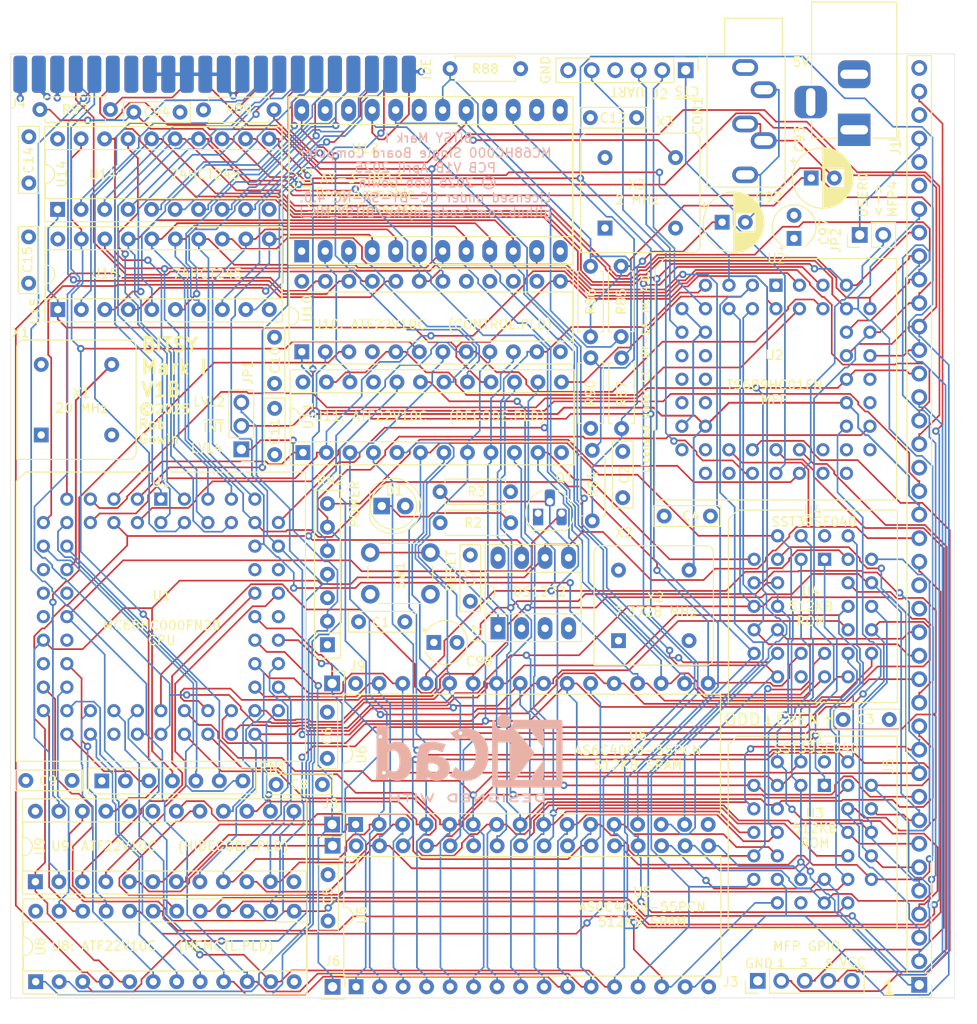
<source format=kicad_pcb>
(kicad_pcb (version 20240108) (generator "pcbnew") (generator_version "8.0")
  (title_block (title "BITSY Mark I") (date "2025-06-12") (rev "V1B"))
  (layers (0 "F.Cu" signal) (1 "In1.Cu" power "GND") (2 "In2.Cu" power "PWR") (31 "B.Cu" signal) (34 "B.Paste" user) (35 "F.Paste" user) (36 "B.SilkS" user "B.Silkscreen") (37 "F.SilkS" user "F.Silkscreen") (38 "B.Mask" user) (39 "F.Mask" user) (44 "Edge.Cuts" user))
  (net 0 "")
  (net 1 "Net-(D1-K)")
  (net 9 "GND")
  (net 10 "VCC")
  (net 12 "/RCBUS/~{INT}")
  (net 14 "/~{INT4}")
  (net 15 "/A3")
  (net 16 "/A5")
  (net 17 "/A7")
  (net 18 "/A1")
  (net 19 "/FC0")
  (net 20 "/FC2")
  (net 21 "/A2")
  (net 22 "/A4")
  (net 23 "/A6")
  (net 24 "/A8")
  (net 25 "/FC1")
  (net 26 "/A10")
  (net 27 "/A12")
  (net 28 "/A21")
  (net 29 "/A17")
  (net 30 "/A9")
  (net 31 "/A11")
  (net 32 "/A13")
  (net 33 "/A14")
  (net 34 "/A15")
  (net 35 "/A16")
  (net 36 "/A18")
  (net 37 "/A20")
  (net 38 "/D6")
  (net 39 "/D4")
  (net 40 "/D2")
  (net 41 "/D0")
  (net 42 "/A19")
  (net 43 "/D7")
  (net 44 "/D5")
  (net 45 "/D3")
  (net 46 "/D1")
  (net 47 "/MFP/~{CTS}")
  (net 48 "/MFP/SERCLK")
  (net 49 "/IDE/BD7")
  (net 50 "/IDE/BD6")
  (net 51 "/IDE/BD5")
  (net 52 "/IDE/BD4")
  (net 53 "/IDE/BD3")
  (net 54 "/IDE/BD2")
  (net 55 "/IDE/BD1")
  (net 56 "/IDE/BD0")
  (net 57 "/~{BERR}")
  (net 58 "/~{DTACK}")
  (net 59 "/~{AS}")
  (net 60 "/R~{W}")
  (net 61 "/CONTROL/WS0")
  (net 62 "/CONTROL/WS1")
  (net 63 "/CONTROL/~{CPUSPACE}")
  (net 64 "Net-(C92-Pad1)")
  (net 65 "Net-(C92-Pad2)")
  (net 66 "Net-(C93-Pad2)")
  (net 67 "Net-(C93-Pad1)")
  (net 68 "/~{RESET}")
  (net 69 "/~{IORQ}")
  (net 70 "/~{HALT}")
  (net 71 "/MFP/IO1")
  (net 72 "/CONTROL/~{BOOTSEL}")
  (net 73 "/MFP/TX")
  (net 74 "/MFP/RX")
  (net 75 "/CLK16M")
  (net 76 "/A22")
  (net 77 "/A23")
  (net 78 "/IDE/~{DIOR}")
  (net 79 "/PSG_NOPP/CH_B")
  (net 80 "/PSG_NOPP/CH_A")
  (net 81 "/PSG_NOPP/CH_C")
  (net 82 "Net-(U7-~{PBRST})")
  (net 85 "/~{IPL1}")
  (net 86 "/~{IPL0}")
  (net 87 "/~{BGACK}")
  (net 88 "/~{BG}")
  (net 89 "/~{BR}")
  (net 90 "/~{IDECS1}")
  (net 91 "/~{IDECS3}")
  (net 93 "/~{MFPCS}")
  (net 94 "/~{MFPIACK}")
  (net 95 "/~{ROMCS}")
  (net 96 "/~{RAMCS}")
  (net 97 "/~{ICECS}")
  (net 98 "/~{PSGCS}")
  (net 99 "/PSGBC1")
  (net 100 "/CONTROL/~{TIMEREXP}")
  (net 102 "/MFP/IO3")
  (net 103 "/~{INT2}")
  (net 104 "/MFP/IO5")
  (net 113 "/IDE/BD8")
  (net 114 "/IDE/BD9")
  (net 115 "/IDE/BD10")
  (net 116 "/IDE/BD11")
  (net 117 "/IDE/BD12")
  (net 118 "/IDE/BD13")
  (net 119 "/IDE/BD14")
  (net 120 "/IDE/BD15")
  (net 121 "/D9")
  (net 122 "/D11")
  (net 123 "/D8")
  (net 124 "/D10")
  (net 125 "/D14")
  (net 126 "/D12")
  (net 127 "/D15")
  (net 128 "/D13")
  (net 129 "/~{UDS}")
  (net 130 "/~{LDS}")
  (net 132 "/~{MFP_GPIO4}")
  (net 133 "/~{WRODD}")
  (net 134 "/~{RDODD}")
  (net 135 "/~{RDEVEN}")
  (net 136 "/~{WREVEN}")
  (net 138 "/~{MFPIRQ}")
  (net 140 "/~{IPL2}")
  (net 141 "/CONTROL/~{PIORQ}")
  (net 142 "/~{VPA}")
  (net 146 "/PSG_NOPP/PSGCLK")
  (net 149 "/CONTROL/PSGBDIR")
  (net 150 "/~{M1}")
  (net 153 "/RCBUS/~{INT1}")
  (net 154 "/~{MFPDTACK}")
  (net 155 "/BUSCLK")
  (net 156 "/~{IEO}")
  (net 158 "/IEO")
  (net 165 "/CONTROL/~{RAMROMCS}")
  (net 166 "/MFP/~{RTS}")
  (net 169 "/CONTROL/WS2")
  (net 170 "/PWRRESET/RESET")
  (net 172 "/~{DIOR}")
  (net 173 "/~{DIOW}")
  (footprint "Package_DIP:DIP-24_W7.62mm_Socket" (layer "F.Cu") (at 135.2874 81.6116 90)
    (property "Reference" "U10")
    (property "Value" "ATF22V10C")
  )
  (footprint "Capacitor_THT:C_Rect_L7.0mm_W2.0mm_P5.00mm" (layer "F.Cu") (at 132.3538 87.7298 -90)
    (property "Reference" "C11")
    (property "Value" "0.1uF")
  )
  (footprint "Capacitor_THT:C_Rect_L7.0mm_W2.0mm_P5.00mm" (layer "F.Cu") (at 141.425 110.782)
    (property "Reference" "C1")
    (property "Value" "0.1uF")
  )
  (footprint "Capacitor_THT:C_Rect_L7.0mm_W2.0mm_P5.00mm" (layer "F.Cu") (at 169.9662 92.3764 -90)
    (property "Reference" "C2")
    (property "Value" "0.1uF")
  )
  (footprint "Package_DIP:DIP-24_W7.62mm_Socket" (layer "F.Cu") (at 135.4088 92.5015 90)
    (property "Reference" "U11")
    (property "Value" "ATF22V10C")
  )
  (footprint "PAD:PAD_2X22" (layer "F.Cu") (at 125.8595 51.625 180)
    (property "Reference" "J4")
    (property "Value" "Conn_02x22_Odd_Even")
  )
  (footprint "Capacitor_THT:C_Rect_L7.0mm_W2.0mm_P5.00mm" (layer "F.Cu") (at 166.461 56.3211)
    (property "Reference" "C12")
    (property "Value" "0.1uF")
  )
  (footprint "Capacitor_THT:CP_Radial_D6.3mm_P2.50mm" (layer "F.Cu") (at 190.337 62.8362)
    (property "Reference" "C93")
    (property "Value" "470uF")
  )
  (footprint "Resistor_THT:R_Axial_DIN0207_L6.3mm_D2.5mm_P7.62mm_Horizontal" (layer "F.Cu") (at 114.5999 55.4405 180)
    (property "Reference" "R97")
    (property "Value" "100")
  )
  (footprint "Capacitor_THT:C_Rect_L7.0mm_W2.0mm_P5.00mm" (layer "F.Cu") (at 193.7792 121.3454)
    (property "Reference" "C3")
    (property "Value" "0.1uF")
  )
  (footprint "Capacitor_THT:C_Rect_L7.0mm_W2.0mm_P5.00mm" (layer "F.Cu") (at 179.446 99.3598 180)
    (property "Reference" "C4")
    (property "Value" "0.1uF")
  )
  (footprint "Capacitor_THT:C_Rect_L7.0mm_W2.0mm_P5.00mm" (layer "F.Cu") (at 138.115 138.1088 -90)
    (property "Reference" "C5")
    (property "Value" "0.1uF")
  )
  (footprint "Capacitor_THT:C_Rect_L7.0mm_W2.0mm_P5.00mm" (layer "F.Cu") (at 138.0388 120.5452 -90)
    (property "Reference" "C6")
    (property "Value" "0.1uF")
  )
  (footprint "Package_LCC:PLCC-32_THT-Socket" (layer "F.Cu") (at 191.7852 104.035)
    (property "Reference" "U4")
    (property "Value" "SST39SF040")
  )
  (footprint "Package_DIP:DIP-32_W15.24mm" (layer "F.Cu") (at 141.1503 150.2246 90)
    (property "Reference" "U5")
    (property "Value" "AS6C4008-55PCN")
  )
  (footprint "Package_DIP:DIP-32_W15.24mm" (layer "F.Cu") (at 141.0995 132.686 90)
    (property "Reference" "U6")
    (property "Value" "AS6C4008-55PCN")
  )
  (footprint "Connector_Audio:Jack_3.5mm_CUI_SJ1-3535NG_Horizontal" (layer "F.Cu") (at 183.2 50.8982)
    (property "Reference" "CON1")
    (property "Value" "AudioJack3_SwitchTR")
  )
  (footprint "Resistor_THT:R_Axial_DIN0207_L6.3mm_D2.5mm_P7.62mm_Horizontal" (layer "F.Cu") (at 166.4908 72.378 -90)
    (property "Reference" "R86")
    (property "Value" "1600")
  )
  (footprint "Resistor_THT:R_Axial_DIN0207_L6.3mm_D2.5mm_P7.62mm_Horizontal" (layer "F.Cu") (at 166.5063 82.2678 -90)
    (property "Reference" "R90")
    (property "Value" "3000")
  )
  (footprint "Resistor_THT:R_Axial_DIN0207_L6.3mm_D2.5mm_P7.62mm_Horizontal" (layer "F.Cu") (at 132.2798 55.4711 180)
    (property "Reference" "R89")
    (property "Value" "3000")
  )
  (footprint "Package_LCC:PLCC-52_THT-Socket" (layer "F.Cu") (at 186.527 74.4186)
    (property "Reference" "U2")
    (property "Value" "MC68901")
  )
  (footprint "Capacitor_THT:CP_Radial_D6.3mm_P2.50mm" (layer "F.Cu") (at 180.711 67.6114)
    (property "Reference" "C92")
    (property "Value" "470uF")
  )
  (footprint "Resistor_THT:R_Axial_DIN0207_L6.3mm_D2.5mm_P7.62mm_Horizontal" (layer "F.Cu") (at 166.677 92.2621 -90)
    (property "Reference" "R84")
    (property "Value" "1000")
  )
  (footprint "Resistor_THT:R_Axial_DIN0207_L6.3mm_D2.5mm_P7.62mm_Horizontal" (layer "F.Cu") (at 151.31 51.0252)
    (property "Reference" "R88")
    (property "Value" "3000")
  )
  (footprint "Oscillator:Oscillator_DIP-8" (layer "F.Cu") (at 107.1206 90.6041)
    (property "Reference" "X1")
    (property "Value" "16MHz")
  )
  (footprint "Oscillator:Oscillator_DIP-8" (layer "F.Cu") (at 168.0536 68.2464)
    (property "Reference" "X3")
    (property "Value" "2 MHz")
  )
  (footprint "Package_LCC:PLCC-68_THT-Socket" (layer "F.Cu") (at 120.0562 97.5322)
    (property "Reference" "U1")
    (property "Value" "MC68HC000FN")
  )
  (footprint "Capacitor_THT:C_Rect_L7.0mm_W2.0mm_P5.00mm" (layer "F.Cu") (at 105.4582 127.93)
    (property "Reference" "C9")
    (property "Value" "0.1uF")
  )
  (footprint "Capacitor_THT:C_Rect_L7.0mm_W2.0mm_P5.00mm" (layer "F.Cu") (at 132.3358 85.0386 90)
    (property "Reference" "C10")
    (property "Value" "0.1uF")
  )
  (footprint "Capacitor_THT:C_Rect_L7.0mm_W2.0mm_P5.00mm" (layer "F.Cu") (at 132.508 128.363)
    (property "Reference" "C8")
    (property "Value" "0.1uF")
  )
  (footprint "Package_DIP:DIP-24_W7.62mm_Socket" (layer "F.Cu") (at 106.525 149.6726 90)
    (property "Reference" "U8")
    (property "Value" "ATF22V10C")
  )
  (footprint "Capacitor_THT:C_Rect_L7.0mm_W2.0mm_P5.00mm" (layer "F.Cu") (at 153.493 103.5692 -90)
    (property "Reference" "C7")
    (property "Value" "0.1uF")
  )
  (footprint "Capacitor_THT:C_Rect_L7.0mm_W2.0mm_P5.00mm" (layer "F.Cu") (at 105.7658 69.2006 -90)
    (property "Reference" "C15")
    (property "Value" "0.1uF")
  )
  (footprint "Connector_PinHeader_2.54mm:PinHeader_1x03_P2.54mm_Vertical" (layer "F.Cu") (at 128.752 92.1578 180)
    (property "Reference" "JP1")
    (property "Value" "Jumper_3_Bridged12")
  )
  (footprint "Package_DIP:DIP-24_W15.24mm_Socket_LongPads" (layer "F.Cu") (at 135.2702 70.7356 90)
    (property "Reference" "U12")
    (property "Value" "AY-3-8913")
  )
  (footprint "Resistor_THT:R_Axial_DIN0207_L6.3mm_D2.5mm_P7.62mm_Horizontal" (layer "F.Cu") (at 169.847 82.2838 -90)
    (property "Reference" "R87")
    (property "Value" "1600")
  )
  (footprint "Resistor_THT:R_Axial_DIN0207_L6.3mm_D2.5mm_P7.62mm_Horizontal" (layer "F.Cu") (at 169.7948 79.978 90)
    (property "Reference" "R85")
    (property "Value" "1000")
  )
  (footprint "Capacitor_THT:C_Rect_L7.0mm_W2.0mm_P5.00mm" (layer "F.Cu") (at 117.1237 55.7169)
    (property "Reference" "C94")
    (property "Value" "100pF")
  )
  (footprint "Package_LCC:PLCC-32_THT-Socket" (layer "F.Cu") (at 191.7598 128.4576)
    (property "Reference" "U3")
    (property "Value" "SST39SF040")
  )
  (footprint "Capacitor_THT:CP_Radial_Tantal_D4.5mm_P2.50mm" (layer "F.Cu") (at 188.483 69.364 90)
    (property "Reference" "C97")
    (property "Value" "100uF")
  )
  (footprint "Connector_BarrelJack:BarrelJack_Horizontal" (layer "F.Cu") (at 194.9856 57.6292 -90)
    (property "Reference" "J1")
    (property "Value" "Barrel_Jack_Switch")
  )
  (footprint "Connector_PinHeader_2.54mm:PinHeader_1x06_P2.54mm_Vertical" (layer "F.Cu") (at 176.774 51.1903 -90)
    (property "Reference" "J2")
    (property "Value" "Conn_01x06")
  )
  (footprint "Package_TO_SOT_THT:TO-92_HandSolder" (layer "F.Cu") (at 160.8198 99.0608)
    (property "Reference" "Q1")
    (property "Value" "2N7000")
  )
  (footprint "Resistor_THT:R_Axial_DIN0207_L6.3mm_D2.5mm_P7.62mm_Horizontal" (layer "F.Cu") (at 157.8595 100.0886 180)
    (property "Reference" "R2")
    (property "Value" "470")
  )
  (footprint "Resistor_THT:R_Axial_DIN0207_L6.3mm_D2.5mm_P7.62mm_Horizontal" (layer "F.Cu") (at 150.2215 96.7341)
    (property "Reference" "R3")
    (property "Value" "10K")
  )
  (footprint "Button_Switch_THT:SW_PUSH_6mm" (layer "F.Cu") (at 149.1828 107.8078 180)
    (property "Reference" "SW1")
    (property "Value" "RESET_SW")
  )
  (footprint "Package_DIP:DIP-20_W7.62mm_Socket" (layer "F.Cu") (at 108.8912 66.2276 90)
    (property "Reference" "U14")
    (property "Value" "74HCT245")
  )
  (footprint "Package_DIP:DIP-20_W7.62mm_Socket" (layer "F.Cu") (at 108.9158 77.0506 90)
    (property "Reference" "U15")
    (property "Value" "74HCT245")
  )
  (footprint "Oscillator:Oscillator_DIP-8" (layer "F.Cu") (at 169.513 112.8265)
    (property "Reference" "X2")
    (property "Value" "7.3728 MHz")
  )
  (footprint "Resistor_THT:R_Array_SIP7" (layer "F.Cu") (at 138.0546 113.2668 90)
    (property "Reference" "RN2")
    (property "Value" "R_Network06")
  )
  (footprint "Capacitor_THT:C_Rect_L7.0mm_W2.0mm_P5.00mm" (layer "F.Cu") (at 105.7912 58.3776 -90)
    (property "Reference" "C14")
    (property "Value" "0.1uF")
  )
  (footprint "Resistor_THT:R_Array_SIP7" (layer "F.Cu") (at 113.6746 127.9806)
    (property "Reference" "RN1")
    (property "Value" "R_Network06")
  )
  (footprint "Package_DIP:DIP-24_W7.62mm_Socket" (layer "F.Cu") (at 106.4894 138.8726 90)
    (property "Reference" "U9")
    (property "Value" "ATF22V10C")
  )
  (footprint "Connector_PinSocket_2.54mm:PinSocket_1x01_P2.54mm_Vertical" (layer "F.Cu") (at 138.6103 134.9846)
    (property "Reference" "J7")
    (property "Value" "Conn_01x01_Socket")
  )
  (footprint "LED_THT:LED_D5.0mm" (layer "F.Cu") (at 143.9256 98.2818)
    (property "Reference" "D1")
    (property "Value" "LED")
  )
  (footprint "Connector_PinSocket_2.54mm:PinSocket_1x01_P2.54mm_Vertical" (layer "F.Cu") (at 138.5595 132.686)
    (property "Reference" "J8")
    (property "Value" "Conn_01x01_Socket")
  )
  (footprint "Connector_PinHeader_2.54mm:PinHeader_1x40_P2.54mm_Vertical" (layer "F.Cu") (at 202.015 150.01 180)
    (property "Reference" "J5")
    (property "Value" "Conn_01x40_Pin")
  )
  (footprint "Package_DIP:DIP-8_W7.62mm_Socket_LongPads" (layer "F.Cu") (at 156.492 111.4902 90)
    (property "Reference" "U7")
    (property "Value" "MIC1232")
  )
  (footprint "Connector_PinHeader_2.54mm:PinHeader_1x05_P2.54mm_Vertical" (layer "F.Cu") (at 184.5652 149.5824 90)
    (property "Reference" "J3")
    (property "Value" "Conn_01x05")
  )
  (footprint "Connector_PinHeader_2.54mm:PinHeader_1x02_P2.54mm_Vertical" (layer "F.Cu") (at 195.5808 68.9888 90)
    (property "Reference" "JP2")
    (property "Value" "Jumper_2_Bridged")
  )
  (footprint "Capacitor_THT:CP_Radial_Tantal_D4.5mm_P2.50mm" (layer "F.Cu") (at 149.5563 113.0196)
    (property "Reference" "C98")
    (property "Value" "100uF")
  )
  (footprint "Connector_PinSocket_2.54mm:PinSocket_1x01_P2.54mm_Vertical" (layer "F.Cu") (at 138.5595 117.446)
    (property "Reference" "J9")
    (property "Value" "Conn_01x01_Socket")
  )
  (footprint "Connector_PinSocket_2.54mm:PinSocket_1x01_P2.54mm_Vertical" (layer "F.Cu") (at 138.6103 150.2246)
    (property "Reference" "J6")
    (property "Value" "Conn_01x01_Socket")
  )
  (footprint "Symbol:KiCad-Logo2_8mm_SilkScreen" (layer "B.Cu") (at 153.3398 124.714 180)
    (property "Reference" "REF**" (hide yes))
    (property "Value" "KiCad-Logo2_8mm_SilkScreen" (hide yes))
  )
  (gr_line (start 205.825 151.425) (end 103.825 151.425) (stroke (width 0.05)) (layer "Edge.Cuts"))
  (gr_line (start 103.825 49.425) (end 205.825 49.425) (stroke (width 0.05)) (layer "Edge.Cuts"))
  (gr_line (start 103.825 49.425) (end 103.825 151.425) (stroke (width 0.05)) (layer "Edge.Cuts"))
  (gr_line (start 205.825 49.425) (end 205.825 151.425) (stroke (width 0.05)) (layer "Edge.Cuts"))
  (gr_text "BITSY Mark I \nMC68HC000 Single Board Computer\nPCB V1B April 2025\n© 2025 Rob Gowin.\nLicensed under CC-BY-SA-NC 4.0.\ngithub.com/codesmythe/BITSY_MK_I\n\n" (at 148.6397 63.3449 0) (layer "B.SilkS") (effects (font (size 1 1)) (justify mirror)))
  (gr_text "X1\n20 MHz" (at 111.4862 86.8862 0) (layer "F.SilkS") (effects (font (size 1 1))))
  (gr_text "U5\nAS6C4008-55PCN\n512KB SRAM" (at 172.0748 141.6016 0) (layer "F.SilkS") (effects (font (size 1 1))))
  (gr_text "U2\n\nTS689HC01FN\nMFP" (at 186.3616 84.3901 0) (layer "F.SilkS") (effects (font (size 1 1))))
  (gr_text "GND" (at 161.6354 51.1522 90) (layer "F.SilkS") (effects (font (size 1 1))))
  (gr_text "U4\n512KB\nROM" (at 190.2972 109.115 0) (layer "F.SilkS") (effects (font (size 1 1))))
  (gr_text "SST39SF040" (at 190.6422 99.9964 0) (layer "F.SilkS") (effects (font (size 1 1))))
  (gr_text "X2\n7.3728 MHz" (at 173.4914 108.9277 0) (layer "F.SilkS") (effects (font (size 1 1))))
  (gr_text "Licensed under CC-BY-SA-NC 4.0." (at 172.4201 94.8142 90) (layer "F.SilkS") (effects (font (size 0.8 0.8)) (justify left)))
  (gr_text "U12\n\nAY-3-8913 \nProgrammable\nSound Generator" (at 142.1282 62.8616 0) (layer "F.SilkS") (effects (font (size 1 1))))
  (gr_text "U6\nAS6C4008-55PCN\n512KB SRAM" (at 171.6049 124.6725 0) (layer "F.SilkS") (effects (font (size 1 1))))
  (gr_text "U9: ATF22V10C   (HIDECODE.PLD)" (at 121.025 135.0226 0) (layer "F.SilkS") (effects (font (size 1 1))))
  (gr_text "U14:       74HCT245" (at 120.4566 62.4394 0) (layer "F.SilkS") (effects (font (size 1 1))))
  (gr_text "U15:       74HCT245" (at 120.6852 73.1826 0) (layer "F.SilkS") (effects (font (size 1 1))))
  (gr_text "ODD↓EVEN↑" (at 186.921 121.3928 0) (layer "F.SilkS") (effects (font (size 1.3 1.3) (thickness 0.2))))
  (gr_text "5" (at 192.2634 147.6748 0) (layer "F.SilkS") (effects (font (size 0.8 0.8))))
  (gr_text "U1\n\nMC68HC000FN20\nCPU" (at 120.1445 110.3723 0) (layer "F.SilkS") (effects (font (size 1 1))))
  (gr_text "U8: ATF22V10C   (MEMCTL.PLD)" (at 120.2276 145.8095 0) (layer "F.SilkS") (effects (font (size 1 1))))
  (gr_text "POWER" (at 140.9948 98.0748 90) (layer "F.SilkS") (effects (font (size 1 1))))
  (gr_text "SST39SF040" (at 190.8708 124.4566 0) (layer "F.SilkS") (effects (font (size 1 1))))
  (gr_text "USER0\n<->\nMFP4" (at 199.743 67.1998 90) (layer "F.SilkS") (effects (font (size 1 1)) (justify left bottom)))
  (gr_text "IDE" (at 148.7242 51.0601 90) (layer "F.SilkS") (effects (font (size 1 1))))
  (gr_text "1" (at 187.0634 147.6478 0) (layer "F.SilkS") (effects (font (size 0.8 0.8))))
  (gr_text "U3\n512KB\nROM" (at 190.7438 133.0926 0) (layer "F.SilkS") (effects (font (size 1 1))))
  (gr_text "UART" (at 170.5031 53.5229 180) (layer "F.SilkS") (effects (font (size 1 1))))
  (gr_text "DS1232" (at 158.007 108.1252 0) (layer "F.SilkS") (effects (font (size 1 1)) (justify left bottom)))
  (gr_text "RESET" (at 151.4288 105.2984 90) (layer "F.SilkS") (effects (font (size 1 1))))
  (gr_text "LVL4" (at 123.1824 92.6198 0) (layer "F.SilkS") (effects (font (size 1 1)) (justify left bottom)))
  (gr_text "5V" (at 189.2198 50.2886 0) (layer "F.SilkS") (effects (font (size 1 1))))
  (gr_text "VCC" (at 194.825 147.5882 0) (layer "F.SilkS") (effects (font (size 1 1))))
  (gr_text "U11: ATF22V10C   (DECODE.PLD)" (at 149.0746 88.5728 0) (layer "F.SilkS") (effects (font (size 1 1))))
  (gr_text "©2025\nRob\nGowin" (at 117.5609 89.4263 0) (layer "F.SilkS") (effects (font (size 1 1) (thickness 0.2) (bold yes)) (justify left)))
  (gr_text "MFP GPIO" (at 189.8323 145.8507 0) (layer "F.SilkS") (effects (font (size 1 1))))
  (gr_text "3" (at 189.5634 147.6478 0) (layer "F.SilkS") (effects (font (size 0.8 0.8))))
  (gr_text "LVL2" (at 123.4602 87.5992 0) (layer "F.SilkS") (effects (font (size 1 1)) (justify left bottom)))
  (gr_text "GND" (at 184.684 147.7008 0) (layer "F.SilkS") (effects (font (size 1 1))))
  (gr_text "BITSY\nMark I\nV1B" (at 117.7602 86.5806 0) (layer "F.SilkS") (effects (font (size 1.5 1.5) (thickness 0.3) (bold yes)) (justify left bottom)))
  (gr_text "U10: ATF22V10C   (CONTROL.PLD)" (at 149.3844 78.6652 0) (layer "F.SilkS") (effects (font (size 1 1))))
  (gr_text "X3\n2 MHz" (at 171.5287 64.3729 0) (layer "F.SilkS") (effects (font (size 1 1))))
  (gr_text "~{CTS}" (at 176.8944 53.4224 180) (layer "F.SilkS") (effects (font (size 1 1))))
  (gr_text "~{INT}" (at 124.5158 90.3754 0) (layer "F.SilkS") (effects (font (size 1 1)) (justify left bottom)))
  (gr_text "1" (at 197.834 151.1806 0) (layer "F.SilkS") (effects (font (size 1.5 1.5) (thickness 0.3) (bold yes)) (justify left bottom)))
  (segment (start 145.067 98.5671) (end 145.9248 99.4249) (width 0.1778) (layer "F.Cu") (net 1))
  (segment (start 143.9256 98.2818) (end 145.067 98.2818) (width 0.1778) (layer "F.Cu") (net 1))
  (segment (start 145.067 98.2818) (end 145.067 98.5671) (width 0.1778) (layer "F.Cu") (net 1))
  (segment (start 156.8047 99.0338) (end 157.8595 100.0886) (width 0.1778) (layer "F.Cu") (net 1))
  (segment (start 149.0037 99.4249) (end 149.3948 99.0338) (width 0.1778) (layer "F.Cu") (net 1))
  (segment (start 145.9248 99.4249) (end 149.0037 99.4249) (width 0.1778) (layer "F.Cu") (net 1))
  (segment (start 149.3948 99.0338) (end 156.8047 99.0338) (width 0.1778) (layer "F.Cu") (net 1))
  (segment (start 104.8595 54.2363) (end 104.8595 51.625) (width 0.381) (layer "F.Cu") (net 9))
  (segment (start 128.8595 52.9773) (end 128.8595 51.625) (width 0.381) (layer "F.Cu") (net 9))
  (segment (start 127.8809 53.9559) (end 128.8595 52.9773) (width 0.381) (layer "F.Cu") (net 9))
  (via (at 127.8809 53.9559) (size 0.8) (drill 0.4) (layers "F.Cu" "B.Cu") (net 9))
  (via (at 104.8595 54.2363) (size 0.8) (drill 0.4) (layers "F.Cu" "B.Cu") (net 9))
  (via (at 148.1951 51.345) (size 0.8) (drill 0.4) (layers "F.Cu" "B.Cu") (net 9))
  (via (at 108.8595 54.1822) (size 0.8) (drill 0.4) (layers "F.Cu" "B.Cu") (net 9))
  (segment (start 104.8595 54.2363) (end 104.8595 51.625) (width 0.381) (layer "B.Cu") (net 9))
  (segment (start 148.1951 51.345) (end 147.1395 51.345) (width 0.381) (layer "B.Cu") (net 9))
  (segment (start 120.8595 51.625) (end 118.8595 51.625) (width 0.381) (layer "B.Cu") (net 9))
  (segment (start 108.8595 51.625) (end 108.8595 54.1822) (width 0.381) (layer "B.Cu") (net 9))
  (segment (start 127.8809 53.9559) (end 126.8595 52.9345) (width 0.381) (layer "B.Cu") (net 9))
  (segment (start 126.8595 52.9345) (end 126.8595 51.625) (width 0.381) (layer "B.Cu") (net 9))
  (segment (start 147.1395 51.345) (end 146.8595 51.625) (width 0.381) (layer "B.Cu") (net 9))
  (segment (start 124.8595 51.625) (end 122.8595 51.625) (width 0.381) (layer "B.Cu") (net 9))
  (segment (start 122.8595 51.625) (end 120.8595 51.625) (width 0.381) (layer "B.Cu") (net 9))
  (segment (start 126.8595 51.625) (end 124.8595 51.625) (width 0.381) (layer "B.Cu") (net 9))
  (segment (start 106.8595 53.1535) (end 106.8595 51.625) (width 0.381) (layer "F.Cu") (net 10))
  (segment (start 107.7498 54.0438) (end 106.8595 53.1535) (width 0.381) (layer "F.Cu") (net 10))
  (via (at 107.7498 54.0438) (size 0.8) (drill 0.4) (layers "F.Cu" "B.Cu") (net 10))
  (segment (start 106.8595 53.1535) (end 106.8595 51.625) (width 0.381) (layer "B.Cu") (net 10))
  (segment (start 107.7498 54.0438) (end 106.8595 53.1535) (width 0.381) (layer "B.Cu") (net 10))
  (segment (start 201.8785 95.5786) (end 200.9236 94.6237) (width 0.1778) (layer "F.Cu") (net 12))
  (segment (start 195.4171 87.2989) (end 195.4171 87.0294) (width 0.1778) (layer "F.Cu") (net 12))
  (segment (start 196.4621 88.0714) (end 196.1896 88.0714) (width 0.1778) (layer "F.Cu") (net 12))
  (segment (start 200.9236 94.6237) (end 200.9236 92.5329) (width 0.1778) (layer "F.Cu") (net 12))
  (segment (start 175.1452 86.1659) (end 174.3354 86.9757) (width 0.1778) (layer "F.Cu") (net 12))
  (segment (start 136.8372 87.6914) (end 136.2172 87.6914) (width 0.1778) (layer "F.Cu") (net 12))
  (segment (start 196.1896 88.0714) (end 195.4171 87.2989) (width 0.1778) (layer "F.Cu") (net 12))
  (segment (start 136.2172 87.6914) (end 134.2908 89.6178) (width 0.1778) (layer "F.Cu") (net 12))
  (segment (start 134.2908 89.6178) (end 129.8434 89.6178) (width 0.1778) (layer "F.Cu") (net 12))
  (segment (start 202.015 96.67) (end 202.015 95.5786) (width 0.1778) (layer "F.Cu") (net 12))
  (segment (start 195.4171 87.0294) (end 194.5536 86.1659) (width 0.1778) (layer "F.Cu") (net 12))
  (segment (start 200.9236 92.5329) (end 196.4621 88.0714) (width 0.1778) (layer "F.Cu") (net 12))
  (segment (start 137.1392 87.9934) (end 136.8372 87.6914) (width 0.1778) (layer "F.Cu") (net 12))
  (segment (start 194.5536 86.1659) (end 175.1452 86.1659) (width 0.1778) (layer "F.Cu") (net 12))
  (segment (start 174.3354 86.9757) (end 162.5206 86.9757) (width 0.1778) (layer "F.Cu") (net 12))
  (segment (start 162.5206 86.9757) (end 161.5029 87.9934) (width 0.1778) (layer "F.Cu") (net 12))
  (segment (start 128.752 89.6178) (end 129.8434 89.6178) (width 0.1778) (layer "F.Cu") (net 12))
  (segment (start 202.015 95.5786) (end 201.8785 95.5786) (width 0.1778) (layer "F.Cu") (net 12))
  (segment (start 161.5029 87.9934) (end 137.1392 87.9934) (width 0.1778) (layer "F.Cu") (net 12))
  (segment (start 130.8364 91.1648) (end 134.3466 91.1648) (width 0.1778) (layer "F.Cu") (net 14))
  (segment (start 129.8434 92.1578) (end 130.8364 91.1648) (width 0.1778) (layer "F.Cu") (net 14))
  (segment (start 128.752 92.1578) (end 129.8434 92.1578) (width 0.1778) (layer "F.Cu") (net 14))
  (via (at 134.3466 91.1648) (size 0.8) (drill 0.4) (layers "F.Cu" "B.Cu") (net 14))
  (segment (start 139.1393 105.2042) (end 138.1951 104.26) (width 0.1778) (layer "B.Cu") (net 14))
  (segment (start 138.0546 109.6854) (end 139.1393 108.6007) (width 0.1778) (layer "B.Cu") (net 14))
  (segment (start 138.0546 110.5966) (end 138.0546 109.6854) (width 0.1778) (layer "B.Cu") (net 14))
  (segment (start 109.065 149.6726) (end 110.1064 149.6726) (width 0.1778) (layer "B.Cu") (net 14))
  (segment (start 138.0546 110.7268) (end 138.0546 111.7682) (width 0.1778) (layer "B.Cu") (net 14))
  (segment (start 136.3129 125.8034) (end 136.3129 122.5693) (width 0.1778) (layer "B.Cu") (net 14))
  (segment (start 130.655 149.8979) (end 130.655 148.8407) (width 0.1778) (layer "B.Cu") (net 14))
  (segment (start 111.1525 150.7187) (end 129.8342 150.7187) (width 0.1778) (layer "B.Cu") (net 14))
  (segment (start 136.0943 129.9763) (end 136.0943 126.022) (width 0.1778) (layer "B.Cu") (net 14))
  (segment (start 136.0185 112.7629) (end 137.0132 111.7682) (width 0.1778) (layer "B.Cu") (net 14))
  (segment (start 138.0546 110.7268) (end 138.0546 110.5966) (width 0.1778) (layer "B.Cu") (net 14))
  (segment (start 138.1951 104.26) (end 137.7092 104.26) (width 0.1778) (layer "B.Cu") (net 14))
  (segment (start 137.7092 104.26) (end 134.3466 100.8974) (width 0.1778) (layer "B.Cu") (net 14))
  (segment (start 136.1701 130.0521) (end 136.0943 129.9763) (width 0.1778) (layer "B.Cu") (net 14))
  (segment (start 110.1064 149.6726) (end 111.1525 150.7187) (width 0.1778) (layer "B.Cu") (net 14))
  (segment (start 129.8342 150.7187) (end 130.655 149.8979) (width 0.1778) (layer "B.Cu") (net 14))
  (segment (start 136.0943 126.022) (end 136.3129 125.8034) (width 0.1778) (layer "B.Cu") (net 14))
  (segment (start 136.3129 122.5693) (end 136.0185 122.2749) (width 0.1778) (layer "B.Cu") (net 14))
  (segment (start 130.655 148.8407) (end 136.1701 143.3256) (width 0.1778) (layer "B.Cu") (net 14))
  (segment (start 139.1393 108.6007) (end 139.1393 105.2042) (width 0.1778) (layer "B.Cu") (net 14))
  (segment (start 137.0132 111.7682) (end 138.0546 111.7682) (width 0.1778) (layer "B.Cu") (net 14))
  (segment (start 134.3466 100.8974) (end 134.3466 91.1648) (width 0.1778) (layer "B.Cu") (net 14))
  (segment (start 136.1701 143.3256) (end 136.1701 130.0521) (width 0.1778) (layer "B.Cu") (net 14))
  (segment (start 136.0185 122.2749) (end 136.0185 112.7629) (width 0.1778) (layer "B.Cu") (net 14))
  (segment (start 114.8595 51.625) (end 114.8595 52.8073) (width 0.1778) (layer "F.Cu") (net 15))
  (segment (start 113.487 55.8461) (end 114.167 56.5261) (width 0.1778) (layer "F.Cu") (net 15))
  (segment (start 114.167 56.5261) (end 115.0937 56.5261) (width 0.1778) (layer "F.Cu") (net 15))
  (segment (start 118.3176 54.6301) (end 120.7789 57.0914) (width 0.1778) (layer "F.Cu") (net 15))
  (segment (start 124.8428 57.0914) (end 125.3175 57.5661) (width 0.1778) (layer "F.Cu") (net 15))
  (segment (start 129.2745 151.0607) (end 127.8864 149.6726) (width 0.1778) (layer "F.Cu") (net 15))
  (segment (start 180.1384 131.6117) (end 183.0212 134.4945) (width 0.1778) (layer "F.Cu") (net 15))
  (segment (start 200.9236 116.99) (end 196.6047 116.99) (width 0.1778) (layer "F.Cu") (net 15))
  (segment (start 185.7229 134.4945) (end 186.6798 133.5376) (width 0.1778) (layer "F.Cu") (net 15))
  (segment (start 157.3583 62.534) (end 157.6693 62.223) (width 0.1778) (layer "F.Cu") (net 15))
  (segment (start 163.9595 132.686) (end 165.0009 132.686) (width 0.1778) (layer "F.Cu") (net 15))
  (segment (start 202.015 116.99) (end 200.9236 116.99) (width 0.1778) (layer "F.Cu") (net 15))
  (segment (start 166.0752 131.6117) (end 180.1384 131.6117) (width 0.1778) (layer "F.Cu") (net 15))
  (segment (start 190.5679 120.8578) (end 187.5538 120.8578) (width 0.1778) (layer "F.Cu") (net 15))
  (segment (start 125.3175 57.5661) (end 132.4718 57.5661) (width 0.1778) (layer "F.Cu") (net 15))
  (segment (start 137.6004 149.1331) (end 135.6728 151.0607) (width 0.1778) (layer "F.Cu") (net 15))
  (segment (start 164.0103 150.2246) (end 162.9689 150.2246) (width 0.1778) (layer "F.Cu") (net 15))
  (segment (start 165.0009 132.686) (end 166.0752 131.6117) (width 0.1778) (layer "F.Cu") (net 15))
  (segment (start 162.9689 150.2246) (end 161.8774 149.1331) (width 0.1778) (layer "F.Cu") (net 15))
  (segment (start 115.0937 56.5261) (end 115.894 55.7258) (width 0.1778) (layer "F.Cu") (net 15))
  (segment (start 113.487 54.1798) (end 113.487 55.8461) (width 0.1778) (layer "F.Cu") (net 15))
  (segment (start 116.7376 54.6301) (end 118.3176 54.6301) (width 0.1778) (layer "F.Cu") (net 15))
  (segment (start 183.0212 134.4945) (end 185.7229 134.4945) (width 0.1778) (layer "F.Cu") (net 15))
  (segment (start 115.894 55.7258) (end 115.894 55.4737) (width 0.1778) (layer "F.Cu") (net 15))
  (segment (start 120.7789 57.0914) (end 124.8428 57.0914) (width 0.1778) (layer "F.Cu") (net 15))
  (segment (start 114.8595 52.8073) (end 113.487 54.1798) (width 0.1778) (layer "F.Cu") (net 15))
  (segment (start 157.6693 62.223) (end 173.9344 62.223) (width 0.1778) (layer "F.Cu") (net 15))
  (segment (start 161.8774 149.1331) (end 137.6004 149.1331) (width 0.1778) (layer "F.Cu") (net 15))
  (segment (start 115.894 55.4737) (end 116.7376 54.6301) (width 0.1778) (layer "F.Cu") (net 15))
  (segment (start 126.845 149.6726) (end 127.8864 149.6726) (width 0.1778) (layer "F.Cu") (net 15))
  (segment (start 135.6728 151.0607) (end 129.2745 151.0607) (width 0.1778) (layer "F.Cu") (net 15))
  (segment (start 196.6047 116.99) (end 194.0108 119.5839) (width 0.1778) (layer "F.Cu") (net 15))
  (segment (start 191.8418 119.5839) (end 190.5679 120.8578) (width 0.1778) (layer "F.Cu") (net 15))
  (segment (start 137.4397 62.534) (end 157.3583 62.534) (width 0.1778) (layer "F.Cu") (net 15))
  (segment (start 132.4718 57.5661) (end 137.4397 62.534) (width 0.1778) (layer "F.Cu") (net 15))
  (segment (start 194.0108 119.5839) (end 191.8418 119.5839) (width 0.1778) (layer "F.Cu") (net 15))
  (via (at 173.9344 62.223) (size 0.8) (drill 0.4) (layers "F.Cu" "B.Cu") (net 15))
  (via (at 187.5538 120.8578) (size 0.8) (drill 0.4) (layers "F.Cu" "B.Cu") (net 15))
  (segment (start 163.9595 132.686) (end 163.9595 133.7274) (width 0.1778) (layer "B.Cu") (net 15))
  (segment (start 119.8287 126.6711) (end 116.5459 123.3883) (width 0.1778) (layer "B.Cu") (net 15))
  (segment (start 118.1423 131.829) (end 118.1423 130.7909) (width 0.1778) (layer "B.Cu") (net 15))
  (segment (start 188.0213 110.4311) (end 188.0213 112.5785) (width 0.1778) (layer "B.Cu") (net 15))
  (segment (start 181.447 73.4505) (end 184.4028 73.4505) (width 0.1778) (layer "B.Cu") (net 15))
  (segment (start 186.7052 107.9223) (end 186.7052 109.115) (width 0.1778) (layer "B.Cu") (net 15))
  (segment (start 185.5744 74.6221) (end 185.5744 106.7915) (width 0.1778) (layer "B.Cu") (net 15))
  (segment (start 188.0213 112.5785) (end 187.842 112.7578) (width 0.1778) (layer "B.Cu") (net 15))
  (segment (start 181.447 71.2941) (end 173.9344 63.7815) (width 0.1778) (layer "B.Cu") (net 15))
  (segment (start 124.5264 146.1209) (end 124.3347 146.1209) (width 0.1778) (layer "B.Cu") (net 15))
  (segment (start 120.688 134.3747) (end 118.1423 131.829) (width 0.1778) (layer "B.Cu") (net 15))
  (segment (start 119.8287 129.1045) (end 119.8287 126.6711) (width 0.1778) (layer "B.Cu") (net 15))
  (segment (start 124.3347 146.1209) (end 120.688 142.4742) (width 0.1778) (layer "B.Cu") (net 15))
  (segment (start 185.5744 106.7915) (end 186.7052 107.9223) (width 0.1778) (layer "B.Cu") (net 15))
  (segment (start 126.845 148.6312) (end 126.845 148.4395) (width 0.1778) (layer "B.Cu") (net 15))
  (segment (start 187.842 120.5696) (end 187.5538 120.8578) (width 0.1778) (layer "B.Cu") (net 15))
  (segment (start 126.845 148.4395) (end 124.5264 146.1209) (width 0.1778) (layer "B.Cu") (net 15))
  (segment (start 185.7271 122.6845) (end 187.5538 120.8578) (width 0.1778) (layer "B.Cu") (net 15))
  (segment (start 162.9642 148.1371) (end 164.0103 149.1832) (width 0.1778) (layer "B.Cu") (net 15))
  (segment (start 185.7271 132.5849) (end 185.7271 122.6845) (width 0.1778) (layer "B.Cu") (net 15))
  (segment (start 181.447 74.4186) (end 181.447 73.4505) (width 0.1778) (layer "B.Cu") (net 15))
  (segment (start 187.842 112.7578) (end 187.842 120.5696) (width 0.1778) (layer "B.Cu") (net 15))
  (segment (start 126.845 149.6726) (end 126.845 148.6312) (width 0.1778) (layer "B.Cu") (net 15))
  (segment (start 173.9344 63.7815) (end 173.9344 62.223) (width 0.1778) (layer "B.Cu") (net 15))
  (segment (start 118.1423 130.7909) (end 119.8287 129.1045) (width 0.1778) (layer "B.Cu") (net 15))
  (segment (start 162.9642 134.4807) (end 162.9642 148.1371) (width 0.1778) (layer "B.Cu") (net 15))
  (segment (start 116.5459 123.3883) (end 116.5459 121.3625) (width 0.1778) (layer "B.Cu") (net 15))
  (segment (start 186.7052 109.115) (end 188.0213 110.4311) (width 0.1778) (layer "B.Cu") (net 15))
  (segment (start 186.6798 133.5376) (end 185.7271 132.5849) (width 0.1778) (layer "B.Cu") (net 15))
  (segment (start 163.7175 133.7274) (end 162.9642 134.4807) (width 0.1778) (layer "B.Cu") (net 15))
  (segment (start 181.447 73.4505) (end 181.447 71.2941) (width 0.1778) (layer "B.Cu") (net 15))
  (segment (start 163.9595 133.7274) (end 163.7175 133.7274) (width 0.1778) (layer "B.Cu") (net 15))
  (segment (start 184.4028 73.4505) (end 185.5744 74.6221) (width 0.1778) (layer "B.Cu") (net 15))
  (segment (start 116.5459 121.3625) (end 117.5162 120.3922) (width 0.1778) (layer "B.Cu") (net 15))
  (segment (start 164.0103 150.2246) (end 164.0103 149.1832) (width 0.1778) (layer "B.Cu") (net 15))
  (segment (start 120.688 142.4742) (end 120.688 134.3747) (width 0.1778) (layer "B.Cu") (net 15))
  (segment (start 149.7627 116.9311) (end 154.5973 112.0965) (width 0.1778) (layer "F.Cu") (net 16))
  (segment (start 165.9283 107.7851) (end 184.3318 107.7851) (width 0.1778) (layer "F.Cu") (net 16))
  (segment (start 202.1514 123.1614) (end 202.015 123.1614) (width 0.1778) (layer "F.Cu") (net 16))
  (segment (start 202.4593 130.7901) (end 203.4812 129.7682) (width 0.1778) (layer "F.Cu") (net 16))
  (segment (start 157.8639 109.2633) (end 158.5689 108.5583) (width 0.1778) (layer "F.Cu") (net 16))
  (segment (start 176.1588 75.2169) (end 178.1087 75.2169) (width 0.1778) (layer "F.Cu") (net 16))
  (segment (start 120.0562 120.3922) (end 120.0562 116.4685) (width 0.1778) (layer "F.Cu") (net 16))
  (segment (start 172.4392 78.9365) (end 176.1588 75.2169) (width 0.1778) (layer "F.Cu") (net 16))
  (segment (start 186.6798 130.5653) (end 187.1004 130.1447) (width 0.1778) (layer "F.Cu") (net 16))
  (segment (start 158.8795 132.686) (end 161.6282 129.9373) (width 0.1778) (layer "F.Cu") (net 16))
  (segment (start 158.5689 108.5583) (end 165.1551 108.5583) (width 0.1778) (layer "F.Cu") (net 16))
  (segment (start 133.7739 107.4236) (end 135.8071 109.4568) (width 0.1778) (layer "F.Cu") (net 16))
  (segment (start 149.2195 118.4875) (end 149.7627 117.9443) (width 0.1778) (layer "F.Cu") (net 16))
  (segment (start 141.5964 109.4568) (end 147.4984 115.3588) (width 0.1778) (layer "F.Cu") (net 16))
  (segment (start 120.0562 116.4685) (end 129.7976 106.7271) (width 0.1778) (layer "F.Cu") (net 16))
  (segment (start 161.7288 81.6116) (end 164.4039 78.9365) (width 0.1778) (layer "F.Cu") (net 16))
  (segment (start 133.7739 107.3296) (end 133.7739 107.4236) (width 0.1778) (layer "F.Cu") (net 16))
  (segment (start 165.1551 108.5583) (end 165.9283 107.7851) (width 0.1778) (layer "F.Cu") (net 16))
  (segment (start 149.7627 117.9443) (end 149.7627 116.9311) (width 0.1778) (layer "F.Cu") (net 16))
  (segment (start 160.6874 81.6116) (end 161.7288 81.6116) (width 0.1778) (layer "F.Cu") (net 16))
  (segment (start 184.9066 129.9373) (end 185.5346 130.5653) (width 0.1778) (layer "F.Cu") (net 16))
  (segment (start 147.4984 115.3588) (end 147.4984 117.769) (width 0.1778) (layer "F.Cu") (net 16))
  (segment (start 187.1004 130.1447) (end 193.608 130.1447) (width 0.1778) (layer "F.Cu") (net 16))
  (segment (start 154.5973 112.0965) (end 154.5973 111.0166) (width 0.1778) (layer "F.Cu") (net 16))
  (segment (start 185.5419 106.575) (end 186.7052 106.575) (width 0.1778) (layer "F.Cu") (net 16))
  (segment (start 184.3318 107.7851) (end 185.5419 106.575) (width 0.1778) (layer "F.Cu") (net 16))
  (segment (start 148.2169 118.4875) (end 149.2195 118.4875) (width 0.1778) (layer "F.Cu") (net 16))
  (segment (start 154.5973 111.0166) (end 156.3506 109.2633) (width 0.1778) (layer "F.Cu") (net 16))
  (segment (start 156.3506 109.2633) (end 157.8639 109.2633) (width 0.1778) (layer "F.Cu") (net 16))
  (segment (start 133.1714 106.7271) (end 133.7739 107.3296) (width 0.1778) (layer "F.Cu") (net 16))
  (segment (start 193.7317 130.021) (end 199.1206 130.021) (width 0.1778) (layer "F.Cu") (net 16))
  (segment (start 164.4039 78.9365) (end 172.4392 78.9365) (width 0.1778) (layer "F.Cu") (net 16))
  (segment (start 203.4812 124.4912) (end 202.1514 123.1614) (width 0.1778) (layer "F.Cu") (net 16))
  (segment (start 186.6798 130.5653) (end 186.6798 130.9976) (width 0.1778) (layer "F.Cu") (net 16))
  (segment (start 161.6282 129.9373) (end 184.9066 129.9373) (width 0.1778) (layer "F.Cu") (net 16))
  (segment (start 193.608 130.1447) (end 193.7317 130.021) (width 0.1778) (layer "F.Cu") (net 16))
  (segment (start 199.8897 130.7901) (end 202.4593 130.7901) (width 0.1778) (layer "F.Cu") (net 16))
  (segment (start 202.015 122.07) (end 202.015 123.1614) (width 0.1778) (layer "F.Cu") (net 16))
  (segment (start 203.4812 129.7682) (end 203.4812 124.4912) (width 0.1778) (layer "F.Cu") (net 16))
  (segment (start 129.7976 106.7271) (end 133.1714 106.7271) (width 0.1778) (layer "F.Cu") (net 16))
  (segment (start 199.1206 130.021) (end 199.8897 130.7901) (width 0.1778) (layer "F.Cu") (net 16))
  (segment (start 135.8071 109.4568) (end 141.5964 109.4568) (width 0.1778) (layer "F.Cu") (net 16))
  (segment (start 185.5346 130.5653) (end 186.6798 130.5653) (width 0.1778) (layer "F.Cu") (net 16))
  (segment (start 178.1087 75.2169) (end 178.907 74.4186) (width 0.1778) (layer "F.Cu") (net 16))
  (segment (start 147.4984 117.769) (end 148.2169 118.4875) (width 0.1778) (layer "F.Cu") (net 16))
  (via (at 157.8639 109.2633) (size 0.8) (drill 0.4) (layers "F.Cu" "B.Cu") (net 16))
  (segment (start 156.7921 86.9323) (end 157.1006 86.6238) (width 0.1778) (layer "B.Cu") (net 16))
  (segment (start 157.4604 114.3611) (end 157.8639 113.9576) (width 0.1778) (layer "B.Cu") (net 16))
  (segment (start 156.4399 101.6699) (end 156.4399 94.6491) (width 0.1778) (layer "B.Cu") (net 16))
  (segment (start 158.8795 133.2067) (end 158.8795 133.7274) (width 0.1778) (layer "B.Cu") (net 16))
  (segment (start 156.7921 94.2969) (end 156.7921 86.9323) (width 0.1778) (layer "B.Cu") (net 16))
  (segment (start 157.1006 86.6238) (end 157.1006 84.5617) (width 0.1778) (layer "B.Cu") (net 16))
  (segment (start 157.8639 113.9576) (end 157.8639 109.2633) (width 0.1778) (layer "B.Cu") (net 16))
  (segment (start 157.8842 148.1371) (end 158.9303 149.1832) (width 0.1778) (layer "B.Cu") (net 16))
  (segment (start 159.646 82.0163) (end 159.646 81.6116) (width 0.1778) (layer "B.Cu") (net 16))
  (segment (start 158.9303 150.2246) (end 158.9303 149.1832) (width 0.1778) (layer "B.Cu") (net 16))
  (segment (start 158.8795 133.2067) (end 158.8795 132.686) (width 0.1778) (layer "B.Cu") (net 16))
  (segment (start 157.1006 84.5617) (end 159.646 82.0163) (width 0.1778) (layer "B.Cu") (net 16))
  (segment (start 158.8795 131.6446) (end 157.4604 130.2255) (width 0.1778) (layer "B.Cu") (net 16))
  (segment (start 157.8639 109.2633) (end 157.617 109.0164) (width 0.1778) (layer "B.Cu") (net 16))
  (segment (start 157.4604 130.2255) (end 157.4604 114.3611) (width 0.1778) (layer "B.Cu") (net 16))
  (segment (start 158.8795 133.7274) (end 158.6375 133.7274) (width 0.1778) (layer "B.Cu") (net 16))
  (segment (start 156.4399 94.6491) (end 156.7921 94.2969) (width 0.1778) (layer "B.Cu") (net 16))
  (segment (start 157.617 109.0164) (end 157.617 102.847) (width 0.1778) (layer "B.Cu") (net 16))
  (segment (start 157.617 102.847) (end 156.4399 101.6699) (width 0.1778) (layer "B.Cu") (net 16))
  (segment (start 157.8842 134.4807) (end 157.8842 148.1371) (width 0.1778) (layer "B.Cu") (net 16))
  (segment (start 158.6375 133.7274) (end 157.8842 134.4807) (width 0.1778) (layer "B.Cu") (net 16))
  (segment (start 158.8795 132.686) (end 158.8795 131.6446) (width 0.1778) (layer "B.Cu") (net 16))
  (segment (start 160.6874 81.6116) (end 159.646 81.6116) (width 0.1778) (layer "B.Cu") (net 16))
  (segment (start 125.4892 121.9318) (end 126.2416 122.6842) (width 0.1778) (layer "F.Cu") (net 17))
  (segment (start 133.1248 125.4932) (end 134.5528 126.9212) (width 0.1778) (layer "F.Cu") (net 17))
  (segment (start 122.5962 120.3922) (end 124.1358 121.9318) (width 0.1778) (layer "F.Cu") (net 17))
  (segment (start 188.0225 102.7177) (end 186.7052 104.035) (width 0.1778) (layer "F.Cu") (net 17))
  (segment (start 126.2416 123.3488) (end 128.386 125.4932) (width 0.1778) (layer "F.Cu") (net 17))
  (segment (start 142.8292 127.9699) (end 152.2629 127.9699) (width 0.1778) (layer "F.Cu") (net 17))
  (segment (start 126.2416 122.6842) (end 126.2416 123.3488) (width 0.1778) (layer "F.Cu") (net 17))
  (segment (start 185.7271 127.5049) (end 155.8011 127.5049) (width 0.1778) (layer "F.Cu") (net 17))
  (segment (start 128.386 125.4932) (end 133.1248 125.4932) (width 0.1778) (layer "F.Cu") (net 17))
  (segment (start 188.47 127.15) (end 187.1624 128.4576) (width 0.1778) (layer "F.Cu") (net 17))
  (segment (start 202.015 127.15) (end 188.47 127.15) (width 0.1778) (layer "F.Cu") (net 17))
  (segment (start 194.3903 102.7177) (end 188.0225 102.7177) (width 0.1778) (layer "F.Cu") (net 17))
  (segment (start 196.3997 105.0074) (end 195.5953 104.203) (width 0.1778) (layer "F.Cu") (net 17))
  (segment (start 195.5953 103.9227) (end 194.3903 102.7177) (width 0.1778) (layer "F.Cu") (net 17))
  (segment (start 124.1358 121.9318) (end 125.4892 121.9318) (width 0.1778) (layer "F.Cu") (net 17))
  (segment (start 187.1624 128.4576) (end 186.6798 128.4576) (width 0.1778) (layer "F.Cu") (net 17))
  (segment (start 134.5528 126.9212) (end 141.7805 126.9212) (width 0.1778) (layer "F.Cu") (net 17))
  (segment (start 197.9169 105.0074) (end 196.3997 105.0074) (width 0.1778) (layer "F.Cu") (net 17))
  (segment (start 155.8011 127.5049) (end 153.7995 129.5065) (width 0.1778) (layer "F.Cu") (net 17))
  (segment (start 186.6798 128.4576) (end 185.7271 127.5049) (width 0.1778) (layer "F.Cu") (net 17))
  (segment (start 141.7805 126.9212) (end 142.8292 127.9699) (width 0.1778) (layer "F.Cu") (net 17))
  (segment (start 152.2629 127.9699) (end 153.7995 129.5065) (width 0.1778) (layer "F.Cu") (net 17))
  (segment (start 195.5953 104.203) (end 195.5953 103.9227) (width 0.1778) (layer "F.Cu") (net 17))
  (via (at 153.7995 129.5065) (size 0.8) (drill 0.4) (layers "F.Cu" "B.Cu") (net 17))
  (via (at 197.9169 105.0074) (size 0.8) (drill 0.4) (layers "F.Cu" "B.Cu") (net 17))
  (segment (start 153.8503 150.2246) (end 153.8503 149.1832) (width 0.1778) (layer "B.Cu") (net 17))
  (segment (start 201.8786 126.0586) (end 200.5932 124.7732) (width 0.1778) (layer "B.Cu") (net 17))
  (segment (start 153.7995 132.686) (end 154.9379 133.8244) (width 0.1778) (layer "B.Cu") (net 17))
  (segment (start 153.7995 132.686) (end 153.7995 129.5065) (width 0.1778) (layer "B.Cu") (net 17))
  (segment (start 154.9379 133.8244) (end 154.9379 148.0956) (width 0.1778) (layer "B.Cu") (net 17))
  (segment (start 202.015 127.15) (end 202.015 126.0586) (width 0.1778) (layer "B.Cu") (net 17))
  (segment (start 197.9169 107.1594) (end 197.9169 105.0074) (width 0.1778) (layer "B.Cu") (net 17))
  (segment (start 200.5932 109.8357) (end 197.9169 107.1594) (width 0.1778) (layer "B.Cu") (net 17))
  (segment (start 154.9379 148.0956) (end 153.8503 149.1832) (width 0.1778) (layer "B.Cu") (net 17))
  (segment (start 200.5932 124.7732) (end 200.5932 109.8357) (width 0.1778) (layer "B.Cu") (net 17))
  (segment (start 202.015 126.0586) (end 201.8786 126.0586) (width 0.1778) (layer "B.Cu") (net 17))
  (segment (start 131.925 149.6726) (end 129.0147 146.7623) (width 0.1778) (layer "F.Cu") (net 18))
  (segment (start 185.7272 135.125) (end 186.6798 136.0776) (width 0.1778) (layer "F.Cu") (net 18))
  (segment (start 163.3488 84.8815) (end 164.3902 84.8815) (width 0.1778) (layer "F.Cu") (net 18))
  (segment (start 187.6729 112.6227) (end 186.7052 111.655) (width 0.1778) (layer "F.Cu") (net 18))
  (segment (start 129.0147 146.7623) (end 124.2607 146.7623) (width 0.1778) (layer "F.Cu") (net 18))
  (segment (start 200.9236 111.91) (end 200.2109 112.6227) (width 0.1778) (layer "F.Cu") (net 18))
  (segment (start 182.761 75.6446) (end 183.987 74.4186) (width 0.1778) (layer "F.Cu") (net 18))
  (segment (start 169.0903 150.2246) (end 168.0489 150.2246) (width 0.1778) (layer "F.Cu") (net 18))
  (segment (start 182.2486 135.125) (end 185.7272 135.125) (width 0.1778) (layer "F.Cu") (net 18))
  (segment (start 169.493 81.1538) (end 170.7463 81.1538) (width 0.1778) (layer "F.Cu") (net 18))
  (segment (start 134.1793 148.4597) (end 132.9664 149.6726) (width 0.1778) (layer "F.Cu") (net 18))
  (segment (start 171.1223 133.7274) (end 180.851 133.7274) (width 0.1778) (layer "F.Cu") (net 18))
  (segment (start 168.0489 150.2246) (end 166.284 148.4597) (width 0.1778) (layer "F.Cu") (net 18))
  (segment (start 170.7463 81.1538) (end 176.2555 75.6446) (width 0.1778) (layer "F.Cu") (net 18))
  (segment (start 180.851 133.7274) (end 182.2486 135.125) (width 0.1778) (layer "F.Cu") (net 18))
  (segment (start 166.284 148.4597) (end 134.1793 148.4597) (width 0.1778) (layer "F.Cu") (net 18))
  (segment (start 164.3902 84.8815) (end 165.7653 84.8815) (width 0.1778) (layer "F.Cu") (net 18))
  (segment (start 131.925 149.6726) (end 132.9664 149.6726) (width 0.1778) (layer "F.Cu") (net 18))
  (segment (start 165.7653 84.8815) (end 169.493 81.1538) (width 0.1778) (layer "F.Cu") (net 18))
  (segment (start 170.0809 132.686) (end 171.1223 133.7274) (width 0.1778) (layer "F.Cu") (net 18))
  (segment (start 176.2555 75.6446) (end 182.761 75.6446) (width 0.1778) (layer "F.Cu") (net 18))
  (segment (start 200.2109 112.6227) (end 187.6729 112.6227) (width 0.1778) (layer "F.Cu") (net 18))
  (segment (start 169.0395 132.686) (end 170.0809 132.686) (width 0.1778) (layer "F.Cu") (net 18))
  (segment (start 202.015 111.91) (end 200.9236 111.91) (width 0.1778) (layer "F.Cu") (net 18))
  (via (at 124.2607 146.7623) (size 0.8) (drill 0.4) (layers "F.Cu" "B.Cu") (net 18))
  (segment (start 170.1368 134.501) (end 170.1368 143.9063) (width 0.1778) (layer "B.Cu") (net 18))
  (segment (start 116.1891 124.6238) (end 116.1891 121.6051) (width 0.1778) (layer "B.Cu") (net 18))
  (segment (start 172.727 142.6201) (end 171.4408 143.9063) (width 0.1778) (layer "B.Cu") (net 18))
  (segment (start 170.1368 143.9063) (end 170.1368 148.1367) (width 0.1778) (layer "B.Cu") (net 18))
  (segment (start 120.3576 136.6221) (end 117.7131 133.9776) (width 0.1778) (layer "B.Cu") (net 18))
  (segment (start 117.7131 126.1478) (end 116.1891 124.6238) (width 0.1778) (layer "B.Cu") (net 18))
  (segment (start 171.4408 143.9063) (end 170.1368 143.9063) (width 0.1778) (layer "B.Cu") (net 18))
  (segment (start 182.0691 110.9671) (end 182.0691 98.3974) (width 0.1778) (layer "B.Cu") (net 18))
  (segment (start 181.3456 75.6886) (end 182.717 75.6886) (width 0.1778) (layer "B.Cu") (net 18))
  (segment (start 185.1293 114.7955) (end 172.727 127.1978) (width 0.1778) (layer "B.Cu") (net 18))
  (segment (start 170.1368 148.1367) (end 169.0903 149.1832) (width 0.1778) (layer "B.Cu") (net 18))
  (segment (start 185.1293 112.9865) (end 184.0885 112.9865) (width 0.1778) (layer "B.Cu") (net 18))
  (segment (start 169.0903 150.2246) (end 169.0903 149.1832) (width 0.1778) (layer "B.Cu") (net 18))
  (segment (start 172.727 127.1978) (end 172.727 142.6201) (width 0.1778) (layer "B.Cu") (net 18))
  (segment (start 185.3737 112.9865) (end 185.1293 112.9865) (width 0.1778) (layer "B.Cu") (net 18))
  (segment (start 184.0885 112.9865) (end 182.0691 110.9671) (width 0.1778) (layer "B.Cu") (net 18))
  (segment (start 120.3576 142.8592) (end 120.3576 136.6221) (width 0.1778) (layer "B.Cu") (net 18))
  (segment (start 169.3632 133.7274) (end 170.1368 134.501) (width 0.1778) (layer "B.Cu") (net 18))
  (segment (start 180.4917 76.5425) (end 181.3456 75.6886) (width 0.1778) (layer "B.Cu") (net 18))
  (segment (start 124.2607 146.7623) (end 120.3576 142.8592) (width 0.1778) (layer "B.Cu") (net 18))
  (segment (start 117.7131 133.9776) (end 117.7131 126.1478) (width 0.1778) (layer "B.Cu") (net 18))
  (segment (start 169.0395 133.7274) (end 169.3632 133.7274) (width 0.1778) (layer "B.Cu") (net 18))
  (segment (start 186.7052 111.655) (end 185.3737 112.9865) (width 0.1778) (layer "B.Cu") (net 18))
  (segment (start 180.4917 96.82) (end 180.4917 76.5425) (width 0.1778) (layer "B.Cu") (net 18))
  (segment (start 116.1891 121.6051) (end 114.9762 120.3922) (width 0.1778) (layer "B.Cu") (net 18))
  (segment (start 182.0691 98.3974) (end 180.4917 96.82) (width 0.1778) (layer "B.Cu") (net 18))
  (segment (start 182.717 75.6886) (end 183.987 74.4186) (width 0.1778) (layer "B.Cu") (net 18))
  (segment (start 185.1293 112.9865) (end 185.1293 114.7955) (width 0.1778) (layer "B.Cu") (net 18))
  (segment (start 169.0395 132.686) (end 169.0395 133.7274) (width 0.1778) (layer "B.Cu") (net 18))
  (segment (start 119.225 148.6312) (end 112.7019 142.1081) (width 0.1778) (layer "B.Cu") (net 19))
  (segment (start 111.5775 129.62) (end 111.5775 126.2643) (width 0.1778) (layer "B.Cu") (net 19))
  (segment (start 119.225 149.6726) (end 119.225 148.6312) (width 0.1778) (layer "B.Cu") (net 19))
  (segment (start 111.4747 126.1615) (end 111.4747 121.3537) (width 0.1778) (layer "B.Cu") (net 19))
  (segment (start 111.5775 126.2643) (end 111.4747 126.1615) (width 0.1778) (layer "B.Cu") (net 19))
  (segment (start 112.7019 130.7444) (end 111.5775 129.62) (width 0.1778) (layer "B.Cu") (net 19))
  (segment (start 111.4747 121.3537) (end 112.4362 120.3922) (width 0.1778) (layer "B.Cu") (net 19))
  (segment (start 112.7019 142.1081) (end 112.7019 130.7444) (width 0.1778) (layer "B.Cu") (net 19))
  (segment (start 124.305 148.6312) (end 118.0568 142.383) (width 0.1778) (layer "B.Cu") (net 20))
  (segment (start 115.1731 129.9066) (end 115.1731 126.8174) (width 0.1778) (layer "B.Cu") (net 20))
  (segment (start 118.0568 142.383) (end 118.0568 136.1013) (width 0.1778) (layer "B.Cu") (net 20))
  (segment (start 115.5034 130.2369) (end 115.1731 129.9066) (width 0.1778) (layer "B.Cu") (net 20))
  (segment (start 113.4896 125.1339) (end 113.4896 120.0982) (width 0.1778) (layer "B.Cu") (net 20))
  (segment (start 113.4896 120.0982) (end 112.801 119.4096) (width 0.1778) (layer "B.Cu") (net 20))
  (segment (start 115.1731 126.8174) (end 113.4896 125.1339) (width 0.1778) (layer "B.Cu") (net 20))
  (segment (start 112.801 119.4096) (end 110.8788 119.4096) (width 0.1778) (layer "B.Cu") (net 20))
  (segment (start 124.305 149.6726) (end 124.305 148.6312) (width 0.1778) (layer "B.Cu") (net 20))
  (segment (start 118.0568 136.1013) (end 115.5034 133.5479) (width 0.1778) (layer "B.Cu") (net 20))
  (segment (start 110.8788 119.4096) (end 109.8962 120.3922) (width 0.1778) (layer "B.Cu") (net 20))
  (segment (start 115.5034 133.5479) (end 115.5034 130.2369) (width 0.1778) (layer "B.Cu") (net 20))
  (segment (start 190.2135 113.2095) (end 190.2135 117.1141) (width 0.1778) (layer "F.Cu") (net 21))
  (segment (start 168.7142 133.8593) (end 169.5002 133.8593) (width 0.1778) (layer "F.Cu") (net 21))
  (segment (start 131.4837 150.7299) (end 135.0644 150.7299) (width 0.1778) (layer "F.Cu") (net 21))
  (segment (start 170.5889 134.948) (end 170.5889 135.416) (width 0.1778) (layer "F.Cu") (net 21))
  (segment (start 184.1652 111.655) (end 185.7197 113.2095) (width 0.1778) (layer "F.Cu") (net 21))
  (segment (start 199.6831 113.2095) (end 200.9236 114.45) (width 0.1778) (layer "F.Cu") (net 21))
  (segment (start 190.2135 117.1141) (end 189.2258 118.1018) (width 0.1778) (layer "F.Cu") (net 21))
  (segment (start 164.0853 148.801) (end 165.5089 150.2246) (width 0.1778) (layer "F.Cu") (net 21))
  (segment (start 135.0644 150.7299) (end 136.9933 148.801) (width 0.1778) (layer "F.Cu") (net 21))
  (segment (start 129.385 149.6726) (end 130.4264 149.6726) (width 0.1778) (layer "F.Cu") (net 21))
  (segment (start 170.5889 135.416) (end 171.2505 136.0776) (width 0.1778) (layer "F.Cu") (net 21))
  (segment (start 169.5002 133.8593) (end 170.5889 134.948) (width 0.1778) (layer "F.Cu") (net 21))
  (segment (start 190.2135 113.2095) (end 199.6831 113.2095) (width 0.1778) (layer "F.Cu") (net 21))
  (segment (start 111.6938 54.2381) (end 112.8595 53.0724) (width 0.1778) (layer "F.Cu") (net 21))
  (segment (start 166.4995 132.686) (end 167.5409 132.686) (width 0.1778) (layer "F.Cu") (net 21))
  (segment (start 171.2505 136.0776) (end 184.1398 136.0776) (width 0.1778) (layer "F.Cu") (net 21))
  (segment (start 130.4264 149.6726) (end 131.4837 150.7299) (width 0.1778) (layer "F.Cu") (net 21))
  (segment (start 166.5503 150.2246) (end 165.5089 150.2246) (width 0.1778) (layer "F.Cu") (net 21))
  (segment (start 202.015 114.45) (end 200.9236 114.45) (width 0.1778) (layer "F.Cu") (net 21))
  (segment (start 185.7197 113.2095) (end 190.2135 113.2095) (width 0.1778) (layer "F.Cu") (net 21))
  (segment (start 185.7385 118.1018) (end 185.6461 118.0094) (width 0.1778) (layer "F.Cu") (net 21))
  (segment (start 189.2258 118.1018) (end 185.7385 118.1018) (width 0.1778) (layer "F.Cu") (net 21))
  (segment (start 136.9933 148.801) (end 164.0853 148.801) (width 0.1778) (layer "F.Cu") (net 21))
  (segment (start 112.8595 53.0724) (end 112.8595 51.625) (width 0.1778) (layer "F.Cu") (net 21))
  (segment (start 167.5409 132.686) (end 168.7142 133.8593) (width 0.1778) (layer "F.Cu") (net 21))
  (via (at 185.6461 118.0094) (size 0.8) (drill 0.4) (layers "F.Cu" "B.Cu") (net 21))
  (via (at 111.6938 54.2381) (size 0.8) (drill 0.4) (layers "F.Cu" "B.Cu") (net 21))
  (segment (start 129.0671 148.6312) (end 129.385 148.6312) (width 0.1778) (layer "B.Cu") (net 21))
  (segment (start 108.309 107.4656) (end 108.309 107.1947) (width 0.1778) (layer "B.Cu") (net 21))
  (segment (start 109.9225 109.0791) (end 108.309 107.4656) (width 0.1778) (layer "B.Cu") (net 21))
  (segment (start 182.9916 77.954) (end 182.9916 106.7597) (width 0.1778) (layer "B.Cu") (net 21))
  (segment (start 166.4995 132.686) (end 166.4995 133.7274) (width 0.1778) (layer "B.Cu") (net 21))
  (segment (start 120.4594 132.2633) (end 122.8976 134.7015) (width 0.1778) (layer "B.Cu") (net 21))
  (segment (start 185.3306 134.8868) (end 185.3306 118.3249) (width 0.1778) (layer "B.Cu") (net 21))
  (segment (start 107.5365 106.4222) (end 107.2531 106.4222) (width 0.1778) (layer "B.Cu") (net 21))
  (segment (start 118.4875 122.9134) (end 118.4875 117.4753) (width 0.1778) (layer "B.Cu") (net 21))
  (segment (start 108.309 107.1947) (end 107.5365 106.4222) (width 0.1778) (layer "B.Cu") (net 21))
  (segment (start 185.1561 108.7585) (end 185.1561 110.6641) (width 0.1778) (layer "B.Cu") (net 21))
  (segment (start 120.2135 124.677) (end 120.2135 129.9652) (width 0.1778) (layer "B.Cu") (net 21))
  (segment (start 185.3306 118.3249) (end 185.6461 118.0094) (width 0.1778) (layer "B.Cu") (net 21))
  (segment (start 106.8327 59.0992) (end 111.6938 54.2381) (width 0.1778) (layer "B.Cu") (net 21))
  (segment (start 184.0769 107.845) (end 184.2426 107.845) (width 0.1778) (layer "B.Cu") (net 21))
  (segment (start 182.9916 106.7597) (end 184.0769 107.845) (width 0.1778) (layer "B.Cu") (net 21))
  (segment (start 106.0386 105.2077) (end 106.0386 79.119) (width 0.1778) (layer "B.Cu") (net 21))
  (segment (start 118.4687 122.9322) (end 120.2135 124.677) (width 0.1778) (layer "B.Cu") (net 21))
  (segment (start 166.5503 150.2246) (end 166.5503 149.1832) (width 0.1778) (layer "B.Cu") (net 21))
  (segment (start 107.2531 106.4222) (end 106.0386 105.2077) (width 0.1778) (layer "B.Cu") (net 21))
  (segment (start 185.1561 110.6641) (end 184.1652 111.655) (width 0.1778) (layer "B.Cu") (net 21))
  (segment (start 129.385 149.6726) (end 129.385 148.6312) (width 0.1778) (layer "B.Cu") (net 21))
  (segment (start 106.8327 78.3249) (end 106.8327 59.0992) (width 0.1778) (layer "B.Cu") (net 21))
  (segment (start 184.1398 136.0776) (end 185.3306 134.8868) (width 0.1778) (layer "B.Cu") (net 21))
  (segment (start 118.4875 117.4753) (end 110.0913 109.0791) (width 0.1778) (layer "B.Cu") (net 21))
  (segment (start 110.0913 109.0791) (end 109.9225 109.0791) (width 0.1778) (layer "B.Cu") (net 21))
  (segment (start 122.8976 142.4617) (end 129.0671 148.6312) (width 0.1778) (layer "B.Cu") (net 21))
  (segment (start 117.5162 122.9322) (end 118.4687 122.9322) (width 0.1778) (layer "B.Cu") (net 21))
  (segment (start 166.2575 133.7274) (end 165.4641 134.5208) (width 0.1778) (layer "B.Cu") (net 21))
  (segment (start 183.987 76.9586) (end 182.9916 77.954) (width 0.1778) (layer "B.Cu") (net 21))
  (segment (start 122.8976 134.7015) (end 122.8976 142.4617) (width 0.1778) (layer "B.Cu") (net 21))
  (segment (start 120.4594 130.2111) (end 120.4594 132.2633) (width 0.1778) (layer "B.Cu") (net 21))
  (segment (start 165.4641 148.097) (end 166.5503 149.1832) (width 0.1778) (layer "B.Cu") (net 21))
  (segment (start 184.2426 107.845) (end 185.1561 108.7585) (width 0.1778) (layer "B.Cu") (net 21))
  (segment (start 166.4995 133.7274) (end 166.2575 133.7274) (width 0.1778) (layer "B.Cu") (net 21))
  (segment (start 118.4687 122.9322) (end 118.4875 122.9134) (width 0.1778) (layer "B.Cu") (net 21))
  (segment (start 120.2135 129.9652) (end 120.4594 130.2111) (width 0.1778) (layer "B.Cu") (net 21))
  (segment (start 165.4641 134.5208) (end 165.4641 148.097) (width 0.1778) (layer "B.Cu") (net 21))
  (segment (start 106.0386 79.119) (end 106.8327 78.3249) (width 0.1778) (layer "B.Cu") (net 21))
  (segment (start 203.4874 117.1026) (end 203.4874 111.3535) (width 0.1778) (layer "F.Cu") (net 22))
  (segment (start 128.6836 119.9568) (end 127.4171 118.6903) (width 0.1778) (layer "F.Cu") (net 22))
  (segment (start 165.2419 114.4039) (end 170.5308 109.115) (width 0.1778) (layer "F.Cu") (net 22))
  (segment (start 136.129 121.9183) (end 135.8805 121.6698) (width 0.1778) (layer "F.Cu") (net 22))
  (segment (start 134.7399 121.7319) (end 132.0396 121.7319) (width 0.1778) (layer "F.Cu") (net 22))
  (segment (start 198.9305 108.1393) (end 186.0828 108.1393) (width 0.1778) (layer "F.Cu") (net 22))
  (segment (start 161.4195 132.686) (end 162.4609 132.686) (width 0.1778) (layer "F.Cu") (net 22))
  (segment (start 163.8656 131.2813) (end 180.3317 131.2813) (width 0.1778) (layer "F.Cu") (net 22))
  (segment (start 202.015 118.4386) (end 202.1514 118.4386) (width 0.1778) (layer "F.Cu") (net 22))
  (segment (start 131.9129 121.6052) (end 130.0786 121.6052) (width 0.1778) (layer "F.Cu") (net 22))
  (segment (start 180.3317 131.2813) (end 182.588 133.5376) (width 0.1778) (layer "F.Cu") (net 22))
  (segment (start 142.0388 119.5031) (end 139.6236 121.9183) (width 0.1778) (layer "F.Cu") (net 22))
  (segment (start 159.5609 114.4039) (end 157.8447 114.4039) (width 0.1778) (layer "F.Cu") (net 22))
  (segment (start 182.588 133.5376) (end 184.1398 133.5376) (width 0.1778) (layer "F.Cu") (net 22))
  (segment (start 154.9678 117.2808) (end 154.9678 117.7763) (width 0.1778) (layer "F.Cu") (net 22))
  (segment (start 130.0786 121.6052) (end 128.6836 120.2102) (width 0.1778) (layer "F.Cu") (net 22))
  (segment (start 135.8805 121.6698) (end 134.802 121.6698) (width 0.1778) (layer "F.Cu") (net 22))
  (segment (start 154.9678 117.7763) (end 154.2491 118.495) (width 0.1778) (layer "F.Cu") (net 22))
  (segment (start 186.0828 108.1393) (end 185.1071 109.115) (width 0.1778) (layer "F.Cu") (net 22))
  (segment (start 202.015 119.53) (end 202.015 118.4386) (width 0.1778) (layer "F.Cu") (net 22))
  (segment (start 139.6236 121.9183) (end 136.129 121.9183) (width 0.1778) (layer "F.Cu") (net 22))
  (segment (start 203.4874 111.3535) (end 202.6004 110.4665) (width 0.1778) (layer "F.Cu") (net 22))
  (segment (start 170.5308 109.115) (end 184.1652 109.115) (width 0.1778) (layer "F.Cu") (net 22))
  (segment (start 151.8656 118.495) (end 150.8575 119.5031) (width 0.1778) (layer "F.Cu") (net 22))
  (segment (start 201.2577 110.4665) (end 198.9305 108.1393) (width 0.1778) (layer "F.Cu") (net 22))
  (segment (start 157.8447 114.4039) (end 154.9678 117.2808) (width 0.1778) (layer "F.Cu") (net 22))
  (segment (start 159.5609 114.4039) (end 165.2419 114.4039) (width 0.1778) (layer "F.Cu") (net 22))
  (segment (start 128.6836 120.2102) (end 128.6836 119.9568) (width 0.1778) (layer "F.Cu") (net 22))
  (segment (start 185.1071 109.115) (end 184.1652 109.115) (width 0.1778) (layer "F.Cu") (net 22))
  (segment (start 202.1514 118.4386) (end 203.4874 117.1026) (width 0.1778) (layer "F.Cu") (net 22))
  (segment (start 127.4171 118.6903) (end 122.8443 118.6903) (width 0.1778) (layer "F.Cu") (net 22))
  (segment (start 134.802 121.6698) (end 134.7399 121.7319) (width 0.1778) (layer "F.Cu") (net 22))
  (segment (start 150.8575 119.5031) (end 142.0388 119.5031) (width 0.1778) (layer "F.Cu") (net 22))
  (segment (start 132.0396 121.7319) (end 131.9129 121.6052) (width 0.1778) (layer "F.Cu") (net 22))
  (segment (start 154.2491 118.495) (end 151.8656 118.495) (width 0.1778) (layer "F.Cu") (net 22))
  (segment (start 202.6004 110.4665) (end 201.2577 110.4665) (width 0.1778) (layer "F.Cu") (net 22))
  (segment (start 162.4609 132.686) (end 163.8656 131.2813) (width 0.1778) (layer "F.Cu") (net 22))
  (via (at 122.8443 118.6903) (size 0.8) (drill 0.4) (layers "F.Cu" "B.Cu") (net 22))
  (via (at 159.5609 114.4039) (size 0.8) (drill 0.4) (layers "F.Cu" "B.Cu") (net 22))
  (segment (start 110.3452 72.6549) (end 110.3452 57.3869) (width 0.1778) (layer "B.Cu") (net 22))
  (segment (start 161.4195 121.83) (end 161.4195 132.686) (width 0.1778) (layer "B.Cu") (net 22))
  (segment (start 109.6562 106.105) (end 109.4864 106.105) (width 0.1778) (layer "B.Cu") (net 22))
  (segment (start 182.6474 78.159) (end 181.447 76.9586) (width 0.1778) (layer "B.Cu") (net 22))
  (segment (start 160.0145 114.8575) (end 160.0145 120.425) (width 0.1778) (layer "B.Cu") (net 22))
  (segment (start 108.309 104.6547) (end 107.5365 103.8822) (width 0.1778) (layer "B.Cu") (net 22))
  (segment (start 106.3908 98.3508) (end 109.9573 94.7843) (width 0.1778) (layer "B.Cu") (net 22))
  (segment (start 111.2615 74.1026) (end 111.2615 73.5712) (width 0.1778) (layer "B.Cu") (net 22))
  (segment (start 121.0088 118.6903) (end 121.0088 117.4576) (width 0.1778) (layer "B.Cu") (net 22))
  (segment (start 160.0145 120.425) (end 161.4195 121.83) (width 0.1778) (layer "B.Cu") (net 22))
  (segment (start 121.0088 118.6903) (end 122.8443 118.6903) (width 0.1778) (layer "B.Cu") (net 22))
  (segment (start 161.4195 133.7274) (end 161.1775 133.7274) (width 0.1778) (layer "B.Cu") (net 22))
  (segment (start 109.9573 75.4068) (end 111.2615 74.1026) (width 0.1778) (layer "B.Cu") (net 22))
  (segment (start 184.1652 109.115) (end 182.6474 107.5972) (width 0.1778) (layer "B.Cu") (net 22))
  (segment (start 120.0562 122.9322) (end 121.0088 121.9796) (width 0.1778) (layer "B.Cu") (net 22))
  (segment (start 111.2615 73.5712) (end 110.3452 72.6549) (width 0.1778) (layer "B.Cu") (net 22))
  (segment (start 112.8595 54.8726) (end 112.8595 51.625) (width 0.1778) (layer "B.Cu") (net 22))
  (segment (start 159.5609 114.4039) (end 160.0145 114.8575) (width 0.1778) (layer "B.Cu") (net 22))
  (segment (start 108.309 104.9276) (end 108.309 104.6547) (width 0.1778) (layer "B.Cu") (net 22))
  (segment (start 107.2531 103.8822) (end 106.3908 103.0199) (width 0.1778) (layer "B.Cu") (net 22))
  (segment (start 110.3452 57.3869) (end 112.8595 54.8726) (width 0.1778) (layer "B.Cu") (net 22))
  (segment (start 160.4242 148.1371) (end 161.4703 149.1832) (width 0.1778) (layer "B.Cu") (net 22))
  (segment (start 107.5365 103.8822) (end 107.2531 103.8822) (width 0.1778) (layer "B.Cu") (net 22))
  (segment (start 121.0088 117.4576) (end 109.6562 106.105) (width 0.1778) (layer "B.Cu") (net 22))
  (segment (start 161.1775 133.7274) (end 160.4242 134.4807) (width 0.1778) (layer "B.Cu") (net 22))
  (segment (start 109.9573 94.7843) (end 109.9573 75.4068) (width 0.1778) (layer "B.Cu") (net 22))
  (segment (start 161.4703 150.2246) (end 161.4703 149.1832) (width 0.1778) (layer "B.Cu") (net 22))
  (segment (start 106.3908 103.0199) (end 106.3908 98.3508) (width 0.1778) (layer "B.Cu") (net 22))
  (segment (start 121.0088 121.9796) (end 121.0088 118.6903) (width 0.1778) (layer "B.Cu") (net 22))
  (segment (start 182.6474 107.5972) (end 182.6474 78.159) (width 0.1778) (layer "B.Cu") (net 22))
  (segment (start 161.4195 132.686) (end 161.4195 133.7274) (width 0.1778) (layer "B.Cu") (net 22))
  (segment (start 109.4864 106.105) (end 108.309 104.9276) (width 0.1778) (layer "B.Cu") (net 22))
  (segment (start 160.4242 134.4807) (end 160.4242 148.1371) (width 0.1778) (layer "B.Cu") (net 22))
  (segment (start 160.0403 132.124) (end 161.8871 130.2772) (width 0.1778) (layer "F.Cu") (net 23))
  (segment (start 160.0403 133.0571) (end 160.0403 132.124) (width 0.1778) (layer "F.Cu") (net 23))
  (segment (start 158.4224 133.7275) (end 159.3699 133.7275) (width 0.1778) (layer "F.Cu") (net 23))
  (segment (start 151.731 136.0605) (end 152.5803 135.2112) (width 0.1778) (layer "F.Cu") (net 23))
  (segment (start 149.761 133.1548) (end 149.1046 133.8112) (width 0.1778) (layer "F.Cu") (net 23))
  (segment (start 161.8871 130.2772) (end 183.4194 130.2772) (width 0.1778) (layer "F.Cu") (net 23))
  (segment (start 200.5939 124.2803) (end 184.0276 124.2803) (width 0.1778) (layer "F.Cu") (net 23))
  (segment (start 132.6151 126.9391) (end 135.5318 129.8558) (width 0.1778) (layer "F.Cu") (net 23))
  (segment (start 149.1046 133.8112) (end 148.4325 133.8112) (width 0.1778) (layer "F.Cu") (net 23))
  (segment (start 152.5803 134.6889) (end 153.5418 133.7274) (width 0.1778) (layer "F.Cu") (net 23))
  (segment (start 156.3395 132.686) (end 157.3809 132.686) (width 0.1778) (layer "F.Cu") (net 23))
  (segment (start 156.3395 132.686) (end 155.2981 132.686) (width 0.1778) (layer "F.Cu") (net 23))
  (segment (start 184.0276 124.2803) (end 183.7914 124.5165) (width 0.1778) (layer "F.Cu") (net 23))
  (segment (start 154.2567 133.7274) (end 155.2981 132.686) (width 0.1778) (layer "F.Cu") (net 23))
  (segment (start 152.5803 135.2112) (end 152.5803 134.6889) (width 0.1778) (layer "F.Cu") (net 23))
  (segment (start 126.6031 126.9391) (end 132.6151 126.9391) (width 0.1778) (layer "F.Cu") (net 23))
  (segment (start 147.3879 129.8558) (end 149.761 132.2289) (width 0.1778) (layer "F.Cu") (net 23))
  (segment (start 199.6548 107.6523) (end 199.8884 107.6523) (width 0.1778) (layer "F.Cu") (net 23))
  (segment (start 157.3809 132.686) (end 158.4224 133.7275) (width 0.1778) (layer "F.Cu") (net 23))
  (segment (start 122.5962 122.9322) (end 126.6031 126.9391) (width 0.1778) (layer "F.Cu") (net 23))
  (segment (start 135.5318 129.8558) (end 147.3879 129.8558) (width 0.1778) (layer "F.Cu") (net 23))
  (segment (start 197.4563 105.4538) (end 199.6548 107.6523) (width 0.1778) (layer "F.Cu") (net 23))
  (segment (start 200.9236 124.61) (end 200.5939 124.2803) (width 0.1778) (layer "F.Cu") (net 23))
  (segment (start 153.5418 133.7274) (end 154.2567 133.7274) (width 0.1778) (layer "F.Cu") (net 23))
  (segment (start 159.3699 133.7275) (end 160.0403 133.0571) (width 0.1778) (layer "F.Cu") (net 23))
  (segment (start 188.9907 105.2845) (end 195.8082 105.2845) (width 0.1778) (layer "F.Cu") (net 23))
  (segment (start 202.015 124.61) (end 200.9236 124.61) (width 0.1778) (layer "F.Cu") (net 23))
  (segment (start 148.3383 136.0605) (end 151.731 136.0605) (width 0.1778) (layer "F.Cu") (net 23))
  (segment (start 186.2963 105.3533) (end 188.9219 105.3533) (width 0.1778) (layer "F.Cu") (net 23))
  (segment (start 188.9219 105.3533) (end 188.9907 105.2845) (width 0.1778) (layer "F.Cu") (net 23))
  (segment (start 148.4325 133.8112) (end 147.7038 134.5399) (width 0.1778) (layer "F.Cu") (net 23))
  (segment (start 195.8082 105.2845) (end 195.9775 105.4538) (width 0.1778) (layer "F.Cu") (net 23))
  (segment (start 147.7038 134.5399) (end 147.7038 135.426) (width 0.1778) (layer "F.Cu") (net 23))
  (segment (start 149.761 132.2289) (end 149.761 133.1548) (width 0.1778) (layer "F.Cu") (net 23))
  (segment (start 195.9775 105.4538) (end 197.4563 105.4538) (width 0.1778) (layer "F.Cu") (net 23))
  (segment (start 184.1652 106.575) (end 185.0746 106.575) (width 0.1778) (layer "F.Cu") (net 23))
  (segment (start 147.7038 135.426) (end 148.3383 136.0605) (width 0.1778) (layer "F.Cu") (net 23))
  (segment (start 183.4194 130.2772) (end 184.1398 130.9976) (width 0.1778) (layer "F.Cu") (net 23))
  (segment (start 185.0746 106.575) (end 186.2963 105.3533) (width 0.1778) (layer "F.Cu") (net 23))
  (via (at 183.7914 124.5165) (size 0.8) (drill 0.4) (layers "F.Cu" "B.Cu") (net 23))
  (via (at 199.8884 107.6523) (size 0.8) (drill 0.4) (layers "F.Cu" "B.Cu") (net 23))
  (segment (start 156.3903 150.2246) (end 156.3903 149.1832) (width 0.1778) (layer "B.Cu") (net 23))
  (segment (start 202.015 124.61) (end 202.015 123.5186) (width 0.1778) (layer "B.Cu") (net 23))
  (segment (start 155.3442 148.1371) (end 155.3442 133.6813) (width 0.1778) (layer "B.Cu") (net 23))
  (segment (start 156.3903 149.1832) (end 155.3442 148.1371) (width 0.1778) (layer "B.Cu") (net 23))
  (segment (start 202.015 123.5186) (end 201.8785 123.5186) (width 0.1778) (layer "B.Cu") (net 23))
  (segment (start 183.7914 124.5165) (end 183.1719 125.136) (width 0.1778) (layer "B.Cu") (net 23))
  (segment (start 183.1719 130.0297) (end 184.1398 130.9976) (width 0.1778) (layer "B.Cu") (net 23))
  (segment (start 200.9236 122.5637) (end 200.9236 108.6875) (width 0.1778) (layer "B.Cu") (net 23))
  (segment (start 183.1719 125.136) (end 183.1719 130.0297) (width 0.1778) (layer "B.Cu") (net 23))
  (segment (start 200.9236 108.6875) (end 199.8884 107.6523) (width 0.1778) (layer "B.Cu") (net 23))
  (segment (start 155.3442 133.6813) (end 156.3395 132.686) (width 0.1778) (layer "B.Cu") (net 23))
  (segment (start 201.8785 123.5186) (end 200.9236 122.5637) (width 0.1778) (layer "B.Cu") (net 23))
  (segment (start 128.8127 126.6087) (end 132.7518 126.6087) (width 0.1778) (layer "F.Cu") (net 24))
  (segment (start 132.7518 126.6087) (end 133.3947 127.2516) (width 0.1778) (layer "F.Cu") (net 24))
  (segment (start 184.1652 104.035) (end 175.0334 104.035) (width 0.1778) (layer "F.Cu") (net 24))
  (segment (start 151.2595 132.686) (end 152.3009 132.686) (width 0.1778) (layer "F.Cu") (net 24))
  (segment (start 156.0777 128.4576) (end 152.3009 132.2344) (width 0.1778) (layer "F.Cu") (net 24))
  (segment (start 163.6008 128.4576) (end 156.0777 128.4576) (width 0.1778) (layer "F.Cu") (net 24))
  (segment (start 150.2181 132.1653) (end 150.2181 132.686) (width 0.1778) (layer "F.Cu") (net 24))
  (segment (start 175.0334 104.035) (end 166.4312 95.4328) (width 0.1778) (layer "F.Cu") (net 24))
  (segment (start 184.1398 128.4576) (end 163.6008 128.4576) (width 0.1778) (layer "F.Cu") (net 24))
  (segment (start 139.0958 127.2516) (end 141.1121 129.2679) (width 0.1778) (layer "F.Cu") (net 24))
  (segment (start 194.7456 127.4804) (end 193.8509 127.4804) (width 0.1778) (layer "F.Cu") (net 24))
  (segment (start 195.5699 128.5715) (end 195.5699 128.3047) (width 0.1778) (layer "F.Cu") (net 24))
  (segment (start 152.3009 132.2344) (end 152.3009 132.686) (width 0.1778) (layer "F.Cu") (net 24))
  (segment (start 196.6884 129.69) (end 195.5699 128.5715) (width 0.1778) (layer "F.Cu") (net 24))
  (segment (start 125.1362 122.9322) (end 128.8127 126.6087) (width 0.1778) (layer "F.Cu") (net 24))
  (segment (start 164.7815 95.4328) (end 161.8502 92.5015) (width 0.1778) (layer "F.Cu") (net 24))
  (segment (start 160.8088 92.5015) (end 161.8502 92.5015) (width 0.1778) (layer "F.Cu") (net 24))
  (segment (start 133.3947 127.2516) (end 139.0958 127.2516) (width 0.1778) (layer "F.Cu") (net 24))
  (segment (start 151.2595 132.686) (end 150.2181 132.686) (width 0.1778) (layer "F.Cu") (net 24))
  (segment (start 184.5264 128.4576) (end 184.1398 128.4576) (width 0.1778) (layer "F.Cu") (net 24))
  (segment (start 166.4312 95.4328) (end 164.7815 95.4328) (width 0.1778) (layer "F.Cu") (net 24))
  (segment (start 147.3207 129.2679) (end 150.2181 132.1653) (width 0.1778) (layer "F.Cu") (net 24))
  (segment (start 185.5313 129.4625) (end 184.5264 128.4576) (width 0.1778) (layer "F.Cu") (net 24))
  (segment (start 141.1121 129.2679) (end 147.3207 129.2679) (width 0.1778) (layer "F.Cu") (net 24))
  (segment (start 193.8509 127.4804) (end 192.9131 128.4182) (width 0.1778) (layer "F.Cu") (net 24))
  (segment (start 192.9131 128.4182) (end 192.9131 129.0709) (width 0.1778) (layer "F.Cu") (net 24))
  (segment (start 202.015 129.69) (end 196.6884 129.69) (width 0.1778) (layer "F.Cu") (net 24))
  (segment (start 192.5215 129.4625) (end 185.5313 129.4625) (width 0.1778) (layer "F.Cu") (net 24))
  (segment (start 192.9131 129.0709) (end 192.5215 129.4625) (width 0.1778) (layer "F.Cu") (net 24))
  (segment (start 195.5699 128.3047) (end 194.7456 127.4804) (width 0.1778) (layer "F.Cu") (net 24))
  (via (at 163.6008 128.4576) (size 0.8) (drill 0.4) (layers "F.Cu" "B.Cu") (net 24))
  (segment (start 151.2595 133.7274) (end 151.0245 133.7274) (width 0.1778) (layer "B.Cu") (net 24))
  (segment (start 162.9103 127.7671) (end 162.9103 106.9866) (width 0.1778) (layer "B.Cu") (net 24))
  (segment (start 164.1571 101.6877) (end 164.1571 98.6073) (width 0.1778) (layer "B.Cu") (net 24))
  (segment (start 150.2689 134.483) (end 150.2689 148.1418) (width 0.1778) (layer "B.Cu") (net 24))
  (segment (start 150.2689 148.1418) (end 151.3103 149.1832) (width 0.1778) (layer "B.Cu") (net 24))
  (segment (start 163.5685 98.0187) (end 163.5685 97.2061) (width 0.1778) (layer "B.Cu") (net 24))
  (segment (start 151.0245 133.7274) (end 150.2689 134.483) (width 0.1778) (layer "B.Cu") (net 24))
  (segment (start 165.17 102.7006) (end 164.1571 101.6877) (width 0.1778) (layer "B.Cu") (net 24))
  (segment (start 163.5685 97.2061) (end 160.8088 94.4464) (width 0.1778) (layer "B.Cu") (net 24))
  (segment (start 151.2595 132.686) (end 151.2595 133.7274) (width 0.1778) (layer "B.Cu") (net 24))
  (segment (start 160.8088 94.4464) (end 160.8088 92.5015) (width 0.1778) (layer "B.Cu") (net 24))
  (segment (start 164.1571 98.6073) (end 163.5685 98.0187) (width 0.1778) (layer "B.Cu") (net 24))
  (segment (start 165.17 104.7269) (end 165.17 102.7006) (width 0.1778) (layer "B.Cu") (net 24))
  (segment (start 162.9103 106.9866) (end 165.17 104.7269) (width 0.1778) (layer "B.Cu") (net 24))
  (segment (start 163.6008 128.4576) (end 162.9103 127.7671) (width 0.1778) (layer "B.Cu") (net 24))
  (segment (start 151.3103 150.2246) (end 151.3103 149.1832) (width 0.1778) (layer "B.Cu") (net 24))
  (segment (start 113.0846 125.4295) (end 113.0846 123.5806) (width 0.1778) (layer "B.Cu") (net 25))
  (segment (start 117.7264 136.238) (end 115.1731 133.6847) (width 0.1778) (layer "B.Cu") (net 25))
  (segment (start 121.765 148.6312) (end 117.7264 144.5926) (width 0.1778) (layer "B.Cu") (net 25))
  (segment (start 121.765 149.6726) (end 121.765 148.6312) (width 0.1778) (layer "B.Cu") (net 25))
  (segment (start 115.1731 130.539) (end 114.8428 130.2087) (width 0.1778) (layer "B.Cu") (net 25))
  (segment (start 117.7264 144.5926) (end 117.7264 136.238) (width 0.1778) (layer "B.Cu") (net 25))
  (segment (start 115.1731 133.6847) (end 115.1731 130.539) (width 0.1778) (layer "B.Cu") (net 25))
  (segment (start 114.8428 130.2087) (end 114.8428 127.1877) (width 0.1778) (layer "B.Cu") (net 25))
  (segment (start 113.0846 123.5806) (end 112.4362 122.9322) (width 0.1778) (layer "B.Cu") (net 25))
  (segment (start 114.8428 127.1877) (end 113.0846 125.4295) (width 0.1778) (layer "B.Cu") (net 25))
  (segment (start 154.2411 118.9701) (end 151.8576 118.9701) (width 0.1778) (layer "F.Cu") (net 26))
  (segment (start 135.9922 122.2486) (end 135.7437 122.0001) (width 0.1778) (layer "F.Cu") (net 26))
  (segment (start 193.3725 110.0677) (end 194.3252 109.115) (width 0.1778) (layer "F.Cu") (net 26))
  (segment (start 142.6427 119.8334) (end 140.2275 122.2486) (width 0.1778) (layer "F.Cu") (net 26))
  (segment (start 157.3809 117.446) (end 159.3279 115.499) (width 0.1778) (layer "F.Cu") (net 26))
  (segment (start 170.2205 115.499) (end 175.6518 110.0677) (width 0.1778) (layer "F.Cu") (net 26))
  (segment (start 195.5322 134.77) (end 194.2998 133.5376) (width 0.1778) (layer "F.Cu") (net 26))
  (segment (start 135.7437 122.0001) (end 134.9388 122.0001) (width 0.1778) (layer "F.Cu") (net 26))
  (segment (start 159.3279 115.499) (end 170.2205 115.499) (width 0.1778) (layer "F.Cu") (net 26))
  (segment (start 131.561 121.9622) (end 128.6462 121.9622) (width 0.1778) (layer "F.Cu") (net 26))
  (segment (start 151.8576 118.9701) (end 150.9943 119.8334) (width 0.1778) (layer "F.Cu") (net 26))
  (segment (start 202.015 134.77) (end 200.9236 134.77) (width 0.1778) (layer "F.Cu") (net 26))
  (segment (start 155.2981 117.446) (end 155.2981 117.9131) (width 0.1778) (layer "F.Cu") (net 26))
  (segment (start 155.2981 117.9131) (end 154.2411 118.9701) (width 0.1778) (layer "F.Cu") (net 26))
  (segment (start 200.9236 134.77) (end 195.5322 134.77) (width 0.1778) (layer "F.Cu") (net 26))
  (segment (start 131.661 122.0622) (end 131.561 121.9622) (width 0.1778) (layer "F.Cu") (net 26))
  (segment (start 156.3395 117.446) (end 157.3809 117.446) (width 0.1778) (layer "F.Cu") (net 26))
  (segment (start 150.9943 119.8334) (end 142.6427 119.8334) (width 0.1778) (layer "F.Cu") (net 26))
  (segment (start 140.2275 122.2486) (end 135.9922 122.2486) (width 0.1778) (layer "F.Cu") (net 26))
  (segment (start 128.6462 121.9622) (end 127.6762 122.9322) (width 0.1778) (layer "F.Cu") (net 26))
  (segment (start 134.9388 122.0001) (end 134.8767 122.0622) (width 0.1778) (layer "F.Cu") (net 26))
  (segment (start 156.3395 117.446) (end 155.2981 117.446) (width 0.1778) (layer "F.Cu") (net 26))
  (segment (start 134.8767 122.0622) (end 131.661 122.0622) (width 0.1778) (layer "F.Cu") (net 26))
  (segment (start 175.6518 110.0677) (end 193.3725 110.0677) (width 0.1778) (layer "F.Cu") (net 26))
  (segment (start 157.5335 113.2679) (end 157.5335 110.1641) (width 0.1778) (layer "B.Cu") (net 26))
  (segment (start 195.6081 115.3436) (end 195.6081 117.5195) (width 0.1778) (layer "B.Cu") (net 26))
  (segment (start 156.7702 84.0302) (end 156.7702 85.6212) (width 0.1778) (layer "B.Cu") (net 26))
  (segment (start 156.6391 133.9432) (end 157.3851 133.1972) (width 0.1778) (layer "B.Cu") (net 26))
  (segment (start 157.3851 131.2727) (end 156.3395 130.2271) (width 0.1778) (layer "B.Cu") (net 26))
  (segment (start 155.7288 86.6626) (end 155.7288 91.4601) (width 0.1778) (layer "B.Cu") (net 26))
  (segment (start 195.2778 113.8004) (end 195.2778 115.0133) (width 0.1778) (layer "B.Cu") (net 26))
  (segment (start 156.3903 133.9432) (end 156.6391 133.9432) (width 0.1778) (layer "B.Cu") (net 26))
  (segment (start 155.7288 92.5015) (end 155.7288 93.5429) (width 0.1778) (layer "B.Cu") (net 26))
  (segment (start 195.2778 115.0133) (end 195.6081 115.3436) (width 0.1778) (layer "B.Cu") (net 26))
  (segment (start 193.3326 110.1076) (end 193.3326 112.056) (width 0.1778) (layer "B.Cu") (net 26))
  (segment (start 156.3395 130.2271) (end 156.3395 117.446) (width 0.1778) (layer "B.Cu") (net 26))
  (segment (start 193.3472 132.585) (end 194.2998 133.5376) (width 0.1778) (layer "B.Cu") (net 26))
  (segment (start 192.7341 122.0086) (end 193.3472 122.6217) (width 0.1778) (layer "B.Cu") (net 26))
  (segment (start 192.7341 120.3935) (end 192.7341 122.0086) (width 0.1778) (layer "B.Cu") (net 26))
  (segment (start 157.5335 110.1641) (end 155.3986 108.0292) (width 0.1778) (layer "B.Cu") (net 26))
  (segment (start 195.6081 117.5195) (end 192.7341 120.3935) (width 0.1778) (layer "B.Cu") (net 26))
  (segment (start 193.3472 122.6217) (end 193.3472 132.585) (width 0.1778) (layer "B.Cu") (net 26))
  (segment (start 155.3986 93.8731) (end 155.7288 93.5429) (width 0.1778) (layer "B.Cu") (net 26))
  (segment (start 194.3252 109.115) (end 193.3326 110.1076) (width 0.1778) (layer "B.Cu") (net 26))
  (segment (start 158.1474 82.653) (end 156.7702 84.0302) (width 0.1778) (layer "B.Cu") (net 26))
  (segment (start 157.3851 133.1972) (end 157.3851 131.2727) (width 0.1778) (layer "B.Cu") (net 26))
  (segment (start 156.3395 114.4619) (end 157.5335 113.2679) (width 0.1778) (layer "B.Cu") (net 26))
  (segment (start 156.7702 85.6212) (end 155.7288 86.6626) (width 0.1778) (layer "B.Cu") (net 26))
  (segment (start 193.3326 112.056) (end 194.5085 113.2319) (width 0.1778) (layer "B.Cu") (net 26))
  (segment (start 194.7093 113.2319) (end 195.2778 113.8004) (width 0.1778) (layer "B.Cu") (net 26))
  (segment (start 155.7288 92.5015) (end 155.7288 91.4601) (width 0.1778) (layer "B.Cu") (net 26))
  (segment (start 156.3903 134.9846) (end 156.3903 133.9432) (width 0.1778) (layer "B.Cu") (net 26))
  (segment (start 158.1474 81.6116) (end 158.1474 82.653) (width 0.1778) (layer "B.Cu") (net 26))
  (segment (start 155.3986 108.0292) (end 155.3986 93.8731) (width 0.1778) (layer "B.Cu") (net 26))
  (segment (start 156.3395 117.446) (end 156.3395 114.4619) (width 0.1778) (layer "B.Cu") (net 26))
  (segment (start 194.5085 113.2319) (end 194.7093 113.2319) (width 0.1778) (layer "B.Cu") (net 26))
  (segment (start 142.7795 120.1637) (end 140.3643 122.5789) (width 0.1778) (layer "F.Cu") (net 27))
  (segment (start 180.8578 130.6075) (end 162.0241 130.6075) (width 0.1778) (layer "F.Cu") (net 27))
  (segment (start 160.3759 133.539) (end 158.9303 134.9846) (width 0.1778) (layer "F.Cu") (net 27))
  (segment (start 156.4662 119.8593) (end 151.8756 119.8593) (width 0.1778) (layer "F.Cu") (net 27))
  (segment (start 187.8403 132.2547) (end 182.505 132.2547) (width 0.1778) (layer "F.Cu") (net 27))
  (segment (start 196.8398 133.5376) (end 196.7051 133.5376) (width 0.1778) (layer "F.Cu") (net 27))
  (segment (start 158.8795 117.446) (end 156.4662 119.8593) (width 0.1778) (layer "F.Cu") (net 27))
  (segment (start 188.1706 132.585) (end 187.8403 132.2547) (width 0.1778) (layer "F.Cu") (net 27))
  (segment (start 135.6069 122.3304) (end 135.0756 122.3304) (width 0.1778) (layer "F.Cu") (net 27))
  (segment (start 160.3759 132.2557) (end 160.3759 133.539) (width 0.1778) (layer "F.Cu") (net 27))
  (segment (start 196.7051 133.5376) (end 195.7525 132.585) (width 0.1778) (layer "F.Cu") (net 27))
  (segment (start 135.8554 122.5789) (end 135.6069 122.3304) (width 0.1778) (layer "F.Cu") (net 27))
  (segment (start 151.5712 120.1637) (end 142.7795 120.1637) (width 0.1778) (layer "F.Cu") (net 27))
  (segment (start 151.6661 120.0688) (end 151.5712 120.1637) (width 0.1778) (layer "F.Cu") (net 27))
  (segment (start 134.4738 122.9322) (end 130.2162 122.9322) (width 0.1778) (layer "F.Cu") (net 27))
  (segment (start 195.7525 132.585) (end 188.1706 132.585) (width 0.1778) (layer "F.Cu") (net 27))
  (segment (start 182.505 132.2547) (end 180.8578 130.6075) (width 0.1778) (layer "F.Cu") (net 27))
  (segment (start 162.0241 130.6075) (end 160.3759 132.2557) (width 0.1778) (layer "F.Cu") (net 27))
  (segment (start 135.0756 122.3304) (end 134.4738 122.9322) (width 0.1778) (layer "F.Cu") (net 27))
  (segment (start 140.3643 122.5789) (end 135.8554 122.5789) (width 0.1778) (layer "F.Cu") (net 27))
  (segment (start 151.8756 119.8593) (end 151.6661 120.0688) (width 0.1778) (layer "F.Cu") (net 27))
  (via (at 151.6661 120.0688) (size 0.8) (drill 0.4) (layers "F.Cu" "B.Cu") (net 27))
  (segment (start 196.8398 134.1869) (end 196.8398 133.5376) (width 0.1778) (layer "B.Cu") (net 27))
  (segment (start 158.8795 117.446) (end 158.8795 118.4874) (width 0.1778) (layer "B.Cu") (net 27))
  (segment (start 148.4392 95.7525) (end 148.4392 101.1747) (width 0.1778) (layer "B.Cu") (net 27))
  (segment (start 195.887 131.5696) (end 195.887 120.0145) (width 0.1778) (layer "B.Cu") (net 27))
  (segment (start 150.6488 92.5015) (end 150.6488 93.5429) (width 0.1778) (layer "B.Cu") (net 27))
  (segment (start 159.9256 133.9893) (end 158.9303 134.9846) (width 0.1778) (layer "B.Cu") (net 27))
  (segment (start 158.8795 118.4874) (end 158.8795 119.7573) (width 0.1778) (layer "B.Cu") (net 27))
  (segment (start 131.8894 130.2112) (end 131.5286 130.2112) (width 0.1778) (layer "B.Cu") (net 27))
  (segment (start 148.0382 108.6992) (end 148.0382 114.7562) (width 0.1778) (layer "B.Cu") (net 27))
  (segment (start 147.2174 107.8784) (end 148.0382 108.6992) (width 0.1778) (layer "B.Cu") (net 27))
  (segment (start 131.0603 129.7429) (end 131.0603 123.7763) (width 0.1778) (layer "B.Cu") (net 27))
  (segment (start 131.8894 131.2526) (end 131.8894 130.2112) (width 0.1778) (layer "B.Cu") (net 27))
  (segment (start 196.8398 133.5376) (end 196.8398 132.5224) (width 0.1778) (layer "B.Cu") (net 27))
  (segment (start 159.9256 120.8034) (end 159.9256 133.9893) (width 0.1778) (layer "B.Cu") (net 27))
  (segment (start 195.887 120.0145) (end 198.512 117.3895) (width 0.1778) (layer "B.Cu") (net 27))
  (segment (start 131.5286 130.2112) (end 131.0603 129.7429) (width 0.1778) (layer "B.Cu") (net 27))
  (segment (start 202.015 138.7586) (end 201.4115 138.7586) (width 0.1778) (layer "B.Cu") (net 27))
  (segment (start 150.6488 93.5429) (end 148.4392 95.7525) (width 0.1778) (layer "B.Cu") (net 27))
  (segment (start 131.0603 123.7763) (end 130.2162 122.9322) (width 0.1778) (layer "B.Cu") (net 27))
  (segment (start 149.8726 118.2753) (end 151.6661 120.0688) (width 0.1778) (layer "B.Cu") (net 27))
  (segment (start 149.8726 116.5906) (end 149.8726 118.2753) (width 0.1778) (layer "B.Cu") (net 27))
  (segment (start 158.8795 119.7573) (end 159.9256 120.8034) (width 0.1778) (layer "B.Cu") (net 27))
  (segment (start 196.8398 132.5224) (end 195.887 131.5696) (width 0.1778) (layer "B.Cu") (net 27))
  (segment (start 148.0382 114.7562) (end 149.8726 116.5906) (width 0.1778) (layer "B.Cu") (net 27))
  (segment (start 198.512 117.3895) (end 198.512 110.7618) (width 0.1778) (layer "B.Cu") (net 27))
  (segment (start 198.512 110.7618) (end 196.8652 109.115) (width 0.1778) (layer "B.Cu") (net 27))
  (segment (start 201.4115 138.7586) (end 196.8398 134.1869) (width 0.1778) (layer "B.Cu") (net 27))
  (segment (start 148.4392 101.1747) (end 147.2174 102.3965) (width 0.1778) (layer "B.Cu") (net 27))
  (segment (start 147.2174 102.3965) (end 147.2174 107.8784) (width 0.1778) (layer "B.Cu") (net 27))
  (segment (start 202.015 139.85) (end 202.015 138.7586) (width 0.1778) (layer "B.Cu") (net 27))
  (segment (start 138.6103 134.9846) (end 126.6844 134.9846) (width 0.1778) (layer "F.Cu") (net 28))
  (segment (start 123.1162 139.0008) (end 122.1918 139.9252) (width 0.1778) (layer "F.Cu") (net 28))
  (segment (start 138.5595 116.3546) (end 138.5595 115.5184) (width 0.1778) (layer "F.Cu") (net 28))
  (segment (start 118.7434 139.9252) (end 117.6908 138.8726) (width 0.1778) (layer "F.Cu") (net 28))
  (segment (start 137.3948 114.3537) (end 137.0901 114.3537) (width 0.1778) (layer "F.Cu") (net 28))
  (segment (start 134.2386 111.5022) (end 131.4862 111.5022) (width 0.1778) (layer "F.Cu") (net 28))
  (segment (start 137.0901 114.3537) (end 134.2386 111.5022) (width 0.1778) (layer "F.Cu") (net 28))
  (segment (start 138.5595 117.446) (end 138.5595 116.3546) (width 0.1778) (layer "F.Cu") (net 28))
  (segment (start 123.1162 138.5528) (end 123.1162 139.0008) (width 0.1778) (layer "F.Cu") (net 28))
  (segment (start 126.6844 134.9846) (end 123.1162 138.5528) (width 0.1778) (layer "F.Cu") (net 28))
  (segment (start 116.6494 138.8726) (end 117.6908 138.8726) (width 0.1778) (layer "F.Cu") (net 28))
  (segment (start 122.1918 139.9252) (end 118.7434 139.9252) (width 0.1778) (layer "F.Cu") (net 28))
  (segment (start 131.4862 111.5022) (end 130.2162 110.2322) (width 0.1778) (layer "F.Cu") (net 28))
  (segment (start 138.5595 115.5184) (end 137.3948 114.3537) (width 0.1778) (layer "F.Cu") (net 28))
  (segment (start 138.5595 118.5374) (end 139.6509 119.6288) (width 0.1778) (layer "B.Cu") (net 28))
  (segment (start 139.6509 133.6493) (end 139.407 133.8932) (width 0.1778) (layer "B.Cu") (net 28))
  (segment (start 139.6509 119.6288) (end 139.6509 133.6493) (width 0.1778) (layer "B.Cu") (net 28))
  (segment (start 138.5595 117.446) (end 138.5595 118.5374) (width 0.1778) (layer "B.Cu") (net 28))
  (segment (start 138.6103 134.9846) (end 138.6103 133.8932) (width 0.1778) (layer "B.Cu") (net 28))
  (segment (start 139.407 133.8932) (end 138.6103 133.8932) (width 0.1778) (layer "B.Cu") (net 28))
  (segment (start 130.3106 136.4128) (end 127.8508 138.8726) (width 0.1778) (layer "F.Cu") (net 29))
  (segment (start 140.8745 133.7775) (end 140.1009 134.5511) (width 0.1778) (layer "F.Cu") (net 29))
  (segment (start 188.045 127.0924) (end 144.1552 127.0924) (width 0.1778) (layer "F.Cu") (net 29))
  (segment (start 142.5981 133.1938) (end 142.0144 133.7775) (width 0.1778) (layer "F.Cu") (net 29))
  (segment (start 140.1009 134.5511) (end 140.1009 135.5412) (width 0.1778) (layer "F.Cu") (net 29))
  (segment (start 189.2198 125.9176) (end 188.045 127.0924) (width 0.1778) (layer "F.Cu") (net 29))
  (segment (start 143.6395 132.686) (end 142.5981 132.686) (width 0.1778) (layer "F.Cu") (net 29))
  (segment (start 142.5981 132.686) (end 142.5981 133.1938) (width 0.1778) (layer "F.Cu") (net 29))
  (segment (start 142.0144 133.7775) (end 140.8745 133.7775) (width 0.1778) (layer "F.Cu") (net 29))
  (segment (start 126.8094 138.8726) (end 127.8508 138.8726) (width 0.1778) (layer "F.Cu") (net 29))
  (segment (start 139.2294 136.4127) (end 130.3106 136.4127) (width 0.1778) (layer "F.Cu") (net 29))
  (segment (start 130.3106 136.4127) (end 130.3106 136.4128) (width 0.1778) (layer "F.Cu") (net 29))
  (segment (start 140.1009 135.5412) (end 139.2294 136.4127) (width 0.1778) (layer "F.Cu") (net 29))
  (via (at 144.1552 127.0924) (size 0.8) (drill 0.4) (layers "F.Cu" "B.Cu") (net 29))
  (segment (start 132.7562 115.3122) (end 131.8036 116.2648) (width 0.1778) (layer "B.Cu") (net 29))
  (segment (start 133.0482 129.4045) (end 133.0482 131.5924) (width 0.1778) (layer "B.Cu") (net 29))
  (segment (start 133.0482 131.5924) (end 126.8094 137.8312) (width 0.1778) (layer "B.Cu") (net 29))
  (segment (start 143.6903 149.1832) (end 142.6284 148.1213) (width 0.1778) (layer "B.Cu") (net 29))
  (segment (start 131.8036 118.2576) (end 132.8182 119.2722) (width 0.1778) (layer "B.Cu") (net 29))
  (segment (start 131.8036 116.2648) (end 131.8036 118.2576) (width 0.1778) (layer "B.Cu") (net 29))
  (segment (start 133.0947 119.2722) (end 133.765 119.9425) (width 0.1778) (layer "B.Cu") (net 29))
  (segment (start 190.3118 102.5616) (end 189.2452 101.495) (width 0.1778) (layer "B.Cu") (net 29))
  (segment (start 132.8182 119.2722) (end 133.0947 119.2722) (width 0.1778) (layer "B.Cu") (net 29))
  (segment (start 142.6284 133.6971) (end 143.6395 132.686) (width 0.1778) (layer "B.Cu") (net 29))
  (segment (start 126.8094 138.8726) (end 126.8094 137.8312) (width 0.1778) (layer "B.Cu") (net 29))
  (segment (start 143.6395 132.686) (end 143.6395 131.6446) (width 0.1778) (layer "B.Cu") (net 29))
  (segment (start 190.3118 112.4602) (end 190.3118 102.5616) (width 0.1778) (layer "B.Cu") (net 29))
  (segment (start 190.5282 118.9506) (end 190.5282 112.6766) (width 0.1778) (layer "B.Cu") (net 29))
  (segment (start 189.2198 125.9176) (end 189.2198 120.259) (width 0.1778) (layer "B.Cu") (net 29))
  (segment (start 189.2198 120.259) (end 190.5282 118.9506) (width 0.1778) (layer "B.Cu") (net 29))
  (segment (start 143.6395 131.6446) (end 144.1552 131.1289) (width 0.1778) (layer "B.Cu") (net 29))
  (segment (start 190.5282 112.6766) (end 190.3118 112.4602) (width 0.1778) (layer "B.Cu") (net 29))
  (segment (start 142.6284 148.1213) (end 142.6284 133.6971) (width 0.1778) (layer "B.Cu") (net 29))
  (segment (start 133.765 119.9425) (end 133.765 128.6877) (width 0.1778) (layer "B.Cu") (net 29))
  (segment (start 133.765 128.6877) (end 133.0482 129.4045) (width 0.1778) (layer "B.Cu") (net 29))
  (segment (start 143.6903 150.2246) (end 143.6903 149.1832) (width 0.1778) (layer "B.Cu") (net 29))
  (segment (start 144.1552 131.1289) (end 144.1552 127.0924) (width 0.1778) (layer "B.Cu") (net 29))
  (segment (start 128.7841 119.2229) (end 141.3846 119.2229) (width 0.1778) (layer "F.Cu") (net 30))
  (segment (start 195.442 105.6189) (end 196.3981 106.575) (width 0.1778) (layer "F.Cu") (net 30))
  (segment (start 159.3885 109.2568) (end 159.6984 109.2568) (width 0.1778) (layer "F.Cu") (net 30))
  (segment (start 197.4621 131.6199) (end 196.8398 130.9976) (width 0.1778) (layer "F.Cu") (net 30))
  (segment (start 127.5687 118.0075) (end 128.7841 119.2229) (width 0.1778) (layer "F.Cu") (net 30))
  (segment (start 168.1841 108.1392) (end 184.9771 108.1392) (width 0.1778) (layer "F.Cu") (net 30))
  (segment (start 141.3846 119.2229) (end 141.7897 118.8178) (width 0.1778) (layer "F.Cu") (net 30))
  (segment (start 141.7897 118.8178) (end 149.3563 118.8178) (width 0.1778) (layer "F.Cu") (net 30))
  (segment (start 153.7995 116.4046) (end 153.7995 116.4045) (width 0.1778) (layer "F.Cu") (net 30))
  (segment (start 185.3074 107.8089) (end 188.2429 107.8089) (width 0.1778) (layer "F.Cu") (net 30))
  (segment (start 190.4329 105.6189) (end 195.442 105.6189) (width 0.1778) (layer "F.Cu") (net 30))
  (segment (start 149.3563 118.8178) (end 150.218 117.9561) (width 0.1778) (layer "F.Cu") (net 30))
  (segment (start 122.5644 119.3317) (end 122.2027 118.97) (width 0.1778) (layer "F.Cu") (net 30))
  (segment (start 153.7995 116.4045) (end 153.9647 116.4045) (width 0.1778) (layer "F.Cu") (net 30))
  (segment (start 153.9647 116.4045) (end 157.5558 112.8134) (width 0.1778) (layer "F.Cu") (net 30))
  (segment (start 122.2027 118.3684) (end 122.5636 118.0075) (width 0.1778) (layer "F.Cu") (net 30))
  (segment (start 196.3981 106.575) (end 196.8652 106.575) (width 0.1778) (layer "F.Cu") (net 30))
  (segment (start 124.0757 119.3317) (end 122.5644 119.3317) (width 0.1778) (layer "F.Cu") (net 30))
  (segment (start 184.9771 108.1392) (end 185.3074 107.8089) (width 0.1778) (layer "F.Cu") (net 30))
  (segment (start 159.6984 109.2568) (end 167.0665 109.2568) (width 0.1778) (layer "F.Cu") (net 30))
  (segment (start 188.2429 107.8089) (end 190.4329 105.6189) (width 0.1778) (layer "F.Cu") (net 30))
  (segment (start 122.2027 118.97) (end 122.2027 118.3684) (width 0.1778) (layer "F.Cu") (net 30))
  (segment (start 153.7995 117.446) (end 153.7995 116.4046) (width 0.1778) (layer "F.Cu") (net 30))
  (segment (start 200.3135 131.6199) (end 197.4621 131.6199) (width 0.1778) (layer "F.Cu") (net 30))
  (segment (start 167.0665 109.2568) (end 168.1841 108.1392) (width 0.1778) (layer "F.Cu") (net 30))
  (segment (start 122.5636 118.0075) (end 127.5687 118.0075) (width 0.1778) (layer "F.Cu") (net 30))
  (segment (start 125.1362 120.3922) (end 124.0757 119.3317) (width 0.1778) (layer "F.Cu") (net 30))
  (segment (start 202.015 132.23) (end 200.9236 132.23) (width 0.1778) (layer "F.Cu") (net 30))
  (segment (start 150.218 116.9889) (end 150.8023 116.4046) (width 0.1778) (layer "F.Cu") (net 30))
  (segment (start 157.5558 111.0895) (end 159.3885 109.2568) (width 0.1778) (layer "F.Cu") (net 30))
  (segment (start 157.5558 112.8134) (end 157.5558 111.0895) (width 0.1778) (layer "F.Cu") (net 30))
  (segment (start 150.8023 116.4046) (end 153.7995 116.4046) (width 0.1778) (layer "F.Cu") (net 30))
  (segment (start 200.9236 132.23) (end 200.3135 131.6199) (width 0.1778) (layer "F.Cu") (net 30))
  (segment (start 150.218 117.9561) (end 150.218 116.9889) (width 0.1778) (layer "F.Cu") (net 30))
  (via (at 159.6984 109.2568) (size 0.8) (drill 0.4) (layers "F.Cu" "B.Cu") (net 30))
  (segment (start 200.0567 129.3167) (end 201.8786 131.1386) (width 0.1778) (layer "B.Cu") (net 30))
  (segment (start 152.7518 124.6657) (end 153.7995 123.618) (width 0.1778) (layer "B.Cu") (net 30))
  (segment (start 158.2688 92.5015) (end 158.2688 93.5429) (width 0.1778) (layer "B.Cu") (net 30))
  (segment (start 153.7995 117.446) (end 153.7995 118.4874) (width 0.1778) (layer "B.Cu") (net 30))
  (segment (start 201.8786 131.1386) (end 202.015 131.1386) (width 0.1778) (layer "B.Cu") (net 30))
  (segment (start 153.8503 133.9432) (end 153.5574 133.9432) (width 0.1778) (layer "B.Cu") (net 30))
  (segment (start 153.8503 134.9846) (end 153.8503 133.9432) (width 0.1778) (layer "B.Cu") (net 30))
  (segment (start 200.0567 109.7665) (end 200.0567 129.3167) (width 0.1778) (layer "B.Cu") (net 30))
  (segment (start 159.0052 94.2793) (end 159.0052 101.6329) (width 0.1778) (layer "B.Cu") (net 30))
  (segment (start 159.0052 101.6329) (end 160.1071 102.7348) (width 0.1778) (layer "B.Cu") (net 30))
  (segment (start 153.5574 133.9432) (end 152.7518 133.1376) (width 0.1778) (layer "B.Cu") (net 30))
  (segment (start 152.7518 133.1376) (end 152.7518 124.6657) (width 0.1778) (layer "B.Cu") (net 30))
  (segment (start 196.8652 106.575) (end 200.0567 109.7665) (width 0.1778) (layer "B.Cu") (net 30))
  (segment (start 202.015 132.23) (end 202.015 131.1386) (width 0.1778) (layer "B.Cu") (net 30))
  (segment (start 160.1071 108.8481) (end 159.6984 109.2568) (width 0.1778) (layer "B.Cu") (net 30))
  (segment (start 158.2688 93.5429) (end 159.0052 94.2793) (width 0.1778) (layer "B.Cu") (net 30))
  (segment (start 160.1071 102.7348) (end 160.1071 108.8481) (width 0.1778) (layer "B.Cu") (net 30))
  (segment (start 153.7995 123.618) (end 153.7995 118.4874) (width 0.1778) (layer "B.Cu") (net 30))
  (segment (start 126.71 123.3145) (end 126.71 121.3584) (width 0.1778) (layer "F.Cu") (net 31))
  (segment (start 193.874 119.2536) (end 191.6186 119.2536) (width 0.1778) (layer "F.Cu") (net 31))
  (segment (start 159.9057 121.4998) (end 163.9595 117.446) (width 0.1778) (layer "F.Cu") (net 31))
  (segment (start 127.2903 123.8948) (end 126.71 123.3145) (width 0.1778) (layer "F.Cu") (net 31))
  (segment (start 198.0722 137.31) (end 196.8398 136.0776) (width 0.1778) (layer "F.Cu") (net 31))
  (segment (start 197.5169 115.6107) (end 193.874 119.2536) (width 0.1778) (layer "F.Cu") (net 31))
  (segment (start 197.7233 110.7969) (end 202.4635 110.7969) (width 0.1778) (layer "F.Cu") (net 31))
  (segment (start 202.4635 110.7969) (end 203.157 111.4904) (width 0.1778) (layer "F.Cu") (net 31))
  (segment (start 142.0796 121.8406) (end 140.0254 123.8948) (width 0.1778) (layer "F.Cu") (net 31))
  (segment (start 155.1344 121.4998) (end 154.7936 121.8406) (width 0.1778) (layer "F.Cu") (net 31))
  (segment (start 155.1344 121.4998) (end 159.9057 121.4998) (width 0.1778) (layer "F.Cu") (net 31))
  (segment (start 203.157 111.4904) (end 203.157 114.9109) (width 0.1778) (layer "F.Cu") (net 31))
  (segment (start 140.0254 123.8948) (end 127.2903 123.8948) (width 0.1778) (layer "F.Cu") (net 31))
  (segment (start 126.71 121.3584) (end 127.6762 120.3922) (width 0.1778) (layer "F.Cu") (net 31))
  (segment (start 154.7936 121.8406) (end 142.0796 121.8406) (width 0.1778) (layer "F.Cu") (net 31))
  (segment (start 203.157 114.9109) (end 202.4572 115.6107) (width 0.1778) (layer "F.Cu") (net 31))
  (segment (start 202.4572 115.6107) (end 197.5169 115.6107) (width 0.1778) (layer "F.Cu") (net 31))
  (segment (start 190.8834 119.9888) (end 167.5437 119.9888) (width 0.1778) (layer "F.Cu") (net 31))
  (segment (start 167.5437 119.9888) (end 165.0009 117.446) (width 0.1778) (layer "F.Cu") (net 31))
  (segment (start 191.6186 119.2536) (end 190.8834 119.9888) (width 0.1778) (layer "F.Cu") (net 31))
  (segment (start 202.015 137.31) (end 198.0722 137.31) (width 0.1778) (layer "F.Cu") (net 31))
  (segment (start 163.9595 117.446) (end 165.0009 117.446) (width 0.1778) (layer "F.Cu") (net 31))
  (segment (start 196.8652 111.655) (end 197.7233 110.7969) (width 0.1778) (layer "F.Cu") (net 31))
  (via (at 155.1344 121.4998) (size 0.8) (drill 0.4) (layers "F.Cu" "B.Cu") (net 31))
  (segment (start 155.1344 113.2454) (end 155.1344 121.4998) (width 0.1778) (layer "B.Cu") (net 31))
  (segment (start 155.6074 81.6116) (end 155.6074 82.653) (width 0.1778) (layer "B.Cu") (net 31))
  (segment (start 195.8871 132.5908) (end 195.5468 132.2505) (width 0.1778) (layer "B.Cu") (net 31))
  (segment (start 147.8975 103.7784) (end 152.0153 107.8962) (width 0.1778) (layer "B.Cu") (net 31))
  (segment (start 153.1888 92.5015) (end 153.1888 91.4601) (width 0.1778) (layer "B.Cu") (net 31))
  (segment (start 163.9595 118.4874) (end 165.002 119.5299) (width 0.1778) (layer "B.Cu") (net 31))
  (segment (start 163.9595 117.446) (end 163.9595 118.4874) (width 0.1778) (layer "B.Cu") (net 31))
  (segment (start 196.8398 136.0776) (end 195.8871 135.1249) (width 0.1778) (layer "B.Cu") (net 31))
  (segment (start 152.0153 107.8962) (end 152.0153 110.1263) (width 0.1778) (layer "B.Cu") (net 31))
  (segment (start 154.5178 90.1311) (end 154.5178 83.7426) (width 0.1778) (layer "B.Cu") (net 31))
  (segment (start 153.1888 95.616) (end 149.1 99.7048) (width 0.1778) (layer "B.Cu") (net 31))
  (segment (start 165.002 119.5299) (end 165.002 133.9929) (width 0.1778) (layer "B.Cu") (net 31))
  (segment (start 195.5468 119.8876) (end 198.1817 117.2527) (width 0.1778) (layer "B.Cu") (net 31))
  (segment (start 154.5178 83.7426) (end 155.6074 82.653) (width 0.1778) (layer "B.Cu") (net 31))
  (segment (start 153.1888 92.5015) (end 153.1888 95.616) (width 0.1778) (layer "B.Cu") (net 31))
  (segment (start 152.0153 110.1263) (end 155.1344 113.2454) (width 0.1778) (layer "B.Cu") (net 31))
  (segment (start 195.8871 135.1249) (end 195.8871 132.5908) (width 0.1778) (layer "B.Cu") (net 31))
  (segment (start 147.8975 102.651) (end 147.8975 103.7784) (width 0.1778) (layer "B.Cu") (net 31))
  (segment (start 149.1 99.7048) (end 149.1 101.4485) (width 0.1778) (layer "B.Cu") (net 31))
  (segment (start 195.5468 132.2505) (end 195.5468 119.8876) (width 0.1778) (layer "B.Cu") (net 31))
  (segment (start 198.1817 112.9715) (end 196.8652 111.655) (width 0.1778) (layer "B.Cu") (net 31))
  (segment (start 153.1888 91.4601) (end 154.5178 90.1311) (width 0.1778) (layer "B.Cu") (net 31))
  (segment (start 165.002 133.9929) (end 164.0103 134.9846) (width 0.1778) (layer "B.Cu") (net 31))
  (segment (start 149.1 101.4485) (end 147.8975 102.651) (width 0.1778) (layer "B.Cu") (net 31))
  (segment (start 198.1817 117.2527) (end 198.1817 112.9715) (width 0.1778) (layer "B.Cu") (net 31))
  (segment (start 130.3908 131.2526) (end 131.7017 129.9417) (width 0.1778) (layer "F.Cu") (net 32))
  (segment (start 195.9507 132.3159) (end 195.8434 132.2086) (width 0.1778) (layer "F.Cu") (net 32))
  (segment (start 131.7017 129.9417) (end 131.7017 129.4773) (width 0.1778) (layer "F.Cu") (net 32))
  (segment (start 202.5802 141.2986) (end 203.9881 139.8907) (width 0.1778) (layer "F.Cu") (net 32))
  (segment (start 189.4294 132.2086) (end 188.2623 131.0415) (width 0.1778) (layer "F.Cu") (net 32))
  (segment (start 186.7052 101.495) (end 178.1591 101.495) (width 0.1778) (layer "F.Cu") (net 32))
  (segment (start 202.015 141.2986) (end 202.5802 141.2986) (width 0.1778) (layer "F.Cu") (net 32))
  (segment (start 148.7195 132.686) (end 147.6781 132.686) (width 0.1778) (layer "F.Cu") (net 32))
  (segment (start 163.9336 91.4587) (end 150.193 91.4587) (width 0.1778) (layer "F.Cu") (net 32))
  (segment (start 129.3494 131.2526) (end 130.3908 131.2526) (width 0.1778) (layer "F.Cu") (net 32))
  (segment (start 203.9881 135.1402) (end 202.5203 133.6724) (width 0.1778) (layer "F.Cu") (net 32))
  (segment (start 150.193 91.4587) (end 149.1502 92.5015) (width 0.1778) (layer "F.Cu") (net 32))
  (segment (start 195.8434 132.2086) (end 189.4294 132.2086) (width 0.1778) (layer "F.Cu") (net 32))
  (segment (start 171.5664 94.9023) (end 167.3772 94.9023) (width 0.1778) (layer "F.Cu") (net 32))
  (segment (start 147.6781 132.1653) (end 145.7239 130.2111) (width 0.1778) (layer "F.Cu") (net 32))
  (segment (start 167.3772 94.9023) (end 163.9336 91.4587) (width 0.1778) (layer "F.Cu") (net 32))
  (segment (start 131.9711 130.2111) (end 131.7017 129.9417) (width 0.1778) (layer "F.Cu") (net 32))
  (segment (start 203.9881 139.8907) (end 203.9881 135.1402) (width 0.1778) (layer "F.Cu") (net 32))
  (segment (start 147.6781 132.686) (end 147.6781 132.1653) (width 0.1778) (layer "F.Cu") (net 32))
  (segment (start 199.1489 133.6724) (end 197.7924 132.3159) (width 0.1778) (layer "F.Cu") (net 32))
  (segment (start 202.015 142.39) (end 202.015 141.2986) (width 0.1778) (layer "F.Cu") (net 32))
  (segment (start 145.7239 130.2111) (end 131.9711 130.2111) (width 0.1778) (layer "F.Cu") (net 32))
  (segment (start 178.1591 101.495) (end 171.5664 94.9023) (width 0.1778) (layer "F.Cu") (net 32))
  (segment (start 148.1088 92.5015) (end 149.1502 92.5015) (width 0.1778) (layer "F.Cu") (net 32))
  (segment (start 197.7924 132.3159) (end 195.9507 132.3159) (width 0.1778) (layer "F.Cu") (net 32))
  (segment (start 202.5203 133.6724) (end 199.1489 133.6724) (width 0.1778) (layer "F.Cu") (net 32))
  (via (at 188.2623 131.0415) (size 0.8) (drill 0.4) (layers "F.Cu" "B.Cu") (net 32))
  (via (at 131.7017 129.4773) (size 0.8) (drill 0.4) (layers "F.Cu" "B.Cu") (net 32))
  (segment (start 131.7017 129.4773) (end 131.458 129.2336) (width 0.1778) (layer "B.Cu") (net 32))
  (segment (start 188.1723 109.3897) (end 188.1723 102.9621) (width 0.1778) (layer "B.Cu") (net 32))
  (segment (start 146.887 100.793) (end 148.1088 99.5712) (width 0.1778) (layer "B.Cu") (net 32))
  (segment (start 148.4964 133.7274) (end 147.7265 134.4973) (width 0.1778) (layer "B.Cu") (net 32))
  (segment (start 187.6325 126.8703) (end 187.6325 130.4117) (width 0.1778) (layer "B.Cu") (net 32))
  (segment (start 148.7703 150.2246) (end 148.7703 149.1832) (width 0.1778) (layer "B.Cu") (net 32))
  (segment (start 188.1723 102.9621) (end 186.7052 101.495) (width 0.1778) (layer "B.Cu") (net 32))
  (segment (start 147.6676 122.8835) (end 147.6676 110.0275) (width 0.1778) (layer "B.Cu") (net 32))
  (segment (start 148.7195 132.686) (end 148.7195 133.7274) (width 0.1778) (layer "B.Cu") (net 32))
  (segment (start 186.6798 122.6406) (end 188.2129 121.1075) (width 0.1778) (layer "B.Cu") (net 32))
  (segment (start 187.6325 130.4117) (end 188.2623 131.0415) (width 0.1778) (layer "B.Cu") (net 32))
  (segment (start 131.458 129.2336) (end 131.458 121.6904) (width 0.1778) (layer "B.Cu") (net 32))
  (segment (start 148.7195 132.686) (end 148.7195 131.6446) (width 0.1778) (layer "B.Cu") (net 32))
  (segment (start 146.887 109.2469) (end 146.887 100.793) (width 0.1778) (layer "B.Cu") (net 32))
  (segment (start 148.7195 131.6446) (end 148.7195 123.9354) (width 0.1778) (layer "B.Cu") (net 32))
  (segment (start 188.3517 109.5691) (end 188.1723 109.3897) (width 0.1778) (layer "B.Cu") (net 32))
  (segment (start 148.7195 133.7274) (end 148.4964 133.7274) (width 0.1778) (layer "B.Cu") (net 32))
  (segment (start 186.6798 125.9176) (end 186.6798 122.6406) (width 0.1778) (layer "B.Cu") (net 32))
  (segment (start 188.2129 112.9026) (end 188.3517 112.7638) (width 0.1778) (layer "B.Cu") (net 32))
  (segment (start 147.7265 134.4973) (end 147.7265 148.1394) (width 0.1778) (layer "B.Cu") (net 32))
  (segment (start 186.6798 125.9176) (end 187.6325 126.8703) (width 0.1778) (layer "B.Cu") (net 32))
  (segment (start 147.7265 148.1394) (end 148.7703 149.1832) (width 0.1778) (layer "B.Cu") (net 32))
  (segment (start 148.7195 123.9354) (end 147.6676 122.8835) (width 0.1778) (layer "B.Cu") (net 32))
  (segment (start 148.1088 99.5712) (end 148.1088 92.5015) (width 0.1778) (layer "B.Cu") (net 32))
  (segment (start 188.2129 121.1075) (end 188.2129 112.9026) (width 0.1778) (layer "B.Cu") (net 32))
  (segment (start 131.458 121.6904) (end 132.7562 120.3922) (width 0.1778) (layer "B.Cu") (net 32))
  (segment (start 147.6676 110.0275) (end 146.887 109.2469) (width 0.1778) (layer "B.Cu") (net 32))
  (segment (start 188.3517 112.7638) (end 188.3517 109.5691) (width 0.1778) (layer "B.Cu") (net 32))
  (segment (start 136.0173 121.3395) (end 134.6652 121.3395) (width 0.1778) (layer "F.Cu") (net 33))
  (segment (start 202.4509 133.3419) (end 199.8148 133.3419) (width 0.1778) (layer "F.Cu") (net 33))
  (segment (start 149.5574 119.1481) (end 141.9265 119.1481) (width 0.1778) (layer "F.Cu") (net 33))
  (segment (start 202.437 108.2092) (end 203.8177 109.5899) (width 0.1778) (layer "F.Cu") (net 33))
  (segment (start 151.2595 117.446) (end 149.5574 119.1481) (width 0.1778) (layer "F.Cu") (net 33))
  (segment (start 203.5801 120.8) (end 203.8116 121.0315) (width 0.1778) (layer "F.Cu") (net 33))
  (segment (start 196.0574 131.9503) (end 195.1047 130.9976) (width 0.1778) (layer "F.Cu") (net 33))
  (segment (start 194.3252 106.575) (end 195.3106 107.5604) (width 0.1778) (layer "F.Cu") (net 33))
  (segment (start 132.4183 121.4016) (end 131.4089 120.3922) (width 0.1778) (layer "F.Cu") (net 33))
  (segment (start 139.4867 121.5879) (end 136.2657 121.5879) (width 0.1778) (layer "F.Cu") (net 33))
  (segment (start 198.8895 107.5604) (end 199.6228 108.2937) (width 0.1778) (layer "F.Cu") (net 33))
  (segment (start 199.8148 133.3419) (end 198.4232 131.9503) (width 0.1778) (layer "F.Cu") (net 33))
  (segment (start 134.6652 121.3395) (end 134.6031 121.4016) (width 0.1778) (layer "F.Cu") (net 33))
  (segment (start 200.0781 122.4243) (end 190.2765 122.4243) (width 0.1778) (layer "F.Cu") (net 33))
  (segment (start 203.8116 121.0315) (end 203.8116 131.9812) (width 0.1778) (layer "F.Cu") (net 33))
  (segment (start 203.8116 131.9812) (end 202.4509 133.3419) (width 0.1778) (layer "F.Cu") (net 33))
  (segment (start 200.1541 108.2937) (end 200.2386 108.2092) (width 0.1778) (layer "F.Cu") (net 33))
  (segment (start 203.5801 120.8) (end 201.7024 120.8) (width 0.1778) (layer "F.Cu") (net 33))
  (segment (start 195.3106 107.5604) (end 198.8895 107.5604) (width 0.1778) (layer "F.Cu") (net 33))
  (segment (start 195.1047 130.9976) (end 194.2998 130.9976) (width 0.1778) (layer "F.Cu") (net 33))
  (segment (start 201.7024 120.8) (end 200.0781 122.4243) (width 0.1778) (layer "F.Cu") (net 33))
  (segment (start 203.8177 109.5899) (end 203.8177 120.5624) (width 0.1778) (layer "F.Cu") (net 33))
  (segment (start 198.4232 131.9503) (end 196.0574 131.9503) (width 0.1778) (layer "F.Cu") (net 33))
  (segment (start 131.4089 120.3922) (end 130.2162 120.3922) (width 0.1778) (layer "F.Cu") (net 33))
  (segment (start 203.8177 120.5624) (end 203.5801 120.8) (width 0.1778) (layer "F.Cu") (net 33))
  (segment (start 134.6031 121.4016) (end 132.4183 121.4016) (width 0.1778) (layer "F.Cu") (net 33))
  (segment (start 136.2657 121.5879) (end 136.0173 121.3395) (width 0.1778) (layer "F.Cu") (net 33))
  (segment (start 141.9265 119.1481) (end 139.4867 121.5879) (width 0.1778) (layer "F.Cu") (net 33))
  (segment (start 200.2386 108.2092) (end 202.437 108.2092) (width 0.1778) (layer "F.Cu") (net 33))
  (segment (start 199.6228 108.2937) (end 200.1541 108.2937) (width 0.1778) (layer "F.Cu") (net 33))
  (segment (start 189.8885 122.8123) (end 152.4152 122.8123) (width 0.1778) (layer "F.Cu") (net 33))
  (segment (start 190.2765 122.4243) (end 189.8885 122.8123) (width 0.1778) (layer "F.Cu") (net 33))
  (via (at 152.4152 122.8123) (size 0.8) (drill 0.4) (layers "F.Cu" "B.Cu") (net 33))
  (segment (start 130.2162 120.3922) (end 128.9332 121.6752) (width 0.1778) (layer "B.Cu") (net 33))
  (segment (start 196.6962 137.3476) (end 195.5215 136.1729) (width 0.1778) (layer "B.Cu") (net 33))
  (segment (start 152.4152 119.6431) (end 152.4152 122.8123) (width 0.1778) (layer "B.Cu") (net 33))
  (segment (start 151.695 92.0077) (end 151.695 92.9793) (width 0.1778) (layer "B.Cu") (net 33))
  (segment (start 145.5688 92.5015) (end 146.6102 92.5015) (width 0.1778) (layer "B.Cu") (net 33))
  (segment (start 129.9987 128.6376) (end 127.8508 130.7855) (width 0.1778) (layer "B.Cu") (net 33))
  (segment (start 151.695 92.9793) (end 148.7696 95.9047) (width 0.1778) (layer "B.Cu") (net 33))
  (segment (start 194.2998 131.6939) (end 194.2998 130.9976) (width 0.1778) (layer "B.Cu") (net 33))
  (segment (start 151.2595 118.4874) (end 152.4152 119.6431) (width 0.1778) (layer "B.Cu") (net 33))
  (segment (start 195.5215 136.1729) (end 195.5215 132.9156) (width 0.1778) (layer "B.Cu") (net 33))
  (segment (start 128.9332 125.7585) (end 129.9987 126.824) (width 0.1778) (layer "B.Cu") (net 33))
  (segment (start 128.9332 121.6752) (end 128.9332 125.7585) (width 0.1778) (layer "B.Cu") (net 33))
  (segment (start 152.4152 133.8797) (end 151.3103 134.9846) (width 0.1778) (layer "B.Cu") (net 33))
  (segment (start 127.8508 130.7855) (end 127.8508 131.2526) (width 0.1778) (layer "B.Cu") (net 33))
  (segment (start 151.2595 116.9253) (end 151.2595 116.4046) (width 0.1778) (layer "B.Cu") (net 33))
  (segment (start 200.9236 142.8837) (end 200.9236 141.3051) (width 0.1778) (layer "B.Cu") (net 33))
  (segment (start 147.5671 103.9491) (end 151.0149 107.3969) (width 0.1778) (layer "B.Cu") (net 33))
  (segment (start 195.5215 132.9156) (end 194.2998 131.6939) (width 0.1778) (layer "B.Cu") (net 33))
  (segment (start 151.0149 116.16) (end 151.2595 116.4046) (width 0.1778) (layer "B.Cu") (net 33))
  (segment (start 126.8094 131.2526) (end 127.8508 131.2526) (width 0.1778) (layer "B.Cu") (net 33))
  (segment (start 200.9236 141.3051) (end 196.9661 137.3476) (width 0.1778) (layer "B.Cu") (net 33))
  (segment (start 201.8785 143.8386) (end 200.9236 142.8837) (width 0.1778) (layer "B.Cu") (net 33))
  (segment (start 202.015 144.93) (end 202.015 143.8386) (width 0.1778) (layer "B.Cu") (net 33))
  (segment (start 146.6102 92.5015) (end 147.6879 91.4238) (width 0.1778) (layer "B.Cu") (net 33))
  (segment (start 147.5671 102.5141) (end 147.5671 103.9491) (width 0.1778) (layer "B.Cu") (net 33))
  (segment (start 148.7696 101.3116) (end 147.5671 102.5141) (width 0.1778) (layer "B.Cu") (net 33))
  (segment (start 147.6879 91.4238) (end 151.1111 91.4238) (width 0.1778) (layer "B.Cu") (net 33))
  (segment (start 151.0149 107.3969) (end 151.0149 116.16) (width 0.1778) (layer "B.Cu") (net 33))
  (segment (start 152.4152 122.8123) (end 152.4152 133.8797) (width 0.1778) (layer "B.Cu") (net 33))
  (segment (start 202.015 143.8386) (end 201.8785 143.8386) (width 0.1778) (layer "B.Cu") (net 33))
  (segment (start 148.7696 95.9047) (end 148.7696 101.3116) (width 0.1778) (layer "B.Cu") (net 33))
  (segment (start 151.2595 116.9253) (end 151.2595 117.446) (width 0.1778) (layer "B.Cu") (net 33))
  (segment (start 196.9661 137.3476) (end 196.6962 137.3476) (width 0.1778) (layer "B.Cu") (net 33))
  (segment (start 129.9987 126.824) (end 129.9987 128.6376) (width 0.1778) (layer "B.Cu") (net 33))
  (segment (start 151.2595 117.446) (end 151.2595 118.4874) (width 0.1778) (layer "B.Cu") (net 33))
  (segment (start 151.1111 91.4238) (end 151.695 92.0077) (width 0.1778) (layer "B.Cu") (net 33))
  (segment (start 146.1795 132.686) (end 145.1381 132.686) (width 0.1778) (layer "F.Cu") (net 34))
  (segment (start 202.4951 126.0451) (end 203.1224 126.6724) (width 0.1778) (layer "F.Cu") (net 34))
  (segment (start 145.1381 132.686) (end 144.0967 133.7274) (width 0.1778) (layer "F.Cu") (net 34))
  (segment (start 202.3221 128.4576) (end 196.8398 128.4576) (width 0.1778) (layer "F.Cu") (net 34))
  (segment (start 203.1224 127.6573) (end 202.3221 128.4576) (width 0.1778) (layer "F.Cu") (net 34))
  (segment (start 203.1224 126.6724) (end 203.1224 127.6573) (width 0.1778) (layer "F.Cu") (net 34))
  (segment (start 185.6239 125.1579) (end 186.1669 124.6149) (width 0.1778) (layer "F.Cu") (net 34))
  (segment (start 142.2585 134.9077) (end 142.2585 135.3884) (width 0.1778) (layer "F.Cu") (net 34))
  (segment (start 186.1669 124.6149) (end 194.6458 124.6149) (width 0.1778) (layer "F.Cu") (net 34))
  (segment (start 131.8894 138.8726) (end 132.9308 138.8726) (width 0.1778) (layer "F.Cu") (net 34))
  (segment (start 144.0967 133.7274) (end 143.4388 133.7274) (width 0.1778) (layer "F.Cu") (net 34))
  (segment (start 143.4388 133.7274) (end 142.2585 134.9077) (width 0.1778) (layer "F.Cu") (net 34))
  (segment (start 142.2585 135.3884) (end 140.8586 136.7883) (width 0.1778) (layer "F.Cu") (net 34))
  (segment (start 140.8586 136.7883) (end 135.0151 136.7883) (width 0.1778) (layer "F.Cu") (net 34))
  (segment (start 147.7297 124.6634) (end 148.2242 125.1579) (width 0.1778) (layer "F.Cu") (net 34))
  (segment (start 196.076 126.0451) (end 202.4951 126.0451) (width 0.1778) (layer "F.Cu") (net 34))
  (segment (start 194.6458 124.6149) (end 196.076 126.0451) (width 0.1778) (layer "F.Cu") (net 34))
  (segment (start 148.2242 125.1579) (end 185.6239 125.1579) (width 0.1778) (layer "F.Cu") (net 34))
  (segment (start 135.0151 136.7883) (end 132.9308 138.8726) (width 0.1778) (layer "F.Cu") (net 34))
  (via (at 147.7297 124.6634) (size 0.8) (drill 0.4) (layers "F.Cu" "B.Cu") (net 34))
  (segment (start 201.8529 105.6769) (end 200.211 104.035) (width 0.1778) (layer "B.Cu") (net 34))
  (segment (start 145.0851 95.5992) (end 145.0851 110.9981) (width 0.1778) (layer "B.Cu") (net 34))
  (segment (start 200.8656 133.3423) (end 200.8656 137.7454) (width 0.1778) (layer "B.Cu") (net 34))
  (segment (start 146.1795 133.7274) (end 145.9881 133.7274) (width 0.1778) (layer "B.Cu") (net 34))
  (segment (start 145.9881 133.7274) (end 145.1889 134.5266) (width 0.1778) (layer "B.Cu") (net 34))
  (segment (start 203.1065 140.9871) (end 202.9955 141.0981) (width 0.1778) (layer "B.Cu") (net 34))
  (segment (start 143.0288 92.5015) (end 143.0288 93.5429) (width 0.1778) (layer "B.Cu") (net 34))
  (segment (start 143.0288 93.5429) (end 145.0851 95.5992) (width 0.1778) (layer "B.Cu") (net 34))
  (segment (start 202.2172 138.4282) (end 203.1065 139.3175) (width 0.1778) (layer "B.Cu") (net 34))
  (segment (start 146.1795 132.686) (end 146.1795 133.7274) (width 0.1778) (layer "B.Cu") (net 34))
  (segment (start 202.9955 141.0981) (end 202.9955 141.6293) (width 0.1778) (layer "B.Cu") (net 34))
  (segment (start 133.3786 130.7627) (end 133.3786 132.4687) (width 0.1778) (layer "B.Cu") (net 34))
  (segment (start 145.1889 134.5266) (end 145.1889 148.1418) (width 0.1778) (layer "B.Cu") (net 34))
  (segment (start 202.1514 146.3786) (end 202.015 146.3786) (width 0.1778) (layer "B.Cu") (net 34))
  (segment (start 147.3372 124.2709) (end 147.7297 124.6634) (width 0.1778) (layer "B.Cu") (net 34))
  (segment (start 133.3786 132.4687) (end 131.8894 133.9579) (width 0.1778) (layer "B.Cu") (net 34))
  (segment (start 131.8894 133.9579) (end 131.8894 138.8726) (width 0.1778) (layer "B.Cu") (net 34))
  (segment (start 146.2303 150.2246) (end 146.2303 149.1832) (width 0.1778) (layer "B.Cu") (net 34))
  (segment (start 203.1065 145.4235) (end 202.1514 146.3786) (width 0.1778) (layer "B.Cu") (net 34))
  (segment (start 200.211 104.035) (end 196.8652 104.035) (width 0.1778) (layer "B.Cu") (net 34))
  (segment (start 200.8656 133.3423) (end 202.5214 133.3423) (width 0.1778) (layer "B.Cu") (net 34))
  (segment (start 202.9955 141.6293) (end 203.1065 141.7403) (width 0.1778) (layer "B.Cu") (net 34))
  (segment (start 145.0851 110.9981) (end 147.3372 113.2502) (width 0.1778) (layer "B.Cu") (net 34))
  (segment (start 203.1065 141.7403) (end 203.1065 145.4235) (width 0.1778) (layer "B.Cu") (net 34))
  (segment (start 201.5484 138.4282) (end 202.2172 138.4282) (width 0.1778) (layer "B.Cu") (net 34))
  (segment (start 203.1178 132.7459) (end 203.1178 106.3858) (width 0.1778) (layer "B.Cu") (net 34))
  (segment (start 203.1065 139.3175) (end 203.1065 140.9871) (width 0.1778) (layer "B.Cu") (net 34))
  (segment (start 200.8656 132.4834) (end 200.8656 133.3423) (width 0.1778) (layer "B.Cu") (net 34))
  (segment (start 202.4089 105.6769) (end 201.8529 105.6769) (width 0.1778) (layer "B.Cu") (net 34))
  (segment (start 203.1178 106.3858) (end 202.4089 105.6769) (width 0.1778) (layer "B.Cu") (net 34))
  (segment (start 132.7562 117.8522) (end 134.0981 119.1941) (width 0.1778) (layer "B.Cu") (net 34))
  (segment (start 145.1889 148.1418) (end 146.2303 149.1832) (width 0.1778) (layer "B.Cu") (net 34))
  (segment (start 134.0981 130.0432) (end 133.3786 130.7627) (width 0.1778) (layer "B.Cu") (net 34))
  (segment (start 147.3372 113.2502) (end 147.3372 124.2709) (width 0.1778) (layer "B.Cu") (net 34))
  (segment (start 200.8656 137.7454) (end 201.5484 138.4282) (width 0.1778) (layer "B.Cu") (net 34))
  (segment (start 196.8398 128.4576) (end 200.8656 132.4834) (width 0.1778) (layer "B.Cu") (net 34))
  (segment (start 134.0981 119.1941) (end 134.0981 130.0432) (width 0.1778) (layer "B.Cu") (net 34))
  (segment (start 202.015 147.47) (end 202.015 146.3786) (width 0.1778) (layer "B.Cu") (net 34))
  (segment (start 202.5214 133.3423) (end 203.1178 132.7459) (width 0.1778) (layer "B.Cu") (net 34))
  (segment (start 190.248 137.7427) (end 189.25 136.7447) (width 0.1778) (layer "F.Cu") (net 35))
  (segment (start 129.3494 138.8726) (end 130.3908 138.8726) (width 0.1778) (layer "F.Cu") (net 35))
  (segment (start 189.2225 136.7447) (end 188.5529 137.4143) (width 0.1778) (layer "F.Cu") (net 35))
  (segment (start 138.2133 139.9428) (end 142.6489 135.5072) (width 0.1778) (layer "F.Cu") (net 35))
  (segment (start 130.3908 138.8726) (end 131.461 139.9428) (width 0.1778) (layer "F.Cu") (net 35))
  (segment (start 188.5529 137.4143) (end 147.1614 137.4143) (width 0.1778) (layer "F.Cu") (net 35))
  (segment (start 143.6903 134.9846) (end 144.7317 134.9846) (width 0.1778) (layer "F.Cu") (net 35))
  (segment (start 131.2355 118.8715) (end 130.2162 117.8522) (width 0.1778) (layer "F.Cu") (net 35))
  (segment (start 189.25 136.7447) (end 189.2225 136.7447) (width 0.1778) (layer "F.Cu") (net 35))
  (segment (start 142.6489 135.5072) (end 142.6489 134.9846) (width 0.1778) (layer "F.Cu") (net 35))
  (segment (start 142.5981 117.446) (end 141.1726 118.8715) (width 0.1778) (layer "F.Cu") (net 35))
  (segment (start 143.6903 134.9846) (end 142.6489 134.9846) (width 0.1778) (layer "F.Cu") (net 35))
  (segment (start 147.1614 137.4143) (end 144.7317 134.9846) (width 0.1778) (layer "F.Cu") (net 35))
  (segment (start 131.461 139.9428) (end 138.2133 139.9428) (width 0.1778) (layer "F.Cu") (net 35))
  (segment (start 143.6395 117.446) (end 142.5981 117.446) (width 0.1778) (layer "F.Cu") (net 35))
  (segment (start 141.1726 118.8715) (end 131.2355 118.8715) (width 0.1778) (layer "F.Cu") (net 35))
  (via (at 190.248 137.7427) (size 0.8) (drill 0.4) (layers "F.Cu" "B.Cu") (net 35))
  (via (at 189.2225 136.7447) (size 0.8) (drill 0.4) (layers "F.Cu" "B.Cu") (net 35))
  (segment (start 144.8329 133.0609) (end 144.8329 119.6808) (width 0.1778) (layer "B.Cu") (net 35))
  (segment (start 188.2464 121.5876) (end 188.5766 121.2574) (width 0.1778) (layer "B.Cu") (net 35))
  (segment (start 189.2198 128.4576) (end 188.2464 127.4842) (width 0.1778) (layer "B.Cu") (net 35))
  (segment (start 189.2225 136.7447) (end 189.2225 128.4603) (width 0.1778) (layer "B.Cu") (net 35))
  (segment (start 188.2464 127.4842) (end 188.2464 121.5876) (width 0.1778) (layer "B.Cu") (net 35))
  (segment (start 189.2452 112.5827) (end 189.2452 104.035) (width 0.1778) (layer "B.Cu") (net 35))
  (segment (start 202.015 150.01) (end 200.9236 150.01) (width 0.1778) (layer "B.Cu") (net 35))
  (segment (start 192.8798 140.9014) (end 192.8798 142.0495) (width 0.1778) (layer "B.Cu") (net 35))
  (segment (start 188.5766 121.2574) (end 188.5766 120.2141) (width 0.1778) (layer "B.Cu") (net 35))
  (segment (start 143.9506 133.9432) (end 144.8329 133.0609) (width 0.1778) (layer "B.Cu") (net 35))
  (segment (start 192.1833 140.2049) (end 192.8798 140.9014) (width 0.1778) (layer "B.Cu") (net 35))
  (segment (start 189.2225 128.4603) (end 189.2198 128.4576) (width 0.1778) (layer "B.Cu") (net 35))
  (segment (start 191.9953 140.2049) (end 192.1833 140.2049) (width 0.1778) (layer "B.Cu") (net 35))
  (segment (start 188.5766 120.2141) (end 190.1978 118.5929) (width 0.1778) (layer "B.Cu") (net 35))
  (segment (start 200.8403 150.01) (end 200.9236 150.01) (width 0.1778) (layer "B.Cu") (net 35))
  (segment (start 190.248 138.4576) (end 191.9953 140.2049) (width 0.1778) (layer "B.Cu") (net 35))
  (segment (start 190.1978 113.5353) (end 189.2452 112.5827) (width 0.1778) (layer "B.Cu") (net 35))
  (segment (start 143.6395 117.446) (end 143.6395 118.4874) (width 0.1778) (layer "B.Cu") (net 35))
  (segment (start 143.6903 133.9432) (end 143.9506 133.9432) (width 0.1778) (layer "B.Cu") (net 35))
  (segment (start 190.1978 118.5929) (end 190.1978 113.5353) (width 0.1778) (layer "B.Cu") (net 35))
  (segment (start 192.8798 142.0495) (end 200.8403 150.01) (width 0.1778) (layer "B.Cu") (net 35))
  (segment (start 190.248 137.7427) (end 190.248 138.4576) (width 0.1778) (layer "B.Cu") (net 35))
  (segment (start 144.8329 119.6808) (end 143.6395 118.4874) (width 0.1778) (layer "B.Cu") (net 35))
  (segment (start 143.6903 134.9846) (end 143.6903 133.9432) (width 0.1778) (layer "B.Cu") (net 35))
  (segment (start 193.3275 124.9453) (end 194.2998 125.9176) (width 0.1778) (layer "F.Cu") (net 36))
  (segment (start 136.0721 118.5374) (end 139.5095 118.5374) (width 0.1778) (layer "F.Cu") (net 36))
  (segment (start 131.7921 116.8881) (end 134.4228 116.8881) (width 0.1778) (layer "F.Cu") (net 36))
  (segment (start 185.5904 125.6585) (end 186.3036 124.9453) (width 0.1778) (layer "F.Cu") (net 36))
  (segment (start 139.5095 118.5374) (end 139.7596 118.2873) (width 0.1778) (layer "F.Cu") (net 36))
  (segment (start 186.3036 124.9453) (end 193.3275 124.9453) (width 0.1778) (layer "F.Cu") (net 36))
  (segment (start 144.074 116.3819) (end 145.1381 117.446) (width 0.1778) (layer "F.Cu") (net 36))
  (segment (start 139.7596 118.2873) (end 139.7596 117.2992) (width 0.1778) (layer "F.Cu") (net 36))
  (segment (start 130.2162 115.3122) (end 131.7921 116.8881) (width 0.1778) (layer "F.Cu") (net 36))
  (segment (start 134.4228 116.8881) (end 136.0721 118.5374) (width 0.1778) (layer "F.Cu") (net 36))
  (segment (start 147.5646 125.6585) (end 185.5904 125.6585) (width 0.1778) (layer "F.Cu") (net 36))
  (segment (start 146.1795 117.446) (end 145.1381 117.446) (width 0.1778) (layer "F.Cu") (net 36))
  (segment (start 139.7596 117.2992) (end 140.6769 116.3819) (width 0.1778) (layer "F.Cu") (net 36))
  (segment (start 140.6769 116.3819) (end 144.074 116.3819) (width 0.1778) (layer "F.Cu") (net 36))
  (via (at 147.5646 125.6585) (size 0.8) (drill 0.4) (layers "F.Cu" "B.Cu") (net 36))
  (segment (start 128.1962 130.9072) (end 128.1962 133.9044) (width 0.1778) (layer "B.Cu") (net 36))
  (segment (start 146.1795 117.446) (end 146.1795 124.5614) (width 0.1778) (layer "B.Cu") (net 36))
  (segment (start 124.2694 138.8726) (end 124.2694 137.8312) (width 0.1778) (layer "B.Cu") (net 36))
  (segment (start 147.2766 133.9383) (end 146.2303 134.9846) (width 0.1778) (layer "B.Cu") (net 36))
  (segment (start 195.2779 102.4477) (end 195.2779 113.3334) (width 0.1778) (layer "B.Cu") (net 36))
  (segment (start 130.329 128.7744) (end 128.1962 130.9072) (width 0.1778) (layer "B.Cu") (net 36))
  (segment (start 195.9384 117.6563) (end 194.8747 118.72) (width 0.1778) (layer "B.Cu") (net 36))
  (segment (start 195.6081 114.8764) (end 195.9384 115.2067) (width 0.1778) (layer "B.Cu") (net 36))
  (segment (start 131.1697 120.7916) (end 130.2991 121.6622) (width 0.1778) (layer "B.Cu") (net 36))
  (segment (start 129.2635 122.4362) (end 129.2635 123.5545) (width 0.1778) (layer "B.Cu") (net 36))
  (segment (start 147.2766 125.6585) (end 147.2766 133.9383) (width 0.1778) (layer "B.Cu") (net 36))
  (segment (start 128.1962 133.9044) (end 124.2694 137.8312) (width 0.1778) (layer "B.Cu") (net 36))
  (segment (start 130.2991 121.6622) (end 130.0375 121.6622) (width 0.1778) (layer "B.Cu") (net 36))
  (segment (start 146.1795 124.5614) (end 147.2766 125.6585) (width 0.1778) (layer "B.Cu") (net 36))
  (segment (start 195.9384 115.2067) (end 195.9384 117.6563) (width 0.1778) (layer "B.Cu") (net 36))
  (segment (start 130.0375 121.6622) (end 129.2635 122.4362) (width 0.1778) (layer "B.Cu") (net 36))
  (segment (start 195.2779 113.3334) (end 195.6081 113.6636) (width 0.1778) (layer "B.Cu") (net 36))
  (segment (start 131.1697 116.2657) (end 131.1697 120.7916) (width 0.1778) (layer "B.Cu") (net 36))
  (segment (start 194.8747 125.3427) (end 194.2998 125.9176) (width 0.1778) (layer "B.Cu") (net 36))
  (segment (start 194.8747 118.72) (end 194.8747 125.3427) (width 0.1778) (layer "B.Cu") (net 36))
  (segment (start 194.3252 101.495) (end 195.2779 102.4477) (width 0.1778) (layer "B.Cu") (net 36))
  (segment (start 130.329 124.62) (end 130.329 128.7744) (width 0.1778) (layer "B.Cu") (net 36))
  (segment (start 195.6081 113.6636) (end 195.6081 114.8764) (width 0.1778) (layer "B.Cu") (net 36))
  (segment (start 130.2162 115.3122) (end 131.1697 116.2657) (width 0.1778) (layer "B.Cu") (net 36))
  (segment (start 129.2635 123.5545) (end 130.329 124.62) (width 0.1778) (layer "B.Cu") (net 36))
  (segment (start 147.2766 125.6585) (end 147.5646 125.6585) (width 0.1778) (layer "B.Cu") (net 36))
  (segment (start 131.4862 114.0422) (end 133.4136 114.0422) (width 0.1778) (layer "F.Cu") (net 37))
  (segment (start 120.2308 138.8726) (end 126.4174 132.686) (width 0.1778) (layer "F.Cu") (net 37))
  (segment (start 133.4136 114.0422) (end 137.0672 117.6958) (width 0.1778) (layer "F.Cu") (net 37))
  (segment (start 138.5595 132.686) (end 137.4681 132.686) (width 0.1778) (layer "F.Cu") (net 37))
  (segment (start 119.1894 138.8726) (end 120.2308 138.8726) (width 0.1778) (layer "F.Cu") (net 37))
  (segment (start 126.4174 132.686) (end 137.4681 132.686) (width 0.1778) (layer "F.Cu") (net 37))
  (segment (start 130.2162 112.7722) (end 131.4862 114.0422) (width 0.1778) (layer "F.Cu") (net 37))
  (via (at 137.0672 117.6958) (size 0.8) (drill 0.4) (layers "F.Cu" "B.Cu") (net 37))
  (segment (start 137.0719 147.5948) (end 138.6103 149.1332) (width 0.1778) (layer "B.Cu") (net 37))
  (segment (start 138.6103 150.2246) (end 138.6103 149.1332) (width 0.1778) (layer "B.Cu") (net 37))
  (segment (start 136.9909 117.7721) (end 137.0672 117.6958) (width 0.1778) (layer "B.Cu") (net 37))
  (segment (start 137.0719 134.1736) (end 137.0719 147.5948) (width 0.1778) (layer "B.Cu") (net 37))
  (segment (start 138.5595 132.686) (end 138.5595 127.7997) (width 0.1778) (layer "B.Cu") (net 37))
  (segment (start 138.5595 127.7997) (end 136.9909 126.2311) (width 0.1778) (layer "B.Cu") (net 37))
  (segment (start 138.5595 132.686) (end 137.0719 134.1736) (width 0.1778) (layer "B.Cu") (net 37))
  (segment (start 136.9909 126.2311) (end 136.9909 117.7721) (width 0.1778) (layer "B.Cu") (net 37))
  (segment (start 171.9442 73.6022) (end 171.1488 74.3976) (width 0.1778) (layer "F.Cu") (net 38))
  (segment (start 115.4943 70.3414) (end 116.2014 71.0485) (width 0.1778) (layer "F.Cu") (net 38))
  (segment (start 190.6935 72.6446) (end 190.1639 72.115) (width 0.1778) (layer "F.Cu") (net 38))
  (segment (start 173.0904 142.1645) (end 171.9296 141.0037) (width 0.1778) (layer "F.Cu") (net 38))
  (segment (start 173.65 73.7249) (end 173.5273 73.6022) (width 0.1778) (layer "F.Cu") (net 38))
  (segment (start 190.1639 72.115) (end 175.2599 72.115) (width 0.1778) (layer "F.Cu") (net 38))
  (segment (start 165.1191 72.9588) (end 165.1191 70.7487) (width 0.1778) (layer "F.Cu") (net 38))
  (segment (start 175.2599 72.115) (end 173.65 73.7249) (width 0.1778) (layer "F.Cu") (net 38))
  (segment (start 173.5273 73.6022) (end 171.9442 73.6022) (width 0.1778) (layer "F.Cu") (net 38))
  (segment (start 116.5112 58.6076) (end 116.5112 59.649) (width 0.1778) (layer "F.Cu") (net 38))
  (segment (start 134.3275 67.0618) (end 132.4296 65.1639) (width 0.1778) (layer "F.Cu") (net 38))
  (segment (start 202.015 68.73) (end 200.9236 68.73) (width 0.1778) (layer "F.Cu") (net 38))
  (segment (start 165.1191 70.7487) (end 161.4322 67.0618) (width 0.1778) (layer "F.Cu") (net 38))
  (segment (start 132.4296 65.1639) (end 117.5677 65.1639) (width 0.1778) (layer "F.Cu") (net 38))
  (segment (start 117.5677 66.644) (end 115.4943 68.7174) (width 0.1778) (layer "F.Cu") (net 38))
  (segment (start 193.2929 142.1645) (end 173.0904 142.1645) (width 0.1778) (layer "F.Cu") (net 38))
  (segment (start 166.5579 74.3976) (end 165.1191 72.9588) (width 0.1778) (layer "F.Cu") (net 38))
  (segment (start 161.4322 67.0618) (end 134.3275 67.0618) (width 0.1778) (layer "F.Cu") (net 38))
  (segment (start 116.5112 59.649) (end 117.5677 60.7055) (width 0.1778) (layer "F.Cu") (net 38))
  (segment (start 195.235 74.4186) (end 194.147 74.4186) (width 0.1778) (layer "F.Cu") (net 38))
  (segment (start 171.1488 74.3976) (end 166.5579 74.3976) (width 0.1778) (layer "F.Cu") (net 38))
  (segment (start 117.5677 60.7055) (end 117.5677 65.1639) (width 0.1778) (layer "F.Cu") (net 38))
  (segment (start 194.2998 141.1576) (end 193.2929 142.1645) (width 0.1778) (layer "F.Cu") (net 38))
  (segment (start 115.4943 68.7174) (end 115.4943 70.3414) (width 0.1778) (layer "F.Cu") (net 38))
  (segment (start 200.9236 68.73) (end 195.235 74.4186) (width 0.1778) (layer "F.Cu") (net 38))
  (segment (start 117.5677 65.1639) (end 117.5677 66.644) (width 0.1778) (layer "F.Cu") (net 38))
  (via (at 171.9296 141.0037) (size 0.8) (drill 0.4) (layers "F.Cu" "B.Cu") (net 38))
  (via (at 116.2014 71.0485) (size 0.8) (drill 0.4) (layers "F.Cu" "B.Cu") (net 38))
  (via (at 190.6935 72.6446) (size 0.8) (drill 0.4) (layers "F.Cu" "B.Cu") (net 38))
  (via (at 173.65 73.7249) (size 0.8) (drill 0.4) (layers "F.Cu" "B.Cu") (net 38))
  (segment (start 173.3389 103.9836) (end 173.3389 90.24) (width 0.1778) (layer "B.Cu") (net 38))
  (segment (start 171.9296 136.3253) (end 171.9296 141.0037) (width 0.1778) (layer "B.Cu") (net 38))
  (segment (start 117.5772 76.6192) (end 117.5772 78.6396) (width 0.1778) (layer "B.Cu") (net 38))
  (segment (start 120.7142 81.7766) (end 120.7142 95.6502) (width 0.1778) (layer "B.Cu") (net 38))
  (segment (start 173.3389 90.24) (end 173.65 89.9289) (width 0.1778) (layer "B.Cu") (net 38))
  (segment (start 192.373 72.6446) (end 190.6935 72.6446) (width 0.1778) (layer "B.Cu") (net 38))
  (segment (start 120.7142 95.6502) (end 122.5962 97.5322) (width 0.1778) (layer "B.Cu") (net 38))
  (segment (start 194.147 74.4186) (end 192.373 72.6446) (width 0.1778) (layer "B.Cu") (net 38))
  (segment (start 171.6303 134.9846) (end 171.6303 133.9432) (width 0.1778) (layer "B.Cu") (net 38))
  (segment (start 170.5191 127.5992) (end 180.2682 117.8501) (width 0.1778) (layer "B.Cu") (net 38))
  (segment (start 171.6303 136.026) (end 171.9296 136.3253) (width 0.1778) (layer "B.Cu") (net 38))
  (segment (start 171.6303 133.9432) (end 171.3066 133.9432) (width 0.1778) (layer "B.Cu") (net 38))
  (segment (start 171.6303 134.9846) (end 171.6303 136.026) (width 0.1778) (layer "B.Cu") (net 38))
  (segment (start 180.2682 110.9129) (end 173.3389 103.9836) (width 0.1778) (layer "B.Cu") (net 38))
  (segment (start 180.2682 117.8501) (end 180.2682 110.9129) (width 0.1778) (layer "B.Cu") (net 38))
  (segment (start 117.5772 78.6396) (end 120.7142 81.7766) (width 0.1778) (layer "B.Cu") (net 38))
  (segment (start 116.2014 75.2434) (end 117.5772 76.6192) (width 0.1778) (layer "B.Cu") (net 38))
  (segment (start 173.65 89.9289) (end 173.65 73.7249) (width 0.1778) (layer "B.Cu") (net 38))
  (segment (start 170.5191 133.1557) (end 170.5191 127.5992) (width 0.1778) (layer "B.Cu") (net 38))
  (segment (start 116.2014 71.0485) (end 116.2014 75.2434) (width 0.1778) (layer "B.Cu") (net 38))
  (segment (start 171.3066 133.9432) (end 170.5191 133.1557) (width 0.1778) (layer "B.Cu") (net 38))
  (segment (start 202.4352 67.6063) (end 203.1453 68.3164) (width 0.1778) (layer "F.Cu") (net 39))
  (segment (start 201.4693 73.81) (end 202.015 73.81) (width 0.1778) (layer "F.Cu") (net 39))
  (segment (start 189.4849 67.6063) (end 202.4352 67.6063) (width 0.1778) (layer "F.Cu") (net 39))
  (segment (start 195.4319 140.9415) (end 194.6804 140.19) (width 0.1778) (layer "F.Cu") (net 39))
  (segment (start 168.5606 72.6667) (end 169.2948 73.4009) (width 0.1778) (layer "F.Cu") (net 39))
  (segment (start 128.198 64.173) (end 132.84 64.173) (width 0.1778) (layer "F.Cu") (net 39))
  (segment (start 170.4781 73.4009) (end 171.4091 72.4699) (width 0.1778) (layer "F.Cu") (net 39))
  (segment (start 184.2274 71.1241) (end 187.2483 68.1032) (width 0.1778) (layer "F.Cu") (net 39))
  (segment (start 194.6804 140.19) (end 192.7274 140.19) (width 0.1778) (layer "F.Cu") (net 39))
  (segment (start 196.7778 78.2286) (end 195.417 78.2286) (width 0.1778) (layer "F.Cu") (net 39))
  (segment (start 202.47 140.9415) (end 195.4319 140.9415) (width 0.1778) (layer "F.Cu") (net 39))
  (segment (start 188.988 68.1032) (end 189.4849 67.6063) (width 0.1778) (layer "F.Cu") (net 39))
  (segment (start 202.015 73.81) (end 202.015 72.7186) (width 0.1778) (layer "F.Cu") (net 39))
  (segment (start 202.1514 72.7186) (end 202.015 72.7186) (width 0.1778) (layer "F.Cu") (net 39))
  (segment (start 132.84 64.173) (end 134.4924 65.8254) (width 0.1778) (layer "F.Cu") (net 39))
  (segment (start 203.3467 138.6196) (end 203.3467 140.0648) (width 0.1778) (layer "F.Cu") (net 39))
  (segment (start 161.9821 65.8254) (end 168.5606 72.4039) (width 0.1778) (layer "F.Cu") (net 39))
  (segment (start 200.9236 73.81) (end 200.9236 74.0828) (width 0.1778) (layer "F.Cu") (net 39))
  (segment (start 201.4693 73.81) (end 200.9236 73.81) (width 0.1778) (layer "F.Cu") (net 39))
  (segment (start 134.4924 65.8254) (end 161.9821 65.8254) (width 0.1778) (layer "F.Cu") (net 39))
  (segment (start 121.5912 58.6076) (end 122.6326 58.6076) (width 0.1778) (layer "F.Cu") (net 39))
  (segment (start 187.2483 68.1032) (end 188.988 68.1032) (width 0.1778) (layer "F.Cu") (net 39))
  (segment (start 171.4091 72.4699) (end 172.3644 72.4699) (width 0.1778) (layer "F.Cu") (net 39))
  (segment (start 192.7274 140.19) (end 191.7598 141.1576) (width 0.1778) (layer "F.Cu") (net 39))
  (segment (start 173.7102 71.1241) (end 184.2274 71.1241) (width 0.1778) (layer "F.Cu") (net 39))
  (segment (start 168.5606 72.4039) (end 168.5606 72.6667) (width 0.1778) (layer "F.Cu") (net 39))
  (segment (start 203.3467 140.0648) (end 202.47 140.9415) (width 0.1778) (layer "F.Cu") (net 39))
  (segment (start 172.3644 72.4699) (end 173.7102 71.1241) (width 0.1778) (layer "F.Cu") (net 39))
  (segment (start 195.417 78.2286) (end 194.147 79.4986) (width 0.1778) (layer "F.Cu") (net 39))
  (segment (start 203.1453 71.7247) (end 202.1514 72.7186) (width 0.1778) (layer "F.Cu") (net 39))
  (segment (start 169.2948 73.4009) (end 170.4781 73.4009) (width 0.1778) (layer "F.Cu") (net 39))
  (segment (start 122.6326 58.6076) (end 128.198 64.173) (width 0.1778) (layer "F.Cu") (net 39))
  (segment (start 203.1453 68.3164) (end 203.1453 71.7247) (width 0.1778) (layer "F.Cu") (net 39))
  (segment (start 200.9236 74.0828) (end 196.7778 78.2286) (width 0.1778) (layer "F.Cu") (net 39))
  (via (at 203.3467 138.6196) (size 0.8) (drill 0.4) (layers "F.Cu" "B.Cu") (net 39))
  (segment (start 203.1122 70.7867) (end 202.4238 70.0983) (width 0.1778) (layer "B.Cu") (net 39))
  (segment (start 200.2272 86.3095) (end 201.8495 87.9318) (width 0.1778) (layer "B.Cu") (net 39))
  (segment (start 119.1167 95.6401) (end 120.0562 96.5796) (width 0.1778) (layer "B.Cu") (net 39))
  (segment (start 187.9499 138.7271) (end 187.9499 138.5145) (width 0.1778) (layer "B.Cu") (net 39))
  (segment (start 119.1167 82.6489) (end 119.1167 95.6401) (width 0.1778) (layer "B.Cu") (net 39))
  (segment (start 201.8495 87.9318) (end 202.4749 87.9318) (width 0.1778) (layer "B.Cu") (net 39))
  (segment (start 202.4238 70.0983) (end 201.6137 70.0983) (width 0.1778) (layer "B.Cu") (net 39))
  (segment (start 203.1122 71.7578) (end 203.1122 70.7867) (width 0.1778) (layer "B.Cu") (net 39))
  (segment (start 188.7932 139.5704) (end 187.9499 138.7271) (width 0.1778) (layer "B.Cu") (net 39))
  (segment (start 202.015 72.7186) (end 202.1514 72.7186) (width 0.1778) (layer "B.Cu") (net 39))
  (segment (start 202.015 73.81) (end 202.015 72.7186) (width 0.1778) (layer "B.Cu") (net 39))
  (segment (start 202.4749 87.9318) (end 203.1065 88.5634) (width 0.1778) (layer "B.Cu") (net 39))
  (segment (start 200.2272 71.4848) (end 200.2272 86.3095) (width 0.1778) (layer "B.Cu") (net 39))
  (segment (start 190.1726 139.5704) (end 188.7932 139.5704) (width 0.1778) (layer "B.Cu") (net 39))
  (segment (start 203.1065 88.5634) (end 203.1065 90.8276) (width 0.1778) (layer "B.Cu") (net 39))
  (segment (start 180.4252 137.6581) (end 177.7517 134.9846) (width 0.1778) (layer "B.Cu") (net 39))
  (segment (start 191.7598 141.1576) (end 190.1726 139.5704) (width 0.1778) (layer "B.Cu") (net 39))
  (segment (start 187.0935 137.6581) (end 180.4252 137.6581) (width 0.1778) (layer "B.Cu") (net 39))
  (segment (start 203.7785 138.1878) (end 203.3467 138.6196) (width 0.1778) (layer "B.Cu") (net 39))
  (segment (start 202.1514 72.7186) (end 203.1122 71.7578) (width 0.1778) (layer "B.Cu") (net 39))
  (segment (start 203.7785 91.4996) (end 203.7785 138.1878) (width 0.1778) (layer "B.Cu") (net 39))
  (segment (start 176.7103 134.9846) (end 177.7517 134.9846) (width 0.1778) (layer "B.Cu") (net 39))
  (segment (start 115.0913 65.1075) (end 115.0913 78.6235) (width 0.1778) (layer "B.Cu") (net 39))
  (segment (start 120.0562 97.5322) (end 120.0562 96.5796) (width 0.1778) (layer "B.Cu") (net 39))
  (segment (start 121.5912 58.6076) (end 115.0913 65.1075) (width 0.1778) (layer "B.Cu") (net 39))
  (segment (start 115.0913 78.6235) (end 119.1167 82.6489) (width 0.1778) (layer "B.Cu") (net 39))
  (segment (start 201.6137 70.0983) (end 200.2272 71.4848) (width 0.1778) (layer "B.Cu") (net 39))
  (segment (start 203.1065 90.8276) (end 203.7785 91.4996) (width 0.1778) (layer "B.Cu") (net 39))
  (segment (start 187.9499 138.5145) (end 187.0935 137.6581) (width 0.1778) (layer "B.Cu") (net 39))
  (segment (start 134.9535 63.5329) (end 136.316 63.5329) (width 0.1778) (layer "F.Cu") (net 40))
  (segment (start 189.8014 57.4067) (end 194.9398 62.5451) (width 0.1778) (layer "F.Cu") (net 40))
  (segment (start 186.2593 57.4067) (end 189.8014 57.4067) (width 0.1778) (layer "F.Cu") (net 40))
  (segment (start 194.9398 62.5451) (end 202.5307 62.5451) (width 0.1778) (layer "F.Cu") (net 40))
  (segment (start 200.9236 78.89) (end 199.045 80.7686) (width 0.1778) (layer "F.Cu") (net 40))
  (segment (start 117.5162 97.5322) (end 120.9466 94.1018) (width 0.1778) (layer "F.Cu") (net 40))
  (segment (start 195.417 80.7686) (end 194.147 82.0386) (width 0.1778) (layer "F.Cu") (net 40))
  (segment (start 127.7126 58.6076) (end 131.8383 62.7333) (width 0.1778) (layer "F.Cu") (net 40))
  (segment (start 126.6712 58.6076) (end 127.7126 58.6076) (width 0.1778) (layer "F.Cu") (net 40))
  (segment (start 120.9466 94.1018) (end 131.0251 94.1018) (width 0.1778) (layer "F.Cu") (net 40))
  (segment (start 199.045 80.7686) (end 195.417 80.7686) (width 0.1778) (layer "F.Cu") (net 40))
  (segment (start 184.7008 55.8482) (end 186.2593 57.4067) (width 0.1778) (layer "F.Cu") (net 40))
  (segment (start 203.8621 63.8765) (end 203.8621 76.7701) (width 0.1778) (layer "F.Cu") (net 40))
  (segment (start 202.015 78.89) (end 201.7422 78.89) (width 0.1778) (layer "F.Cu") (net 40))
  (segment (start 203.8621 76.7701) (end 201.7422 78.89) (width 0.1778) (layer "F.Cu") (net 40))
  (segment (start 182.2178 55.8482) (end 184.7008 55.8482) (width 0.1778) (layer "F.Cu") (net 40))
  (segment (start 141.8807 63.3865) (end 142.0459 63.5517) (width 0.1778) (layer "F.Cu") (net 40))
  (segment (start 134.1539 62.7333) (end 134.9535 63.5329) (width 0.1778) (layer "F.Cu") (net 40))
  (segment (start 136.4624 63.3865) (end 141.8807 63.3865) (width 0.1778) (layer "F.Cu") (net 40))
  (segment (start 174.5143 63.5517) (end 182.2178 55.8482) (width 0.1778) (layer "F.Cu") (net 40))
  (segment (start 201.7422 78.89) (end 200.9236 78.89) (width 0.1778) (layer "F.Cu") (net 40))
  (segment (start 202.5307 62.5451) (end 203.8621 63.8765) (width 0.1778) (layer "F.Cu") (net 40))
  (segment (start 131.8383 62.7333) (end 134.1539 62.7333) (width 0.1778) (layer "F.Cu") (net 40))
  (segment (start 136.316 63.5329) (end 136.4624 63.3865) (width 0.1778) (layer "F.Cu") (net 40))
  (segment (start 142.0459 63.5517) (end 174.5143 63.5517) (width 0.1778) (layer "F.Cu") (net 40))
  (via (at 134.9535 63.5329) (size 0.8) (drill 0.4) (layers "F.Cu" "B.Cu") (net 40))
  (via (at 131.0251 94.1018) (size 0.8) (drill 0.4) (layers "F.Cu" "B.Cu") (net 40))
  (segment (start 202.1514 79.9814) (end 202.015 79.9814) (width 0.1778) (layer "B.Cu") (net 40))
  (segment (start 205.2036 148.9079) (end 205.2036 83.0336) (width 0.1778) (layer "B.Cu") (net 40))
  (segment (start 187.6324 142.5567) (end 187.6324 139.5702) (width 0.1778) (layer "B.Cu") (net 40))
  (segment (start 203.01 151.1015) (end 205.2036 148.9079) (width 0.1778) (layer "B.Cu") (net 40))
  (segment (start 133.7708 76.57) (end 131.0251 79.3157) (width 0.1778) (layer "B.Cu") (net 40))
  (segment (start 131.0251 79.3157) (end 131.0251 94.1018) (width 0.1778) (layer "B.Cu") (net 40))
  (segment (start 134.9535 63.5329) (end 133.7708 64.7156) (width 0.1778) (layer "B.Cu") (net 40))
  (segment (start 198.2188 151.1015) (end 203.01 151.1015) (width 0.1778) (layer "B.Cu") (net 40))
  (segment (start 205.2036 83.0336) (end 202.1514 79.9814) (width 0.1778) (layer "B.Cu") (net 40))
  (segment (start 185.4196 142.5567) (end 187.6324 142.5567) (width 0.1778) (layer "B.Cu") (net 40))
  (segment (start 176.7103 150.2246) (end 177.7517 150.2246) (width 0.1778) (layer "B.Cu") (net 40))
  (segment (start 187.6324 139.5702) (end 186.6798 138.6176) (width 0.1778) (layer "B.Cu") (net 40))
  (segment (start 187.6324 142.5567) (end 189.674 142.5567) (width 0.1778) (layer "B.Cu") (net 40))
  (segment (start 133.7708 64.7156) (end 133.7708 76.57) (width 0.1778) (layer "B.Cu") (net 40))
  (segment (start 177.7517 150.2246) (end 185.4196 142.5567) (width 0.1778) (layer "B.Cu") (net 40))
  (segment (start 189.674 142.5567) (end 198.2188 151.1015) (width 0.1778) (layer "B.Cu") (net 40))
  (segment (start 202.015 78.89) (end 202.015 79.9814) (width 0.1778) (layer "B.Cu") (net 40))
  (segment (start 200.9236 83.97) (end 200.5723 83.6187) (width 0.1778) (layer "F.Cu") (net 41))
  (segment (start 131.7512 58.6076) (end 132.7926 58.6076) (width 0.1778) (layer "F.Cu") (net 41))
  (segment (start 172.6158 85.5312) (end 171.5017 86.6453) (width 0.1778) (layer "F.Cu") (net 41))
  (segment (start 138.0033 87.6248) (end 136.4826 86.1041) (width 0.1778) (layer "F.Cu") (net 41))
  (segment (start 202.015 83.97) (end 200.9236 83.97) (width 0.1778) (layer "F.Cu") (net 41))
  (segment (start 132.7926 58.6076) (end 132.7926 59.3913) (width 0.1778) (layer "F.Cu") (net 41))
  (segment (start 184.4128 85.519) (end 193.2066 85.519) (width 0.1778) (layer "F.Cu") (net 41))
  (segment (start 114.9762 97.5322) (end 126.5585 85.9499) (width 0.1778) (layer "F.Cu") (net 41))
  (segment (start 136.4826 86.1041) (end 136.4826 83.4789) (width 0.1778) (layer "F.Cu") (net 41))
  (segment (start 161.5714 86.6453) (end 160.5919 87.6248) (width 0.1778) (layer "F.Cu") (net 41))
  (segment (start 195.1069 83.6187) (end 194.147 84.5786) (width 0.1778) (layer "F.Cu") (net 41))
  (segment (start 129.3347 85.9499) (end 129.4889 86.1041) (width 0.1778) (layer "F.Cu") (net 41))
  (segment (start 129.4889 86.1041) (end 136.4826 86.1041) (width 0.1778) (layer "F.Cu") (net 41))
  (segment (start 193.2066 85.519) (end 194.147 84.5786) (width 0.1778) (layer "F.Cu") (net 41))
  (segment (start 200.5723 83.6187) (end 195.1069 83.6187) (width 0.1778) (layer "F.Cu") (net 41))
  (segment (start 184.4006 85.5312) (end 172.6158 85.5312) (width 0.1778) (layer "F.Cu") (net 41))
  (segment (start 132.7926 59.3913) (end 135.938 62.5367) (width 0.1778) (layer "F.Cu") (net 41))
  (segment (start 126.5585 85.9499) (end 129.3347 85.9499) (width 0.1778) (layer "F.Cu") (net 41))
  (segment (start 171.5017 86.6453) (end 161.5714 86.6453) (width 0.1778) (layer "F.Cu") (net 41))
  (segment (start 160.5919 87.6248) (end 138.0033 87.6248) (width 0.1778) (layer "F.Cu") (net 41))
  (segment (start 184.4128 85.519) (end 184.4006 85.5312) (width 0.1778) (layer "F.Cu") (net 41))
  (via (at 136.4826 83.4789) (size 0.8) (drill 0.4) (layers "F.Cu" "B.Cu") (net 41))
  (via (at 184.4128 85.519) (size 0.8) (drill 0.4) (layers "F.Cu" "B.Cu") (net 41))
  (via (at 135.938 62.5367) (size 0.8) (drill 0.4) (layers "F.Cu" "B.Cu") (net 41))
  (segment (start 185.7261 114.666) (end 185.7261 113.7679) (width 0.1778) (layer "B.Cu") (net 41))
  (segment (start 171.6303 149.1832) (end 177.1212 143.6923) (width 0.1778) (layer "B.Cu") (net 41))
  (segment (start 173.0585 135.3558) (end 173.0585 127.3336) (width 0.1778) (layer "B.Cu") (net 41))
  (segment (start 177.1212 139.4185) (end 173.0585 135.3558) (width 0.1778) (layer "B.Cu") (net 41))
  (segment (start 186.6268 110.385) (end 185.5026 109.2608) (width 0.1778) (layer "B.Cu") (net 41))
  (segment (start 185.5026 109.2608) (end 185.5026 107.747) (width 0.1778) (layer "B.Cu") (net 41))
  (segment (start 173.0585 127.3336) (end 185.7261 114.666) (width 0.1778) (layer "B.Cu") (net 41))
  (segment (start 183.3389 139.4185) (end 184.1398 138.6176) (width 0.1778) (layer "B.Cu") (net 41))
  (segment (start 185.7261 113.7679) (end 186.569 112.925) (width 0.1778) (layer "B.Cu") (net 41))
  (segment (start 171.6303 150.2246) (end 171.6303 149.1832) (width 0.1778) (layer "B.Cu") (net 41))
  (segment (start 136.4826 63.0813) (end 135.938 62.5367) (width 0.1778) (layer "B.Cu") (net 41))
  (segment (start 177.1212 139.4185) (end 183.3389 139.4185) (width 0.1778) (layer "B.Cu") (net 41))
  (segment (start 186.8497 110.385) (end 186.6268 110.385) (width 0.1778) (layer "B.Cu") (net 41))
  (segment (start 185.5026 107.747) (end 185.1179 107.3623) (width 0.1778) (layer "B.Cu") (net 41))
  (segment (start 185.1179 86.2241) (end 184.4128 85.519) (width 0.1778) (layer "B.Cu") (net 41))
  (segment (start 185.1179 107.3623) (end 185.1179 86.2241) (width 0.1778) (layer "B.Cu") (net 41))
  (segment (start 186.569 112.925) (end 186.8285 112.925) (width 0.1778) (layer "B.Cu") (net 41))
  (segment (start 187.6769 111.2122) (end 186.8497 110.385) (width 0.1778) (layer "B.Cu") (net 41))
  (segment (start 136.4826 83.4789) (end 136.4826 63.0813) (width 0.1778) (layer "B.Cu") (net 41))
  (segment (start 186.8285 112.925) (end 187.6769 112.0766) (width 0.1778) (layer "B.Cu") (net 41))
  (segment (start 187.6769 112.0766) (end 187.6769 111.2122) (width 0.1778) (layer "B.Cu") (net 41))
  (segment (start 177.1212 143.6923) (end 177.1212 139.4185) (width 0.1778) (layer "B.Cu") (net 41))
  (segment (start 140.0581 133.2555) (end 139.5 133.8136) (width 0.1778) (layer "F.Cu") (net 42))
  (segment (start 132.7562 112.7722) (end 134.8965 112.7722) (width 0.1778) (layer "F.Cu") (net 42))
  (segment (start 139.5 133.8136) (end 127.3627 133.8136) (width 0.1778) (layer "F.Cu") (net 42))
  (segment (start 140.0581 132.686) (end 140.0581 133.2555) (width 0.1778) (layer "F.Cu") (net 42))
  (segment (start 134.8965 112.7722) (end 137.4195 115.2952) (width 0.1778) (layer "F.Cu") (net 42))
  (segment (start 143.7704 123.1984) (end 144.0662 123.4942) (width 0.1778) (layer "F.Cu") (net 42))
  (segment (start 127.3627 133.8136) (end 122.7708 138.4055) (width 0.1778) (layer "F.Cu") (net 42))
  (segment (start 190.3722 123.4942) (end 190.8005 123.0659) (width 0.1778) (layer "F.Cu") (net 42))
  (segment (start 141.0995 132.686) (end 140.0581 132.686) (width 0.1778) (layer "F.Cu") (net 42))
  (segment (start 121.7294 138.8726) (end 122.7708 138.8726) (width 0.1778) (layer "F.Cu") (net 42))
  (segment (start 144.0662 123.4942) (end 190.3722 123.4942) (width 0.1778) (layer "F.Cu") (net 42))
  (segment (start 122.7708 138.4055) (end 122.7708 138.8726) (width 0.1778) (layer "F.Cu") (net 42))
  (via (at 190.8005 123.0659) (size 0.8) (drill 0.4) (layers "F.Cu" "B.Cu") (net 42))
  (via (at 137.4195 115.2952) (size 0.8) (drill 0.4) (layers "F.Cu" "B.Cu") (net 42))
  (via (at 143.7704 123.1984) (size 0.8) (drill 0.4) (layers "F.Cu" "B.Cu") (net 42))
  (segment (start 190.8005 120.5364) (end 193.1013 118.2356) (width 0.1778) (layer "B.Cu") (net 42))
  (segment (start 193.1013 118.2356) (end 193.1013 112.6925) (width 0.1778) (layer "B.Cu") (net 42))
  (segment (start 190.8005 126.5457) (end 190.8005 123.0659) (width 0.1778) (layer "B.Cu") (net 42))
  (segment (start 141.1503 150.2246) (end 141.1503 149.1832) (width 0.1778) (layer "B.Cu") (net 42))
  (segment (start 191.7598 128.4576) (end 191.7598 127.505) (width 0.1778) (layer "B.Cu") (net 42))
  (segment (start 141.0995 132.686) (end 141.0995 133.7274) (width 0.1778) (layer "B.Cu") (net 42))
  (segment (start 142.1917 134.5267) (end 142.1917 148.1418) (width 0.1778) (layer "B.Cu") (net 42))
  (segment (start 141.0995 133.7274) (end 141.3924 133.7274) (width 0.1778) (layer "B.Cu") (net 42))
  (segment (start 190.8005 123.0659) (end 190.8005 120.5364) (width 0.1778) (layer "B.Cu") (net 42))
  (segment (start 138.4579 115.2952) (end 139.9813 116.8186) (width 0.1778) (layer "B.Cu") (net 42))
  (segment (start 141.3924 133.7274) (end 142.1917 134.5267) (width 0.1778) (layer "B.Cu") (net 42))
  (segment (start 191.7852 111.3764) (end 191.7852 104.035) (width 0.1778) (layer "B.Cu") (net 42))
  (segment (start 139.9813 119.4093) (end 143.7704 123.1984) (width 0.1778) (layer "B.Cu") (net 42))
  (segment (start 137.4195 115.2952) (end 138.4579 115.2952) (width 0.1778) (layer "B.Cu") (net 42))
  (segment (start 193.1013 112.6925) (end 191.7852 111.3764) (width 0.1778) (layer "B.Cu") (net 42))
  (segment (start 191.7598 127.505) (end 190.8005 126.5457) (width 0.1778) (layer "B.Cu") (net 42))
  (segment (start 139.9813 116.8186) (end 139.9813 119.4093) (width 0.1778) (layer "B.Cu") (net 42))
  (segment (start 142.1917 148.1418) (end 141.1503 149.1832) (width 0.1778) (layer "B.Cu") (net 42))
  (segment (start 187.8762 137.0303) (end 171.6696 137.0303) (width 0.1778) (layer "F.Cu") (net 43))
  (segment (start 169.0903 134.9846) (end 170.1317 134.9846) (width 0.1778) (layer "F.Cu") (net 43))
  (segment (start 203.1178 136.4093) (end 203.1178 137.7856) (width 0.1778) (layer "F.Cu") (net 43))
  (segment (start 123.7833 64.8336) (end 117.7812 58.8315) (width 0.1778) (layer "F.Cu") (net 43))
  (segment (start 116.0921 57.5281) (end 115.0126 58.6076) (width 0.1778) (layer "F.Cu") (net 43))
  (segment (start 117.7812 58.3285) (end 116.9808 57.5281) (width 0.1778) (layer "F.Cu") (net 43))
  (segment (start 132.5664 64.8336) (end 123.7833 64.8336) (width 0.1778) (layer "F.Cu") (net 43))
  (segment (start 192.6104 73.6544) (end 190.7407 71.7847) (width 0.1778) (layer "F.Cu") (net 43))
  (segment (start 170.1317 135.4924) (end 170.1317 134.9846) (width 0.1778) (layer "F.Cu") (net 43))
  (segment (start 115.0126 58.6076) (end 115.0881 58.6831) (width 0.1778) (layer "F.Cu") (net 43))
  (segment (start 114.9423 58.6076) (end 115.0126 58.6076) (width 0.1778) (layer "F.Cu") (net 43))
  (segment (start 203.1178 137.7856) (end 202.2858 138.6176) (width 0.1778) (layer "F.Cu") (net 43))
  (segment (start 192.6104 75.422) (end 192.6104 73.6544) (width 0.1778) (layer "F.Cu") (net 43))
  (segment (start 113.9712 58.6076) (end 114.9423 58.6076) (width 0.1778) (layer "F.Cu") (net 43))
  (segment (start 115.0881 58.6831) (end 115.0881 70.8424) (width 0.1778) (layer "F.Cu") (net 43))
  (segment (start 115.9625 71.7168) (end 118.6434 71.7168) (width 0.1778) (layer "F.Cu") (net 43))
  (segment (start 173.9838 71.7847) (end 172.4966 73.2719) (width 0.1778) (layer "F.Cu") (net 43))
  (segment (start 171.012 74.0673) (end 166.6947 74.0673) (width 0.1778) (layer "F.Cu") (net 43))
  (segment (start 194.147 76.9586) (end 192.6104 75.422) (width 0.1778) (layer "F.Cu") (net 43))
  (segment (start 171.6696 137.0303) (end 170.1317 135.4924) (width 0.1778) (layer "F.Cu") (net 43))
  (segment (start 202.2858 138.6176) (end 196.8398 138.6176) (width 0.1778) (layer "F.Cu") (net 43))
  (segment (start 134.4642 66.7314) (end 132.5664 64.8336) (width 0.1778) (layer "F.Cu") (net 43))
  (segment (start 172.4966 73.2719) (end 171.8074 73.2719) (width 0.1778) (layer "F.Cu") (net 43))
  (segment (start 188.8433 136.0632) (end 187.8762 137.0303) (width 0.1778) (layer "F.Cu") (net 43))
  (segment (start 115.0881 70.8424) (end 115.9625 71.7168) (width 0.1778) (layer "F.Cu") (net 43))
  (segment (start 116.9808 57.5281) (end 116.0921 57.5281) (width 0.1778) (layer "F.Cu") (net 43))
  (segment (start 195.2731 137.0509) (end 190.5131 137.0509) (width 0.1778) (layer "F.Cu") (net 43))
  (segment (start 165.4494 72.822) (end 165.4494 70.5476) (width 0.1778) (layer "F.Cu") (net 43))
  (segment (start 165.4494 70.5476) (end 161.6332 66.7314) (width 0.1778) (layer "F.Cu") (net 43))
  (segment (start 161.6332 66.7314) (end 134.4642 66.7314) (width 0.1778) (layer "F.Cu") (net 43))
  (segment (start 171.8074 73.2719) (end 171.012 74.0673) (width 0.1778) (layer "F.Cu") (net 43))
  (segment (start 190.5131 137.0509) (end 189.5254 136.0632) (width 0.1778) (layer "F.Cu") (net 43))
  (segment (start 190.7407 71.7847) (end 173.9838 71.7847) (width 0.1778) (layer "F.Cu") (net 43))
  (segment (start 189.5254 136.0632) (end 188.8433 136.0632) (width 0.1778) (layer "F.Cu") (net 43))
  (segment (start 196.8398 138.6176) (end 195.2731 137.0509) (width 0.1778) (layer "F.Cu") (net 43))
  (segment (start 166.6947 74.0673) (end 165.4494 72.822) (width 0.1778) (layer "F.Cu") (net 43))
  (segment (start 117.7812 58.8315) (end 117.7812 58.3285) (width 0.1778) (layer "F.Cu") (net 43))
  (via (at 203.1178 136.4093) (size 0.8) (drill 0.4) (layers "F.Cu" "B.Cu") (net 43))
  (via (at 118.6434 71.7168) (size 0.8) (drill 0.4) (layers "F.Cu" "B.Cu") (net 43))
  (segment (start 203.4481 93.99) (end 203.4481 136.079) (width 0.1778) (layer "B.Cu") (net 43))
  (segment (start 120.1173 73.2187) (end 120.1173 80.0799) (width 0.1778) (layer "B.Cu") (net 43))
  (segment (start 196.5733 78.2286) (end 196.84 78.2286) (width 0.1778) (layer "B.Cu") (net 43))
  (segment (start 118.6434 71.7168) (end 118.6434 71.7448) (width 0.1778) (layer "B.Cu") (net 43))
  (segment (start 195.417 75.6886) (end 195.417 76.9586) (width 0.1778) (layer "B.Cu") (net 43))
  (segment (start 121.4719 91.9015) (end 123.9145 94.3441) (width 0.1778) (layer "B.Cu") (net 43))
  (segment (start 202.3181 92.86) (end 203.4481 93.99) (width 0.1778) (layer "B.Cu") (net 43))
  (segment (start 196.7252 74.3804) (end 195.417 75.6886) (width 0.1778) (layer "B.Cu") (net 43))
  (segment (start 121.4719 81.4345) (end 121.4719 91.9015) (width 0.1778) (layer "B.Cu") (net 43))
  (segment (start 118.6434 71.7448) (end 120.1173 73.2187) (width 0.1778) (layer "B.Cu") (net 43))
  (segment (start 198.787 89.9423) (end 201.7047 92.86) (width 0.1778) (layer "B.Cu") (net 43))
  (segment (start 195.417 77.0723) (end 196.5733 78.2286) (width 0.1778) (layer "B.Cu") (net 43))
  (segment (start 195.417 76.9586) (end 195.417 77.0723) (width 0.1778) (layer "B.Cu") (net 43))
  (segment (start 194.147 76.9586) (end 195.417 76.9586) (width 0.1778) (layer "B.Cu") (net 43))
  (segment (start 202.015 66.19) (end 202.015 67.2814) (width 0.1778) (layer "B.Cu") (net 43))
  (segment (start 196.7252 72.4448) (end 196.7252 74.3804) (width 0.1778) (layer "B.Cu") (net 43))
  (segment (start 123.9145 94.3441) (end 123.9145 98.8505) (width 0.1778) (layer "B.Cu") (net 43))
  (segment (start 202.015 67.2814) (end 201.8886 67.2814) (width 0.1778) (layer "B.Cu") (net 43))
  (segment (start 123.9145 98.8505) (end 125.1362 100.0722) (width 0.1778) (layer "B.Cu") (net 43))
  (segment (start 203.4481 136.079) (end 203.1178 136.4093) (width 0.1778) (layer "B.Cu") (net 43))
  (segment (start 120.1173 80.0799) (end 121.4719 81.4345) (width 0.1778) (layer "B.Cu") (net 43))
  (segment (start 196.84 78.2286) (end 198.787 80.1756) (width 0.1778) (layer "B.Cu") (net 43))
  (segment (start 201.8886 67.2814) (end 196.7252 72.4448) (width 0.1778) (layer "B.Cu") (net 43))
  (segment (start 198.787 80.1756) (end 198.787 89.9423) (width 0.1778) (layer "B.Cu") (net 43))
  (segment (start 201.7047 92.86) (end 202.3181 92.86) (width 0.1778) (layer "B.Cu") (net 43))
  (segment (start 168.1137 72.5033) (end 168.1137 72.6871) (width 0.1778) (layer "F.Cu") (net 44))
  (segment (start 173.847 71.4544) (end 190.8775 71.4544) (width 0.1778) (layer "F.Cu") (net 44))
  (segment (start 172.5012 72.8002) (end 173.847 71.4544) (width 0.1778) (layer "F.Cu") (net 44))
  (segment (start 171.8091 72.8002) (end 172.5012 72.8002) (width 0.1778) (layer "F.Cu") (net 44))
  (segment (start 194.1397 75.7711) (end 196.687 75.7711) (width 0.1778) (layer "F.Cu") (net 44))
  (segment (start 119.0512 58.6076) (end 120.0926 58.6076) (width 0.1778) (layer "F.Cu") (net 44))
  (segment (start 125.9883 64.5033) (end 132.7032 64.5033) (width 0.1778) (layer "F.Cu") (net 44))
  (segment (start 191.2928 138.6176) (end 190.2985 139.6119) (width 0.1778) (layer "F.Cu") (net 44))
  (segment (start 179.839 139.6119) (end 178.9669 138.7398) (width 0.1778) (layer "F.Cu") (net 44))
  (segment (start 170.8724 73.7369) (end 171.8091 72.8002) (width 0.1778) (layer "F.Cu") (net 44))
  (segment (start 200.9236 71.5345) (end 196.687 75.7711) (width 0.1778) (layer "F.Cu") (net 44))
  (segment (start 190.8775 71.4544) (end 193.0573 73.6342) (width 0.1778) (layer "F.Cu") (net 44))
  (segment (start 202.015 71.27) (end 200.9236 71.27) (width 0.1778) (layer "F.Cu") (net 44))
  (segment (start 196.687 75.7711) (end 196.687 76.9586) (width 0.1778) (layer "F.Cu") (net 44))
  (segment (start 132.7032 64.5033) (end 134.601 66.4011) (width 0.1778) (layer "F.Cu") (net 44))
  (segment (start 134.601 66.4011) (end 162.0115 66.4011) (width 0.1778) (layer "F.Cu") (net 44))
  (segment (start 169.1635 73.7369) (end 170.8724 73.7369) (width 0.1778) (layer "F.Cu") (net 44))
  (segment (start 162.0115 66.4011) (end 168.1137 72.5033) (width 0.1778) (layer "F.Cu") (net 44))
  (segment (start 200.9236 71.27) (end 200.9236 71.5345) (width 0.1778) (layer "F.Cu") (net 44))
  (segment (start 120.0926 58.6076) (end 125.9883 64.5033) (width 0.1778) (layer "F.Cu") (net 44))
  (segment (start 193.0573 74.6887) (end 194.1397 75.7711) (width 0.1778) (layer "F.Cu") (net 44))
  (segment (start 190.2985 139.6119) (end 179.839 139.6119) (width 0.1778) (layer "F.Cu") (net 44))
  (segment (start 193.0573 73.6342) (end 193.0573 74.6887) (width 0.1778) (layer "F.Cu") (net 44))
  (segment (start 168.1137 72.6871) (end 169.1635 73.7369) (width 0.1778) (layer "F.Cu") (net 44))
  (segment (start 191.7598 138.6176) (end 191.2928 138.6176) (width 0.1778) (layer "F.Cu") (net 44))
  (via (at 178.9669 138.7398) (size 0.8) (drill 0.4) (layers "F.Cu" "B.Cu") (net 44))
  (segment (start 193.2779 140.1357) (end 193.2779 141.9805) (width 0.1778) (layer "B.Cu") (net 44))
  (segment (start 121.6435 101.0249) (end 122.5962 100.0722) (width 0.1778) (layer "B.Cu") (net 44))
  (segment (start 202.5784 148.9185) (end 204.8564 146.6405) (width 0.1778) (layer "B.Cu") (net 44))
  (segment (start 200.2159 148.9185) (end 202.5784 148.9185) (width 0.1778) (layer "B.Cu") (net 44))
  (segment (start 202.3352 82.7) (end 201.7351 82.7) (width 0.1778) (layer "B.Cu") (net 44))
  (segment (start 174.1703 134.9846) (end 175.2117 134.9846) (width 0.1778) (layer "B.Cu") (net 44))
  (segment (start 191.7598 138.6176) (end 193.2779 140.1357) (width 0.1778) (layer "B.Cu") (net 44))
  (segment (start 119.0512 58.6076) (end 112.9298 64.729) (width 0.1778) (layer "B.Cu") (net 44))
  (segment (start 204.8564 146.6405) (end 204.8564 85.2212) (width 0.1778) (layer "B.Cu") (net 44))
  (segment (start 118.7863 92.514) (end 118.7863 100.1827) (width 0.1778) (layer "B.Cu") (net 44))
  (segment (start 119.6285 101.0249) (end 121.6435 101.0249) (width 0.1778) (layer "B.Cu") (net 44))
  (segment (start 112.9298 64.729) (end 112.9298 86.6575) (width 0.1778) (layer "B.Cu") (net 44))
  (segment (start 201.7351 82.7) (end 200.5608 81.5257) (width 0.1778) (layer "B.Cu") (net 44))
  (segment (start 178.9669 138.7398) (end 175.2117 134.9846) (width 0.1778) (layer "B.Cu") (net 44))
  (segment (start 112.9298 86.6575) (end 118.7863 92.514) (width 0.1778) (layer "B.Cu") (net 44))
  (segment (start 193.2779 141.9805) (end 200.2159 148.9185) (width 0.1778) (layer "B.Cu") (net 44))
  (segment (start 200.5608 73.6792) (end 201.8786 72.3614) (width 0.1778) (layer "B.Cu") (net 44))
  (segment (start 201.8786 72.3614) (end 202.015 72.3614) (width 0.1778) (layer "B.Cu") (net 44))
  (segment (start 202.015 71.27) (end 202.015 72.3614) (width 0.1778) (layer "B.Cu") (net 44))
  (segment (start 204.8564 85.2212) (end 202.3352 82.7) (width 0.1778) (layer "B.Cu") (net 44))
  (segment (start 200.5608 81.5257) (end 200.5608 73.6792) (width 0.1778) (layer "B.Cu") (net 44))
  (segment (start 118.7863 100.1827) (end 119.6285 101.0249) (width 0.1778) (layer "B.Cu") (net 44))
  (segment (start 191.4701 61.9366) (end 191.4701 63.0285) (width 0.1778) (layer "F.Cu") (net 45))
  (segment (start 191.3074 61.7739) (end 191.4701 61.9366) (width 0.1778) (layer "F.Cu") (net 45))
  (segment (start 124.1312 58.6076) (end 125.1726 58.6076) (width 0.1778) (layer "F.Cu") (net 45))
  (segment (start 202.015 76.35) (end 200.9236 76.35) (width 0.1778) (layer "F.Cu") (net 45))
  (segment (start 202.015 76.35) (end 202.015 75.2586) (width 0.1778) (layer "F.Cu") (net 45))
  (segment (start 203.4785 73.9082) (end 202.1281 75.2586) (width 0.1778) (layer "F.Cu") (net 45))
  (segment (start 134.3166 64.7154) (end 186.1818 64.7154) (width 0.1778) (layer "F.Cu") (net 45))
  (segment (start 133.1419 63.5407) (end 134.3166 64.7154) (width 0.1778) (layer "F.Cu") (net 45))
  (segment (start 197.775 79.4986) (end 196.687 79.4986) (width 0.1778) (layer "F.Cu") (net 45))
  (segment (start 186.1818 64.7154) (end 189.1233 61.7739) (width 0.1778) (layer "F.Cu") (net 45))
  (segment (start 202.3258 64.92) (end 203.4785 66.0727) (width 0.1778) (layer "F.Cu") (net 45))
  (segment (start 193.3616 64.92) (end 202.3258 64.92) (width 0.1778) (layer "F.Cu") (net 45))
  (segment (start 125.1726 58.6076) (end 125.1726 59.1283) (width 0.1778) (layer "F.Cu") (net 45))
  (segment (start 125.1726 59.1283) (end 129.585 63.5407) (width 0.1778) (layer "F.Cu") (net 45))
  (segment (start 203.4785 66.0727) (end 203.4785 73.9082) (width 0.1778) (layer "F.Cu") (net 45))
  (segment (start 200.9236 76.35) (end 197.775 79.4986) (width 0.1778) (layer "F.Cu") (net 45))
  (segment (start 129.585 63.5407) (end 133.1419 63.5407) (width 0.1778) (layer "F.Cu") (net 45))
  (segment (start 189.1233 61.7739) (end 191.3074 61.7739) (width 0.1778) (layer "F.Cu") (net 45))
  (segment (start 191.4701 63.0285) (end 193.3616 64.92) (width 0.1778) (layer "F.Cu") (net 45))
  (segment (start 202.1281 75.2586) (end 202.015 75.2586) (width 0.1778) (layer "F.Cu") (net 45))
  (segment (start 194.2565 83.3086) (end 195.0998 82.4653) (width 0.1778) (layer "B.Cu") (net 45))
  (segment (start 124.1312 58.6076) (end 123.0898 58.6076) (width 0.1778) (layer "B.Cu") (net 45))
  (segment (start 121.6097 59.649) (end 122.0484 59.649) (width 0.1778) (layer "B.Cu") (net 45))
  (segment (start 190.6422 86.6572) (end 193.9908 83.3086) (width 0.1778) (layer "B.Cu") (net 45))
  (segment (start 190.6422 111.2709) (end 190.6422 86.6572) (width 0.1778) (layer "B.Cu") (net 45))
  (segment (start 190.2044 136.7018) (end 190.2044 123.7393) (width 0.1778) (layer "B.Cu") (net 45))
  (segment (start 120.2213 95.6246) (end 120.2213 82.4247) (width 0.1778) (layer "B.Cu") (net 45))
  (segment (start 189.2198 137.9902) (end 189.2198 138.6176) (width 0.1778) (layer "B.Cu") (net 45))
  (segment (start 115.4217 65.837) (end 121.6097 59.649) (width 0.1778) (layer "B.Cu") (net 45))
  (segment (start 189.0679 137.8383) (end 190.2044 136.7018) (width 0.1778) (layer "B.Cu") (net 45))
  (segment (start 188.4097 137.1801) (end 189.0679 137.8383) (width 0.1778) (layer "B.Cu") (net 45))
  (segment (start 182.4872 137.1801) (end 188.4097 137.1801) (width 0.1778) (layer "B.Cu") (net 45))
  (segment (start 193.9908 83.3086) (end 194.2565 83.3086) (width 0.1778) (layer "B.Cu") (net 45))
  (segment (start 195.0998 81.0858) (end 196.687 79.4986) (width 0.1778) (layer "B.Cu") (net 45))
  (segment (start 192.7709 117.2314) (end 192.7709 113.3996) (width 0.1778) (layer "B.Cu") (net 45))
  (segment (start 120.0562 100.0722) (end 121.024 99.1044) (width 0.1778) (layer "B.Cu") (net 45))
  (segment (start 121.024 96.4273) (end 120.2213 95.6246) (width 0.1778) (layer "B.Cu") (net 45))
  (segment (start 180.2917 134.9846) (end 182.4872 137.1801) (width 0.1778) (layer "B.Cu") (net 45))
  (segment (start 192.7709 113.3996) (end 190.6422 111.2709) (width 0.1778) (layer "B.Cu") (net 45))
  (segment (start 122.0484 59.649) (end 123.0898 58.6076) (width 0.1778) (layer "B.Cu") (net 45))
  (segment (start 195.0998 82.4653) (end 195.0998 81.0858) (width 0.1778) (layer "B.Cu") (net 45))
  (segment (start 190.1482 119.8541) (end 192.7709 117.2314) (width 0.1778) (layer "B.Cu") (net 45))
  (segment (start 190.2044 123.7393) (end 190.1482 123.6831) (width 0.1778) (layer "B.Cu") (net 45))
  (segment (start 179.2503 134.9846) (end 180.2917 134.9846) (width 0.1778) (layer "B.Cu") (net 45))
  (segment (start 120.2213 82.4247) (end 115.4217 77.6251) (width 0.1778) (layer "B.Cu") (net 45))
  (segment (start 121.024 99.1044) (end 121.024 96.4273) (width 0.1778) (layer "B.Cu") (net 45))
  (segment (start 115.4217 77.6251) (end 115.4217 65.837) (width 0.1778) (layer "B.Cu") (net 45))
  (segment (start 190.1482 123.6831) (end 190.1482 119.8541) (width 0.1778) (layer "B.Cu") (net 45))
  (segment (start 189.0679 137.8383) (end 189.2198 137.9902) (width 0.1778) (layer "B.Cu") (net 45))
  (segment (start 171.1654 146.1783) (end 174.1703 149.1832) (width 0.1778) (layer "F.Cu") (net 46))
  (segment (start 142.6425 88.8513) (end 139.2188 92.275) (width 0.1778) (layer "F.Cu") (net 46))
  (segment (start 119.1035 98.4849) (end 117.5162 100.0722) (width 0.1778) (layer "F.Cu") (net 46))
  (segment (start 200.9236 81.43) (end 200.315 82.0386) (width 0.1778) (layer "F.Cu") (net 46))
  (segment (start 202.015 81.43) (end 200.9236 81.43) (width 0.1778) (layer "F.Cu") (net 46))
  (segment (start 130.2526 58.6076) (end 134.0297 62.3847) (width 0.1778) (layer "F.Cu") (net 46))
  (segment (start 174.1703 150.2246) (end 174.1703 149.1832) (width 0.1778) (layer "F.Cu") (net 46))
  (segment (start 136.3152 95.6093) (end 125.633 95.6093) (width 0.1778) (layer "F.Cu") (net 46))
  (segment (start 173.0031 88.3222) (end 164.3561 88.3222) (width 0.1778) (layer "F.Cu") (net 46))
  (segment (start 123.8663 97.6416) (end 123.023 98.4849) (width 0.1778) (layer "F.Cu") (net 46))
  (segment (start 171.1654 143.2636) (end 171.1654 146.1783) (width 0.1778) (layer "F.Cu") (net 46))
  (segment (start 200.315 82.0386) (end 196.687 82.0386) (width 0.1778) (layer "F.Cu") (net 46))
  (segment (start 134.0297 62.3847) (end 134.879 62.3847) (width 0.1778) (layer "F.Cu") (net 46))
  (segment (start 139.2188 92.7057) (end 136.3152 95.6093) (width 0.1778) (layer "F.Cu") (net 46))
  (segment (start 123.8663 97.376) (end 123.8663 97.6416) (width 0.1778) (layer "F.Cu") (net 46))
  (segment (start 125.633 95.6093) (end 123.8663 97.376) (width 0.1778) (layer "F.Cu") (net 46))
  (segment (start 135.6724 63.1781) (end 136.2037 63.1781) (width 0.1778) (layer "F.Cu") (net 46))
  (segment (start 134.879 62.3847) (end 135.6724 63.1781) (width 0.1778) (layer "F.Cu") (net 46))
  (segment (start 129.2112 58.6076) (end 130.2526 58.6076) (width 0.1778) (layer "F.Cu") (net 46))
  (segment (start 139.2188 92.275) (end 139.2188 92.7057) (width 0.1778) (layer "F.Cu") (net 46))
  (segment (start 136.5174 62.8644) (end 165.3943 62.8644) (width 0.1778) (layer "F.Cu") (net 46))
  (segment (start 123.023 98.4849) (end 119.1035 98.4849) (width 0.1778) (layer "F.Cu") (net 46))
  (segment (start 136.2037 63.1781) (end 136.5174 62.8644) (width 0.1778) (layer "F.Cu") (net 46))
  (segment (start 164.3561 88.3222) (end 163.827 88.8513) (width 0.1778) (layer "F.Cu") (net 46))
  (segment (start 163.827 88.8513) (end 142.6425 88.8513) (width 0.1778) (layer "F.Cu") (net 46))
  (via (at 171.1654 143.2636) (size 0.8) (drill 0.4) (layers "F.Cu" "B.Cu") (net 46))
  (via (at 165.3943 62.8644) (size 0.8) (drill 0.4) (layers "F.Cu" "B.Cu") (net 46))
  (via (at 173.0031 88.3222) (size 0.8) (drill 0.4) (layers "F.Cu" "B.Cu") (net 46))
  (segment (start 170.4672 142.5654) (end 171.1654 143.2636) (width 0.1778) (layer "B.Cu") (net 46))
  (segment (start 202.015 81.43) (end 202.015 80.3386) (width 0.1778) (layer "B.Cu") (net 46))
  (segment (start 184.2787 141.1576) (end 186.6798 141.1576) (width 0.1778) (layer "B.Cu") (net 46))
  (segment (start 201.7008 77.62) (end 202.294 77.62) (width 0.1778) (layer "B.Cu") (net 46))
  (segment (start 196.1304 54.2291) (end 193.9616 54.2291) (width 0.1778) (layer "B.Cu") (net 46))
  (segment (start 193.9616 54.2291) (end 189.441 49.7085) (width 0.1778) (layer "B.Cu") (net 46))
  (segment (start 203.4426 58.4516) (end 202.291 57.3) (width 0.1778) (layer "B.Cu") (net 46))
  (segment (start 202.291 57.3) (end 199.2013 57.3) (width 0.1778) (layer "B.Cu") (net 46))
  (segment (start 178.07 118.5236) (end 170.1887 126.4049) (width 0.1778) (layer "B.Cu") (net 46))
  (segment (start 203.4426 76.4714) (end 203.4426 58.4516) (width 0.1778) (layer "B.Cu") (net 46))
  (segment (start 201.8786 80.3386) (end 200.9104 79.3704) (width 0.1778) (layer "B.Cu") (net 46))
  (segment (start 170.1887 133.5238) (end 170.4672 133.8023) (width 0.1778) (layer "B.Cu") (net 46))
  (segment (start 165.3943 62.8644) (end 173.0031 70.4732) (width 0.1778) (layer "B.Cu") (net 46))
  (segment (start 165.3943 50.8606) (end 165.3943 62.8644) (width 0.1778) (layer "B.Cu") (net 46))
  (segment (start 174.1703 150.2246) (end 175.2117 150.2246) (width 0.1778) (layer "B.Cu") (net 46))
  (segment (start 173.0031 88.3222) (end 173.0031 110.1765) (width 0.1778) (layer "B.Cu") (net 46))
  (segment (start 178.07 115.2434) (end 178.07 118.5236) (width 0.1778) (layer "B.Cu") (net 46))
  (segment (start 170.1887 126.4049) (end 170.1887 133.5238) (width 0.1778) (layer "B.Cu") (net 46))
  (segment (start 173.0031 110.1765) (end 178.07 115.2434) (width 0.1778) (layer "B.Cu") (net 46))
  (segment (start 170.4672 133.8023) (end 170.4672 142.5654) (width 0.1778) (layer "B.Cu") (net 46))
  (segment (start 189.441 49.7085) (end 166.5464 49.7085) (width 0.1778) (layer "B.Cu") (net 46))
  (segment (start 166.5464 49.7085) (end 165.3943 50.8606) (width 0.1778) (layer "B.Cu") (net 46))
  (segment (start 199.2013 57.3) (end 196.1304 54.2291) (width 0.1778) (layer "B.Cu") (net 46))
  (segment (start 200.9104 78.4104) (end 201.7008 77.62) (width 0.1778) (layer "B.Cu") (net 46))
  (segment (start 200.9104 79.3704) (end 200.9104 78.4104) (width 0.1778) (layer "B.Cu") (net 46))
  (segment (start 202.294 77.62) (end 203.4426 76.4714) (width 0.1778) (layer "B.Cu") (net 46))
  (segment (start 173.0031 70.4732) (end 173.0031 88.3222) (width 0.1778) (layer "B.Cu") (net 46))
  (segment (start 202.015 80.3386) (end 201.8786 80.3386) (width 0.1778) (layer "B.Cu") (net 46))
  (segment (start 175.2117 150.2246) (end 184.2787 141.1576) (width 0.1778) (layer "B.Cu") (net 46))
  (segment (start 181.9719 67.8518) (end 187.4944 73.3743) (width 0.1778) (layer "B.Cu") (net 47))
  (segment (start 181.9719 66.3253) (end 181.9719 67.8518) (width 0.1778) (layer "B.Cu") (net 47))
  (segment (start 176.774 51.1903) (end 176.774 61.1274) (width 0.1778) (layer "B.Cu") (net 47))
  (segment (start 187.4944 93.7712) (end 186.527 94.7386) (width 0.1778) (layer "B.Cu") (net 47))
  (segment (start 187.4944 73.3743) (end 187.4944 93.7712) (width 0.1778) (layer "B.Cu") (net 47))
  (segment (start 176.774 61.1274) (end 181.9719 66.3253) (width 0.1778) (layer "B.Cu") (net 47))
  (segment (start 177.5859 88.4397) (end 176.367 89.6586) (width 0.2032) (layer "B.Cu") (net 48))
  (segment (start 178.5504 79.4986) (end 177.5859 80.4631) (width 0.2032) (layer "B.Cu") (net 48))
  (segment (start 178.5504 79.142) (end 176.367 76.9586) (width 0.2032) (layer "B.Cu") (net 48))
  (segment (start 178.5504 79.4986) (end 178.907 79.4986) (width 0.2032) (layer "B.Cu") (net 48))
  (segment (start 178.5504 79.4986) (end 178.5504 79.142) (width 0.2032) (layer "B.Cu") (net 48))
  (segment (start 177.5859 80.4631) (end 177.5859 88.4397) (width 0.2032) (layer "B.Cu") (net 48))
  (segment (start 144.1602 52.3243) (end 144.8595 51.625) (width 0.1778) (layer "F.Cu") (net 49))
  (segment (start 143.8337 57.9843) (end 144.1602 57.6578) (width 0.1778) (layer "F.Cu") (net 49))
  (segment (start 144.1602 57.6578) (end 144.1602 52.3243) (width 0.1778) (layer "F.Cu") (net 49))
  (via (at 143.8337 57.9843) (size 0.8) (drill 0.4) (layers "F.Cu" "B.Cu") (net 49))
  (segment (start 133.1923 64.3752) (end 135.8265 61.741) (width 0.1778) (layer "B.Cu") (net 49))
  (segment (start 142.2981 59.5199) (end 143.8337 57.9843) (width 0.1778) (layer "B.Cu") (net 49))
  (segment (start 131.3458 76.0092) (end 133.1923 74.1627) (width 0.1778) (layer "B.Cu") (net 49))
  (segment (start 130.2772 77.0506) (end 131.3186 76.0092) (width 0.1778) (layer "B.Cu") (net 49))
  (segment (start 136.6803 61.741) (end 138.9014 59.5199) (width 0.1778) (layer "B.Cu") (net 49))
  (segment (start 138.9014 59.5199) (end 142.2981 59.5199) (width 0.1778) (layer "B.Cu") (net 49))
  (segment (start 133.1923 74.1627) (end 133.1923 64.3752) (width 0.1778) (layer "B.Cu") (net 49))
  (segment (start 135.8265 61.741) (end 136.6803 61.741) (width 0.1778) (layer "B.Cu") (net 49))
  (segment (start 129.2358 77.0506) (end 130.2772 77.0506) (width 0.1778) (layer "B.Cu") (net 49))
  (segment (start 131.3186 76.0092) (end 131.3458 76.0092) (width 0.1778) (layer "B.Cu") (net 49))
  (segment (start 142.8595 51.625) (end 142.8595 53.047) (width 0.1778) (layer "F.Cu") (net 50))
  (segment (start 141.6202 56.1047) (end 138.7779 58.947) (width 0.1778) (layer "F.Cu") (net 50))
  (segment (start 138.7779 58.947) (end 137.9759 58.947) (width 0.1778) (layer "F.Cu") (net 50))
  (segment (start 142.8595 53.047) (end 141.6202 54.2863) (width 0.1778) (layer "F.Cu") (net 50))
  (segment (start 141.6202 54.2863) (end 141.6202 56.1047) (width 0.1778) (layer "F.Cu") (net 50))
  (via (at 137.9759 58.947) (size 0.8) (drill 0.4) (layers "F.Cu" "B.Cu") (net 50))
  (segment (start 126.6958 77.0506) (end 126.6958 76.0092) (width 0.1778) (layer "B.Cu") (net 50))
  (segment (start 130.7098 65.7328) (end 137.1873 59.2553) (width 0.1778) (layer "B.Cu") (net 50))
  (segment (start 137.1873 59.2553) (end 137.6676 59.2553) (width 0.1778) (layer "B.Cu") (net 50))
  (segment (start 130.7098 71.9952) (end 130.7098 65.7328) (width 0.1778) (layer "B.Cu") (net 50))
  (segment (start 126.6958 76.0092) (end 130.7098 71.9952) (width 0.1778) (layer "B.Cu") (net 50))
  (segment (start 137.6676 59.2553) (end 137.9759 58.947) (width 0.1778) (layer "B.Cu") (net 50))
  (segment (start 140.8595 52.8553) (end 140.8595 51.625) (width 0.1778) (layer "F.Cu") (net 51))
  (segment (start 138.9568 57.163) (end 138.9568 54.758) (width 0.1778) (layer "F.Cu") (net 51))
  (segment (start 138.9568 54.758) (end 140.8595 52.8553) (width 0.1778) (layer "F.Cu") (net 51))
  (via (at 138.9568 57.163) (size 0.8) (drill 0.4) (layers "F.Cu" "B.Cu") (net 51))
  (segment (start 128.1545 63.2607) (end 125.503 65.9122) (width 0.1778) (layer "B.Cu") (net 51))
  (segment (start 136.2971 57.3022) (end 130.3386 63.2607) (width 0.1778) (layer "B.Cu") (net 51))
  (segment (start 123.8865 67.981) (end 123.6529 67.981) (width 0.1778) (layer "B.Cu") (net 51))
  (segment (start 125.503 66.3645) (end 123.8865 67.981) (width 0.1778) (layer "B.Cu") (net 51))
  (segment (start 123.6529 67.981) (end 122.784 68.8499) (width 0.1778) (layer "B.Cu") (net 51))
  (segment (start 122.784 72.0294) (end 123.2787 72.5241) (width 0.1778) (layer "B.Cu") (net 51))
  (segment (start 122.784 68.8499) (end 122.784 72.0294) (width 0.1778) (layer "B.Cu") (net 51))
  (segment (start 125.503 65.9122) (end 125.503 66.3645) (width 0.1778) (layer "B.Cu") (net 51))
  (segment (start 123.6773 76.0092) (end 124.1558 76.0092) (width 0.1778) (layer "B.Cu") (net 51))
  (segment (start 138.9568 57.163) (end 138.8176 57.3022) (width 0.1778) (layer "B.Cu") (net 51))
  (segment (start 124.1558 77.0506) (end 124.1558 76.0092) (width 0.1778) (layer "B.Cu") (net 51))
  (segment (start 130.3386 63.2607) (end 128.1545 63.2607) (width 0.1778) (layer "B.Cu") (net 51))
  (segment (start 123.2787 72.5241) (end 123.2787 75.6106) (width 0.1778) (layer "B.Cu") (net 51))
  (segment (start 123.2787 75.6106) (end 123.6773 76.0092) (width 0.1778) (layer "B.Cu") (net 51))
  (segment (start 138.8176 57.3022) (end 136.2971 57.3022) (width 0.1778) (layer "B.Cu") (net 51))
  (segment (start 121.6158 77.0506) (end 122.6572 77.0506) (width 0.1778) (layer "F.Cu") (net 52))
  (segment (start 122.6572 76.6079) (end 123.9201 75.345) (width 0.1778) (layer "F.Cu") (net 52))
  (segment (start 136.7267 54.6623) (end 136.7267 58.1658) (width 0.1778) (layer "F.Cu") (net 52))
  (segment (start 136.7267 58.1658) (end 136.8348 58.2739) (width 0.1778) (layer "F.Cu") (net 52))
  (segment (start 122.6572 77.0506) (end 122.6572 76.6079) (width 0.1778) (layer "F.Cu") (net 52))
  (segment (start 138.8595 51.625) (end 138.8595 52.5295) (width 0.1778) (layer "F.Cu") (net 52))
  (segment (start 138.8595 52.5295) (end 136.7267 54.6623) (width 0.1778) (layer "F.Cu") (net 52))
  (via (at 136.8348 58.2739) (size 0.8) (drill 0.4) (layers "F.Cu" "B.Cu") (net 52))
  (via (at 123.9201 75.345) (size 0.8) (drill 0.4) (layers "F.Cu" "B.Cu") (net 52))
  (segment (start 126.0184 68.3891) (end 128.043 66.3645) (width 0.1778) (layer "B.Cu") (net 52))
  (segment (start 123.7119 68.3891) (end 126.0184 68.3891) (width 0.1778) (layer "B.Cu") (net 52))
  (segment (start 123.1143 68.9867) (end 123.7119 68.3891) (width 0.1778) (layer "B.Cu") (net 52))
  (segment (start 123.9201 75.345) (end 123.9201 72.5335) (width 0.1778) (layer "B.Cu") (net 52))
  (segment (start 128.043 65.8974) (end 129.6207 64.3197) (width 0.1778) (layer "B.Cu") (net 52))
  (segment (start 128.043 66.3645) (end 128.043 65.8974) (width 0.1778) (layer "B.Cu") (net 52))
  (segment (start 123.1143 71.7277) (end 123.1143 68.9867) (width 0.1778) (layer "B.Cu") (net 52))
  (segment (start 130.789 64.3197) (end 136.8348 58.2739) (width 0.1778) (layer "B.Cu") (net 52))
  (segment (start 123.9201 72.5335) (end 123.1143 71.7277) (width 0.1778) (layer "B.Cu") (net 52))
  (segment (start 129.6207 64.3197) (end 130.789 64.3197) (width 0.1778) (layer "B.Cu") (net 52))
  (segment (start 135.0173 53.8743) (end 134.2256 54.666) (width 0.1778) (layer "F.Cu") (net 53))
  (segment (start 134.2256 54.666) (end 134.2256 56.9265) (width 0.1778) (layer "F.Cu") (net 53))
  (segment (start 135.5393 53.8743) (end 135.0173 53.8743) (width 0.1778) (layer "F.Cu") (net 53))
  (segment (start 136.8595 52.5541) (end 135.5393 53.8743) (width 0.1778) (layer "F.Cu") (net 53))
  (segment (start 134.2256 56.9265) (end 134.4778 57.1787) (width 0.1778) (layer "F.Cu") (net 53))
  (segment (start 136.8595 51.625) (end 136.8595 52.5541) (width 0.1778) (layer "F.Cu") (net 53))
  (via (at 134.4778 57.1787) (size 0.8) (drill 0.4) (layers "F.Cu" "B.Cu") (net 53))
  (segment (start 120.5357 65.8101) (end 120.5357 66.422) (width 0.1778) (layer "B.Cu") (net 53))
  (segment (start 120.5357 66.422) (end 117.9949 68.9628) (width 0.1778) (layer "B.Cu") (net 53))
  (segment (start 119.0758 74.7662) (end 119.0758 77.0506) (width 0.1778) (layer "B.Cu") (net 53))
  (segment (start 124.9133 61.4325) (end 120.5357 65.8101) (width 0.1778) (layer "B.Cu") (net 53))
  (segment (start 134.4778 57.1787) (end 134.4778 57.3855) (width 0.1778) (layer "B.Cu") (net 53))
  (segment (start 117.9949 73.6853) (end 119.0758 74.7662) (width 0.1778) (layer "B.Cu") (net 53))
  (segment (start 117.9949 68.9628) (end 117.9949 73.6853) (width 0.1778) (layer "B.Cu") (net 53))
  (segment (start 130.4308 61.4325) (end 124.9133 61.4325) (width 0.1778) (layer "B.Cu") (net 53))
  (segment (start 134.4778 57.3855) (end 130.4308 61.4325) (width 0.1778) (layer "B.Cu") (net 53))
  (segment (start 131.0418 74.7036) (end 119.9242 74.7036) (width 0.1778) (layer "F.Cu") (net 54))
  (segment (start 136.4766 60.1422) (end 133.8344 57.5) (width 0.1778) (layer "F.Cu") (net 54))
  (segment (start 116.5358 77.0506) (end 117.5772 77.0506) (width 0.1778) (layer "F.Cu") (net 54))
  (segment (start 133.8344 53.9926) (end 134.8595 52.9675) (width 0.1778) (layer "F.Cu") (net 54))
  (segment (start 133.8344 57.5) (end 133.8344 53.9926) (width 0.1778) (layer "F.Cu") (net 54))
  (segment (start 131.3855 75.0473) (end 131.0418 74.7036) (width 0.1778) (layer "F.Cu") (net 54))
  (segment (start 134.8595 52.9675) (end 134.8595 51.625) (width 0.1778) (layer "F.Cu") (net 54))
  (segment (start 137.2223 60.1422) (end 136.4766 60.1422) (width 0.1778) (layer "F.Cu") (net 54))
  (segment (start 119.9242 74.7036) (end 117.5772 77.0506) (width 0.1778) (layer "F.Cu") (net 54))
  (via (at 137.2223 60.1422) (size 0.8) (drill 0.4) (layers "F.Cu" "B.Cu") (net 54))
  (via (at 131.3855 75.0473) (size 0.8) (drill 0.4) (layers "F.Cu" "B.Cu") (net 54))
  (segment (start 136.9582 60.1422) (end 137.2223 60.1422) (width 0.1778) (layer "B.Cu") (net 54))
  (segment (start 131.3855 75.0473) (end 132.862 73.5708) (width 0.1778) (layer "B.Cu") (net 54))
  (segment (start 132.862 73.5708) (end 132.862 64.2384) (width 0.1778) (layer "B.Cu") (net 54))
  (segment (start 132.862 64.2384) (end 136.9582 60.1422) (width 0.1778) (layer "B.Cu") (net 54))
  (segment (start 113.9958 77.0506) (end 115.0372 77.0506) (width 0.1778) (layer "F.Cu") (net 55))
  (segment (start 130.3335 55.5603) (end 132.8595 53.0343) (width 0.1778) (layer "F.Cu") (net 55))
  (segment (start 116.9818 75.106) (end 117.8802 75.106) (width 0.1778) (layer "F.Cu") (net 55))
  (segment (start 132.8595 53.0343) (end 132.8595 51.625) (width 0.1778) (layer "F.Cu") (net 55))
  (segment (start 130.3335 55.9456) (end 130.3335 55.5603) (width 0.1778) (layer "F.Cu") (net 55))
  (segment (start 115.0372 77.0506) (end 116.9818 75.106) (width 0.1778) (layer "F.Cu") (net 55))
  (via (at 130.3335 55.9456) (size 0.8) (drill 0.4) (layers "F.Cu" "B.Cu") (net 55))
  (via (at 117.8802 75.106) (size 0.8) (drill 0.4) (layers "F.Cu" "B.Cu") (net 55))
  (segment (start 126.4753 60.3273) (end 123.4776 60.3273) (width 0.1778) (layer "B.Cu") (net 55))
  (segment (start 127.9412 58.3379) (end 127.9412 58.8614) (width 0.1778) (layer "B.Cu") (net 55))
  (segment (start 123.4776 60.3273) (end 117.6209 66.184) (width 0.1778) (layer "B.Cu") (net 55))
  (segment (start 117.6209 74.8467) (end 117.8802 75.106) (width 0.1778) (layer "B.Cu") (net 55))
  (segment (start 117.6209 66.184) (end 117.6209 74.8467) (width 0.1778) (layer "B.Cu") (net 55))
  (segment (start 127.9412 58.8614) (end 126.4753 60.3273) (width 0.1778) (layer "B.Cu") (net 55))
  (segment (start 130.3335 55.9456) (end 127.9412 58.3379) (width 0.1778) (layer "B.Cu") (net 55))
  (segment (start 130.8595 52.7983) (end 128.4759 55.1819) (width 0.1778) (layer "F.Cu") (net 56))
  (segment (start 130.8595 51.625) (end 130.8595 52.7983) (width 0.1778) (layer "F.Cu") (net 56))
  (via (at 128.4759 55.1819) (size 0.8) (drill 0.4) (layers "F.Cu" "B.Cu") (net 56))
  (segment (start 117.6643 58.5099) (end 117.6643 59.5272) (width 0.1778) (layer "B.Cu") (net 56))
  (segment (start 126.7523 56.9055) (end 119.2687 56.9055) (width 0.1778) (layer "B.Cu") (net 56))
  (segment (start 119.2687 56.9055) (end 117.6643 58.5099) (width 0.1778) (layer "B.Cu") (net 56))
  (segment (start 117.6643 59.5272) (end 112.4972 64.6943) (width 0.1778) (layer "B.Cu") (net 56))
  (segment (start 112.4972 64.6943) (end 112.4972 74.9678) (width 0.1778) (layer "B.Cu") (net 56))
  (segment (start 112.4972 74.9678) (end 111.4558 76.0092) (width 0.1778) (layer "B.Cu") (net 56))
  (segment (start 128.4759 55.1819) (end 126.7523 56.9055) (width 0.1778) (layer "B.Cu") (net 56))
  (segment (start 111.4558 77.0506) (end 111.4558 76.0092) (width 0.1778) (layer "B.Cu") (net 56))
  (segment (start 112.6382 130.8147) (end 111.1819 129.3584) (width 0.1778) (layer "F.Cu") (net 57))
  (segment (start 110.4095 129.3584) (end 108.6263 127.5752) (width 0.1778) (layer "F.Cu") (net 57))
  (segment (start 110.5235 135.0621) (end 112.6382 132.9474) (width 0.1778) (layer "F.Cu") (net 57))
  (segment (start 111.9046 140.6808) (end 110.5235 139.2997) (width 0.1778) (layer "F.Cu") (net 57))
  (segment (start 112.6382 132.9474) (end 112.6382 130.8147) (width 0.1778) (layer "F.Cu") (net 57))
  (segment (start 120.3932 140.6808) (end 111.9046 140.6808) (width 0.1778) (layer "F.Cu") (net 57))
  (segment (start 108.6263 127.5752) (end 108.6263 119.1223) (width 0.1778) (layer "F.Cu") (net 57))
  (segment (start 108.6263 119.1223) (end 107.3562 117.8522) (width 0.1778) (layer "F.Cu") (net 57))
  (segment (start 121.765 142.0526) (end 120.3932 140.6808) (width 0.1778) (layer "F.Cu") (net 57))
  (segment (start 111.1819 129.3584) (end 110.4095 129.3584) (width 0.1778) (layer "F.Cu") (net 57))
  (segment (start 110.5235 139.2997) (end 110.5235 135.0621) (width 0.1778) (layer "F.Cu") (net 57))
  (segment (start 115.1971 74.5149) (end 109.463 74.5149) (width 0.1778) (layer "F.Cu") (net 58))
  (segment (start 107.8743 81.9426) (end 108.2049 82.2732) (width 0.1778) (layer "F.Cu") (net 58))
  (segment (start 109.463 74.5149) (end 107.8743 76.1036) (width 0.1778) (layer "F.Cu") (net 58))
  (segment (start 145.4474 73.9916) (end 144.406 73.9916) (width 0.1778) (layer "F.Cu") (net 58))
  (segment (start 115.3387 74.3733) (end 115.1971 74.5149) (width 0.1778) (layer "F.Cu") (net 58))
  (segment (start 144.406 73.9916) (end 142.6829 75.7147) (width 0.1778) (layer "F.Cu") (net 58))
  (segment (start 107.8743 76.1036) (end 107.8743 81.9426) (width 0.1778) (layer "F.Cu") (net 58))
  (segment (start 132.9601 75.7147) (end 131.6187 74.3733) (width 0.1778) (layer "F.Cu") (net 58))
  (segment (start 108.2049 82.2732) (end 108.2049 99.2235) (width 0.1778) (layer "F.Cu") (net 58))
  (segment (start 131.6187 74.3733) (end 115.3387 74.3733) (width 0.1778) (layer "F.Cu") (net 58))
  (segment (start 142.6829 75.7147) (end 132.9601 75.7147) (width 0.1778) (layer "F.Cu") (net 58))
  (segment (start 108.2049 99.2235) (end 107.3562 100.0722) (width 0.1778) (layer "F.Cu") (net 58))
  (segment (start 109.9896 108.9622) (end 109.728 108.9622) (width 0.1778) (layer "F.Cu") (net 59))
  (segment (start 107.795 141.2196) (end 107.795 142.3163) (width 0.1778) (layer "F.Cu") (net 59))
  (segment (start 159.032 103.8702) (end 159.032 102.4288) (width 0.1778) (layer "F.Cu") (net 59))
  (segment (start 106.3668 112.3354) (end 106.3668 121.212) (width 0.1778) (layer "F.Cu") (net 59))
  (segment (start 112.8398 147.3611) (end 113.3321 147.3611) (width 0.1778) (layer "F.Cu") (net 59))
  (segment (start 116.4198 101.5158) (end 116.4198 102.532) (width 0.1778) (layer "F.Cu") (net 59))
  (segment (start 106.3668 121.212) (end 107.5308 122.376) (width 0.1778) (layer "F.Cu") (net 59))
  (segment (start 107.4657 111.5022) (end 107.2 111.5022) (width 0.1778) (layer "F.Cu") (net 59))
  (segment (start 136.4512 101.9502) (end 158.5534 101.9502) (width 0.1778) (layer "F.Cu") (net 59))
  (segment (start 108.309 110.3812) (end 108.309 110.6589) (width 0.1778) (layer "F.Cu") (net 59))
  (segment (start 106.4894 138.8726) (end 106.4894 137.8312) (width 0.1778) (layer "F.Cu") (net 59))
  (segment (start 106.4894 139.914) (end 107.795 141.2196) (width 0.1778) (layer "F.Cu") (net 59))
  (segment (start 109.728 108.9622) (end 108.309 110.3812) (width 0.1778) (layer "F.Cu") (net 59))
  (segment (start 113.3321 147.3611) (end 115.6436 149.6726) (width 0.1778) (layer "F.Cu") (net 59))
  (segment (start 106.4894 138.8726) (end 106.4894 139.914) (width 0.1778) (layer "F.Cu") (net 59))
  (segment (start 158.5534 101.9502) (end 159.032 102.4288) (width 0.1778) (layer "F.Cu") (net 59))
  (segment (start 108.309 110.6589) (end 107.4657 111.5022) (width 0.1778) (layer "F.Cu") (net 59))
  (segment (start 107.2 111.5022) (end 106.3668 112.3354) (width 0.1778) (layer "F.Cu") (net 59))
  (segment (start 116.685 149.6726) (end 115.6436 149.6726) (width 0.1778) (layer "F.Cu") (net 59))
  (segment (start 107.795 142.3163) (end 112.8398 147.3611) (width 0.1778) (layer "F.Cu") (net 59))
  (segment (start 107.5308 136.7898) (end 106.4894 137.8312) (width 0.1778) (layer "F.Cu") (net 59))
  (segment (start 107.5308 122.376) (end 107.5308 136.7898) (width 0.1778) (layer "F.Cu") (net 59))
  (segment (start 116.4198 102.532) (end 109.9896 108.9622) (width 0.1778) (layer "F.Cu") (net 59))
  (segment (start 116.4198 101.5158) (end 114.9762 100.0722) (width 0.1778) (layer "F.Cu") (net 59))
  (segment (start 136.0168 101.5158) (end 136.4512 101.9502) (width 0.1778) (layer "F.Cu") (net 59))
  (segment (start 136.0168 101.5158) (end 116.4198 101.5158) (width 0.1778) (layer "F.Cu") (net 59))
  (via (at 136.0168 101.5158) (size 0.8) (drill 0.4) (layers "F.Cu" "B.Cu") (net 59))
  (segment (start 137.8274 83.0412) (end 137.8274 82.653) (width 0.1778) (layer "B.Cu") (net 59))
  (segment (start 136.4503 90.914) (end 137.1479 90.2164) (width 0.1778) (layer "B.Cu") (net 59))
  (segment (start 137.1479 90.2164) (end 137.1479 87.9356) (width 0.1778) (layer "B.Cu") (net 59))
  (segment (start 136.8779 83.9907) (end 137.8274 83.0412) (width 0.1778) (layer "B.Cu") (net 59))
  (segment (start 136.4503 101.0823) (end 136.4503 90.914) (width 0.1778) (layer "B.Cu") (net 59))
  (segment (start 137.1479 87.9356) (end 136.8779 87.6656) (width 0.1778) (layer "B.Cu") (net 59))
  (segment (start 136.8779 87.6656) (end 136.8779 83.9907) (width 0.1778) (layer "B.Cu") (net 59))
  (segment (start 137.8274 81.6116) (end 137.8274 82.653) (width 0.1778) (layer "B.Cu") (net 59))
  (segment (start 136.0168 101.5158) (end 136.4503 101.0823) (width 0.1778) (layer "B.Cu") (net 59))
  (segment (start 163.2274 73.9916) (end 162.186 73.9916) (width 0.1778) (layer "F.Cu") (net 60))
  (segment (start 155.6354 80.5422) (end 162.186 73.9916) (width 0.1778) (layer "F.Cu") (net 60))
  (segment (start 109.8962 79.0724) (end 109.9721 78.9965) (width 0.1778) (layer "F.Cu") (net 60))
  (segment (start 185.5743 74.6259) (end 184.3847 73.4363) (width 0.1778) (layer "F.Cu") (net 60))
  (segment (start 155.7288 84.8815) (end 154.6874 84.8815) (width 0.1778) (layer "F.Cu") (net 60))
  (segment (start 148.9739 80.5533) (end 151.3779 80.5533) (width 0.1778) (layer "F.Cu") (net 60))
  (segment (start 151.978 81.1534) (end 152.5892 80.5422) (width 0.1778) (layer "F.Cu") (net 60))
  (segment (start 109.9721 78.9965) (end 147.4171 78.9965) (width 0.1778) (layer "F.Cu") (net 60))
  (segment (start 178.1196 73.4363) (end 177.0005 74.5554) (width 0.1778) (layer "F.Cu") (net 60))
  (segment (start 152.5892 80.5422) (end 155.6354 80.5422) (width 0.1778) (layer "F.Cu") (net 60))
  (segment (start 147.4171 78.9965) (end 148.9739 80.5533) (width 0.1778) (layer "F.Cu") (net 60))
  (segment (start 154.6874 84.8815) (end 151.978 82.1721) (width 0.1778) (layer "F.Cu") (net 60))
  (segment (start 186.527 76.9586) (end 185.5743 76.0059) (width 0.1778) (layer "F.Cu") (net 60))
  (segment (start 176.353 74.5554) (end 175.0116 75.8968) (width 0.1778) (layer "F.Cu") (net 60))
  (segment (start 184.3847 73.4363) (end 178.1196 73.4363) (width 0.1778) (layer "F.Cu") (net 60))
  (segment (start 108.9158 77.0506) (end 108.9158 78.092) (width 0.1778) (layer "F.Cu") (net 60))
  (segment (start 175.0116 75.8968) (end 166.174 75.8968) (width 0.1778) (layer "F.Cu") (net 60))
  (segment (start 108.9158 78.092) (end 109.8962 79.0724) (width 0.1778) (layer "F.Cu") (net 60))
  (segment (start 151.3779 80.5533) (end 151.978 81.1534) (width 0.1778) (layer "F.Cu") (net 60))
  (segment (start 163.2274 73.9916) (end 164.2688 73.9916) (width 0.1778) (layer "F.Cu") (net 60))
  (segment (start 185.5743 76.0059) (end 185.5743 74.6259) (width 0.1778) (layer "F.Cu") (net 60))
  (segment (start 177.0005 74.5554) (end 176.353 74.5554) (width 0.1778) (layer "F.Cu") (net 60))
  (segment (start 151.978 82.1721) (end 151.978 81.1534) (width 0.1778) (layer "F.Cu") (net 60))
  (segment (start 166.174 75.8968) (end 164.2688 73.9916) (width 0.1778) (layer "F.Cu") (net 60))
  (segment (start 109.8962 79.0724) (end 109.8962 97.5322) (width 0.1778) (layer "F.Cu") (net 60))
  (segment (start 108.9158 76.0092) (end 107.8743 74.9677) (width 0.1778) (layer "B.Cu") (net 60))
  (segment (start 107.8743 68.2859) (end 108.8912 67.269) (width 0.1778) (layer "B.Cu") (net 60))
  (segment (start 108.8912 66.2276) (end 108.8912 67.269) (width 0.1778) (layer "B.Cu") (net 60))
  (segment (start 108.9158 77.0506) (end 108.9158 76.0092) (width 0.1778) (layer "B.Cu") (net 60))
  (segment (start 107.8743 74.9677) (end 107.8743 68.2859) (width 0.1778) (layer "B.Cu") (net 60))
  (segment (start 131.925 142.0526) (end 131.925 141.0112) (width 0.1778) (layer "B.Cu") (net 63))
  (segment (start 134.4294 132.294) (end 132.9309 133.7925) (width 0.1778) (layer "B.Cu") (net 63))
  (segment (start 132.9309 140.0053) (end 131.925 141.0112) (width 0.1778) (layer "B.Cu") (net 63))
  (segment (start 132.9309 133.7925) (end 132.9309 140.0053) (width 0.1778) (layer "B.Cu") (net 63))
  (segment (start 134.4294 131.2526) (end 134.4294 132.294) (width 0.1778) (layer "B.Cu") (net 63))
  (segment (start 173.1335 70.7937) (end 176.4873 70.7937) (width 0.1778) (layer "F.Cu") (net 64))
  (segment (start 180.711 67.6114) (end 179.6696 67.6114) (width 0.1778) (layer "F.Cu") (net 64))
  (segment (start 172.0987 71.8285) (end 173.1335 70.7937) (width 0.1778) (layer "F.Cu") (net 64))
  (segment (start 176.4873 70.7937) (end 179.6696 67.6114) (width 0.1778) (layer "F.Cu") (net 64))
  (via (at 172.0987 71.8285) (size 0.8) (drill 0.4) (layers "F.Cu" "B.Cu") (net 64))
  (segment (start 171.5247 72.4025) (end 172.0987 71.8285) (width 0.1778) (layer "B.Cu") (net 64))
  (segment (start 169.847 89.9038) (end 169.847 88.8624) (width 0.1778) (layer "B.Cu") (net 64))
  (segment (start 166.677 94.1152) (end 169.847 90.9452) (width 0.1778) (layer "B.Cu") (net 64))
  (segment (start 169.847 90.4245) (end 169.847 90.9452) (width 0.1778) (layer "B.Cu") (net 64))
  (segment (start 166.677 98.8407) (end 166.677 94.1152) (width 0.1778) (layer "B.Cu") (net 64))
  (segment (start 171.5247 87.1847) (end 171.5247 72.4025) (width 0.1778) (layer "B.Cu") (net 64))
  (segment (start 169.847 88.8624) (end 171.5247 87.1847) (width 0.1778) (layer "B.Cu") (net 64))
  (segment (start 169.847 90.4245) (end 169.847 89.9038) (width 0.1778) (layer "B.Cu") (net 64))
  (segment (start 166.677 99.8821) (end 166.677 98.8407) (width 0.1778) (layer "B.Cu") (net 64))
  (segment (start 184.8414 62.4982) (end 184.8414 65.981) (width 0.1778) (layer "B.Cu") (net 65))
  (segment (start 186.8414 53.2982) (end 186.8414 60.4982) (width 0.1778) (layer "B.Cu") (net 65))
  (segment (start 184.8414 65.981) (end 183.211 67.6114) (width 0.1778) (layer "B.Cu") (net 65))
  (segment (start 186.8414 60.4982) (end 184.8414 62.4982) (width 0.1778) (layer "B.Cu") (net 65))
  (segment (start 183.2 62.4982) (end 184.8414 62.4982) (width 0.1778) (layer "B.Cu") (net 65))
  (segment (start 185.2 53.2982) (end 186.8414 53.2982) (width 0.1778) (layer "B.Cu") (net 65))
  (segment (start 185.2 58.7982) (end 186.8414 58.7982) (width 0.1778) (layer "F.Cu") (net 66))
  (segment (start 188.799 58.7982) (end 186.8414 58.7982) (width 0.1778) (layer "F.Cu") (net 66))
  (segment (start 184.8414 58.4396) (end 185.2 58.7982) (width 0.1778) (layer "F.Cu") (net 66))
  (segment (start 184.8414 56.9982) (end 184.8414 58.4396) (width 0.1778) (layer "F.Cu") (net 66))
  (segment (start 192.837 62.8362) (end 188.799 58.7982) (width 0.1778) (layer "F.Cu") (net 66))
  (segment (start 183.2 56.9982) (end 184.8414 56.9982) (width 0.1778) (layer "F.Cu") (net 66))
  (segment (start 190.337 62.8362) (end 189.2956 62.8362) (width 0.1778) (layer "F.Cu") (net 67))
  (segment (start 176.5906 65.8225) (end 186.3093 65.8225) (width 0.1778) (layer "F.Cu") (net 67))
  (segment (start 186.3093 65.8225) (end 189.2956 62.8362) (width 0.1778) (layer "F.Cu") (net 67))
  (segment (start 170.8362 72.358) (end 170.8362 71.5769) (width 0.1778) (layer "F.Cu") (net 67))
  (segment (start 169.7948 72.358) (end 170.8362 72.358) (width 0.1778) (layer "F.Cu") (net 67))
  (segment (start 170.8362 71.5769) (end 176.5906 65.8225) (width 0.1778) (layer "F.Cu") (net 67))
  (segment (start 169.7948 72.358) (end 169.7948 73.3994) (width 0.1778) (layer "B.Cu") (net 67))
  (segment (start 166.4908 76.7034) (end 166.4908 79.998) (width 0.1778) (layer "B.Cu") (net 67))
  (segment (start 169.7948 73.3994) (end 166.4908 76.7034) (width 0.1778) (layer "B.Cu") (net 67))
  (segment (start 178.7044 106.2756) (end 173.0324 106.2756) (width 0.1778) (layer "F.Cu") (net 68))
  (segment (start 161.572 102.4288) (end 164.2556 102.4288) (width 0.1778) (layer "F.Cu") (net 68))
  (segment (start 111.6076 113.7396) (end 108.3236 113.7396) (width 0.1778) (layer "F.Cu") (net 68))
  (segment (start 179.9326 105.0474) (end 178.7044 106.2756) (width 0.1778) (layer "F.Cu") (net 68))
  (segment (start 137.3847 106.7147) (end 137.0098 106.3398) (width 0.1778) (layer "F.Cu") (net 68))
  (segment (start 146.8595 55.9657) (end 146.8595 51.625) (width 0.1778) (layer "F.Cu") (net 68))
  (segment (start 159.3267 105.9899) (end 141.2885 105.9899) (width 0.1778) (layer "F.Cu") (net 68))
  (segment (start 188.7687 100.5303) (end 187.9753 101.3237) (width 0.1778) (layer "F.Cu") (net 68))
  (segment (start 143.6044 58.662) (end 144.1632 58.662) (width 0.1778) (layer "F.Cu") (net 68))
  (segment (start 167.8378 101.081) (end 165.6034 101.081) (width 0.1778) (layer "F.Cu") (net 68))
  (segment (start 189.2803 93.5855) (end 190.033 94.3382) (width 0.1778) (layer "F.Cu") (net 68))
  (segment (start 142.8902 57.9478) (end 143.6044 58.662) (width 0.1778) (layer "F.Cu") (net 68))
  (segment (start 161.572 103.7446) (end 159.3267 105.9899) (width 0.1778) (layer "F.Cu") (net 68))
  (segment (start 186.2078 103.0822) (end 185.4353 103.8547) (width 0.1778) (layer "F.Cu") (net 68))
  (segment (start 164.2556 102.4288) (end 165.6034 101.081) (width 0.1778) (layer "F.Cu") (net 68))
  (segment (start 190.033 94.3382) (end 190.033 100.5303) (width 0.1778) (layer "F.Cu") (net 68))
  (segment (start 190.033 100.5303) (end 188.7687 100.5303) (width 0.1778) (layer "F.Cu") (net 68))
  (segment (start 161.572 103.4198) (end 161.572 102.4288) (width 0.1778) (layer "F.Cu") (net 68))
  (segment (start 173.0324 106.2756) (end 167.8378 101.081) (width 0.1778) (layer "F.Cu") (net 68))
  (segment (start 121.2946 126.9392) (end 119.1035 124.7481) (width 0.1778) (layer "F.Cu") (net 68))
  (segment (start 161.572 103.4198) (end 161.572 103.7446) (width 0.1778) (layer "F.Cu") (net 68))
  (segment (start 108.3236 113.7396) (end 107.3562 112.7722) (width 0.1778) (layer "F.Cu") (net 68))
  (segment (start 121.2946 127.9806) (end 121.2946 126.9392) (width 0.1778) (layer "F.Cu") (net 68))
  (segment (start 185.4353 104.1579) (end 184.5458 105.0474) (width 0.1778) (layer "F.Cu") (net 68))
  (segment (start 140.5637 106.7147) (end 137.3847 106.7147) (width 0.1778) (layer "F.Cu") (net 68))
  (segment (start 119.1035 109.3107) (end 116.0365 109.3107) (width 0.1778) (layer "F.Cu") (net 68))
  (segment (start 187.9753 101.5883) (end 186.4814 103.0822) (width 0.1778) (layer "F.Cu") (net 68))
  (segment (start 182.8339 93.5855) (end 189.2803 93.5855) (width 0.1778) (layer "F.Cu") (net 68))
  (segment (start 144.1632 58.662) (end 146.8595 55.9657) (width 0.1778) (layer "F.Cu") (net 68))
  (segment (start 196.43 101.75) (end 202.015 101.75) (width 0.1778) (layer "F.Cu") (net 68))
  (segment (start 186.4814 103.0822) (end 186.2078 103.0822) (width 0.1778) (layer "F.Cu") (net 68))
  (segment (start 141.2885 105.9899) (end 140.5637 106.7147) (width 0.1778) (layer "F.Cu") (net 68))
  (segment (start 165.6034 101.081) (end 165.6034 97.6422) (width 0.1778) (layer "F.Cu") (net 68))
  (segment (start 137.0098 106.3398) (end 122.0744 106.3398) (width 0.1778) (layer "F.Cu") (net 68))
  (segment (start 119.1035 124.7481) (end 119.1035 109.3107) (width 0.1778) (layer "F.Cu") (net 68))
  (segment (start 165.6034 97.6422) (end 165.7978 97.4478) (width 0.1778) (layer "F.Cu") (net 68))
  (segment (start 195.2103 100.5303) (end 196.43 101.75) (width 0.1778) (layer "F.Cu") (net 68))
  (segment (start 161.572 103.8702) (end 161.572 103.4198) (width 0.1778) (layer "F.Cu") (net 68))
  (segment (start 190.033 100.5303) (end 195.2103 100.5303) (width 0.1778) (layer "F.Cu") (net 68))
  (segment (start 185.4353 103.8547) (end 185.4353 104.1579) (width 0.1778) (layer "F.Cu") (net 68))
  (segment (start 142.8902 55.4956) (end 142.8902 57.9478) (width 0.1778) (layer "F.Cu") (net 68))
  (segment (start 184.5458 105.0474) (end 179.9326 105.0474) (width 0.1778) (layer "F.Cu") (net 68))
  (segment (start 181.447 92.1986) (end 182.8339 93.5855) (width 0.1778) (layer "F.Cu") (net 68))
  (segment (start 187.9753 101.3237) (end 187.9753 101.5883) (width 0.1778) (layer "F.Cu") (net 68))
  (segment (start 122.0744 106.3398) (end 119.1035 109.3107) (width 0.1778) (layer "F.Cu") (net 68))
  (segment (start 116.0365 109.3107) (end 111.6076 113.7396) (width 0.1778) (layer "F.Cu") (net 68))
  (via (at 165.7978 97.4478) (size 0.8) (drill 0.4) (layers "F.Cu" "B.Cu") (net 68))
  (segment (start 165.4368 81.0524) (end 159.6287 75.2443) (width 0.1778) (layer "B.Cu") (net 68))
  (segment (start 165.7978 97.4478) (end 165.4368 97.0868) (width 0.1778) (layer "B.Cu") (net 68))
  (segment (start 107.9754 136.7772) (end 109.0294 137.8312) (width 0.1778) (layer "B.Cu") (net 68))
  (segment (start 143.2961 57.3429) (end 142.8902 56.937) (width 0.1778) (layer "B.Cu") (net 68))
  (segment (start 159.6287 75.2443) (end 159.6287 70.3587) (width 0.1778) (layer "B.Cu") (net 68))
  (segment (start 146.6129 57.3429) (end 143.2961 57.3429) (width 0.1778) (layer "B.Cu") (net 68))
  (segment (start 109.0294 138.8726) (end 109.0294 137.8312) (width 0.1778) (layer "B.Cu") (net 68))
  (segment (start 107.9754 124.8985) (end 107.9754 136.7772) (width 0.1778) (layer "B.Cu") (net 68))
  (segment (start 106.3843 123.3074) (end 107.9754 124.8985) (width 0.1778) (layer "B.Cu") (net 68))
  (segment (start 142.8902 55.4956) (end 142.8902 56.937) (width 0.1778) (layer "B.Cu") (net 68))
  (segment (start 165.4368 97.0868) (end 165.4368 81.0524) (width 0.1778) (layer "B.Cu") (net 68))
  (segment (start 106.3843 113.7441) (end 106.3843 123.3074) (width 0.1778) (layer "B.Cu") (net 68))
  (segment (start 159.6287 70.3587) (end 146.6129 57.3429) (width 0.1778) (layer "B.Cu") (net 68))
  (segment (start 107.3562 112.7722) (end 106.3843 113.7441) (width 0.1778) (layer "B.Cu") (net 68))
  (segment (start 124.305 142.0526) (end 125.3464 142.0526) (width 0.1778) (layer "F.Cu") (net 69))
  (segment (start 194.7703 142.5659) (end 172.3511 142.5659) (width 0.1778) (layer "F.Cu") (net 69))
  (segment (start 170.3982 140.613) (end 126.786 140.613) (width 0.1778) (layer "F.Cu") (net 69))
  (segment (start 126.786 140.613) (end 125.3464 142.0526) (width 0.1778) (layer "F.Cu") (net 69))
  (segment (start 172.3511 142.5659) (end 170.3982 140.613) (width 0.1778) (layer "F.Cu") (net 69))
  (via (at 194.7703 142.5659) (size 0.8) (drill 0.4) (layers "F.Cu" "B.Cu") (net 69))
  (segment (start 200.7925 148.5881) (end 194.7703 142.5659) (width 0.1778) (layer "B.Cu") (net 69))
  (segment (start 202.015 86.51) (end 202.015 87.6014) (width 0.1778) (layer "B.Cu") (net 69))
  (segment (start 202.4415 148.5881) (end 200.7925 148.5881) (width 0.1778) (layer "B.Cu") (net 69))
  (segment (start 204.526 89.5156) (end 204.526 146.5036) (width 0.1778) (layer "B.Cu") (net 69))
  (segment (start 202.6118 87.6014) (end 204.526 89.5156) (width 0.1778) (layer "B.Cu") (net 69))
  (segment (start 204.526 146.5036) (end 202.4415 148.5881) (width 0.1778) (layer "B.Cu") (net 69))
  (segment (start 202.015 87.6014) (end 202.6118 87.6014) (width 0.1778) (layer "B.Cu") (net 69))
  (segment (start 109.8962 110.2322) (end 115.9801 104.1483) (width 0.1778) (layer "F.Cu") (net 70))
  (segment (start 115.9801 104.1483) (end 140.5882 104.1483) (width 0.1778) (layer "F.Cu") (net 70))
  (segment (start 141.7685 105.3286) (end 159.4771 105.3286) (width 0.1778) (layer "F.Cu") (net 70))
  (segment (start 160.1673 102.2533) (end 163.3598 99.0608) (width 0.1778) (layer "F.Cu") (net 70))
  (segment (start 159.4771 105.3286) (end 160.1673 104.6384) (width 0.1778) (layer "F.Cu") (net 70))
  (segment (start 160.1673 104.6384) (end 160.1673 102.2533) (width 0.1778) (layer "F.Cu") (net 70))
  (segment (start 140.5882 104.1483) (end 141.7685 105.3286) (width 0.1778) (layer "F.Cu") (net 70))
  (segment (start 113.9851 124.7097) (end 113.9851 114.321) (width 0.1778) (layer "B.Cu") (net 70))
  (segment (start 116.2146 127.9806) (end 116.2146 126.9392) (width 0.1778) (layer "B.Cu") (net 70))
  (segment (start 113.985 114.321) (end 109.8962 110.2322) (width 0.1778) (layer "B.Cu") (net 70))
  (segment (start 113.9851 114.321) (end 113.985 114.321) (width 0.1778) (layer "B.Cu") (net 70))
  (segment (start 116.2146 126.9392) (end 113.9851 124.7097) (width 0.1778) (layer "B.Cu") (net 70))
  (segment (start 205.3093 146.2985) (end 205.3093 100.9052) (width 0.1778) (layer "F.Cu") (net 71))
  (segment (start 195.3586 93.3186) (end 191.3144 93.3186) (width 0.1778) (layer "F.Cu") (net 71))
  (segment (start 202.3441 97.94) (end 199.98 97.94) (width 0.1778) (layer "F.Cu") (net 71))
  (segment (start 202.6893 148.9185) (end 205.3093 146.2985) (width 0.1778) (layer "F.Cu") (net 71))
  (segment (start 190.3371 92.0673) (end 189.5089 91.2391) (width 0.1778) (layer "F.Cu") (net 71))
  (segment (start 189.1686 150.6908) (end 197.8458 150.6908) (width 0.1778) (layer "F.Cu") (net 71))
  (segment (start 199.98 97.94) (end 195.3586 93.3186) (width 0.1778) (layer "F.Cu") (net 71))
  (segment (start 205.3093 100.9052) (end 202.3441 97.94) (width 0.1778) (layer "F.Cu") (net 71))
  (segment (start 188.1966 149.5824) (end 188.1966 149.7188) (width 0.1778) (layer "F.Cu") (net 71))
  (segment (start 199.6181 148.9185) (end 202.6893 148.9185) (width 0.1778) (layer "F.Cu") (net 71))
  (segment (start 188.1966 149.7188) (end 189.1686 150.6908) (width 0.1778) (layer "F.Cu") (net 71))
  (segment (start 190.3371 92.3413) (end 190.3371 92.0673) (width 0.1778) (layer "F.Cu") (net 71))
  (segment (start 191.3144 93.3186) (end 190.3371 92.3413) (width 0.1778) (layer "F.Cu") (net 71))
  (segment (start 187.1052 149.5824) (end 188.1966 149.5824) (width 0.1778) (layer "F.Cu") (net 71))
  (segment (start 189.5089 91.2391) (end 184.9465 91.2391) (width 0.1778) (layer "F.Cu") (net 71))
  (segment (start 184.9465 91.2391) (end 183.987 92.1986) (width 0.1778) (layer "F.Cu") (net 71))
  (segment (start 197.8458 150.6908) (end 199.6181 148.9185) (width 0.1778) (layer "F.Cu") (net 71))
  (segment (start 175.5592 73.6108) (end 178.907 76.9586) (width 0.1778) (layer "B.Cu") (net 73))
  (segment (start 174.234 52.2817) (end 173.293 53.2227) (width 0.1778) (layer "B.Cu") (net 73))
  (segment (start 174.234 51.1903) (end 174.234 52.2817) (width 0.1778) (layer "B.Cu") (net 73))
  (segment (start 173.293 68.175) (end 175.5592 70.4412) (width 0.1778) (layer "B.Cu") (net 73))
  (segment (start 173.293 53.2227) (end 173.293 68.175) (width 0.1778) (layer "B.Cu") (net 73))
  (segment (start 175.5592 70.4412) (end 175.5592 73.6108) (width 0.1778) (layer "B.Cu") (net 73))
  (segment (start 175.0664 78.198) (end 176.367 79.4986) (width 0.1778) (layer "B.Cu") (net 74))
  (segment (start 172.5025 53.0902) (end 172.5025 67.8518) (width 0.1778) (layer "B.Cu") (net 74))
  (segment (start 171.694 51.1903) (end 171.694 52.2817) (width 0.1778) (layer "B.Cu") (net 74))
  (segment (start 172.5025 67.8518) (end 175.0664 70.4157) (width 0.1778) (layer "B.Cu") (net 74))
  (segment (start 171.694 52.2817) (end 172.5025 53.0902) (width 0.1778) (layer "B.Cu") (net 74))
  (segment (start 175.0664 70.4157) (end 175.0664 78.198) (width 0.1778) (layer "B.Cu") (net 74))
  (segment (start 110.8616 104.1868) (end 109.8962 105.1522) (width 0.2032) (layer "F.Cu") (net 75))
  (segment (start 110.8616 86.8631) (end 110.8616 104.1868) (width 0.2032) (layer "F.Cu") (net 75))
  (segment (start 114.7406 82.9841) (end 110.8616 86.8631) (width 0.2032) (layer "F.Cu") (net 75))
  (segment (start 120.4594 130.8171) (end 120.4594 131.4812) (width 0.1778) (layer "F.Cu") (net 76))
  (segment (start 121.5973 124.7874) (end 122.7137 125.9038) (width 0.1778) (layer "F.Cu") (net 76))
  (segment (start 129.964 109.1122) (end 121.5973 117.4789) (width 0.1778) (layer "F.Cu") (net 76))
  (segment (start 121.5973 117.4789) (end 121.5973 124.7874) (width 0.1778) (layer "F.Cu") (net 76))
  (segment (start 131.3362 109.1122) (end 129.964 109.1122) (width 0.1778) (layer "F.Cu") (net 76))
  (segment (start 122.7137 128.5628) (end 120.4594 130.8171) (width 0.1778) (layer "F.Cu") (net 76))
  (segment (start 132.7562 107.6922) (end 131.3362 109.1122) (width 0.1778) (layer "F.Cu") (net 76))
  (segment (start 122.7137 125.9038) (end 122.7137 128.5628) (width 0.1778) (layer "F.Cu") (net 76))
  (segment (start 120.4594 131.4812) (end 114.1094 137.8312) (width 0.1778) (layer "F.Cu") (net 76))
  (segment (start 114.1094 138.8726) (end 114.1094 137.8312) (width 0.1778) (layer "F.Cu") (net 76))
  (segment (start 122.3574 127.1081) (end 121.2653 126.016) (width 0.1778) (layer "F.Cu") (net 77))
  (segment (start 121.2653 126.016) (end 121.2653 116.6431) (width 0.1778) (layer "F.Cu") (net 77))
  (segment (start 122.3574 128.4243) (end 122.3574 127.1081) (width 0.1778) (layer "F.Cu") (net 77))
  (segment (start 118.7603 130.1644) (end 120.6173 130.1644) (width 0.1778) (layer "F.Cu") (net 77))
  (segment (start 117.9194 131.0053) (end 118.7603 130.1644) (width 0.1778) (layer "F.Cu") (net 77))
  (segment (start 111.5694 138.8726) (end 111.5694 137.8312) (width 0.1778) (layer "F.Cu") (net 77))
  (segment (start 120.6173 130.1644) (end 122.3574 128.4243) (width 0.1778) (layer "F.Cu") (net 77))
  (segment (start 111.5694 137.8312) (end 117.9194 131.4812) (width 0.1778) (layer "F.Cu") (net 77))
  (segment (start 121.2653 116.6431) (end 130.2162 107.6922) (width 0.1778) (layer "F.Cu") (net 77))
  (segment (start 117.9194 131.4812) (end 117.9194 131.0053) (width 0.1778) (layer "F.Cu") (net 77))
  (segment (start 114.5999 55.4405) (end 115.8956 54.1448) (width 0.1778) (layer "F.Cu") (net 78))
  (segment (start 122.8595 52.5704) (end 122.8595 51.625) (width 0.1778) (layer "F.Cu") (net 78))
  (segment (start 121.2851 54.1448) (end 122.8595 52.5704) (width 0.1778) (layer "F.Cu") (net 78))
  (segment (start 115.8956 54.1448) (end 121.2851 54.1448) (width 0.1778) (layer "F.Cu") (net 78))
  (segment (start 168.2257 67.0325) (end 168.7925 67.0325) (width 0.1778) (layer "B.Cu") (net 79))
  (segment (start 168.7925 67.0325) (end 171.1943 69.4343) (width 0.1778) (layer "B.Cu") (net 79))
  (segment (start 171.1943 69.4343) (end 171.1943 82.4386) (width 0.1778) (layer "B.Cu") (net 79))
  (segment (start 170.2801 83.3528) (end 167.5913 83.3528) (width 0.1778) (layer "B.Cu") (net 79))
  (segment (start 167.5913 91.3478) (end 167.5913 83.3528) (width 0.1778) (layer "B.Cu") (net 79))
  (segment (start 166.677 92.2621) (end 167.5913 91.3478) (width 0.1778) (layer "B.Cu") (net 79))
  (segment (start 158.1302 55.4956) (end 158.1302 56.937) (width 0.1778) (layer "B.Cu") (net 79))
  (segment (start 158.1302 56.937) (end 168.2257 67.0325) (width 0.1778) (layer "B.Cu") (net 79))
  (segment (start 167.5913 83.3528) (end 166.5063 82.2678) (width 0.1778) (layer "B.Cu") (net 79))
  (segment (start 171.1943 82.4386) (end 170.2801 83.3528) (width 0.1778) (layer "B.Cu") (net 79))
  (segment (start 132.2798 56.4127) (end 132.2798 55.4711) (width 0.1778) (layer "F.Cu") (net 80))
  (segment (start 148.8329 61.1543) (end 137.0214 61.1543) (width 0.1778) (layer "F.Cu") (net 80))
  (segment (start 153.0502 56.937) (end 148.8329 61.1543) (width 0.1778) (layer "F.Cu") (net 80))
  (segment (start 137.0214 61.1543) (end 132.2798 56.4127) (width 0.1778) (layer "F.Cu") (net 80))
  (segment (start 153.0502 55.4956) (end 153.0502 56.937) (width 0.1778) (layer "F.Cu") (net 80))
  (segment (start 162.1687 66.0555) (end 153.0502 56.937) (width 0.1778) (layer "B.Cu") (net 80))
  (segment (start 153.0502 55.4956) (end 153.0502 56.937) (width 0.1778) (layer "B.Cu") (net 80))
  (segment (start 166.0955 81.0878) (end 162.1687 77.161) (width 0.1778) (layer "B.Cu") (net 80))
  (segment (start 162.1687 77.161) (end 162.1687 66.0555) (width 0.1778) (layer "B.Cu") (net 80))
  (segment (start 169.7948 79.978) (end 168.685 81.0878) (width 0.1778) (layer "B.Cu") (net 80))
  (segment (start 168.685 81.0878) (end 166.0955 81.0878) (width 0.1778) (layer "B.Cu") (net 80))
  (segment (start 170.8639 81.2669) (end 170.8639 71.914) (width 0.1778) (layer "B.Cu") (net 81))
  (segment (start 151.7189 52.2249) (end 154.3202 54.8262) (width 0.1778) (layer "B.Cu") (net 81))
  (segment (start 150.5102 55.4956) (end 150.5102 53.0247) (width 0.1778) (layer "B.Cu") (net 81))
  (segment (start 154.3202 57.2697) (end 166.4908 69.4403) (width 0.1778) (layer "B.Cu") (net 81))
  (segment (start 150.5102 53.0247) (end 151.31 52.2249) (width 0.1778) (layer "B.Cu") (net 81))
  (segment (start 170.8639 71.914) (end 170.2555 71.3056) (width 0.1778) (layer "B.Cu") (net 81))
  (segment (start 166.4908 71.3056) (end 166.4908 72.378) (width 0.1778) (layer "B.Cu") (net 81))
  (segment (start 154.3202 54.8262) (end 154.3202 57.2697) (width 0.1778) (layer "B.Cu") (net 81))
  (segment (start 151.31 52.2249) (end 151.31 51.0252) (width 0.1778) (layer "B.Cu") (net 81))
  (segment (start 151.31 52.2249) (end 151.7189 52.2249) (width 0.1778) (layer "B.Cu") (net 81))
  (segment (start 169.847 82.2838) (end 170.8639 81.2669) (width 0.1778) (layer "B.Cu") (net 81))
  (segment (start 166.4908 69.4403) (end 166.4908 71.3056) (width 0.1778) (layer "B.Cu") (net 81))
  (segment (start 170.2555 71.3056) (end 166.4908 71.3056) (width 0.1778) (layer "B.Cu") (net 81))
  (segment (start 149.1828 103.3078) (end 142.6828 103.3078) (width 0.1778) (layer "F.Cu") (net 82))
  (segment (start 156.492 111.4902) (end 156.492 110.0488) (width 0.1778) (layer "B.Cu") (net 82))
  (segment (start 156.492 110.0488) (end 149.751 103.3078) (width 0.1778) (layer "B.Cu") (net 82))
  (segment (start 149.751 103.3078) (end 149.1828 103.3078) (width 0.1778) (layer "B.Cu") (net 82))
  (segment (start 111.605 142.0526) (end 110.5636 142.0526) (width 0.1778) (layer "F.Cu") (net 85))
  (segment (start 110.5636 142.0526) (end 107.9775 139.4665) (width 0.1778) (layer "F.Cu") (net 85))
  (segment (start 107.9775 121.0135) (end 107.3562 120.3922) (width 0.1778) (layer "F.Cu") (net 85))
  (segment (start 107.9775 139.4665) (end 107.9775 121.0135) (width 0.1778) (layer "F.Cu") (net 85))
  (segment (start 118.7546 127.9806) (end 117.7132 127.9806) (width 0.1778) (layer "F.Cu") (net 86))
  (segment (start 116.6718 126.9392) (end 113.9032 126.9392) (width 0.1778) (layer "F.Cu") (net 86))
  (segment (start 117.7132 127.9806) (end 116.6718 126.9392) (width 0.1778) (layer "F.Cu") (net 86))
  (segment (start 113.9032 126.9392) (end 109.8962 122.9322) (width 0.1778) (layer "F.Cu") (net 86))
  (segment (start 123.5636 117.4365) (end 110.2756 104.1485) (width 0.1778) (layer "B.Cu") (net 87))
  (segment (start 110.2756 104.1485) (end 108.8925 104.1485) (width 0.1778) (layer "B.Cu") (net 87))
  (segment (start 108.8925 104.1485) (end 107.3562 102.6122) (width 0.1778) (layer "B.Cu") (net 87))
  (segment (start 123.5636 123.9933) (end 123.5636 117.4365) (width 0.1778) (layer "B.Cu") (net 87))
  (segment (start 128.9146 127.9806) (end 127.8732 127.9806) (width 0.1778) (layer "B.Cu") (net 87))
  (segment (start 122.7505 124.8064) (end 123.5636 123.9933) (width 0.1778) (layer "B.Cu") (net 87))
  (segment (start 122.7505 128.3967) (end 122.7505 124.8064) (width 0.1778) (layer "B.Cu") (net 87))
  (segment (start 126.779 129.0748) (end 123.4286 129.0748) (width 0.1778) (layer "B.Cu") (net 87))
  (segment (start 127.8732 127.9806) (end 126.779 129.0748) (width 0.1778) (layer "B.Cu") (net 87))
  (segment (start 123.4286 129.0748) (end 122.7505 128.3967) (width 0.1778) (layer "B.Cu") (net 87))
  (segment (start 123.8346 127.9806) (end 123.8346 126.9392) (width 0.1778) (layer "B.Cu") (net 88))
  (segment (start 108.9317 101.0367) (end 109.8962 100.0722) (width 0.1778) (layer "B.Cu") (net 88))
  (segment (start 123.9172 126.8566) (end 123.9172 117.323) (width 0.1778) (layer "B.Cu") (net 88))
  (segment (start 109.6721 103.8007) (end 108.9317 103.0603) (width 0.1778) (layer "B.Cu") (net 88))
  (segment (start 108.9317 103.0603) (end 108.9317 101.0367) (width 0.1778) (layer "B.Cu") (net 88))
  (segment (start 123.9172 117.323) (end 110.3949 103.8007) (width 0.1778) (layer "B.Cu") (net 88))
  (segment (start 123.8346 126.9392) (end 123.9172 126.8566) (width 0.1778) (layer "B.Cu") (net 88))
  (segment (start 110.3949 103.8007) (end 109.6721 103.8007) (width 0.1778) (layer "B.Cu") (net 88))
  (segment (start 126.3746 127.9806) (end 126.3746 119.3133) (width 0.1778) (layer "B.Cu") (net 89))
  (segment (start 109.8962 102.8349) (end 109.8962 102.6122) (width 0.1778) (layer "B.Cu") (net 89))
  (segment (start 126.3746 119.3133) (end 109.8962 102.8349) (width 0.1778) (layer "B.Cu") (net 89))
  (segment (start 140.8154 72.941) (end 141.866 73.9916) (width 0.1778) (layer "F.Cu") (net 90))
  (segment (start 121.0623 72.941) (end 140.8154 72.941) (width 0.1778) (layer "F.Cu") (net 90))
  (segment (start 142.9074 73.9916) (end 141.866 73.9916) (width 0.1778) (layer "F.Cu") (net 90))
  (segment (start 112.7926 56.3131) (end 112.7926 69.7828) (width 0.1778) (layer "F.Cu") (net 90))
  (segment (start 116.2965 73.2867) (end 120.7166 73.2867) (width 0.1778) (layer "F.Cu") (net 90))
  (segment (start 112.7926 69.7828) (end 116.2965 73.2867) (width 0.1778) (layer "F.Cu") (net 90))
  (segment (start 120.7166 73.2867) (end 121.0623 72.941) (width 0.1778) (layer "F.Cu") (net 90))
  (segment (start 110.8595 51.625) (end 110.8595 54.38) (width 0.1778) (layer "F.Cu") (net 90))
  (segment (start 110.8595 54.38) (end 112.7926 56.3131) (width 0.1778) (layer "F.Cu") (net 90))
  (segment (start 140.3674 73.9916) (end 139.326 73.9916) (width 0.1778) (layer "F.Cu") (net 91))
  (segment (start 133.1812 75.3696) (end 131.7627 73.9511) (width 0.1778) (layer "F.Cu") (net 91))
  (segment (start 137.948 75.3696) (end 133.1812 75.3696) (width 0.1778) (layer "F.Cu") (net 91))
  (segment (start 131.7627 73.9511) (end 110.7343 73.9511) (width 0.1778) (layer "F.Cu") (net 91))
  (segment (start 139.326 73.9916) (end 137.948 75.3696) (width 0.1778) (layer "F.Cu") (net 91))
  (segment (start 110.7343 73.9511) (end 110.6201 73.8369) (width 0.1778) (layer "F.Cu") (net 91))
  (via (at 110.6201 73.8369) (size 0.8) (drill 0.4) (layers "F.Cu" "B.Cu") (net 91))
  (segment (start 110.6201 73.8369) (end 110.0148 73.2316) (width 0.1778) (layer "B.Cu") (net 91))
  (segment (start 112.3352 53.9724) (end 110.8595 52.4967) (width 0.1778) (layer "B.Cu") (net 91))
  (segment (start 112.3352 54.5038) (end 112.3352 53.9724) (width 0.1778) (layer "B.Cu") (net 91))
  (segment (start 110.0148 56.8242) (end 112.3352 54.5038) (width 0.1778) (layer "B.Cu") (net 91))
  (segment (start 110.0148 73.2316) (end 110.0148 56.8242) (width 0.1778) (layer "B.Cu") (net 91))
  (segment (start 110.8595 52.4967) (end 110.8595 51.625) (width 0.1778) (layer "B.Cu") (net 91))
  (segment (start 148.7172 83.84) (end 146.4888 81.6116) (width 0.1778) (layer "F.Cu") (net 93))
  (segment (start 138.9902 84.8815) (end 140.0316 83.8401) (width 0.1778) (layer "F.Cu") (net 93))
  (segment (start 151.9188 85.1017) (end 151.9188 84.6285) (width 0.1778) (layer "F.Cu") (net 93))
  (segment (start 151.9188 84.6285) (end 151.1303 83.84) (width 0.1778) (layer "F.Cu") (net 93))
  (segment (start 182.717 83.3086) (end 174.3711 83.3086) (width 0.1778) (layer "F.Cu") (net 93))
  (segment (start 137.9488 84.8815) (end 138.9902 84.8815) (width 0.1778) (layer "F.Cu") (net 93))
  (segment (start 145.4474 81.6116) (end 146.4888 81.6116) (width 0.1778) (layer "F.Cu") (net 93))
  (segment (start 151.1303 83.84) (end 148.7172 83.84) (width 0.1778) (layer "F.Cu") (net 93))
  (segment (start 142.1775 83.8401) (end 144.406 81.6116) (width 0.1778) (layer "F.Cu") (net 93))
  (segment (start 153.0966 86.2795) (end 151.9188 85.1017) (width 0.1778) (layer "F.Cu") (net 93))
  (segment (start 174.3711 83.3086) (end 171.4002 86.2795) (width 0.1778) (layer "F.Cu") (net 93))
  (segment (start 189.067 76.9586) (end 182.717 83.3086) (width 0.1778) (layer "F.Cu") (net 93))
  (segment (start 140.0316 83.8401) (end 142.1775 83.8401) (width 0.1778) (layer "F.Cu") (net 93))
  (segment (start 171.4002 86.2795) (end 153.0966 86.2795) (width 0.1778) (layer "F.Cu") (net 93))
  (segment (start 145.4474 81.6116) (end 144.406 81.6116) (width 0.1778) (layer "F.Cu") (net 93))
  (segment (start 116.685 142.0526) (end 117.7264 142.0526) (width 0.1778) (layer "F.Cu") (net 94))
  (segment (start 191.607 74.4186) (end 191.3487 74.4186) (width 0.1778) (layer "F.Cu") (net 94))
  (segment (start 191.3487 74.4186) (end 189.3755 72.4454) (width 0.1778) (layer "F.Cu") (net 94))
  (segment (start 172.348 74.3818) (end 172.2098 74.2436) (width 0.1778) (layer "F.Cu") (net 94))
  (segment (start 173.9261 74.3818) (end 172.348 74.3818) (width 0.1778) (layer "F.Cu") (net 94))
  (segment (start 120.1618 144.488) (end 164.9438 144.488) (width 0.1778) (layer "F.Cu") (net 94))
  (segment (start 164.9438 144.488) (end 166.1055 143.3263) (width 0.1778) (layer "F.Cu") (net 94))
  (segment (start 175.8625 72.4454) (end 173.9261 74.3818) (width 0.1778) (layer "F.Cu") (net 94))
  (segment (start 117.7264 142.0526) (end 120.1618 144.488) (width 0.1778) (layer "F.Cu") (net 94))
  (segment (start 189.3755 72.4454) (end 175.8625 72.4454) (width 0.1778) (layer "F.Cu") (net 94))
  (via (at 166.1055 143.3263) (size 0.8) (drill 0.4) (layers "F.Cu" "B.Cu") (net 94))
  (via (at 172.2098 74.2436) (size 0.8) (drill 0.4) (layers "F.Cu" "B.Cu") (net 94))
  (segment (start 172.2098 109.8505) (end 177.7396 115.3803) (width 0.1778) (layer "B.Cu") (net 94))
  (segment (start 177.7396 115.3803) (end 177.7396 117.9196) (width 0.1778) (layer "B.Cu") (net 94))
  (segment (start 167.8816 127.7776) (end 167.8816 141.5502) (width 0.1778) (layer "B.Cu") (net 94))
  (segment (start 167.8816 141.5502) (end 166.1055 143.3263) (width 0.1778) (layer "B.Cu") (net 94))
  (segment (start 177.7396 117.9196) (end 167.8816 127.7776) (width 0.1778) (layer "B.Cu") (net 94))
  (segment (start 172.2098 74.2436) (end 172.2098 109.8505) (width 0.1778) (layer "B.Cu") (net 94))
  (segment (start 139.2913 140.2826) (end 116.5515 140.2826) (width 0.1778) (layer "F.Cu") (net 95))
  (segment (start 139.6316 139.9423) (end 139.2913 140.2826) (width 0.1778) (layer "F.Cu") (net 95))
  (segment (start 122.0899 132.3907) (end 123.228 131.2526) (width 0.1778) (layer "F.Cu") (net 95))
  (segment (start 190.8737 139.7371) (end 190.6685 139.9423) (width 0.1778) (layer "F.Cu") (net 95))
  (segment (start 190.6685 139.9423) (end 139.6316 139.9423) (width 0.1778) (layer "F.Cu") (net 95))
  (segment (start 193.1803 139.7371) (end 190.8737 139.7371) (width 0.1778) (layer "F.Cu") (net 95))
  (segment (start 121.6529 132.3907) (end 122.0899 132.3907) (width 0.1778) (layer "F.Cu") (net 95))
  (segment (start 115.5698 138.4738) (end 121.6529 132.3907) (width 0.1778) (layer "F.Cu") (net 95))
  (segment (start 124.2694 131.2526) (end 123.228 131.2526) (width 0.1778) (layer "F.Cu") (net 95))
  (segment (start 194.2998 138.6176) (end 193.1803 139.7371) (width 0.1778) (layer "F.Cu") (net 95))
  (segment (start 115.5698 139.3009) (end 115.5698 138.4738) (width 0.1778) (layer "F.Cu") (net 95))
  (segment (start 116.5515 140.2826) (end 115.5698 139.3009) (width 0.1778) (layer "F.Cu") (net 95))
  (segment (start 195.2778 116.1127) (end 195.2778 117.3827) (width 0.1778) (layer "B.Cu") (net 95))
  (segment (start 194.3252 114.195) (end 194.3252 115.1601) (width 0.1778) (layer "B.Cu") (net 95))
  (segment (start 193.0168 137.3346) (end 194.2998 138.6176) (width 0.1778) (layer "B.Cu") (net 95))
  (segment (start 193.0168 123.0375) (end 193.0168 137.3346) (width 0.1778) (layer "B.Cu") (net 95))
  (segment (start 195.2778 117.3827) (end 192.4037 120.2568) (width 0.1778) (layer "B.Cu") (net 95))
  (segment (start 192.4037 120.2568) (end 192.4037 122.4244) (width 0.1778) (layer "B.Cu") (net 95))
  (segment (start 192.4037 122.4244) (end 193.0168 123.0375) (width 0.1778) (layer "B.Cu") (net 95))
  (segment (start 194.3252 115.1601) (end 195.2778 116.1127) (width 0.1778) (layer "B.Cu") (net 95))
  (segment (start 146.541 131.5489) (end 136.9581 131.5489) (width 0.1778) (layer "F.Cu") (net 96))
  (segment (start 136.1822 132.3248) (end 126.3463 132.3248) (width 0.1778) (layer "F.Cu") (net 96))
  (segment (start 165.5089 134.9846) (end 164.0614 136.4321) (width 0.1778) (layer "F.Cu") (net 96))
  (segment (start 122.8185 130.1635) (end 121.7294 131.2526) (width 0.1778) (layer "F.Cu") (net 96))
  (segment (start 148.1946 136.4321) (end 147.3226 135.5601) (width 0.1778) (layer "F.Cu") (net 96))
  (segment (start 126.3463 132.3248) (end 125.5394 131.5179) (width 0.1778) (layer "F.Cu") (net 96))
  (segment (start 125.5394 130.9846) (end 124.7183 130.1635) (width 0.1778) (layer "F.Cu") (net 96))
  (segment (start 147.3226 135.5601) (end 147.3226 132.3305) (width 0.1778) (layer "F.Cu") (net 96))
  (segment (start 124.7183 130.1635) (end 122.8185 130.1635) (width 0.1778) (layer "F.Cu") (net 96))
  (segment (start 164.0614 136.4321) (end 148.1946 136.4321) (width 0.1778) (layer "F.Cu") (net 96))
  (segment (start 166.5503 134.9846) (end 165.5089 134.9846) (width 0.1778) (layer "F.Cu") (net 96))
  (segment (start 147.3226 132.3305) (end 146.541 131.5489) (width 0.1778) (layer "F.Cu") (net 96))
  (segment (start 136.9581 131.5489) (end 136.1822 132.3248) (width 0.1778) (layer "F.Cu") (net 96))
  (segment (start 125.5394 131.5179) (end 125.5394 130.9846) (width 0.1778) (layer "F.Cu") (net 96))
  (segment (start 166.4995 117.446) (end 166.4995 118.4874) (width 0.1778) (layer "B.Cu") (net 96))
  (segment (start 167.5512 133.9837) (end 166.5503 134.9846) (width 0.1778) (layer "B.Cu") (net 96))
  (segment (start 167.5512 119.5391) (end 167.5512 133.9837) (width 0.1778) (layer "B.Cu") (net 96))
  (segment (start 166.4995 118.4874) (end 167.5512 119.5391) (width 0.1778) (layer "B.Cu") (net 96))
  (segment (start 119.8215 126.7259) (end 119.8215 128.3971) (width 0.1778) (layer "F.Cu") (net 97))
  (segment (start 118.7261 110.5389) (end 118.7261 125.6305) (width 0.1778) (layer "F.Cu") (net 97))
  (segment (start 119.8215 128.3971) (end 118.3846 129.834) (width 0.1778) (layer "F.Cu") (net 97))
  (segment (start 111.3967 81.2717) (end 133.5125 81.2717) (width 0.1778) (layer "F.Cu") (net 97))
  (segment (start 110.3747 60.7055) (end 111.4312 59.649) (width 0.1778) (layer "F.Cu") (net 97))
  (segment (start 111.4558 69.4306) (end 111.4558 68.3892) (width 0.1778) (layer "F.Cu") (net 97))
  (segment (start 134.2814 80.5028) (end 146.8786 80.5028) (width 0.1778) (layer "F.Cu") (net 97))
  (segment (start 146.8786 80.5028) (end 147.9874 81.6116) (width 0.1778) (layer "F.Cu") (net 97))
  (segment (start 111.4312 58.6076) (end 111.4312 59.649) (width 0.1778) (layer "F.Cu") (net 97))
  (segment (start 114.1094 131.2526) (end 115.1508 131.2526) (width 0.1778) (layer "F.Cu") (net 97))
  (segment (start 118.1496 109.9624) (end 118.7261 110.5389) (width 0.1778) (layer "F.Cu") (net 97))
  (segment (start 116.5694 129.834) (end 115.1508 131.2526) (width 0.1778) (layer "F.Cu") (net 97))
  (segment (start 118.7261 125.6305) (end 119.8215 126.7259) (width 0.1778) (layer "F.Cu") (net 97))
  (segment (start 118.3846 129.834) (end 116.5694 129.834) (width 0.1778) (layer "F.Cu") (net 97))
  (segment (start 133.5125 81.2717) (end 134.2814 80.5028) (width 0.1778) (layer "F.Cu") (net 97))
  (segment (start 111.4558 68.3892) (end 110.3747 67.3081) (width 0.1778) (layer "F.Cu") (net 97))
  (segment (start 110.3747 67.3081) (end 110.3747 60.7055) (width 0.1778) (layer "F.Cu") (net 97))
  (via (at 118.1496 109.9624) (size 0.8) (drill 0.4) (layers "F.Cu" "B.Cu") (net 97))
  (via (at 111.3967 81.2717) (size 0.8) (drill 0.4) (layers "F.Cu" "B.Cu") (net 97))
  (segment (start 111.4558 69.4306) (end 111.4558 70.472) (width 0.1778) (layer "B.Cu") (net 97))
  (segment (start 111.5918 74.2394) (end 110.406 75.4252) (width 0.1778) (layer "B.Cu") (net 97))
  (segment (start 111.3967 81.2717) (end 111.3967 103.2095) (width 0.1778) (layer "B.Cu") (net 97))
  (segment (start 110.406 75.4252) (end 110.406 80.281) (width 0.1778) (layer "B.Cu") (net 97))
  (segment (start 111.3967 103.2095) (end 118.1496 109.9624) (width 0.1778) (layer "B.Cu") (net 97))
  (segment (start 110.406 80.281) (end 111.3967 81.2717) (width 0.1778) (layer "B.Cu") (net 97))
  (segment (start 111.4558 70.472) (end 111.5918 70.608) (width 0.1778) (layer "B.Cu") (net 97))
  (segment (start 111.5918 70.608) (end 111.5918 74.2394) (width 0.1778) (layer "B.Cu") (net 97))
  (segment (start 135.2702 57.6163) (end 135.2702 56.937) (width 0.1778) (layer "F.Cu") (net 98))
  (segment (start 138.9172 60.4599) (end 138.5815 60.4599) (width 0.1778) (layer "F.Cu") (net 98))
  (segment (start 137.6224 59.5008) (end 137.1547 59.5008) (width 0.1778) (layer "F.Cu") (net 98))
  (segment (start 138.5815 60.4599) (end 137.6224 59.5008) (width 0.1778) (layer "F.Cu") (net 98))
  (segment (start 137.1547 59.5008) (end 135.2702 57.6163) (width 0.1778) (layer "F.Cu") (net 98))
  (segment (start 135.2702 55.4956) (end 135.2702 56.937) (width 0.1778) (layer "F.Cu") (net 98))
  (via (at 138.9172 60.4599) (size 0.8) (drill 0.4) (layers "F.Cu" "B.Cu") (net 98))
  (segment (start 141.6374 73.6659) (end 140.8118 72.8403) (width 0.1778) (layer "B.Cu") (net 98))
  (segment (start 154.124 81.1336) (end 152.2124 79.222) (width 0.1778) (layer "B.Cu") (net 98))
  (segment (start 141.6374 74.1976) (end 141.6374 73.6659) (width 0.1778) (layer "B.Cu") (net 98))
  (segment (start 146.6618 79.222) (end 141.6374 74.1976) (width 0.1778) (layer "B.Cu") (net 98))
  (segment (start 140.8118 72.8403) (end 140.5365 72.8403) (width 0.1778) (layer "B.Cu") (net 98))
  (segment (start 151.6902 84.4922) (end 154.124 82.0584) (width 0.1778) (layer "B.Cu") (net 98))
  (segment (start 150.6488 84.8815) (end 151.6902 84.8815) (width 0.1778) (layer "B.Cu") (net 98))
  (segment (start 140.5365 72.8403) (end 138.9172 71.221) (width 0.1778) (layer "B.Cu") (net 98))
  (segment (start 138.9172 71.221) (end 138.9172 60.4599) (width 0.1778) (layer "B.Cu") (net 98))
  (segment (start 152.2124 79.222) (end 146.6618 79.222) (width 0.1778) (layer "B.Cu") (net 98))
  (segment (start 151.6902 84.8815) (end 151.6902 84.4922) (width 0.1778) (layer "B.Cu") (net 98))
  (segment (start 154.124 82.0584) (end 154.124 81.1336) (width 0.1778) (layer "B.Cu") (net 98))
  (segment (start 153.1888 84.8815) (end 153.1888 83.8401) (width 0.1778) (layer "B.Cu") (net 99))
  (segment (start 148.8668 78.8917) (end 144.1774 74.2023) (width 0.1778) (layer "B.Cu") (net 99))
  (segment (start 142.6506 72.177) (end 140.3502 72.177) (width 0.1778) (layer "B.Cu") (net 99))
  (segment (start 144.1774 73.7038) (end 142.6506 72.177) (width 0.1778) (layer "B.Cu") (net 99))
  (segment (start 140.3502 70.7356) (end 140.3502 72.177) (width 0.1778) (layer "B.Cu") (net 99))
  (segment (start 153.1888 83.8401) (end 154.4543 82.5746) (width 0.1778) (layer "B.Cu") (net 99))
  (segment (start 152.3493 78.8917) (end 148.8668 78.8917) (width 0.1778) (layer "B.Cu") (net 99))
  (segment (start 144.1774 74.2023) (end 144.1774 73.7038) (width 0.1778) (layer "B.Cu") (net 99))
  (segment (start 154.4543 82.5746) (end 154.4543 80.9967) (width 0.1778) (layer "B.Cu") (net 99))
  (segment (start 154.4543 80.9967) (end 152.3493 78.8917) (width 0.1778) (layer "B.Cu") (net 99))
  (segment (start 133.318 75.0393) (end 131.8957 73.617) (width 0.1778) (layer "F.Cu") (net 100))
  (segment (start 136.786 73.9916) (end 135.7383 75.0393) (width 0.1778) (layer "F.Cu") (net 100))
  (segment (start 110.3674 73.1432) (end 104.3736 79.137) (width 0.1778) (layer "F.Cu") (net 100))
  (segment (start 135.7383 75.0393) (end 133.318 75.0393) (width 0.1778) (layer "F.Cu") (net 100))
  (segment (start 115.2879 73.1432) (end 110.3674 73.1432) (width 0.1778) (layer "F.Cu") (net 100))
  (segment (start 111.5694 148.6312) (end 112.0622 148.6312) (width 0.1778) (layer "F.Cu") (net 100))
  (segment (start 115.7617 73.617) (end 115.2879 73.1432) (width 0.1778) (layer "F.Cu") (net 100))
  (segment (start 114.145 149.6726) (end 113.1036 149.6726) (width 0.1778) (layer "F.Cu") (net 100))
  (segment (start 104.3736 141.4354) (end 111.5694 148.6312) (width 0.1778) (layer "F.Cu") (net 100))
  (segment (start 104.3736 79.137) (end 104.3736 141.4354) (width 0.1778) (layer "F.Cu") (net 100))
  (segment (start 131.8957 73.617) (end 115.7617 73.617) (width 0.1778) (layer "F.Cu") (net 100))
  (segment (start 137.8274 73.9916) (end 136.786 73.9916) (width 0.1778) (layer "F.Cu") (net 100))
  (segment (start 112.0622 148.6312) (end 113.1036 149.6726) (width 0.1778) (layer "F.Cu") (net 100))
  (segment (start 202.3028 146.2) (end 204.6487 143.8541) (width 0.1778) (layer "F.Cu") (net 102))
  (segment (start 190.7366 149.5824) (end 190.7366 149.446) (width 0.1778) (layer "F.Cu") (net 102))
  (segment (start 196.1581 100.6586) (end 190.6258 95.1263) (width 0.1778) (layer "F.Cu") (net 102))
  (segment (start 204.6487 102.8264) (end 202.4809 100.6586) (width 0.1778) (layer "F.Cu") (net 102))
  (segment (start 190.7366 149.446) (end 193.9826 146.2) (width 0.1778) (layer "F.Cu") (net 102))
  (segment (start 204.6487 143.8541) (end 204.6487 102.8264) (width 0.1778) (layer "F.Cu") (net 102))
  (segment (start 190.6258 95.1263) (end 190.6258 94.4599) (width 0.1778) (layer "F.Cu") (net 102))
  (segment (start 190.6258 94.4599) (end 189.421 93.2551) (width 0.1778) (layer "F.Cu") (net 102))
  (segment (start 202.4809 100.6586) (end 196.1581 100.6586) (width 0.1778) (layer "F.Cu") (net 102))
  (segment (start 193.9826 146.2) (end 202.3028 146.2) (width 0.1778) (layer "F.Cu") (net 102))
  (segment (start 189.421 93.2551) (end 187.5835 93.2551) (width 0.1778) (layer "F.Cu") (net 102))
  (segment (start 187.5835 93.2551) (end 186.527 92.1986) (width 0.1778) (layer "F.Cu") (net 102))
  (segment (start 189.6452 149.5824) (end 190.7366 149.5824) (width 0.1778) (layer "F.Cu") (net 102))
  (segment (start 117.1287 150.7296) (end 112.662 150.7296) (width 0.1778) (layer "F.Cu") (net 103))
  (segment (start 112.662 150.7296) (end 111.605 149.6726) (width 0.1778) (layer "F.Cu") (net 103))
  (segment (start 117.955 149.4166) (end 117.955 149.9033) (width 0.1778) (layer "F.Cu") (net 103))
  (segment (start 117.955 149.9033) (end 117.1287 150.7296) (width 0.1778) (layer "F.Cu") (net 103))
  (segment (start 122.0997 145.2719) (end 117.955 149.4166) (width 0.1778) (layer "F.Cu") (net 103))
  (segment (start 126.6148 145.2719) (end 122.0997 145.2719) (width 0.1778) (layer "F.Cu") (net 103))
  (via (at 126.6148 145.2719) (size 0.8) (drill 0.4) (layers "F.Cu" "B.Cu") (net 103))
  (segment (start 132.744 145.2719) (end 135.8356 142.1803) (width 0.1778) (layer "B.Cu") (net 103))
  (segment (start 137.5602 106.6882) (end 138.0546 106.6882) (width 0.1778) (layer "B.Cu") (net 103))
  (segment (start 135.7581 125.8911) (end 135.9826 125.6666) (width 0.1778) (layer "B.Cu") (net 103))
  (segment (start 135.6877 122.4112) (end 135.6877 108.5607) (width 0.1778) (layer "B.Cu") (net 103))
  (segment (start 128.8651 88.1692) (end 128.752 88.1692) (width 0.1778) (layer "B.Cu") (net 103))
  (segment (start 135.7581 130.1072) (end 135.7581 125.8911) (width 0.1778) (layer "B.Cu") (net 103))
  (segment (start 128.752 87.0778) (end 128.752 88.1692) (width 0.1778) (layer "B.Cu") (net 103))
  (segment (start 130.3836 89.6877) (end 128.8651 88.1692) (width 0.1778) (layer "B.Cu") (net 103))
  (segment (start 138.0546 105.6468) (end 138.0546 106.6882) (width 0.1778) (layer "B.Cu") (net 103))
  (segment (start 133.9795 103.1075) (end 133.9795 98.5563) (width 0.1778) (layer "B.Cu") (net 103))
  (segment (start 135.9826 125.6666) (end 135.9826 122.7061) (width 0.1778) (layer "B.Cu") (net 103))
  (segment (start 135.8356 142.1803) (end 135.8356 130.1847) (width 0.1778) (layer "B.Cu") (net 103))
  (segment (start 135.8356 130.1847) (end 135.7581 130.1072) (width 0.1778) (layer "B.Cu") (net 103))
  (segment (start 137.5602 106.6882) (end 133.9795 103.1075) (width 0.1778) (layer "B.Cu") (net 103))
  (segment (start 126.6148 145.2719) (end 132.744 145.2719) (width 0.1778) (layer "B.Cu") (net 103))
  (segment (start 130.3836 94.9604) (end 130.3836 89.6877) (width 0.1778) (layer "B.Cu") (net 103))
  (segment (start 135.9826 122.7061) (end 135.6877 122.4112) (width 0.1778) (layer "B.Cu") (net 103))
  (segment (start 135.6877 108.5607) (end 137.5602 106.6882) (width 0.1778) (layer "B.Cu") (net 103))
  (segment (start 133.9795 98.5563) (end 130.3836 94.9604) (width 0.1778) (layer "B.Cu") (net 103))
  (segment (start 193.2766 149.446) (end 194.2614 148.4612) (width 0.1778) (layer "F.Cu") (net 104))
  (segment (start 198.3731 100.3282) (end 192.8087 94.7638) (width 0.1778) (layer "F.Cu") (net 104))
  (segment (start 192.8087 94.7638) (end 192.8087 94.5021) (width 0.1778) (layer "F.Cu") (net 104))
  (segment (start 194.2614 148.4612) (end 195.1477 148.4612) (width 0.1778) (layer "F.Cu") (net 104))
  (segment (start 192.8087 94.5021) (end 192.0415 93.7349) (width 0.1778) (layer "F.Cu") (net 104))
  (segment (start 195.2746 148.5881) (end 202.5147 148.5881) (width 0.1778) (layer "F.Cu") (net 104))
  (segment (start 190.6033 93.7349) (end 189.067 92.1986) (width 0.1778) (layer "F.Cu") (net 104))
  (segment (start 193.2766 149.5824) (end 193.2766 149.446) (width 0.1778) (layer "F.Cu") (net 104))
  (segment (start 204.979 146.1238) (end 204.979 102.6762) (width 0.1778) (layer "F.Cu") (net 104))
  (segment (start 202.631 100.3282) (end 198.3731 100.3282) (width 0.1778) (layer "F.Cu") (net 104))
  (segment (start 202.5147 148.5881) (end 204.979 146.1238) (width 0.1778) (layer "F.Cu") (net 104))
  (segment (start 204.979 102.6762) (end 202.631 100.3282) (width 0.1778) (layer "F.Cu") (net 104))
  (segment (start 195.1477 148.4612) (end 195.2746 148.5881) (width 0.1778) (layer "F.Cu") (net 104))
  (segment (start 192.0415 93.7349) (end 190.6033 93.7349) (width 0.1778) (layer "F.Cu") (net 104))
  (segment (start 192.1852 149.5824) (end 193.2766 149.5824) (width 0.1778) (layer "F.Cu") (net 104))
  (segment (start 144.8595 52.5732) (end 143.4214 54.0113) (width 0.1778) (layer "B.Cu") (net 113))
  (segment (start 141.7536 54.7141) (end 141.7536 56.4808) (width 0.1778) (layer "B.Cu") (net 113))
  (segment (start 144.8595 51.625) (end 144.8595 52.5732) (width 0.1778) (layer "B.Cu") (net 113))
  (segment (start 137.1007 58.9153) (end 137.0417 58.9153) (width 0.1778) (layer "B.Cu") (net 113))
  (segment (start 129.2112 66.2276) (end 130.2526 66.2276) (width 0.1778) (layer "B.Cu") (net 113))
  (segment (start 137.1007 58.9152) (end 137.1007 58.9153) (width 0.1778) (layer "B.Cu") (net 113))
  (segment (start 137.0417 58.9153) (end 130.2526 65.7044) (width 0.1778) (layer "B.Cu") (net 113))
  (segment (start 139.9288 58.3056) (end 137.7103 58.3056) (width 0.1778) (layer "B.Cu") (net 113))
  (segment (start 137.7103 58.3056) (end 137.1007 58.9152) (width 0.1778) (layer "B.Cu") (net 113))
  (segment (start 141.7536 56.4808) (end 139.9288 58.3056) (width 0.1778) (layer "B.Cu") (net 113))
  (segment (start 143.4214 54.0113) (end 142.4564 54.0113) (width 0.1778) (layer "B.Cu") (net 113))
  (segment (start 130.2526 65.7044) (end 130.2526 66.2276) (width 0.1778) (layer "B.Cu") (net 113))
  (segment (start 142.4564 54.0113) (end 141.7536 54.7141) (width 0.1778) (layer "B.Cu") (net 113))
  (segment (start 141.4232 56.2975) (end 139.8986 57.8221) (width 0.1778) (layer "B.Cu") (net 114))
  (segment (start 129.5905 63.8243) (end 127.7126 65.7022) (width 0.1778) (layer "B.Cu") (net 114))
  (segment (start 141.4232 54.1101) (end 141.4232 56.2975) (width 0.1778) (layer "B.Cu") (net 114))
  (segment (start 137.1745 57.6325) (end 136.5029 57.6325) (width 0.1778) (layer "B.Cu") (net 114))
  (segment (start 137.3641 57.8221) (end 137.1745 57.6325) (width 0.1778) (layer "B.Cu") (net 114))
  (segment (start 136.5029 57.6325) (end 130.3111 63.8243) (width 0.1778) (layer "B.Cu") (net 114))
  (segment (start 139.8986 57.8221) (end 137.3641 57.8221) (width 0.1778) (layer "B.Cu") (net 114))
  (segment (start 127.7126 65.7022) (end 127.7126 66.2276) (width 0.1778) (layer "B.Cu") (net 114))
  (segment (start 142.8595 52.6738) (end 141.4232 54.1101) (width 0.1778) (layer "B.Cu") (net 114))
  (segment (start 142.8595 51.625) (end 142.8595 52.6738) (width 0.1778) (layer "B.Cu") (net 114))
  (segment (start 126.6712 66.2276) (end 127.7126 66.2276) (width 0.1778) (layer "B.Cu") (net 114))
  (segment (start 130.3111 63.8243) (end 129.5905 63.8243) (width 0.1778) (layer "B.Cu") (net 114))
  (segment (start 130.6475 62.4633) (end 128.4214 62.4633) (width 0.1778) (layer "B.Cu") (net 115))
  (segment (start 125.1726 65.7121) (end 125.1726 66.2276) (width 0.1778) (layer "B.Cu") (net 115))
  (segment (start 128.4214 62.4633) (end 125.1726 65.7121) (width 0.1778) (layer "B.Cu") (net 115))
  (segment (start 140.8595 52.8553) (end 138.9633 54.7515) (width 0.1778) (layer "B.Cu") (net 115))
  (segment (start 124.1312 66.2276) (end 125.1726 66.2276) (width 0.1778) (layer "B.Cu") (net 115))
  (segment (start 140.8595 51.625) (end 140.8595 52.8553) (width 0.1778) (layer "B.Cu") (net 115))
  (segment (start 138.9633 54.7515) (end 138.9633 56.236) (width 0.1778) (layer "B.Cu") (net 115))
  (segment (start 138.2274 56.9719) (end 136.1389 56.9719) (width 0.1778) (layer "B.Cu") (net 115))
  (segment (start 136.1389 56.9719) (end 130.6475 62.4633) (width 0.1778) (layer "B.Cu") (net 115))
  (segment (start 138.9633 56.236) (end 138.2274 56.9719) (width 0.1778) (layer "B.Cu") (net 115))
  (segment (start 122.6326 66.2276) (end 121.5912 66.2276) (width 0.1778) (layer "B.Cu") (net 116))
  (segment (start 136.4233 54.9657) (end 136.4233 56.2155) (width 0.1778) (layer "B.Cu") (net 116))
  (segment (start 138.8595 51.625) (end 138.8595 52.5295) (width 0.1778) (layer "B.Cu") (net 116))
  (segment (start 130.6993 61.9395) (end 126.9207 61.9395) (width 0.1778) (layer "B.Cu") (net 116))
  (segment (start 138.8595 52.5295) (end 136.4233 54.9657) (width 0.1778) (layer "B.Cu") (net 116))
  (segment (start 126.9207 61.9395) (end 122.6326 66.2276) (width 0.1778) (layer "B.Cu") (net 116))
  (segment (start 136.4233 56.2155) (end 130.6993 61.9395) (width 0.1778) (layer "B.Cu") (net 116))
  (segment (start 120.0926 66.2276) (end 120.0926 65.7069) (width 0.1778) (layer "B.Cu") (net 117))
  (segment (start 120.0926 65.7069) (end 124.6974 61.1021) (width 0.1778) (layer "B.Cu") (net 117))
  (segment (start 135.5292 53.8742) (end 136.8595 52.5439) (width 0.1778) (layer "B.Cu") (net 117))
  (segment (start 134.1602 54.7045) (end 134.9905 53.8742) (width 0.1778) (layer "B.Cu") (net 117))
  (segment (start 136.8595 52.5439) (end 136.8595 51.625) (width 0.1778) (layer "B.Cu") (net 117))
  (segment (start 134.1602 55.0947) (end 134.1602 54.7045) (width 0.1778) (layer "B.Cu") (net 117))
  (segment (start 132.7177 56.5372) (end 134.1602 55.0947) (width 0.1778) (layer "B.Cu") (net 117))
  (segment (start 130.4812 58.375) (end 132.319 56.5372) (width 0.1778) (layer "B.Cu") (net 117))
  (segment (start 128.2058 61.1021) (end 130.4812 58.8267) (width 0.1778) (layer "B.Cu") (net 117))
  (segment (start 130.4812 58.8267) (end 130.4812 58.375) (width 0.1778) (layer "B.Cu") (net 117))
  (segment (start 119.0512 66.2276) (end 120.0926 66.2276) (width 0.1778) (layer "B.Cu") (net 117))
  (segment (start 134.9905 53.8742) (end 135.5292 53.8742) (width 0.1778) (layer "B.Cu") (net 117))
  (segment (start 132.319 56.5372) (end 132.7177 56.5372) (width 0.1778) (layer "B.Cu") (net 117))
  (segment (start 124.6974 61.1021) (end 128.2058 61.1021) (width 0.1778) (layer "B.Cu") (net 117))
  (segment (start 116.5112 66.2276) (end 122.9926 59.7462) (width 0.1778) (layer "B.Cu") (net 118))
  (segment (start 133.156 54.2431) (end 134.8595 52.5396) (width 0.1778) (layer "B.Cu") (net 118))
  (segment (start 124.4656 59.7462) (end 125.4012 58.8106) (width 0.1778) (layer "B.Cu") (net 118))
  (segment (start 131.6413 54.2431) (end 133.156 54.2431) (width 0.1778) (layer "B.Cu") (net 118))
  (segment (start 125.4012 58.271) (end 126.106 57.5662) (width 0.1778) (layer "B.Cu") (net 118))
  (segment (start 125.4012 58.8106) (end 125.4012 58.271) (width 0.1778) (layer "B.Cu") (net 118))
  (segment (start 134.8595 52.5396) (end 134.8595 51.625) (width 0.1778) (layer "B.Cu") (net 118))
  (segment (start 130.2365 55.1175) (end 130.7669 55.1175) (width 0.1778) (layer "B.Cu") (net 118))
  (segment (start 126.106 57.5662) (end 127.7878 57.5662) (width 0.1778) (layer "B.Cu") (net 118))
  (segment (start 122.9926 59.7462) (end 124.4656 59.7462) (width 0.1778) (layer "B.Cu") (net 118))
  (segment (start 127.7878 57.5662) (end 130.2365 55.1175) (width 0.1778) (layer "B.Cu") (net 118))
  (segment (start 130.7669 55.1175) (end 131.6413 54.2431) (width 0.1778) (layer "B.Cu") (net 118))
  (segment (start 132.8595 52.5351) (end 130.7243 54.6703) (width 0.1778) (layer "B.Cu") (net 119))
  (segment (start 130.7243 54.6703) (end 130.2166 54.6703) (width 0.1778) (layer "B.Cu") (net 119))
  (segment (start 120.3212 58.3606) (end 120.3212 58.8362) (width 0.1778) (layer "B.Cu") (net 119))
  (segment (start 130.2166 54.6703) (end 127.6511 57.2358) (width 0.1778) (layer "B.Cu") (net 119))
  (segment (start 132.8595 51.625) (end 132.8595 52.5351) (width 0.1778) (layer "B.Cu") (net 119))
  (segment (start 127.6511 57.2358) (end 121.446 57.2358) (width 0.1778) (layer "B.Cu") (net 119))
  (segment (start 121.446 57.2358) (end 120.3212 58.3606) (width 0.1778) (layer "B.Cu") (net 119))
  (segment (start 120.3212 58.8362) (end 113.9712 65.1862) (width 0.1778) (layer "B.Cu") (net 119))
  (segment (start 113.9712 65.1862) (end 113.9712 66.2276) (width 0.1778) (layer "B.Cu") (net 119))
  (segment (start 111.4312 66.2276) (end 111.4312 65.1862) (width 0.1778) (layer "B.Cu") (net 120))
  (segment (start 130.8595 51.625) (end 130.8595 52.5147) (width 0.1778) (layer "B.Cu") (net 120))
  (segment (start 126.6022 54.4297) (end 120.5702 54.4297) (width 0.1778) (layer "B.Cu") (net 120))
  (segment (start 126.7715 54.599) (end 126.6022 54.4297) (width 0.1778) (layer "B.Cu") (net 120))
  (segment (start 128.1473 54.599) (end 126.7715 54.599) (width 0.1778) (layer "B.Cu") (net 120))
  (segment (start 116.7091 56.9053) (end 115.2412 58.3732) (width 0.1778) (layer "B.Cu") (net 120))
  (segment (start 120.5702 54.4297) (end 118.0946 56.9053) (width 0.1778) (layer "B.Cu") (net 120))
  (segment (start 128.2853 54.461) (end 128.1473 54.599) (width 0.1778) (layer "B.Cu") (net 120))
  (segment (start 128.9132 54.461) (end 128.2853 54.461) (width 0.1778) (layer "B.Cu") (net 120))
  (segment (start 118.0946 56.9053) (end 116.7091 56.9053) (width 0.1778) (layer "B.Cu") (net 120))
  (segment (start 115.2412 61.3762) (end 111.4312 65.1862) (width 0.1778) (layer "B.Cu") (net 120))
  (segment (start 115.2412 58.3732) (end 115.2412 61.3762) (width 0.1778) (layer "B.Cu") (net 120))
  (segment (start 130.8595 52.5147) (end 128.9132 54.461) (width 0.1778) (layer "B.Cu") (net 120))
  (segment (start 158.1302 70.7356) (end 158.1302 69.3768) (width 0.1778) (layer "F.Cu") (net 121))
  (segment (start 117.5772 69.4306) (end 119.6156 67.3922) (width 0.1778) (layer "F.Cu") (net 121))
  (segment (start 175.0315 114.5994) (end 175.9234 115.4913) (width 0.1778) (layer "F.Cu") (net 121))
  (segment (start 175.0315 113.8794) (end 175.0315 114.5994) (width 0.1778) (layer "F.Cu") (net 121))
  (segment (start 119.6156 67.3922) (end 156.1456 67.3922) (width 0.1778) (layer "F.Cu") (net 121))
  (segment (start 175.9234 115.4913) (end 185.4615 115.4913) (width 0.1778) (layer "F.Cu") (net 121))
  (segment (start 156.1456 67.3922) (end 158.1302 69.3768) (width 0.1778) (layer "F.Cu") (net 121))
  (segment (start 185.4615 115.4913) (end 186.7052 116.735) (width 0.1778) (layer "F.Cu") (net 121))
  (segment (start 116.5358 69.4306) (end 117.5772 69.4306) (width 0.1778) (layer "F.Cu") (net 121))
  (via (at 175.0315 113.8794) (size 0.8) (drill 0.4) (layers "F.Cu" "B.Cu") (net 121))
  (segment (start 117.2388 71.175) (end 117.2388 75.3716) (width 0.1778) (layer "B.Cu") (net 121))
  (segment (start 126.6984 101.05) (end 127.6762 100.0722) (width 0.1778) (layer "B.Cu") (net 121))
  (segment (start 177.0774 133.7574) (end 176.2323 133.7574) (width 0.1778) (layer "B.Cu") (net 121))
  (segment (start 123.5489 95.2599) (end 123.5489 99.8635) (width 0.1778) (layer "B.Cu") (net 121))
  (segment (start 121.1415 92.8525) (end 123.5489 95.2599) (width 0.1778) (layer "B.Cu") (net 121))
  (segment (start 158.1302 72.177) (end 159.2983 73.3451) (width 0.1778) (layer "B.Cu") (net 121))
  (segment (start 186.7052 116.735) (end 186.0135 116.735) (width 0.1778) (layer "B.Cu") (net 121))
  (segment (start 123.5489 99.8635) (end 124.7354 101.05) (width 0.1778) (layer "B.Cu") (net 121))
  (segment (start 117.2388 75.3716) (end 117.9076 76.0404) (width 0.1778) (layer "B.Cu") (net 121))
  (segment (start 124.7354 101.05) (end 126.6984 101.05) (width 0.1778) (layer "B.Cu") (net 121))
  (segment (start 174.1195 132.686) (end 175.1609 132.686) (width 0.1778) (layer "B.Cu") (net 121))
  (segment (start 121.1415 81.7367) (end 121.1415 92.8525) (width 0.1778) (layer "B.Cu") (net 121))
  (segment (start 117.9076 76.0404) (end 117.9076 78.5028) (width 0.1778) (layer "B.Cu") (net 121))
  (segment (start 177.7909 124.9576) (end 177.7909 133.0439) (width 0.1778) (layer "B.Cu") (net 121))
  (segment (start 168.2394 102.9174) (end 168.2394 107.0873) (width 0.1778) (layer "B.Cu") (net 121))
  (segment (start 165.5681 98.1499) (end 165.5681 100.2461) (width 0.1778) (layer "B.Cu") (net 121))
  (segment (start 186.0135 116.735) (end 177.7909 124.9576) (width 0.1778) (layer "B.Cu") (net 121))
  (segment (start 116.5358 70.472) (end 117.2388 71.175) (width 0.1778) (layer "B.Cu") (net 121))
  (segment (start 165.0547 81.1375) (end 165.0547 97.6365) (width 0.1778) (layer "B.Cu") (net 121))
  (segment (start 117.9076 78.5028) (end 121.1415 81.7367) (width 0.1778) (layer "B.Cu") (net 121))
  (segment (start 165.5681 100.2461) (end 168.2394 102.9174) (width 0.1778) (layer "B.Cu") (net 121))
  (segment (start 159.2983 73.3451) (end 159.2983 75.3811) (width 0.1778) (layer "B.Cu") (net 121))
  (segment (start 165.0547 97.6365) (end 165.5681 98.1499) (width 0.1778) (layer "B.Cu") (net 121))
  (segment (start 177.7909 133.0439) (end 177.0774 133.7574) (width 0.1778) (layer "B.Cu") (net 121))
  (segment (start 168.2394 107.0873) (end 175.0315 113.8794) (width 0.1778) (layer "B.Cu") (net 121))
  (segment (start 116.5358 69.4306) (end 116.5358 70.472) (width 0.1778) (layer "B.Cu") (net 121))
  (segment (start 159.2983 75.3811) (end 165.0547 81.1375) (width 0.1778) (layer "B.Cu") (net 121))
  (segment (start 176.2323 133.7574) (end 175.1609 132.686) (width 0.1778) (layer "B.Cu") (net 121))
  (segment (start 158.1302 70.7356) (end 158.1302 72.177) (width 0.1778) (layer "B.Cu") (net 121))
  (segment (start 151.809 68.053) (end 153.0502 69.2942) (width 0.1778) (layer "F.Cu") (net 122))
  (segment (start 185.9118 117.368) (end 180.3189 117.368) (width 0.1778) (layer "F.Cu") (net 122))
  (segment (start 131.1738 101.0298) (end 133.5534 101.0298) (width 0.1778) (layer "F.Cu") (net 122))
  (segment (start 187.9752 115.465) (end 187.9752 116.875) (width 0.1778) (layer "F.Cu") (net 122))
  (segment (start 165.4252 96.1678) (end 173.6739 104.4165) (width 0.1778) (layer "F.Cu") (net 122))
  (segment (start 164.0783 96.1678) (end 165.4252 96.1678) (width 0.1778) (layer "F.Cu") (net 122))
  (segment (start 153.0502 70.7356) (end 153.0502 69.2942) (width 0.1778) (layer "F.Cu") (net 122))
  (segment (start 121.6158 69.4306) (end 122.6572 69.4306) (width 0.1778) (layer "F.Cu") (net 122))
  (segment (start 136.3276 100.8743) (end 137.0731 101.6198) (width 0.1778) (layer "F.Cu") (net 122))
  (segment (start 130.2162 100.0722) (end 131.1738 101.0298) (width 0.1778) (layer "F.Cu") (net 122))
  (segment (start 179.1995 117.446) (end 180.2409 117.446) (width 0.1778) (layer "F.Cu") (net 122))
  (segment (start 163.5928 95.6823) (end 164.0783 96.1678) (width 0.1778) (layer "F.Cu") (net 122))
  (segment (start 173.6739 104.4165) (end 173.6739 105.2279) (width 0.1778) (layer "F.Cu") (net 122))
  (segment (start 144.3685 95.6823) (end 163.5928 95.6823) (width 0.1778) (layer "F.Cu") (net 122))
  (segment (start 187.9752 116.875) (end 187.1447 117.7055) (width 0.1778) (layer "F.Cu") (net 122))
  (segment (start 137.0731 101.6198) (end 138.5343 101.6198) (width 0.1778) (layer "F.Cu") (net 122))
  (segment (start 189.2452 114.195) (end 187.9752 115.465) (width 0.1778) (layer "F.Cu") (net 122))
  (segment (start 180.3189 117.368) (end 180.2409 117.446) (width 0.1778) (layer "F.Cu") (net 122))
  (segment (start 142.6983 97.3525) (end 144.3685 95.6823) (width 0.1778) (layer "F.Cu") (net 122))
  (segment (start 133.7089 100.8743) (end 136.3276 100.8743) (width 0.1778) (layer "F.Cu") (net 122))
  (segment (start 186.2493 117.7055) (end 185.9118 117.368) (width 0.1778) (layer "F.Cu") (net 122))
  (segment (start 142.6983 97.4558) (end 142.6983 97.3525) (width 0.1778) (layer "F.Cu") (net 122))
  (segment (start 122.6572 69.4306) (end 124.0348 68.053) (width 0.1778) (layer "F.Cu") (net 122))
  (segment (start 138.5343 101.6198) (end 142.6983 97.4558) (width 0.1778) (layer "F.Cu") (net 122))
  (segment (start 124.0348 68.053) (end 151.809 68.053) (width 0.1778) (layer "F.Cu") (net 122))
  (segment (start 133.5534 101.0298) (end 133.7089 100.8743) (width 0.1778) (layer "F.Cu") (net 122))
  (segment (start 187.1447 117.7055) (end 186.2493 117.7055) (width 0.1778) (layer "F.Cu") (net 122))
  (via (at 173.6739 105.2279) (size 0.8) (drill 0.4) (layers "F.Cu" "B.Cu") (net 122))
  (segment (start 122.9484 72.661) (end 122.9484 75.7474) (width 0.1778) (layer "B.Cu") (net 122))
  (segment (start 121.6158 69.4306) (end 121.6158 70.472) (width 0.1778) (layer "B.Cu") (net 122))
  (segment (start 123.0303 91.0109) (end 128.9462 96.9268) (width 0.1778) (layer "B.Cu") (net 122))
  (segment (start 121.6158 70.472) (end 121.6158 71.3284) (width 0.1778) (layer "B.Cu") (net 122))
  (segment (start 179.1995 110.7535) (end 173.6739 105.2279) (width 0.1778) (layer "B.Cu") (net 122))
  (segment (start 121.6158 71.3284) (end 122.9484 72.661) (width 0.1778) (layer "B.Cu") (net 122))
  (segment (start 128.9462 96.9268) (end 128.9462 98.8022) (width 0.1778) (layer "B.Cu") (net 122))
  (segment (start 123.0303 75.8293) (end 123.0303 91.0109) (width 0.1778) (layer "B.Cu") (net 122))
  (segment (start 128.9462 98.8022) (end 130.2162 100.0722) (width 0.1778) (layer "B.Cu") (net 122))
  (segment (start 122.9484 75.7474) (end 123.0303 75.8293) (width 0.1778) (layer "B.Cu") (net 122))
  (segment (start 179.1995 117.446) (end 179.1995 110.7535) (width 0.1778) (layer "B.Cu") (net 122))
  (segment (start 116.1185 72.5947) (end 120.4509 72.5947) (width 0.1778) (layer "F.Cu") (net 123))
  (segment (start 176.1282 73.2534) (end 174.4965 74.8851) (width 0.1778) (layer "F.Cu") (net 123))
  (segment (start 149.0932 72.8746) (end 141.2163 72.8746) (width 0.1778) (layer "F.Cu") (net 123))
  (segment (start 166.5783 74.8851) (end 163.8702 72.177) (width 0.1778) (layer "F.Cu") (net 123))
  (segment (start 160.6702 70.7356) (end 160.6702 72.177) (width 0.1778) (layer "F.Cu") (net 123))
  (segment (start 176.4612 73.2534) (end 176.1282 73.2534) (width 0.1778) (layer "F.Cu") (net 123))
  (segment (start 174.4965 74.8851) (end 166.5783 74.8851) (width 0.1778) (layer "F.Cu") (net 123))
  (segment (start 113.9958 69.4306) (end 113.9958 70.472) (width 0.1778) (layer "F.Cu") (net 123))
  (segment (start 149.7908 72.177) (end 149.0932 72.8746) (width 0.1778) (layer "F.Cu") (net 123))
  (segment (start 160.6702 72.177) (end 149.7908 72.177) (width 0.1778) (layer "F.Cu") (net 123))
  (segment (start 120.4509 72.5947) (end 120.4509 72.6453) (width 0.1778) (layer "F.Cu") (net 123))
  (segment (start 141.2163 72.8746) (end 140.9364 72.5947) (width 0.1778) (layer "F.Cu") (net 123))
  (segment (start 113.9958 70.472) (end 116.1185 72.5947) (width 0.1778) (layer "F.Cu") (net 123))
  (segment (start 163.8702 72.177) (end 160.6702 72.177) (width 0.1778) (layer "F.Cu") (net 123))
  (segment (start 140.9364 72.5947) (end 120.4509 72.5947) (width 0.1778) (layer "F.Cu") (net 123))
  (via (at 120.4509 72.6453) (size 0.8) (drill 0.4) (layers "F.Cu" "B.Cu") (net 123))
  (via (at 176.4612 73.2534) (size 0.8) (drill 0.4) (layers "F.Cu" "B.Cu") (net 123))
  (segment (start 120.4509 72.6453) (end 120.4509 78.0953) (width 0.1778) (layer "B.Cu") (net 123))
  (segment (start 120.4509 78.0953) (end 121.969 79.6134) (width 0.1778) (layer "B.Cu") (net 123))
  (segment (start 180.4944 110.5242) (end 180.4944 98.6487) (width 0.1778) (layer "B.Cu") (net 123))
  (segment (start 125.1362 94.0514) (end 125.1362 97.5322) (width 0.1778) (layer "B.Cu") (net 123))
  (segment (start 180.1613 74.2621) (end 179.1526 73.2534) (width 0.1778) (layer "B.Cu") (net 123))
  (segment (start 171.5795 127.0232) (end 184.1652 114.4375) (width 0.1778) (layer "B.Cu") (net 123))
  (segment (start 184.1652 114.4375) (end 184.1652 114.195) (width 0.1778) (layer "B.Cu") (net 123))
  (segment (start 171.5795 132.686) (end 171.5795 131.6446) (width 0.1778) (layer "B.Cu") (net 123))
  (segment (start 171.5795 131.6446) (end 171.5795 127.0232) (width 0.1778) (layer "B.Cu") (net 123))
  (segment (start 180.1613 98.3156) (end 180.1613 74.2621) (width 0.1778) (layer "B.Cu") (net 123))
  (segment (start 121.969 90.8842) (end 125.1362 94.0514) (width 0.1778) (layer "B.Cu") (net 123))
  (segment (start 179.1526 73.2534) (end 176.4612 73.2534) (width 0.1778) (layer "B.Cu") (net 123))
  (segment (start 184.1652 114.195) (end 180.4944 110.5242) (width 0.1778) (layer "B.Cu") (net 123))
  (segment (start 121.969 79.6134) (end 121.969 90.8842) (width 0.1778) (layer "B.Cu") (net 123))
  (segment (start 180.4944 98.6487) (end 180.1613 98.3156) (width 0.1778) (layer "B.Cu") (net 123))
  (segment (start 185.7393 115.1609) (end 176.5 115.1609) (width 0.1778) (layer "F.Cu") (net 124))
  (segment (start 121.8252 67.7226) (end 154.0186 67.7226) (width 0.1778) (layer "F.Cu") (net 124))
  (segment (start 176.5 115.1609) (end 176.0116 114.6725) (width 0.1778) (layer "F.Cu") (net 124))
  (segment (start 186.7052 114.195) (end 185.7393 115.1609) (width 0.1778) (layer "F.Cu") (net 124))
  (segment (start 120.1172 69.4306) (end 121.8252 67.7226) (width 0.1778) (layer "F.Cu") (net 124))
  (segment (start 154.0186 67.7226) (end 155.5902 69.2942) (width 0.1778) (layer "F.Cu") (net 124))
  (segment (start 155.5902 70.7356) (end 155.5902 69.2942) (width 0.1778) (layer "F.Cu") (net 124))
  (segment (start 119.0758 69.4306) (end 120.1172 69.4306) (width 0.1778) (layer "F.Cu") (net 124))
  (via (at 176.0116 114.6725) (size 0.8) (drill 0.4) (layers "F.Cu" "B.Cu") (net 124))
  (segment (start 163.2793 80.1832) (end 164.7244 81.6283) (width 0.1778) (layer "B.Cu") (net 124))
  (segment (start 119.0758 70.472) (end 119.1989 70.472) (width 0.1778) (layer "B.Cu") (net 124))
  (segment (start 156.7235 74.0435) (end 162.8632 80.1832) (width 0.1778) (layer "B.Cu") (net 124))
  (segment (start 155.5902 70.7356) (end 155.5902 72.177) (width 0.1778) (layer "B.Cu") (net 124))
  (segment (start 165.1703 100.3156) (end 167.8691 103.0144) (width 0.1778) (layer "B.Cu") (net 124))
  (segment (start 176.6595 124.2407) (end 186.7052 114.195) (width 0.1778) (layer "B.Cu") (net 124))
  (segment (start 167.8691 107.6252) (end 174.9164 114.6725) (width 0.1778) (layer "B.Cu") (net 124))
  (segment (start 155.5902 72.177) (end 156.7235 73.3103) (width 0.1778) (layer "B.Cu") (net 124))
  (segment (start 164.7244 97.7733) (end 165.1703 98.2192) (width 0.1778) (layer "B.Cu") (net 124))
  (segment (start 164.7244 81.6283) (end 164.7244 97.7733) (width 0.1778) (layer "B.Cu") (net 124))
  (segment (start 162.8632 80.1832) (end 163.2793 80.1832) (width 0.1778) (layer "B.Cu") (net 124))
  (segment (start 176.6595 132.686) (end 176.6595 124.2407) (width 0.1778) (layer "B.Cu") (net 124))
  (segment (start 122.6181 73.8912) (end 122.6181 75.8842) (width 0.1778) (layer "B.Cu") (net 124))
  (segment (start 122.6999 91.1478) (end 127.6762 96.1241) (width 0.1778) (layer "B.Cu") (net 124))
  (segment (start 122.6999 75.966) (end 122.6999 91.1478) (width 0.1778) (layer "B.Cu") (net 124))
  (segment (start 119.1989 70.472) (end 122.6181 73.8912) (width 0.1778) (layer "B.Cu") (net 124))
  (segment (start 167.8691 103.0144) (end 167.8691 107.6252) (width 0.1778) (layer "B.Cu") (net 124))
  (segment (start 127.6762 96.1241) (end 127.6762 97.5322) (width 0.1778) (layer "B.Cu") (net 124))
  (segment (start 156.7235 73.3103) (end 156.7235 74.0435) (width 0.1778) (layer "B.Cu") (net 124))
  (segment (start 122.6181 75.8842) (end 122.6999 75.966) (width 0.1778) (layer "B.Cu") (net 124))
  (segment (start 174.9164 114.6725) (end 176.0116 114.6725) (width 0.1778) (layer "B.Cu") (net 124))
  (segment (start 165.1703 98.2192) (end 165.1703 100.3156) (width 0.1778) (layer "B.Cu") (net 124))
  (segment (start 119.0758 69.4306) (end 119.0758 70.472) (width 0.1778) (layer "B.Cu") (net 124))
  (segment (start 131.3187 68.3891) (end 144.5251 68.3891) (width 0.1778) (layer "F.Cu") (net 125))
  (segment (start 174.4864 119.3115) (end 172.6209 117.446) (width 0.1778) (layer "F.Cu") (net 125))
  (segment (start 164.2885 106.5664) (end 141.6464 106.5664) (width 0.1778) (layer "F.Cu") (net 125))
  (segment (start 144.5251 68.3891) (end 145.4302 69.2942) (width 0.1778) (layer "F.Cu") (net 125))
  (segment (start 129.2358 69.4306) (end 130.2772 69.4306) (width 0.1778) (layer "F.Cu") (net 125))
  (segment (start 194.3252 116.735) (end 193.203 116.735) (width 0.1778) (layer "F.Cu") (net 125))
  (segment (start 130.2772 69.4306) (end 131.3187 68.3891) (width 0.1778) (layer "F.Cu") (net 125))
  (segment (start 190.6265 119.3115) (end 174.4864 119.3115) (width 0.1778) (layer "F.Cu") (net 125))
  (segment (start 171.5795 117.446) (end 172.6209 117.446) (width 0.1778) (layer "F.Cu") (net 125))
  (segment (start 193.203 116.735) (end 190.6265 119.3115) (width 0.1778) (layer "F.Cu") (net 125))
  (segment (start 145.4302 70.7356) (end 145.4302 69.2942) (width 0.1778) (layer "F.Cu") (net 125))
  (segment (start 141.0728 107.14) (end 134.4153 107.14) (width 0.1778) (layer "F.Cu") (net 125))
  (segment (start 141.6464 106.5664) (end 141.0728 107.14) (width 0.1778) (layer "F.Cu") (net 125))
  (via (at 164.2885 106.5664) (size 0.8) (drill 0.4) (layers "F.Cu" "B.Cu") (net 125))
  (via (at 134.4153 107.14) (size 0.8) (drill 0.4) (layers "F.Cu" "B.Cu") (net 125))
  (segment (start 131.1768 97.1059) (end 131.1768 102.3809) (width 0.1778) (layer "B.Cu") (net 125))
  (segment (start 131.1768 102.3809) (end 130.4475 102.3809) (width 0.1778) (layer "B.Cu") (net 125))
  (segment (start 171.5795 116.4046) (end 171.0673 116.4046) (width 0.1778) (layer "B.Cu") (net 125))
  (segment (start 125.6436 74.0642) (end 125.6436 91.5727) (width 0.1778) (layer "B.Cu") (net 125))
  (segment (start 131.1768 102.3809) (end 132.5611 103.7652) (width 0.1778) (layer "B.Cu") (net 125))
  (segment (start 132.7167 103.7652) (end 134.4153 105.4638) (width 0.1778) (layer "B.Cu") (net 125))
  (segment (start 130.4475 102.3809) (end 130.2162 102.6122) (width 0.1778) (layer "B.Cu") (net 125))
  (segment (start 129.2358 70.472) (end 125.6436 74.0642) (width 0.1778) (layer "B.Cu") (net 125))
  (segment (start 134.4153 105.4638) (end 134.4153 107.14) (width 0.1778) (layer "B.Cu") (net 125))
  (segment (start 125.6436 91.5727) (end 131.1768 97.1059) (width 0.1778) (layer "B.Cu") (net 125))
  (segment (start 171.0673 116.4046) (end 164.2885 109.6258) (width 0.1778) (layer "B.Cu") (net 125))
  (segment (start 171.5795 117.446) (end 171.5795 116.4046) (width 0.1778) (layer "B.Cu") (net 125))
  (segment (start 129.2358 69.4306) (end 129.2358 70.472) (width 0.1778) (layer "B.Cu") (net 125))
  (segment (start 132.5611 103.7652) (end 132.7167 103.7652) (width 0.1778) (layer "B.Cu") (net 125))
  (segment (start 164.2885 109.6258) (end 164.2885 106.5664) (width 0.1778) (layer "B.Cu") (net 125))
  (segment (start 124.1558 69.4306) (end 125.1972 69.4306) (width 0.1778) (layer "F.Cu") (net 126))
  (segment (start 150.5102 70.7356) (end 148.7016 72.5442) (width 0.1778) (layer "F.Cu") (net 126))
  (segment (start 177.7009 117.9131) (end 177.7009 117.446) (width 0.1778) (layer "F.Cu") (net 126))
  (segment (start 141.0364 72.2138) (end 127.9804 72.2138) (width 0.1778) (layer "F.Cu") (net 126))
  (segment (start 148.7016 72.5442) (end 141.3668 72.5442) (width 0.1778) (layer "F.Cu") (net 126))
  (segment (start 189.539 118.9812) (end 178.769 118.9812) (width 0.1778) (layer "F.Cu") (net 126))
  (segment (start 176.6595 117.446) (end 177.7009 117.446) (width 0.1778) (layer "F.Cu") (net 126))
  (segment (start 191.7852 116.735) (end 189.539 118.9812) (width 0.1778) (layer "F.Cu") (net 126))
  (segment (start 178.769 118.9812) (end 177.7009 117.9131) (width 0.1778) (layer "F.Cu") (net 126))
  (segment (start 127.9804 72.2138) (end 125.1972 69.4306) (width 0.1778) (layer "F.Cu") (net 126))
  (segment (start 141.3668 72.5442) (end 141.0364 72.2138) (width 0.1778) (layer "F.Cu") (net 126))
  (segment (start 164.2291 96.5088) (end 164.2291 97.7451) (width 0.1778) (layer "B.Cu") (net 126))
  (segment (start 176.1775 116.4046) (end 176.6595 116.4046) (width 0.1778) (layer "B.Cu") (net 126))
  (segment (start 154.3374 74.2238) (end 158.6357 78.5221) (width 0.1778) (layer "B.Cu") (net 126))
  (segment (start 176.6595 117.446) (end 176.6595 116.4046) (width 0.1778) (layer "B.Cu") (net 126))
  (segment (start 164.2291 97.7451) (end 164.8179 98.3339) (width 0.1778) (layer "B.Cu") (net 126))
  (segment (start 124.1558 70.472) (end 125.1973 71.5135) (width 0.1778) (layer "B.Cu") (net 126))
  (segment (start 159.5736 78.5221) (end 162.1806 81.1291) (width 0.1778) (layer "B.Cu") (net 126))
  (segment (start 150.5102 70.7356) (end 150.5102 72.177) (width 0.1778) (layer "B.Cu") (net 126))
  (segment (start 150.5102 72.177) (end 152.7762 72.177) (width 0.1778) (layer "B.Cu") (net 126))
  (segment (start 164.8179 100.4305) (end 166.27 101.8826) (width 0.1778) (layer "B.Cu") (net 126))
  (segment (start 166.27 106.4971) (end 176.1775 116.4046) (width 0.1778) (layer "B.Cu") (net 126))
  (segment (start 152.7762 72.177) (end 154.3374 73.7382) (width 0.1778) (layer "B.Cu") (net 126))
  (segment (start 166.27 101.8826) (end 166.27 106.4971) (width 0.1778) (layer "B.Cu") (net 126))
  (segment (start 164.8179 98.3339) (end 164.8179 100.4305) (width 0.1778) (layer "B.Cu") (net 126))
  (segment (start 154.3374 73.7382) (end 154.3374 74.2238) (width 0.1778) (layer "B.Cu") (net 126))
  (segment (start 125.1973 92.5133) (end 130.2162 97.5322) (width 0.1778) (layer "B.Cu") (net 126))
  (segment (start 125.1973 71.5135) (end 125.1973 92.5133) (width 0.1778) (layer "B.Cu") (net 126))
  (segment (start 162.1806 81.1291) (end 162.1806 94.4603) (width 0.1778) (layer "B.Cu") (net 126))
  (segment (start 124.1558 69.4306) (end 124.1558 70.472) (width 0.1778) (layer "B.Cu") (net 126))
  (segment (start 162.1806 94.4603) (end 164.2291 96.5088) (width 0.1778) (layer "B.Cu") (net 126))
  (segment (start 158.6357 78.5221) (end 159.5736 78.5221) (width 0.1778) (layer "B.Cu") (net 126))
  (segment (start 196.8652 114.195) (end 196.8652 115.5947) (width 0.1778) (layer "F.Cu") (net 127))
  (segment (start 142.8902 70.7356) (end 142.8902 69.2942) (width 0.1778) (layer "F.Cu") (net 127))
  (segment (start 196.8652 115.5947) (end 193.5366 118.9233) (width 0.1778) (layer "F.Cu") (net 127))
  (segment (start 140.4387 122.9718) (end 135.3412 122.9718) (width 0.1778) (layer "F.Cu") (net 127))
  (segment (start 162.7913 117.5829) (end 159.6892 120.685) (width 0.1778) (layer "F.Cu") (net 127))
  (segment (start 162.7913 117.116) (end 162.7913 117.5829) (width 0.1778) (layer "F.Cu") (net 127))
  (segment (start 167.9981 117.446) (end 166.9039 116.3518) (width 0.1778) (layer "F.Cu") (net 127))
  (segment (start 163.5555 116.3518) (end 162.7913 117.116) (width 0.1778) (layer "F.Cu") (net 127))
  (segment (start 191.4818 118.9233) (end 190.754 119.6511) (width 0.1778) (layer "F.Cu") (net 127))
  (segment (start 142.8902 69.2942) (end 142.5599 68.9639) (width 0.1778) (layer "F.Cu") (net 127))
  (segment (start 193.5366 118.9233) (end 191.4818 118.9233) (width 0.1778) (layer "F.Cu") (net 127))
  (segment (start 169.5602 117.446) (end 169.2451 117.446) (width 0.1778) (layer "F.Cu") (net 127))
  (segment (start 133.2839 68.9639) (end 132.8172 69.4306) (width 0.1778) (layer "F.Cu") (net 127))
  (segment (start 169.0395 117.446) (end 167.9981 117.446) (width 0.1778) (layer "F.Cu") (net 127))
  (segment (start 131.7758 69.4306) (end 132.8172 69.4306) (width 0.1778) (layer "F.Cu") (net 127))
  (segment (start 169.5602 117.446) (end 170.0809 117.446) (width 0.1778) (layer "F.Cu") (net 127))
  (segment (start 141.9002 121.5103) (end 140.4387 122.9718) (width 0.1778) (layer "F.Cu") (net 127))
  (segment (start 172.286 119.6511) (end 170.0809 117.446) (width 0.1778) (layer "F.Cu") (net 127))
  (segment (start 190.754 119.6511) (end 172.286 119.6511) (width 0.1778) (layer "F.Cu") (net 127))
  (segment (start 153.5901 121.5103) (end 141.9002 121.5103) (width 0.1778) (layer "F.Cu") (net 127))
  (segment (start 142.5599 68.9639) (end 133.2839 68.9639) (width 0.1778) (layer "F.Cu") (net 127))
  (segment (start 169.0395 117.446) (end 169.2451 117.446) (width 0.1778) (layer "F.Cu") (net 127))
  (segment (start 159.6892 120.685) (end 154.4154 120.685) (width 0.1778) (layer "F.Cu") (net 127))
  (segment (start 154.4154 120.685) (end 153.5901 121.5103) (width 0.1778) (layer "F.Cu") (net 127))
  (segment (start 166.9039 116.3518) (end 163.5555 116.3518) (width 0.1778) (layer "F.Cu") (net 127))
  (via (at 135.3412 122.9718) (size 0.8) (drill 0.4) (layers "F.Cu" "B.Cu") (net 127))
  (segment (start 129.8882 91.2048) (end 129.8882 94.9758) (width 0.1778) (layer "B.Cu") (net 127))
  (segment (start 131.7758 69.4306) (end 131.7758 72.0339) (width 0.1778) (layer "B.Cu") (net 127))
  (segment (start 128.5923 91.0047) (end 129.6881 91.0047) (width 0.1778) (layer "B.Cu") (net 127))
  (segment (start 127.6605 78.0921) (end 127.6605 90.0729) (width 0.1778) (layer "B.Cu") (net 127))
  (segment (start 131.559 96.6466) (end 131.559 101.415) (width 0.1778) (layer "B.Cu") (net 127))
  (segment (start 129.8882 94.9758) (end 131.559 96.6466) (width 0.1778) (layer "B.Cu") (net 127))
  (segment (start 135.3412 105.1972) (end 135.3412 122.9718) (width 0.1778) (layer "B.Cu") (net 127))
  (segment (start 128.0827 75.727) (end 128.0827 77.6699) (width 0.1778) (layer "B.Cu") (net 127))
  (segment (start 128.0827 77.6699) (end 127.6605 78.0921) (width 0.1778) (layer "B.Cu") (net 127))
  (segment (start 132.7562 102.6122) (end 135.3412 105.1972) (width 0.1778) (layer "B.Cu") (net 127))
  (segment (start 129.6881 91.0047) (end 129.8882 91.2048) (width 0.1778) (layer "B.Cu") (net 127))
  (segment (start 131.559 101.415) (end 132.7562 102.6122) (width 0.1778) (layer "B.Cu") (net 127))
  (segment (start 127.6605 90.0729) (end 128.5923 91.0047) (width 0.1778) (layer "B.Cu") (net 127))
  (segment (start 131.7758 72.0339) (end 128.0827 75.727) (width 0.1778) (layer "B.Cu") (net 127))
  (segment (start 190.5713 117.2587) (end 189.1791 118.6509) (width 0.1778) (layer "F.Cu") (net 128))
  (segment (start 127.7372 69.4306) (end 128.7973 70.4907) (width 0.1778) (layer "F.Cu") (net 128))
  (segment (start 142.3828 72.177) (end 147.9702 72.177) (width 0.1778) (layer "F.Cu") (net 128))
  (segment (start 132.7562 100.0722) (end 139.2854 93.543) (width 0.1778) (layer "F.Cu") (net 128))
  (segment (start 191.7852 114.195) (end 190.5713 115.4089) (width 0.1778) (layer "F.Cu") (net 128))
  (segment (start 140.8047 69.2942) (end 141.7878 70.2773) (width 0.1778) (layer "F.Cu") (net 128))
  (segment (start 126.6958 69.4306) (end 127.7372 69.4306) (width 0.1778) (layer "F.Cu") (net 128))
  (segment (start 141.5302 92.5271) (end 144.2407 89.8166) (width 0.1778) (layer "F.Cu") (net 128))
  (segment (start 140.936 93.543) (end 141.5302 92.9488) (width 0.1778) (layer "F.Cu") (net 128))
  (segment (start 177.074 116.352) (end 176.2549 116.352) (width 0.1778) (layer "F.Cu") (net 128))
  (segment (start 144.2407 89.8166) (end 161.5058 89.8166) (width 0.1778) (layer "F.Cu") (net 128))
  (segment (start 128.7973 70.4907) (end 132.5301 70.4907) (width 0.1778) (layer "F.Cu") (net 128))
  (segment (start 141.7878 70.2773) (end 141.7878 71.582) (width 0.1778) (layer "F.Cu") (net 128))
  (segment (start 147.9702 70.7356) (end 147.9702 72.177) (width 0.1778) (layer "F.Cu") (net 128))
  (segment (start 178.0312 117.3092) (end 177.074 116.352) (width 0.1778) (layer "F.Cu") (net 128))
  (segment (start 139.2854 93.543) (end 140.936 93.543) (width 0.1778) (layer "F.Cu") (net 128))
  (segment (start 176.2549 116.352) (end 175.1609 117.446) (width 0.1778) (layer "F.Cu") (net 128))
  (segment (start 174.1195 117.446) (end 175.1609 117.446) (width 0.1778) (layer "F.Cu") (net 128))
  (segment (start 178.9058 118.6509) (end 178.0312 117.7763) (width 0.1778) (layer "F.Cu") (net 128))
  (segment (start 189.1791 118.6509) (end 178.9058 118.6509) (width 0.1778) (layer "F.Cu") (net 128))
  (segment (start 133.7266 69.2942) (end 140.8047 69.2942) (width 0.1778) (layer "F.Cu") (net 128))
  (segment (start 141.5302 92.9488) (end 141.5302 92.5271) (width 0.1778) (layer "F.Cu") (net 128))
  (segment (start 132.5301 70.4907) (end 133.7266 69.2942) (width 0.1778) (layer "F.Cu") (net 128))
  (segment (start 178.0312 117.7763) (end 178.0312 117.3092) (width 0.1778) (layer "F.Cu") (net 128))
  (segment (start 141.7878 71.582) (end 142.3828 72.177) (width 0.1778) (layer "F.Cu") (net 128))
  (segment (start 190.5713 115.4089) (end 190.5713 117.2587) (width 0.1778) (layer "F.Cu") (net 128))
  (via (at 161.5058 89.8166) (size 0.8) (drill 0.4) (layers "F.Cu" "B.Cu") (net 128))
  (segment (start 160.3858 79.8346) (end 161.8502 81.299) (width 0.1778) (layer "B.Cu") (net 128))
  (segment (start 154.8952 79.8346) (end 160.3858 79.8346) (width 0.1778) (layer "B.Cu") (net 128))
  (segment (start 164.4875 98.4706) (end 164.4875 100.9012) (width 0.1778) (layer "B.Cu") (net 128))
  (segment (start 161.8502 89.8166) (end 161.5058 89.8166) (width 0.1778) (layer "B.Cu") (net 128))
  (segment (start 161.8502 81.299) (end 161.8502 89.8166) (width 0.1778) (layer "B.Cu") (net 128))
  (segment (start 147.9702 72.177) (end 149.2574 73.4642) (width 0.1778) (layer "B.Cu") (net 128))
  (segment (start 163.8988 96.6456) (end 163.8988 97.8819) (width 0.1778) (layer "B.Cu") (net 128))
  (segment (start 161.8502 89.8166) (end 161.8502 94.597) (width 0.1778) (layer "B.Cu") (net 128))
  (segment (start 149.2574 74.1968) (end 154.8952 79.8346) (width 0.1778) (layer "B.Cu") (net 128))
  (segment (start 164.4875 100.9012) (end 165.593 102.0067) (width 0.1778) (layer "B.Cu") (net 128))
  (segment (start 149.2574 73.4642) (end 149.2574 74.1968) (width 0.1778) (layer "B.Cu") (net 128))
  (segment (start 165.593 106.4399) (end 174.1195 114.9664) (width 0.1778) (layer "B.Cu") (net 128))
  (segment (start 163.8988 97.8819) (end 164.4875 98.4706) (width 0.1778) (layer "B.Cu") (net 128))
  (segment (start 161.8502 94.597) (end 163.8988 96.6456) (width 0.1778) (layer "B.Cu") (net 128))
  (segment (start 174.1195 114.9664) (end 174.1195 117.446) (width 0.1778) (layer "B.Cu") (net 128))
  (segment (start 147.9702 70.7356) (end 147.9702 72.177) (width 0.1778) (layer "B.Cu") (net 128))
  (segment (start 165.593 102.0067) (end 165.593 106.4399) (width 0.1778) (layer "B.Cu") (net 128))
  (segment (start 113.4023 98.4983) (end 112.4362 97.5322) (width 0.1778) (layer "F.Cu") (net 129))
  (segment (start 115.3689 98.4983) (end 113.4023 98.4983) (width 0.1778) (layer "F.Cu") (net 129))
  (segment (start 116.3962 97.2481) (end 116.3962 97.471) (width 0.1778) (layer "F.Cu") (net 129))
  (segment (start 133.0975 93.7714) (end 131.7093 93.7714) (width 0.1778) (layer "F.Cu") (net 129))
  (segment (start 120.1868 93.4575) (end 116.3962 97.2481) (width 0.1778) (layer "F.Cu") (net 129))
  (segment (start 135.4088 92.5015) (end 134.3674 92.5015) (width 0.1778) (layer "F.Cu") (net 129))
  (segment (start 131.7093 93.7714) (end 131.3954 93.4575) (width 0.1778) (layer "F.Cu") (net 129))
  (segment (start 131.3954 93.4575) (end 120.1868 93.4575) (width 0.1778) (layer "F.Cu") (net 129))
  (segment (start 116.3962 97.471) (end 115.3689 98.4983) (width 0.1778) (layer "F.Cu") (net 129))
  (segment (start 134.3674 92.5015) (end 133.0975 93.7714) (width 0.1778) (layer "F.Cu") (net 129))
  (segment (start 113.4241 99.0843) (end 117.3446 99.0843) (width 0.1778) (layer "F.Cu") (net 130))
  (segment (start 153.7841 79.8821) (end 149.2384 79.8821) (width 0.1778) (layer "F.Cu") (net 130))
  (segment (start 134.5748 95.279) (end 136.9074 92.9464) (width 0.1778) (layer "F.Cu") (net 130))
  (segment (start 160.2716 72.9075) (end 159.4174 73.7617) (width 0.1778) (layer "F.Cu") (net 130))
  (segment (start 163.6665 72.9075) (end 160.2716 72.9075) (width 0.1778) (layer "F.Cu") (net 130))
  (segment (start 117.3446 99.0843) (end 118.6693 97.7596) (width 0.1778) (layer "F.Cu") (net 130))
  (segment (start 159.4174 74.2488) (end 153.7841 79.8821) (width 0.1778) (layer "F.Cu") (net 130))
  (segment (start 137.9488 92.5015) (end 136.9074 92.5015) (width 0.1778) (layer "F.Cu") (net 130))
  (segment (start 177.9828 73.106) (end 176.8637 74.2251) (width 0.1778) (layer "F.Cu") (net 130))
  (segment (start 120.5008 95.279) (end 134.5748 95.279) (width 0.1778) (layer "F.Cu") (net 130))
  (segment (start 166.3255 75.5665) (end 163.6665 72.9075) (width 0.1778) (layer "F.Cu") (net 130))
  (segment (start 176.1062 74.2251) (end 174.7648 75.5665) (width 0.1778) (layer "F.Cu") (net 130))
  (segment (start 112.4362 100.0722) (end 113.4241 99.0843) (width 0.1778) (layer "F.Cu") (net 130))
  (segment (start 118.6693 97.1105) (end 120.5008 95.279) (width 0.1778) (layer "F.Cu") (net 130))
  (segment (start 136.9074 92.9464) (end 136.9074 92.5015) (width 0.1778) (layer "F.Cu") (net 130))
  (segment (start 174.7648 75.5665) (end 166.3255 75.5665) (width 0.1778) (layer "F.Cu") (net 130))
  (segment (start 189.067 74.4186) (end 187.7544 73.106) (width 0.1778) (layer "F.Cu") (net 130))
  (segment (start 187.7544 73.106) (end 177.9828 73.106) (width 0.1778) (layer "F.Cu") (net 130))
  (segment (start 159.4174 73.7617) (end 159.4174 74.2488) (width 0.1778) (layer "F.Cu") (net 130))
  (segment (start 176.8637 74.2251) (end 176.1062 74.2251) (width 0.1778) (layer "F.Cu") (net 130))
  (segment (start 118.6693 97.7596) (end 118.6693 97.1105) (width 0.1778) (layer "F.Cu") (net 130))
  (via (at 149.2384 79.8821) (size 0.8) (drill 0.4) (layers "F.Cu" "B.Cu") (net 130))
  (segment (start 146.7174 81.839) (end 146.7174 81.3931) (width 0.1778) (layer "B.Cu") (net 130))
  (segment (start 137.9488 90.2358) (end 141.7588 86.4258) (width 0.1778) (layer "B.Cu") (net 130))
  (segment (start 141.7588 84.6481) (end 143.7003 82.7066) (width 0.1778) (layer "B.Cu") (net 130))
  (segment (start 145.8498 82.7066) (end 146.7174 81.839) (width 0.1778) (layer "B.Cu") (net 130))
  (segment (start 137.9488 92.5015) (end 137.9488 90.2358) (width 0.1778) (layer "B.Cu") (net 130))
  (segment (start 146.7174 81.3931) (end 148.2284 79.8821) (width 0.1778) (layer "B.Cu") (net 130))
  (segment (start 148.2284 79.8821) (end 149.2384 79.8821) (width 0.1778) (layer "B.Cu") (net 130))
  (segment (start 141.7588 86.4258) (end 141.7588 84.6481) (width 0.1778) (layer "B.Cu") (net 130))
  (segment (start 143.7003 82.7066) (end 145.8498 82.7066) (width 0.1778) (layer "B.Cu") (net 130))
  (segment (start 146.9557 92.6278) (end 141.5567 98.0268) (width 0.1778) (layer "F.Cu") (net 132))
  (segment (start 166.8799 93.9377) (end 164.0545 91.1123) (width 0.1778) (layer "F.Cu") (net 132))
  (segment (start 177.6338 95.7002) (end 175.8713 93.9377) (width 0.1778) (layer "F.Cu") (net 132))
  (segment (start 141.5567 98.0268) (end 138.0546 98.0268) (width 0.1778) (layer "F.Cu") (net 132))
  (segment (start 148.025 91.1123) (end 146.9557 92.1816) (width 0.1778) (layer "F.Cu") (net 132))
  (segment (start 175.8713 93.9377) (end 166.8799 93.9377) (width 0.1778) (layer "F.Cu") (net 132))
  (segment (start 146.9557 92.1816) (end 146.9557 92.6278) (width 0.1778) (layer "F.Cu") (net 132))
  (segment (start 164.0545 91.1123) (end 148.025 91.1123) (width 0.1778) (layer "F.Cu") (net 132))
  (segment (start 189.067 94.7386) (end 188.1054 95.7002) (width 0.1778) (layer "F.Cu") (net 132))
  (segment (start 188.1054 95.7002) (end 177.6338 95.7002) (width 0.1778) (layer "F.Cu") (net 132))
  (segment (start 190.2827 93.5229) (end 189.067 94.7386) (width 0.1778) (layer "B.Cu") (net 132))
  (segment (start 195.8642 74.069) (end 193.9274 76.0058) (width 0.1778) (layer "B.Cu") (net 132))
  (segment (start 190.2827 85.4227) (end 190.2827 93.5229) (width 0.1778) (layer "B.Cu") (net 132))
  (segment (start 192.8771 82.8283) (end 190.2827 85.4227) (width 0.1778) (layer "B.Cu") (net 132))
  (segment (start 193.6496 76.0058) (end 192.8771 76.7783) (width 0.1778) (layer "B.Cu") (net 132))
  (segment (start 193.9274 76.0058) (end 193.6496 76.0058) (width 0.1778) (layer "B.Cu") (net 132))
  (segment (start 192.8771 76.7783) (end 192.8771 82.8283) (width 0.1778) (layer "B.Cu") (net 132))
  (segment (start 198.1208 70.0802) (end 195.8642 72.3368) (width 0.1778) (layer "B.Cu") (net 132))
  (segment (start 198.1208 68.9888) (end 198.1208 70.0802) (width 0.1778) (layer "B.Cu") (net 132))
  (segment (start 195.8642 72.3368) (end 195.8642 74.069) (width 0.1778) (layer "B.Cu") (net 132))
  (segment (start 148.7703 134.9846) (end 149.8117 134.9846) (width 0.1778) (layer "F.Cu") (net 133))
  (segment (start 152.6313 132.8229) (end 152.6313 132.3713) (width 0.1778) (layer "F.Cu") (net 133))
  (segment (start 149.8117 134.9846) (end 150.8532 133.9431) (width 0.1778) (layer "F.Cu") (net 133))
  (segment (start 194.2998 128.4576) (end 192.9646 129.7928) (width 0.1778) (layer "F.Cu") (net 133))
  (segment (start 192.9646 129.7928) (end 185.3945 129.7928) (width 0.1778) (layer "F.Cu") (net 133))
  (segment (start 155.5401 129.4625) (end 158.1258 129.4625) (width 0.1778) (layer "F.Cu") (net 133))
  (segment (start 151.5111 133.9431) (end 152.6313 132.8229) (width 0.1778) (layer "F.Cu") (net 133))
  (segment (start 185.3945 129.7928) (end 185.0642 129.4625) (width 0.1778) (layer "F.Cu") (net 133))
  (segment (start 185.0642 129.4625) (end 158.1258 129.4625) (width 0.1778) (layer "F.Cu") (net 133))
  (segment (start 150.8532 133.9431) (end 151.5111 133.9431) (width 0.1778) (layer "F.Cu") (net 133))
  (segment (start 152.6313 132.3713) (end 155.5401 129.4625) (width 0.1778) (layer "F.Cu") (net 133))
  (via (at 158.1258 129.4625) (size 0.8) (drill 0.4) (layers "F.Cu" "B.Cu") (net 133))
  (segment (start 160.0943 110.6099) (end 158.6361 109.1517) (width 0.1778) (layer "B.Cu") (net 133))
  (segment (start 157.834 114.677) (end 160.0943 112.4167) (width 0.1778) (layer "B.Cu") (net 133))
  (segment (start 156.7703 100.6775) (end 156.7703 95.3499) (width 0.1778) (layer "B.Cu") (net 133))
  (segment (start 160.0943 112.4167) (end 160.0943 110.6099) (width 0.1778) (layer "B.Cu") (net 133))
  (segment (start 157.9474 101.8546) (end 156.7703 100.6775) (width 0.1778) (layer "B.Cu") (net 133))
  (segment (start 157.834 129.1707) (end 157.834 114.677) (width 0.1778) (layer "B.Cu") (net 133))
  (segment (start 157.9474 108.3089) (end 157.9474 101.8546) (width 0.1778) (layer "B.Cu") (net 133))
  (segment (start 158.2688 84.8815) (end 158.2688 85.9229) (width 0.1778) (layer "B.Cu") (net 133))
  (segment (start 158.6361 108.9976) (end 157.9474 108.3089) (width 0.1778) (layer "B.Cu") (net 133))
  (segment (start 157.2274 94.8928) (end 157.2274 86.9643) (width 0.1778) (layer "B.Cu") (net 133))
  (segment (start 158.1258 129.4625) (end 157.834 129.1707) (width 0.1778) (layer "B.Cu") (net 133))
  (segment (start 157.2274 86.9643) (end 158.2688 85.9229) (width 0.1778) (layer "B.Cu") (net 133))
  (segment (start 156.7703 95.3499) (end 157.2274 94.8928) (width 0.1778) (layer "B.Cu") (net 133))
  (segment (start 158.6361 109.1517) (end 158.6361 108.9976) (width 0.1778) (layer "B.Cu") (net 133))
  (segment (start 148.1088 84.8815) (end 149.1502 84.8815) (width 0.1778) (layer "F.Cu") (net 134))
  (segment (start 187.4385 132.585) (end 182.3682 132.585) (width 0.1778) (layer "F.Cu") (net 134))
  (segment (start 162.977 130.9378) (end 162.466 131.4488) (width 0.1778) (layer "F.Cu") (net 134))
  (segment (start 182.3682 132.585) (end 180.721 130.9378) (width 0.1778) (layer "F.Cu") (net 134))
  (segment (start 180.721 130.9378) (end 162.977 130.9378) (width 0.1778) (layer "F.Cu") (net 134))
  (segment (start 158.557 86.9665) (end 151.2352 86.9665) (width 0.1778) (layer "F.Cu") (net 134))
  (segment (start 190.9311 136.0776) (end 187.4385 132.585) (width 0.1778) (layer "F.Cu") (net 134))
  (segment (start 194.2998 136.0776) (end 190.9311 136.0776) (width 0.1778) (layer "F.Cu") (net 134))
  (segment (start 151.2352 86.9665) (end 149.1502 84.8815) (width 0.1778) (layer "F.Cu") (net 134))
  (via (at 162.466 131.4488) (size 0.8) (drill 0.4) (layers "F.Cu" "B.Cu") (net 134))
  (via (at 158.557 86.9665) (size 0.8) (drill 0.4) (layers "F.Cu" "B.Cu") (net 134))
  (segment (start 161.4703 134.9846) (end 162.466 133.9889) (width 0.1778) (layer "B.Cu") (net 134))
  (segment (start 162.466 122.2176) (end 162.466 131.4488) (width 0.1778) (layer "B.Cu") (net 134))
  (segment (start 160.4546 116.6276) (end 160.3473 116.7349) (width 0.1778) (layer "B.Cu") (net 134))
  (segment (start 160.3473 120.0989) (end 162.466 122.2176) (width 0.1778) (layer "B.Cu") (net 134))
  (segment (start 158.557 86.9665) (end 159.4175 87.827) (width 0.1778) (layer "B.Cu") (net 134))
  (segment (start 159.4175 101.2343) (end 160.4546 102.2714) (width 0.1778) (layer "B.Cu") (net 134))
  (segment (start 160.3473 116.7349) (end 160.3473 120.0989) (width 0.1778) (layer "B.Cu") (net 134))
  (segment (start 159.4175 87.827) (end 159.4175 101.2343) (width 0.1778) (layer "B.Cu") (net 134))
  (segment (start 160.4546 102.2714) (end 160.4546 116.6276) (width 0.1778) (layer "B.Cu") (net 134))
  (segment (start 162.466 133.9889) (end 162.466 131.4488) (width 0.1778) (layer "B.Cu") (net 134))
  (segment (start 161.9402 117.446) (end 161.4195 117.446) (width 0.1778) (layer "F.Cu") (net 135))
  (segment (start 161.9402 117.446) (end 162.4609 117.446) (width 0.1778) (layer "F.Cu") (net 135))
  (segment (start 157.6345 120.1896) (end 154.2788 120.1896) (width 0.1778) (layer "F.Cu") (net 135))
  (segment (start 160.3781 117.446) (end 157.6345 120.1896) (width 0.1778) (layer "F.Cu") (net 135))
  (segment (start 161.4195 117.446) (end 160.3781 117.446) (width 0.1778) (layer "F.Cu") (net 135))
  (segment (start 163.4186 116.0214) (end 162.4609 116.9791) (width 0.1778) (layer "F.Cu") (net 135))
  (segment (start 193.371 110.7008) (end 175.9571 110.7008) (width 0.1778) (layer "F.Cu") (net 135))
  (segment (start 154.2788 120.1896) (end 153.663 120.8054) (width 0.1778) (layer "F.Cu") (net 135))
  (segment (start 194.3252 111.655) (end 193.371 110.7008) (width 0.1778) (layer "F.Cu") (net 135))
  (segment (start 153.663 120.8054) (end 143.7828 120.8054) (width 0.1778) (layer "F.Cu") (net 135))
  (segment (start 162.4609 116.9791) (end 162.4609 117.446) (width 0.1778) (layer "F.Cu") (net 135))
  (segment (start 170.6365 116.0214) (end 163.4186 116.0214) (width 0.1778) (layer "F.Cu") (net 135))
  (segment (start 175.9571 110.7008) (end 170.6365 116.0214) (width 0.1778) (layer "F.Cu") (net 135))
  (via (at 143.7828 120.8054) (size 0.8) (drill 0.4) (layers "F.Cu" "B.Cu") (net 135))
  (segment (start 145.5688 84.8815) (end 145.5688 85.9229) (width 0.1778) (layer "B.Cu") (net 135))
  (segment (start 142.2237 119.2463) (end 143.7828 120.8054) (width 0.1778) (layer "B.Cu") (net 135))
  (segment (start 139.4069 97.3375) (end 139.9931 97.9237) (width 0.1778) (layer "B.Cu") (net 135))
  (segment (start 139.9931 112.8444) (end 142.2237 115.075) (width 0.1778) (layer "B.Cu") (net 135))
  (segment (start 139.9931 97.9237) (end 139.9931 112.8444) (width 0.1778) (layer "B.Cu") (net 135))
  (segment (start 142.2237 115.075) (end 142.2237 119.2463) (width 0.1778) (layer "B.Cu") (net 135))
  (segment (start 139.4069 92.0848) (end 139.4069 97.3375) (width 0.1778) (layer "B.Cu") (net 135))
  (segment (start 145.5688 85.9229) (end 139.4069 92.0848) (width 0.1778) (layer "B.Cu") (net 135))
  (segment (start 148.7195 116.4046) (end 150.6894 114.4347) (width 0.1778) (layer "F.Cu") (net 136))
  (segment (start 188.8471 103.0557) (end 193.3459 103.0557) (width 0.1778) (layer "F.Cu") (net 136))
  (segment (start 187.9577 103.9451) (end 188.8471 103.0557) (width 0.1778) (layer "F.Cu") (net 136))
  (segment (start 185.799 104.9877) (end 187.1803 104.9877) (width 0.1778) (layer "F.Cu") (net 136))
  (segment (start 187.9577 104.2103) (end 187.9577 103.9451) (width 0.1778) (layer "F.Cu") (net 136))
  (segment (start 156.0865 107.4487) (end 162.2484 107.4487) (width 0.1778) (layer "F.Cu") (net 136))
  (segment (start 150.6894 114.4347) (end 150.6894 112.8458) (width 0.1778) (layer "F.Cu") (net 136))
  (segment (start 187.1803 104.9877) (end 187.9577 104.2103) (width 0.1778) (layer "F.Cu") (net 136))
  (segment (start 162.2484 107.4487) (end 162.2484 107.4486) (width 0.1778) (layer "F.Cu") (net 136))
  (segment (start 185.4036 105.3831) (end 185.799 104.9877) (width 0.1778) (layer "F.Cu") (net 136))
  (segment (start 183.2125 105.3831) (end 185.4036 105.3831) (width 0.1778) (layer "F.Cu") (net 136))
  (segment (start 148.7195 117.446) (end 148.7195 116.4046) (width 0.1778) (layer "F.Cu") (net 136))
  (segment (start 162.2484 107.4486) (end 181.147 107.4486) (width 0.1778) (layer "F.Cu") (net 136))
  (segment (start 181.147 107.4486) (end 183.2125 105.3831) (width 0.1778) (layer "F.Cu") (net 136))
  (segment (start 150.6894 112.8458) (end 156.0865 107.4487) (width 0.1778) (layer "F.Cu") (net 136))
  (segment (start 193.3459 103.0557) (end 194.3252 104.035) (width 0.1778) (layer "F.Cu") (net 136))
  (via (at 162.2484 107.4486) (size 0.8) (drill 0.4) (layers "F.Cu" "B.Cu") (net 136))
  (segment (start 160.6121 101.1069) (end 160.7329 101.1069) (width 0.1778) (layer "B.Cu") (net 136))
  (segment (start 160.7329 101.1069) (end 162.6293 103.0033) (width 0.1778) (layer "B.Cu") (net 136))
  (segment (start 160.8088 85.9229) (end 159.7673 86.9644) (width 0.1778) (layer "B.Cu") (net 136))
  (segment (start 160.8088 84.8815) (end 160.8088 85.9229) (width 0.1778) (layer "B.Cu") (net 136))
  (segment (start 162.2484 106.8155) (end 162.2484 107.4486) (width 0.1778) (layer "B.Cu") (net 136))
  (segment (start 162.6293 106.4346) (end 162.2484 106.8155) (width 0.1778) (layer "B.Cu") (net 136))
  (segment (start 159.7673 86.9644) (end 159.7673 100.2621) (width 0.1778) (layer "B.Cu") (net 136))
  (segment (start 162.6293 103.0033) (end 162.6293 106.4346) (width 0.1778) (layer "B.Cu") (net 136))
  (segment (start 159.7673 100.2621) (end 160.6121 101.1069) (width 0.1778) (layer "B.Cu") (net 136))
  (segment (start 175.0088 90.6178) (end 195.7278 90.6178) (width 0.1778) (layer "F.Cu") (net 138))
  (segment (start 137.0104 98.4812) (end 137.0104 97.5534) (width 0.1778) (layer "F.Cu") (net 138))
  (segment (start 165.8836 90.9714) (end 174.6552 90.9714) (width 0.1778) (layer "F.Cu") (net 138))
  (segment (start 145.7884 90.7819) (end 165.6941 90.7819) (width 0.1778) (layer "F.Cu") (net 138))
  (segment (start 174.6552 90.9714) (end 175.0088 90.6178) (width 0.1778) (layer "F.Cu") (net 138))
  (segment (start 195.7278 90.6178) (end 196.687 89.6586) (width 0.1778) (layer "F.Cu") (net 138))
  (segment (start 144.2988 92.7588) (end 144.2988 92.2715) (width 0.1778) (layer "F.Cu") (net 138))
  (segment (start 142.696 94.3616) (end 144.2988 92.7588) (width 0.1778) (layer "F.Cu") (net 138))
  (segment (start 140.2022 94.3616) (end 142.696 94.3616) (width 0.1778) (layer "F.Cu") (net 138))
  (segment (start 138.0546 99.5254) (end 137.0104 98.4812) (width 0.1778) (layer "F.Cu") (net 138))
  (segment (start 138.0546 100.5668) (end 138.0546 99.5254) (width 0.1778) (layer "F.Cu") (net 138))
  (segment (start 137.0104 97.5534) (end 140.2022 94.3616) (width 0.1778) (layer "F.Cu") (net 138))
  (segment (start 165.6941 90.7819) (end 165.8836 90.9714) (width 0.1778) (layer "F.Cu") (net 138))
  (segment (start 144.2988 92.2715) (end 145.7884 90.7819) (width 0.1778) (layer "F.Cu") (net 138))
  (segment (start 132.0552 151.0491) (end 133.195 149.9093) (width 0.1778) (layer "B.Cu") (net 138))
  (segment (start 106.525 149.6726) (end 107.5664 149.6726) (width 0.1778) (layer "B.Cu") (net 138))
  (segment (start 136.6432 122.4325) (end 136.4094 122.1987) (width 0.1778) (layer "B.Cu") (net 138))
  (segment (start 136.5004 143.4624) (end 136.5004 129.9153) (width 0.1778) (layer "B.Cu") (net 138))
  (segment (start 133.195 149.9093) (end 133.195 146.7678) (width 0.1778) (layer "B.Cu") (net 138))
  (segment (start 138.1365 112.1619) (end 139.4837 110.8147) (width 0.1778) (layer "B.Cu") (net 138))
  (segment (start 136.4499 129.8648) (end 136.4499 126.1335) (width 0.1778) (layer "B.Cu") (net 138))
  (segment (start 133.195 146.7678) (end 136.5004 143.4624) (width 0.1778) (layer "B.Cu") (net 138))
  (segment (start 107.5664 149.6726) (end 108.9429 151.0491) (width 0.1778) (layer "B.Cu") (net 138))
  (segment (start 136.5004 129.9153) (end 136.4499 129.8648) (width 0.1778) (layer "B.Cu") (net 138))
  (segment (start 136.4499 126.1335) (end 136.6432 125.9402) (width 0.1778) (layer "B.Cu") (net 138))
  (segment (start 136.4094 122.1987) (end 136.4094 112.9152) (width 0.1778) (layer "B.Cu") (net 138))
  (segment (start 108.9429 151.0491) (end 132.0552 151.0491) (width 0.1778) (layer "B.Cu") (net 138))
  (segment (start 139.4837 101.9959) (end 138.0546 100.5668) (width 0.1778) (layer "B.Cu") (net 138))
  (segment (start 136.4094 112.9152) (end 137.1627 112.1619) (width 0.1778) (layer "B.Cu") (net 138))
  (segment (start 137.1627 112.1619) (end 138.1365 112.1619) (width 0.1778) (layer "B.Cu") (net 138))
  (segment (start 139.4837 110.8147) (end 139.4837 101.9959) (width 0.1778) (layer "B.Cu") (net 138))
  (segment (start 136.6432 125.9402) (end 136.6432 122.4325) (width 0.1778) (layer "B.Cu") (net 138))
  (segment (start 108.9167 118.8317) (end 109.8962 117.8522) (width 0.1778) (layer "B.Cu") (net 140))
  (segment (start 110.0788 139.9974) (end 110.0788 130.7933) (width 0.1778) (layer "B.Cu") (net 140))
  (segment (start 110.0788 130.7933) (end 108.9167 129.6312) (width 0.1778) (layer "B.Cu") (net 140))
  (segment (start 109.065 142.0526) (end 109.065 141.0112) (width 0.1778) (layer "B.Cu") (net 140))
  (segment (start 109.065 141.0112) (end 110.0788 139.9974) (width 0.1778) (layer "B.Cu") (net 140))
  (segment (start 108.9167 129.6312) (end 108.9167 118.8317) (width 0.1778) (layer "B.Cu") (net 140))
  (segment (start 120.6118 142.398) (end 120.6118 141.8494) (width 0.1778) (layer "F.Cu") (net 141))
  (segment (start 110.1646 139.4614) (end 110.1646 133.6988) (width 0.1778) (layer "F.Cu") (net 141))
  (segment (start 110.1646 133.6988) (end 111.5694 132.294) (width 0.1778) (layer "F.Cu") (net 141))
  (segment (start 132.3821 143.0941) (end 121.3079 143.0941) (width 0.1778) (layer "F.Cu") (net 141))
  (segment (start 133.4236 142.0526) (end 132.3821 143.0941) (width 0.1778) (layer "F.Cu") (net 141))
  (segment (start 134.465 142.0526) (end 133.4236 142.0526) (width 0.1778) (layer "F.Cu") (net 141))
  (segment (start 111.7143 141.0111) (end 110.1646 139.4614) (width 0.1778) (layer "F.Cu") (net 141))
  (segment (start 119.7735 141.0111) (end 111.7143 141.0111) (width 0.1778) (layer "F.Cu") (net 141))
  (segment (start 138.1306 141.6998) (end 137.7778 142.0526) (width 0.1778) (layer "F.Cu") (net 141))
  (segment (start 137.7778 142.0526) (end 134.465 142.0526) (width 0.1778) (layer "F.Cu") (net 141))
  (segment (start 120.6118 141.8494) (end 119.7735 141.0111) (width 0.1778) (layer "F.Cu") (net 141))
  (segment (start 121.3079 143.0941) (end 120.6118 142.398) (width 0.1778) (layer "F.Cu") (net 141))
  (segment (start 111.5694 131.2526) (end 111.5694 132.294) (width 0.1778) (layer "F.Cu") (net 141))
  (via (at 138.1306 141.6998) (size 0.8) (drill 0.4) (layers "F.Cu" "B.Cu") (net 141))
  (segment (start 150.5274 81.6116) (end 150.5274 82.653) (width 0.1778) (layer "B.Cu") (net 141))
  (segment (start 144.4663 124.3691) (end 144.4663 120.549) (width 0.1778) (layer "B.Cu") (net 141))
  (segment (start 139.9813 139.8491) (end 139.9813 128.8541) (width 0.1778) (layer "B.Cu") (net 141))
  (segment (start 149.3788 83.8016) (end 150.5274 82.653) (width 0.1778) (layer "B.Cu") (net 141))
  (segment (start 144.4663 120.549) (end 142.5981 118.6808) (width 0.1778) (layer "B.Cu") (net 141))
  (segment (start 142.5981 110.4496) (end 140.4888 108.3403) (width 0.1778) (layer "B.Cu") (net 141))
  (segment (start 143.0321 91.4601) (end 149.3788 85.1134) (width 0.1778) (layer "B.Cu") (net 141))
  (segment (start 140.4888 108.3403) (end 140.4888 92.5015) (width 0.1778) (layer "B.Cu") (net 141))
  (segment (start 149.3788 85.1134) (end 149.3788 83.8016) (width 0.1778) (layer "B.Cu") (net 141))
  (segment (start 141.5302 92.5015) (end 142.5716 91.4601) (width 0.1778) (layer "B.Cu") (net 141))
  (segment (start 139.9813 128.8541) (end 144.4663 124.3691) (width 0.1778) (layer "B.Cu") (net 141))
  (segment (start 142.5716 91.4601) (end 143.0321 91.4601) (width 0.1778) (layer "B.Cu") (net 141))
  (segment (start 138.1306 141.6998) (end 139.9813 139.8491) (width 0.1778) (layer "B.Cu") (net 141))
  (segment (start 142.5981 118.6808) (end 142.5981 110.4496) (width 0.1778) (layer "B.Cu") (net 141))
  (segment (start 140.4888 92.5015) (end 141.5302 92.5015) (width 0.1778) (layer "B.Cu") (net 141))
  (segment (start 111.4835 116.8995) (end 111.4836 116.8995) (width 0.1778) (layer "F.Cu") (net 142))
  (segment (start 111.4836 123.6011) (end 112.1347 124.2522) (width 0.1778) (layer "F.Cu") (net 142))
  (segment (start 109.8962 115.3122) (end 111.4835 116.8995) (width 0.1778) (layer "F.Cu") (net 142))
  (segment (start 111.4836 116.8995) (end 111.4836 123.6011) (width 0.1778) (layer "F.Cu") (net 142))
  (via (at 112.1347 124.2522) (size 0.8) (drill 0.4) (layers "F.Cu" "B.Cu") (net 142))
  (segment (start 113.0322 129.6421) (end 112.1347 128.7446) (width 0.1778) (layer "B.Cu") (net 142))
  (segment (start 114.145 142.0526) (end 114.145 141.0112) (width 0.1778) (layer "B.Cu") (net 142))
  (segment (start 113.0322 139.8984) (end 113.0322 129.6421) (width 0.1778) (layer "B.Cu") (net 142))
  (segment (start 112.1347 128.7446) (end 112.1347 124.2522) (width 0.1778) (layer "B.Cu") (net 142))
  (segment (start 114.145 141.0112) (end 113.0322 139.8984) (width 0.1778) (layer "B.Cu") (net 142))
  (segment (start 153.8141 58.7449) (end 173.7921 58.7449) (width 0.1778) (layer "F.Cu") (net 146))
  (segment (start 173.7921 58.7449) (end 175.6736 60.6264) (width 0.1778) (layer "F.Cu") (net 146))
  (via (at 153.8141 58.7449) (size 0.8) (drill 0.4) (layers "F.Cu" "B.Cu") (net 146))
  (segment (start 145.4302 56.937) (end 152.0062 56.937) (width 0.1778) (layer "B.Cu") (net 146))
  (segment (start 145.4302 55.4956) (end 145.4302 56.937) (width 0.1778) (layer "B.Cu") (net 146))
  (segment (start 152.0062 56.937) (end 153.8141 58.7449) (width 0.1778) (layer "B.Cu") (net 146))
  (segment (start 139.0056 82.3569) (end 139.0056 73.3724) (width 0.1778) (layer "B.Cu") (net 149))
  (segment (start 140.4888 84.8815) (end 140.4888 83.8401) (width 0.1778) (layer "B.Cu") (net 149))
  (segment (start 137.8102 70.7356) (end 137.8102 72.177) (width 0.1778) (layer "B.Cu") (net 149))
  (segment (start 139.0056 73.3724) (end 137.8102 72.177) (width 0.1778) (layer "B.Cu") (net 149))
  (segment (start 140.4888 83.8401) (end 139.0056 82.3569) (width 0.1778) (layer "B.Cu") (net 149))
  (segment (start 120.2664 142.5197) (end 121.9044 144.1577) (width 0.1778) (layer "F.Cu") (net 150))
  (segment (start 204.3184 142.1929) (end 204.3184 107.5483) (width 0.1778) (layer "F.Cu") (net 150))
  (segment (start 171.4311 142.6222) (end 172.6321 143.8232) (width 0.1778) (layer "F.Cu") (net 150))
  (segment (start 140.7904 142.6222) (end 171.4311 142.6222) (width 0.1778) (layer "F.Cu") (net 150))
  (segment (start 204.3184 107.5483) (end 202.1515 105.3814) (width 0.1778) (layer "F.Cu") (net 150))
  (segment (start 119.225 142.0526) (end 120.2664 142.0526) (width 0.1778) (layer "F.Cu") (net 150))
  (segment (start 202.1515 105.3814) (end 202.015 105.3814) (width 0.1778) (layer "F.Cu") (net 150))
  (segment (start 202.6881 143.8232) (end 204.3184 142.1929) (width 0.1778) (layer "F.Cu") (net 150))
  (segment (start 202.015 104.29) (end 202.015 105.3814) (width 0.1778) (layer "F.Cu") (net 150))
  (segment (start 139.2549 144.1577) (end 140.7904 142.6222) (width 0.1778) (layer "F.Cu") (net 150))
  (segment (start 172.6321 143.8232) (end 202.6881 143.8232) (width 0.1778) (layer "F.Cu") (net 150))
  (segment (start 121.9044 144.1577) (end 139.2549 144.1577) (width 0.1778) (layer "F.Cu") (net 150))
  (segment (start 120.2664 142.0526) (end 120.2664 142.5197) (width 0.1778) (layer "F.Cu") (net 150))
  (segment (start 201.9019 59.6614) (end 202.015 59.6614) (width 0.1778) (layer "B.Cu") (net 153))
  (segment (start 195.5808 65.9825) (end 201.9019 59.6614) (width 0.1778) (layer "B.Cu") (net 153))
  (segment (start 195.5808 68.9888) (end 195.5808 65.9825) (width 0.1778) (layer "B.Cu") (net 153))
  (segment (start 202.015 58.57) (end 202.015 59.6614) (width 0.1778) (layer "B.Cu") (net 153))
  (segment (start 159.5388 85.1242) (end 159.5388 84.6448) (width 0.1778) (layer "F.Cu") (net 154))
  (segment (start 159.5388 84.6448) (end 158.7031 83.8091) (width 0.1778) (layer "F.Cu") (net 154))
  (segment (start 187.8432 76.9898) (end 184.3038 80.5292) (width 0.1778) (layer "F.Cu") (net 154))
  (segment (start 158.7031 83.8091) (end 156.3063 83.8091) (width 0.1778) (layer "F.Cu") (net 154))
  (segment (start 190.6115 75.9631) (end 188.6361 75.9631) (width 0.1778) (layer "F.Cu") (net 154))
  (segment (start 153.0674 81.6116) (end 154.1088 81.6116) (width 0.1778) (layer "F.Cu") (net 154))
  (segment (start 191.607 76.9586) (end 190.6115 75.9631) (width 0.1778) (layer "F.Cu") (net 154))
  (segment (start 174.2624 80.5292) (end 168.851 85.9406) (width 0.1778) (layer "F.Cu") (net 154))
  (segment (start 188.6361 75.9631) (end 187.8432 76.756) (width 0.1778) (layer "F.Cu") (net 154))
  (segment (start 184.3038 80.5292) (end 174.2624 80.5292) (width 0.1778) (layer "F.Cu") (net 154))
  (segment (start 168.851 85.9406) (end 160.3552 85.9406) (width 0.1778) (layer "F.Cu") (net 154))
  (segment (start 187.8432 76.756) (end 187.8432 76.9898) (width 0.1778) (layer "F.Cu") (net 154))
  (segment (start 160.3552 85.9406) (end 159.5388 85.1242) (width 0.1778) (layer "F.Cu") (net 154))
  (segment (start 156.3063 83.8091) (end 154.1088 81.6116) (width 0.1778) (layer "F.Cu") (net 154))
  (segment (start 138.0546 103.1068) (end 138.0546 102.0654) (width 0.1778) (layer "B.Cu") (net 154))
  (segment (start 136.9773 96.4971) (end 138.9903 94.4841) (width 0.1778) (layer "B.Cu") (net 154))
  (segment (start 138.9903 94.4841) (end 138.9903 90.6724) (width 0.1778) (layer "B.Cu") (net 154))
  (segment (start 145.9241 83.037) (end 148.0545 83.037) (width 0.1778) (layer "B.Cu") (net 154))
  (segment (start 153.0674 81.6116) (end 152.026 81.6116) (width 0.1778) (layer "B.Cu") (net 154))
  (segment (start 150.0727 80.5599) (end 150.9743 80.5599) (width 0.1778) (layer "B.Cu") (net 154))
  (segment (start 144.2988 85.3639) (end 144.2988 84.6623) (width 0.1778) (layer "B.Cu") (net 154))
  (segment (start 149.2574 81.8341) (end 149.2574 81.3752) (width 0.1778) (layer "B.Cu") (net 154))
  (segment (start 138.0546 102.0654) (end 136.9773 100.9881) (width 0.1778) (layer "B.Cu") (net 154))
  (segment (start 148.0545 83.037) (end 149.2574 81.8341) (width 0.1778) (layer "B.Cu") (net 154))
  (segment (start 136.9773 100.9881) (end 136.9773 96.4971) (width 0.1778) (layer "B.Cu") (net 154))
  (segment (start 149.2574 81.3752) (end 150.0727 80.5599) (width 0.1778) (layer "B.Cu") (net 154))
  (segment (start 144.2988 84.6623) (end 145.9241 83.037) (width 0.1778) (layer "B.Cu") (net 154))
  (segment (start 138.9903 90.6724) (end 144.2988 85.3639) (width 0.1778) (layer "B.Cu") (net 154))
  (segment (start 150.9743 80.5599) (end 152.026 81.6116) (width 0.1778) (layer "B.Cu") (net 154))
  (segment (start 162.9289 88.3364) (end 136.4828 88.3364) (width 0.2032) (layer "F.Cu") (net 155))
  (segment (start 178.907 89.6586) (end 177.7629 88.5145) (width 0.2032) (layer "F.Cu") (net 155))
  (segment (start 194.147 87.1186) (end 181.447 87.1186) (width 0.2032) (layer "F.Cu") (net 155))
  (segment (start 163.6117 87.6536) (end 162.9289 88.3364) (width 0.2032) (layer "F.Cu") (net 155))
  (segment (start 173.3188 87.6536) (end 163.6117 87.6536) (width 0.2032) (layer "F.Cu") (net 155))
  (segment (start 174.1797 88.5145) (end 173.3188 87.6536) (width 0.2032) (layer "F.Cu") (net 155))
  (segment (start 177.7629 88.5145) (end 174.1797 88.5145) (width 0.2032) (layer "F.Cu") (net 155))
  (segment (start 181.447 87.1186) (end 178.907 89.6586) (width 0.2032) (layer "F.Cu") (net 155))
  (via (at 136.4828 88.3364) (size 0.8) (drill 0.4) (layers "F.Cu" "B.Cu") (net 155))
  (segment (start 135.2874 83.2087) (end 136.4827 84.404) (width 0.2032) (layer "B.Cu") (net 155))
  (segment (start 200.9109 97.1399) (end 200.9109 95.0568) (width 0.2032) (layer "B.Cu") (net 155))
  (segment (start 135.2874 82.6657) (end 135.2874 83.2087) (width 0.2032) (layer "B.Cu") (net 155))
  (segment (start 202.015 98.1059) (end 201.8769 98.1059) (width 0.2032) (layer "B.Cu") (net 155))
  (segment (start 196.4782 90.6241) (end 196.2125 90.6241) (width 0.2032) (layer "B.Cu") (net 155))
  (segment (start 200.9109 95.0568) (end 196.4782 90.6241) (width 0.2032) (layer "B.Cu") (net 155))
  (segment (start 177.6371 104.7024) (end 177.133 105.2065) (width 0.2032) (layer "B.Cu") (net 155))
  (segment (start 177.6371 90.9285) (end 177.6371 104.7024) (width 0.2032) (layer "B.Cu") (net 155))
  (segment (start 195.4171 89.8287) (end 195.4171 88.3887) (width 0.2032) (layer "B.Cu") (net 155))
  (segment (start 196.2125 90.6241) (end 195.4171 89.8287) (width 0.2032) (layer "B.Cu") (net 155))
  (segment (start 201.8769 98.1059) (end 200.9109 97.1399) (width 0.2032) (layer "B.Cu") (net 155))
  (segment (start 136.4827 84.404) (end 136.4828 84.404) (width 0.2032) (layer "B.Cu") (net 155))
  (segment (start 136.4828 84.404) (end 136.4828 88.3364) (width 0.2032) (layer "B.Cu") (net 155))
  (segment (start 202.015 99.21) (end 202.015 98.1059) (width 0.2032) (layer "B.Cu") (net 155))
  (segment (start 195.4171 88.3887) (end 194.147 87.1186) (width 0.2032) (layer "B.Cu") (net 155))
  (segment (start 178.907 89.6586) (end 177.6371 90.9285) (width 0.2032) (layer "B.Cu") (net 155))
  (segment (start 135.2874 81.6116) (end 135.2874 82.6657) (width 0.2032) (layer "B.Cu") (net 155))
  (segment (start 143.1219 122.1709) (end 141.0453 124.2475) (width 0.1778) (layer "F.Cu") (net 156))
  (segment (start 141.0453 124.2475) (end 136.4946 124.2475) (width 0.1778) (layer "F.Cu") (net 156))
  (segment (start 136.4946 124.2475) (end 135.3213 125.4208) (width 0.1778) (layer "F.Cu") (net 156))
  (segment (start 195.9428 118.5845) (end 194.555 119.9723) (width 0.1778) (layer "F.Cu") (net 156))
  (segment (start 191.9207 119.9723) (end 189.7221 122.1709) (width 0.1778) (layer "F.Cu") (net 156))
  (segment (start 194.555 119.9723) (end 191.9207 119.9723) (width 0.1778) (layer "F.Cu") (net 156))
  (segment (start 189.7221 122.1709) (end 143.1219 122.1709) (width 0.1778) (layer "F.Cu") (net 156))
  (via (at 135.3213 125.4208) (size 0.8) (drill 0.4) (layers "F.Cu" "B.Cu") (net 156))
  (via (at 195.9428 118.5845) (size 0.8) (drill 0.4) (layers "F.Cu" "B.Cu") (net 156))
  (segment (start 130.4264 142.0526) (end 131.5252 143.1514) (width 0.1778) (layer "B.Cu") (net 156))
  (segment (start 129.385 142.0526) (end 130.4264 142.0526) (width 0.1778) (layer "B.Cu") (net 156))
  (segment (start 131.5252 143.1514) (end 132.3301 143.1514) (width 0.1778) (layer "B.Cu") (net 156))
  (segment (start 132.3301 143.1514) (end 133.2613 142.2202) (width 0.1778) (layer "B.Cu") (net 156))
  (segment (start 193.1797 90.6259) (end 194.147 89.6586) (width 0.1778) (layer "B.Cu") (net 156))
  (segment (start 135.4774 132.7269) (end 135.4774 130.4589) (width 0.1778) (layer "B.Cu") (net 156))
  (segment (start 195.9042 99.5169) (end 193.1797 96.7924) (width 0.1778) (layer "B.Cu") (net 156))
  (segment (start 197.8513 113.8019) (end 196.9744 112.925) (width 0.1778) (layer "B.Cu") (net 156))
  (segment (start 193.1797 96.7924) (end 193.1797 90.6259) (width 0.1778) (layer "B.Cu") (net 156))
  (segment (start 197.8513 116.676) (end 197.8513 113.8019) (width 0.1778) (layer "B.Cu") (net 156))
  (segment (start 135.4774 130.4589) (end 135.3213 130.3028) (width 0.1778) (layer "B.Cu") (net 156))
  (segment (start 196.9744 112.925) (end 196.7088 112.925) (width 0.1778) (layer "B.Cu") (net 156))
  (segment (start 196.7088 112.925) (end 195.9042 112.1204) (width 0.1778) (layer "B.Cu") (net 156))
  (segment (start 135.3213 130.3028) (end 135.3213 125.4208) (width 0.1778) (layer "B.Cu") (net 156))
  (segment (start 195.9428 118.5845) (end 197.8513 116.676) (width 0.1778) (layer "B.Cu") (net 156))
  (segment (start 133.2613 134.943) (end 135.4774 132.7269) (width 0.1778) (layer "B.Cu") (net 156))
  (segment (start 195.9042 112.1204) (end 195.9042 99.5169) (width 0.1778) (layer "B.Cu") (net 156))
  (segment (start 133.2613 142.2202) (end 133.2613 134.943) (width 0.1778) (layer "B.Cu") (net 156))
  (segment (start 204.529 56.959) (end 202.1514 54.5814) (width 0.1778) (layer "F.Cu") (net 158))
  (segment (start 202.015 53.49) (end 202.015 54.5814) (width 0.1778) (layer "F.Cu") (net 158))
  (segment (start 203.8091 90.1861) (end 204.529 89.4662) (width 0.1778) (layer "F.Cu") (net 158))
  (segment (start 170.3088 141.0019) (end 128.9371 141.0019) (width 0.1778) (layer "F.Cu") (net 158))
  (segment (start 203.6369 142.3574) (end 202.5016 143.4927) (width 0.1778) (layer "F.Cu") (net 158))
  (segment (start 202.1514 54.5814) (end 202.015 54.5814) (width 0.1778) (layer "F.Cu") (net 158))
  (segment (start 172.7996 143.4927) (end 170.3088 141.0019) (width 0.1778) (layer "F.Cu") (net 158))
  (segment (start 202.5016 143.4927) (end 172.7996 143.4927) (width 0.1778) (layer "F.Cu") (net 158))
  (segment (start 204.529 89.4662) (end 204.529 56.959) (width 0.1778) (layer "F.Cu") (net 158))
  (segment (start 126.845 142.0526) (end 127.8864 142.0526) (width 0.1778) (layer "F.Cu") (net 158))
  (segment (start 203.6369 141.3637) (end 203.6369 142.3574) (width 0.1778) (layer "F.Cu") (net 158))
  (segment (start 128.9371 141.0019) (end 127.8864 142.0526) (width 0.1778) (layer "F.Cu") (net 158))
  (via (at 203.6369 141.3637) (size 0.8) (drill 0.4) (layers "F.Cu" "B.Cu") (net 158))
  (via (at 203.8091 90.1861) (size 0.8) (drill 0.4) (layers "F.Cu" "B.Cu") (net 158))
  (segment (start 203.6369 141.3637) (end 204.1833 140.8173) (width 0.1778) (layer "B.Cu") (net 158))
  (segment (start 204.1833 90.5603) (end 203.8091 90.1861) (width 0.1778) (layer "B.Cu") (net 158))
  (segment (start 204.1833 140.8173) (end 204.1833 90.5603) (width 0.1778) (layer "B.Cu") (net 158))
  (segment (start 111.2272 97.3648) (end 125.8056 82.7864) (width 0.1778) (layer "F.Cu") (net 165))
  (segment (start 108.386 107.823) (end 109.7868 106.4222) (width 0.1778) (layer "F.Cu") (net 165))
  (segment (start 108.386 108.6686) (end 108.386 107.823) (width 0.1778) (layer "F.Cu") (net 165))
  (segment (start 111.2272 105.1943) (end 111.2272 97.3648) (width 0.1778) (layer "F.Cu") (net 165))
  (segment (start 109.9993 106.4222) (end 111.2272 105.1943) (width 0.1778) (layer "F.Cu") (net 165))
  (segment (start 140.3674 81.6116) (end 139.326 81.6116) (width 0.1778) (layer "F.Cu") (net 165))
  (segment (start 138.1512 82.7864) (end 139.326 81.6116) (width 0.1778) (layer "F.Cu") (net 165))
  (segment (start 109.7868 106.4222) (end 109.9993 106.4222) (width 0.1778) (layer "F.Cu") (net 165))
  (segment (start 125.8056 82.7864) (end 138.1512 82.7864) (width 0.1778) (layer "F.Cu") (net 165))
  (via (at 108.386 108.6686) (size 0.8) (drill 0.4) (layers "F.Cu" "B.Cu") (net 165))
  (segment (start 108.386 129.5678) (end 108.386 108.6686) (width 0.1778) (layer "B.Cu") (net 165))
  (segment (start 109.0294 131.2526) (end 109.0294 130.2112) (width 0.1778) (layer "B.Cu") (net 165))
  (segment (start 109.0294 130.2112) (end 108.386 129.5678) (width 0.1778) (layer "B.Cu") (net 165))
  (segment (start 175.5011 91.2592) (end 175.5694 91.1909) (width 0.1778) (layer "F.Cu") (net 166))
  (segment (start 177.9544 92.6962) (end 178.6099 93.3517) (width 0.1778) (layer "F.Cu") (net 166))
  (segment (start 178.6099 93.3517) (end 181.8355 93.3517) (width 0.1778) (layer "F.Cu") (net 166))
  (segment (start 177.9544 92.4367) (end 177.9544 92.6962) (width 0.1778) (layer "F.Cu") (net 166))
  (segment (start 175.5694 91.1909) (end 176.7086 91.1909) (width 0.1778) (layer "F.Cu") (net 166))
  (segment (start 176.7086 91.1909) (end 177.9544 92.4367) (width 0.1778) (layer "F.Cu") (net 166))
  (segment (start 183.2224 94.7386) (end 183.987 94.7386) (width 0.1778) (layer "F.Cu") (net 166))
  (segment (start 181.8355 93.3517) (end 183.2224 94.7386) (width 0.1778) (layer "F.Cu") (net 166))
  (via (at 175.5011 91.2592) (size 0.8) (drill 0.4) (layers "F.Cu" "B.Cu") (net 166))
  (segment (start 166.614 52.2817) (end 169.9912 55.6589) (width 0.1778) (layer "B.Cu") (net 166))
  (segment (start 169.9912 55.6589) (end 169.9912 66.2744) (width 0.1778) (layer "B.Cu") (net 166))
  (segment (start 169.9912 66.2744) (end 174.6218 70.905) (width 0.1778) (layer "B.Cu") (net 166))
  (segment (start 166.614 51.1903) (end 166.614 52.2817) (width 0.1778) (layer "B.Cu") (net 166))
  (segment (start 174.6218 70.905) (end 174.6218 90.3799) (width 0.1778) (layer "B.Cu") (net 166))
  (segment (start 174.6218 90.3799) (end 175.5011 91.2592) (width 0.1778) (layer "B.Cu") (net 166))
  (segment (start 151.2782 97.7908) (end 150.2215 96.7341) (width 0.1778) (layer "F.Cu") (net 170))
  (segment (start 162.0898 97.7908) (end 151.2782 97.7908) (width 0.1778) (layer "F.Cu") (net 170))
  (segment (start 164.112 103.8702) (end 164.112 102.4288) (width 0.1778) (layer "B.Cu") (net 170))
  (segment (start 162.0898 100.4066) (end 162.0898 97.7908) (width 0.1778) (layer "B.Cu") (net 170))
  (segment (start 164.112 102.4288) (end 162.0898 100.4066) (width 0.1778) (layer "B.Cu") (net 170))
  (segment (start 202.015 87.9586) (end 202.1514 87.9586) (width 0.1778) (layer "F.Cu") (net 172))
  (segment (start 202.1514 87.9586) (end 203.108 87.002) (width 0.1778) (layer "F.Cu") (net 172))
  (segment (start 125.518 58.9529) (end 129.688 63.1229) (width 0.1778) (layer "F.Cu") (net 172))
  (segment (start 134.7126 64.199) (end 140.8965 64.199) (width 0.1778) (layer "F.Cu") (net 172))
  (segment (start 202.015 89.05) (end 202.015 87.9586) (width 0.1778) (layer "F.Cu") (net 172))
  (segment (start 202.5148 82.8785) (end 199.544 82.8785) (width 0.1778) (layer "F.Cu") (net 172))
  (segment (start 133.6365 63.1229) (end 134.7126 64.199) (width 0.1778) (layer "F.Cu") (net 172))
  (segment (start 147.9874 73.9916) (end 149.0288 73.9916) (width 0.1778) (layer "F.Cu") (net 172))
  (segment (start 193.7363 82.9914) (end 192.5598 81.8149) (width 0.1778) (layer "F.Cu") (net 172))
  (segment (start 112.1497 56.5931) (end 109.1739 56.5931) (width 0.1778) (layer "F.Cu") (net 172))
  (segment (start 175.9694 73.8948) (end 174.6488 75.2154) (width 0.1778) (layer "F.Cu") (net 172))
  (segment (start 125.518 58.4659) (end 125.518 58.9529) (width 0.1778) (layer "F.Cu") (net 172))
  (segment (start 118.9278 57.521) (end 124.5731 57.521) (width 0.1778) (layer "F.Cu") (net 172))
  (segment (start 191.7098 75.6886) (end 191.5268 75.6886) (width 0.1778) (layer "F.Cu") (net 172))
  (segment (start 163.7983 72.5722) (end 150.4482 72.5722) (width 0.1778) (layer "F.Cu") (net 172))
  (segment (start 140.8965 64.199) (end 141.0676 64.0279) (width 0.1778) (layer "F.Cu") (net 172))
  (segment (start 176.7269 73.8948) (end 175.9694 73.8948) (width 0.1778) (layer "F.Cu") (net 172))
  (segment (start 188.8044 72.7757) (end 177.846 72.7757) (width 0.1778) (layer "F.Cu") (net 172))
  (segment (start 129.688 63.1229) (end 133.6365 63.1229) (width 0.1778) (layer "F.Cu") (net 172))
  (segment (start 150.4482 72.5722) (end 149.0288 73.9916) (width 0.1778) (layer "F.Cu") (net 172))
  (segment (start 203.108 87.002) (end 203.108 83.4717) (width 0.1778) (layer "F.Cu") (net 172))
  (segment (start 190.187 74.1583) (end 188.8044 72.7757) (width 0.1778) (layer "F.Cu") (net 172))
  (segment (start 124.5731 57.521) (end 125.518 58.4659) (width 0.1778) (layer "F.Cu") (net 172))
  (segment (start 203.108 83.4717) (end 202.5148 82.8785) (width 0.1778) (layer "F.Cu") (net 172))
  (segment (start 191.5268 75.6886) (end 190.187 74.3488) (width 0.1778) (layer "F.Cu") (net 172))
  (segment (start 192.5598 76.5386) (end 191.7098 75.6886) (width 0.1778) (layer "F.Cu") (net 172))
  (segment (start 117.1237 55.7169) (end 118.9278 57.521) (width 0.1778) (layer "F.Cu") (net 172))
  (segment (start 190.187 74.3488) (end 190.187 74.1583) (width 0.1778) (layer "F.Cu") (net 172))
  (segment (start 109.1739 56.5931) (end 108.0213 55.4405) (width 0.1778) (layer "F.Cu") (net 172))
  (segment (start 192.5598 81.8149) (end 192.5598 76.5386) (width 0.1778) (layer "F.Cu") (net 172))
  (segment (start 177.846 72.7757) (end 176.7269 73.8948) (width 0.1778) (layer "F.Cu") (net 172))
  (segment (start 199.544 82.8785) (end 199.4311 82.9914) (width 0.1778) (layer "F.Cu") (net 172))
  (segment (start 174.6488 75.2154) (end 166.4415 75.2154) (width 0.1778) (layer "F.Cu") (net 172))
  (segment (start 166.4415 75.2154) (end 163.7983 72.5722) (width 0.1778) (layer "F.Cu") (net 172))
  (segment (start 106.9799 55.4405) (end 108.0213 55.4405) (width 0.1778) (layer "F.Cu") (net 172))
  (segment (start 199.4311 82.9914) (end 193.7363 82.9914) (width 0.1778) (layer "F.Cu") (net 172))
  (via (at 141.0676 64.0279) (size 0.8) (drill 0.4) (layers "F.Cu" "B.Cu") (net 172))
  (via (at 112.1497 56.5931) (size 0.8) (drill 0.4) (layers "F.Cu" "B.Cu") (net 172))
  (segment (start 116.2475 56.5931) (end 112.1497 56.5931) (width 0.1778) (layer "B.Cu") (net 172))
  (segment (start 146.7002 71.663) (end 146.7002 69.6605) (width 0.1778) (layer "B.Cu") (net 172))
  (segment (start 147.9874 72.9502) (end 146.7002 71.663) (width 0.1778) (layer "B.Cu") (net 172))
  (segment (start 117.1237 55.7169) (end 116.2475 56.5931) (width 0.1778) (layer "B.Cu") (net 172))
  (segment (start 147.9874 73.9916) (end 147.9874 72.9502) (width 0.1778) (layer "B.Cu") (net 172))
  (segment (start 146.7002 69.6605) (end 141.0676 64.0279) (width 0.1778) (layer "B.Cu") (net 172))
  (segment (start 176.5005 55.4942) (end 185.2816 55.4942) (width 0.1778) (layer "F.Cu") (net 173))
  (segment (start 149.3391 61.8561) (end 153.0917 58.1035) (width 0.1778) (layer "F.Cu") (net 173))
  (segment (start 124.8595 52.5575) (end 124.8595 51.625) (width 0.1778) (layer "F.Cu") (net 173))
  (segment (start 153.0917 58.1035) (end 173.8912 58.1035) (width 0.1778) (layer "F.Cu") (net 173))
  (segment (start 137.2291 61.8561) (end 132.5591 57.1861) (width 0.1778) (layer "F.Cu") (net 173))
  (segment (start 186.5334 56.746) (end 189.8435 56.746) (width 0.1778) (layer "F.Cu") (net 173))
  (segment (start 185.2816 55.4942) (end 186.5334 56.746) (width 0.1778) (layer "F.Cu") (net 173))
  (segment (start 132.5591 57.1861) (end 129.4881 57.1861) (width 0.1778) (layer "F.Cu") (net 173))
  (segment (start 189.8435 56.746) (end 195.3122 62.2147) (width 0.1778) (layer "F.Cu") (net 173))
  (segment (start 195.3122 62.2147) (end 202.6676 62.2147) (width 0.1778) (layer "F.Cu") (net 173))
  (segment (start 202.1515 90.4986) (end 202.015 90.4986) (width 0.1778) (layer "F.Cu") (net 173))
  (segment (start 149.3391 61.8561) (end 137.2291 61.8561) (width 0.1778) (layer "F.Cu") (net 173))
  (segment (start 204.1986 63.7457) (end 204.1986 88.4515) (width 0.1778) (layer "F.Cu") (net 173))
  (segment (start 173.8912 58.1035) (end 176.5005 55.4942) (width 0.1778) (layer "F.Cu") (net 173))
  (segment (start 202.015 91.59) (end 202.015 90.4986) (width 0.1778) (layer "F.Cu") (net 173))
  (segment (start 202.6676 62.2147) (end 204.1986 63.7457) (width 0.1778) (layer "F.Cu") (net 173))
  (segment (start 129.4881 57.1861) (end 124.8595 52.5575) (width 0.1778) (layer "F.Cu") (net 173))
  (segment (start 204.1986 88.4515) (end 202.1515 90.4986) (width 0.1778) (layer "F.Cu") (net 173))
  (via (at 149.3391 61.8561) (size 0.8) (drill 0.4) (layers "F.Cu" "B.Cu") (net 173))
  (segment (start 149.3391 71.7619) (end 149.3391 61.8561) (width 0.1778) (layer "B.Cu") (net 173))
  (segment (start 150.5274 73.9916) (end 150.5274 72.9502) (width 0.1778) (layer "B.Cu") (net 173))
  (segment (start 150.5274 72.9502) (end 149.3391 71.7619) (width 0.1778) (layer "B.Cu") (net 173))
)
</source>
